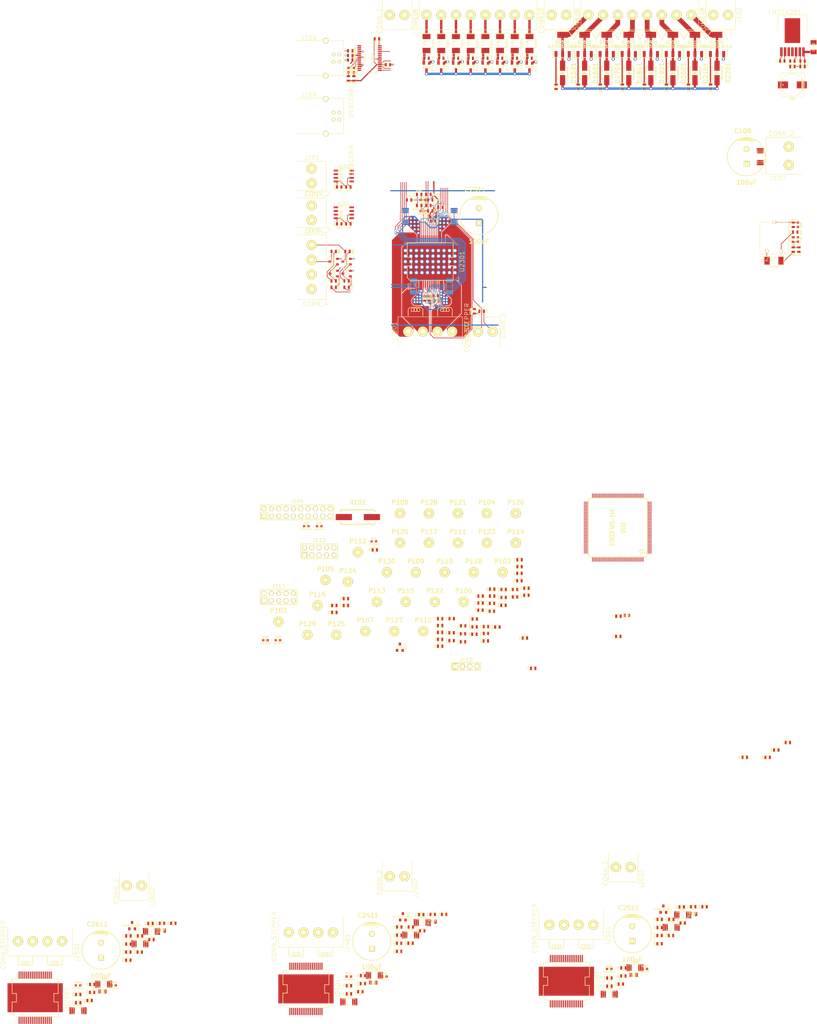
<source format=kicad_pcb>
(kicad_pcb (version 3) (host pcbnew "(2014-02-21 BZR 4712)-product")
  (layers (15 F.Cu signal) (0 B.Cu signal) (18 B.Paste user) (19 F.Paste user) (20 B.SilkS user) (21 F.SilkS user) (22 B.Mask user) (23 F.Mask user) (28 Edge.Cuts user))
  (net 0 "")
  (net 1 +24V)
  (net 2 +3.3V)
  (net 3 +3.3VADC)
  (net 4 +5V)
  (net 5 /BOOT0)
  (net 6 /BOOT1)
  (net 7 /I2C1_SCL)
  (net 8 /I2C1_SDA)
  (net 9 /I2C2_SCL)
  (net 10 /I2C2_SDA)
  (net 11 "/Industrial Input 0/A/D_Input")
  (net 12 "/Industrial Input 0/MCU_Input")
  (net 13 "/Industrial Input 1/A/D_Input")
  (net 14 "/Industrial Input 1/MCU_Input")
  (net 15 "/Industrial Input 2/A/D_Input")
  (net 16 "/Industrial Input 2/MCU_Input")
  (net 17 "/Industrial Input 3/A/D_Input")
  (net 18 "/Industrial Input 3/MCU_Input")
  (net 19 "/Industrial Input 4/A/D_Input")
  (net 20 "/Industrial Input 4/MCU_Input")
  (net 21 "/Industrial Input 5/A/D_Input")
  (net 22 "/Industrial Input 5/MCU_Input")
  (net 23 "/Industrial Input 6/A/D_Input")
  (net 24 "/Industrial Input 6/MCU_Input")
  (net 25 "/Industrial Input 7/A/D_Input")
  (net 26 "/Industrial Input 7/MCU_Input")
  (net 27 "/Industrial Output 0/MCU_Pin")
  (net 28 "/Industrial Output 0/Sink")
  (net 29 "/Industrial Output 1/MCU_Pin")
  (net 30 "/Industrial Output 1/Sink")
  (net 31 "/Industrial Output 2/MCU_Pin")
  (net 32 "/Industrial Output 2/Sink")
  (net 33 "/Industrial Output 3/MCU_Pin")
  (net 34 "/Industrial Output 3/Sink")
  (net 35 "/Industrial Output 4/MCU_Pin")
  (net 36 "/Industrial Output 4/Sink")
  (net 37 "/Industrial Output 5/MCU_Pin")
  (net 38 "/Industrial Output 5/Sink")
  (net 39 "/Industrial Output 6/MCU_Pin")
  (net 40 "/Industrial Output 6/Sink")
  (net 41 "/Industrial Output 7/MCU_Pin")
  (net 42 "/Industrial Output 7/Sink")
  (net 43 /JTCK/SWCLK)
  (net 44 /JTDI)
  (net 45 /JTDO)
  (net 46 /JTMS/SWDIO)
  (net 47 "/LED Data 0/DATA_IN")
  (net 48 "/LED Data 0/DATA_OUT")
  (net 49 "/LED Data 1/DATA_IN")
  (net 50 "/LED Data 1/DATA_OUT")
  (net 51 /LED0)
  (net 52 /LED1)
  (net 53 /LED2)
  (net 54 /LED3)
  (net 55 /LED_PWR)
  (net 56 /MCU_RESET)
  (net 57 /NJTRST)
  (net 58 /SPI1_MISO)
  (net 59 /SPI1_MOSI)
  (net 60 /SPI1_SCK)
  (net 61 /SUPPLY_SENSE)
  (net 62 /SW0)
  (net 63 /SW1)
  (net 64 /SW2)
  (net 65 /SW3)
  (net 66 "/Stepper 0/ADCIN")
  (net 67 "/Stepper 0/OSCIN")
  (net 68 "/Stepper 0/SCK")
  (net 69 "/Stepper 0/SDI")
  (net 70 "/Stepper 0/SDO")
  (net 71 "/Stepper 0/STCK")
  (net 72 "/Stepper 0/VREG")
  (net 73 "/Stepper 0/~BUSY~/SYNC")
  (net 74 "/Stepper 0/~CS")
  (net 75 "/Stepper 0/~FLAG")
  (net 76 "/Stepper 0/~STBY/RST")
  (net 77 "/Stepper 1/OSCIN")
  (net 78 "/Stepper 1/OSCOUT")
  (net 79 "/Stepper 1/STCK")
  (net 80 "/Stepper 1/VREG")
  (net 81 "/Stepper 1/~BUSY~/SYNC")
  (net 82 "/Stepper 1/~CS")
  (net 83 "/Stepper 1/~FLAG")
  (net 84 "/Stepper 2/OSCOUT")
  (net 85 "/Stepper 2/STCK")
  (net 86 "/Stepper 2/VREG")
  (net 87 "/Stepper 2/~BUSY~/SYNC")
  (net 88 "/Stepper 2/~CS")
  (net 89 "/Stepper 2/~FLAG")
  (net 90 "/Stepper 3/OSCOUT")
  (net 91 "/Stepper 3/STCK")
  (net 92 "/Stepper 3/VREG")
  (net 93 "/Stepper 3/~BUSY~/SYNC")
  (net 94 "/Stepper 3/~CS")
  (net 95 "/Stepper 3/~FLAG")
  (net 96 "/Temp Sensor 0/SCK")
  (net 97 "/Temp Sensor 0/SO")
  (net 98 "/Temp Sensor 0/~CS")
  (net 99 "/Temp Sensor 1/~CS")
  (net 100 /UEXT0_~CS)
  (net 101 /UEXT1_~CS)
  (net 102 /USART1_CTS)
  (net 103 /USART1_RTS)
  (net 104 /USART1_RX)
  (net 105 /USART1_TX)
  (net 106 /USART2_RX)
  (net 107 /USART2_TX)
  (net 108 /USART3_RX)
  (net 109 /USART3_TX)
  (net 110 /USART6_RX)
  (net 111 /USART6_TX)
  (net 112 /USB_DM)
  (net 113 /USB_DP)
  (net 114 /USB_VBUS)
  (net 115 /VCAP1)
  (net 116 /VCAP2)
  (net 117 /XTAL_IN)
  (net 118 /XTAL_OUT)
  (net 119 GND)
  (net 120 "Net-(C133-Pad1)")
  (net 121 "Net-(C2301-Pad1)")
  (net 122 "Net-(C2302-Pad1)")
  (net 123 "Net-(C2302-Pad2)")
  (net 124 "Net-(C2315-Pad1)")
  (net 125 "Net-(C2401-Pad1)")
  (net 126 "Net-(C2402-Pad1)")
  (net 127 "Net-(C2402-Pad2)")
  (net 128 "Net-(C2415-Pad1)")
  (net 129 "Net-(C2501-Pad1)")
  (net 130 "Net-(C2502-Pad1)")
  (net 131 "Net-(C2502-Pad2)")
  (net 132 "Net-(C2515-Pad1)")
  (net 133 "Net-(C2601-Pad1)")
  (net 134 "Net-(C2602-Pad1)")
  (net 135 "Net-(C2602-Pad2)")
  (net 136 "Net-(C2615-Pad1)")
  (net 137 "Net-(C601-Pad2)")
  (net 138 "Net-(C604-Pad1)")
  (net 139 "Net-(D101-Pad2)")
  (net 140 "Net-(D102-Pad2)")
  (net 141 "Net-(D103-Pad2)")
  (net 142 "Net-(D104-Pad2)")
  (net 143 "Net-(D105-Pad1)")
  (net 144 "Net-(D106-Pad1)")
  (net 145 "Net-(D106-Pad2)")
  (net 146 "Net-(D107-Pad1)")
  (net 147 "Net-(D107-Pad2)")
  (net 148 "Net-(D2302-Pad1)")
  (net 149 "Net-(D2303-Pad1)")
  (net 150 "Net-(D2402-Pad1)")
  (net 151 "Net-(D2403-Pad1)")
  (net 152 "Net-(D2502-Pad1)")
  (net 153 "Net-(D2503-Pad1)")
  (net 154 "Net-(D2602-Pad1)")
  (net 155 "Net-(D2603-Pad1)")
  (net 156 "Net-(J104-Pad11)")
  (net 157 "Net-(J104-Pad17)")
  (net 158 "Net-(J104-Pad19)")
  (net 159 "Net-(J106-Pad2)")
  (net 160 "Net-(J106-Pad3)")
  (net 161 "Net-(J111-Pad1)")
  (net 162 "Net-(J112-Pad1)")
  (net 163 "Net-(J201-Pad2)")
  (net 164 "Net-(J2301-Pad1)")
  (net 165 "Net-(J2301-Pad2)")
  (net 166 "Net-(J2301-Pad3)")
  (net 167 "Net-(J2301-Pad4)")
  (net 168 "Net-(J2302-Pad2)")
  (net 169 "Net-(J2401-Pad1)")
  (net 170 "Net-(J2401-Pad2)")
  (net 171 "Net-(J2401-Pad3)")
  (net 172 "Net-(J2401-Pad4)")
  (net 173 "Net-(J2402-Pad2)")
  (net 174 "Net-(J2501-Pad1)")
  (net 175 "Net-(J2501-Pad2)")
  (net 176 "Net-(J2501-Pad3)")
  (net 177 "Net-(J2501-Pad4)")
  (net 178 "Net-(J2502-Pad2)")
  (net 179 "Net-(J2601-Pad1)")
  (net 180 "Net-(J2601-Pad2)")
  (net 181 "Net-(J2601-Pad3)")
  (net 182 "Net-(J2601-Pad4)")
  (net 183 "Net-(J2602-Pad2)")
  (net 184 "Net-(J301-Pad2)")
  (net 185 "Net-(Q101-Pad2)")
  (net 186 "Net-(Q101-Pad3)")
  (net 187 "Net-(Q1501-Pad2)")
  (net 188 "Net-(Q1601-Pad2)")
  (net 189 "Net-(Q1701-Pad2)")
  (net 190 "Net-(Q1801-Pad2)")
  (net 191 "Net-(Q1901-Pad2)")
  (net 192 "Net-(Q2001-Pad2)")
  (net 193 "Net-(Q2101-Pad2)")
  (net 194 "Net-(Q2201-Pad2)")
  (net 195 "Net-(Q401-Pad2)")
  (net 196 "Net-(Q402-Pad2)")
  (net 197 "Net-(Q501-Pad2)")
  (net 198 "Net-(Q502-Pad2)")
  (net 199 "Net-(R124-Pad1)")
  (net 200 "Net-(R126-Pad2)")
  (net 201 "Net-(R127-Pad3)")
  (net 202 "Net-(R602-Pad2)")
  (net 203 "Net-(U101-Pad1)")
  (net 204 "Net-(U101-Pad113)")
  (net 205 "Net-(U101-Pad118)")
  (net 206 "Net-(U101-Pad12)")
  (net 207 "Net-(U101-Pad123)")
  (net 208 "Net-(U101-Pad135)")
  (net 209 "Net-(U101-Pad136)")
  (net 210 "Net-(U101-Pad137)")
  (net 211 "Net-(U101-Pad141)")
  (net 212 "Net-(U101-Pad142)")
  (net 213 "Net-(U101-Pad2)")
  (net 214 "Net-(U101-Pad3)")
  (net 215 "Net-(U101-Pad47)")
  (net 216 "Net-(U101-Pad49)")
  (net 217 "Net-(U101-Pad5)")
  (net 218 "Net-(U101-Pad58)")
  (net 219 "Net-(U101-Pad59)")
  (net 220 "Net-(U101-Pad63)")
  (net 221 "Net-(U101-Pad70)")
  (net 222 "Net-(U101-Pad73)")
  (net 223 "Net-(U101-Pad79)")
  (net 224 "Net-(U101-Pad8)")
  (net 225 "Net-(U101-Pad80)")
  (net 226 "Net-(U101-Pad87)")
  (net 227 "Net-(U101-Pad9)")
  (net 228 "Net-(U102-Pad10)")
  (net 229 "Net-(U102-Pad12)")
  (net 230 "Net-(U102-Pad13)")
  (net 231 "Net-(U102-Pad19)")
  (net 232 "Net-(U102-Pad2)")
  (net 233 "Net-(U102-Pad27)")
  (net 234 "Net-(U102-Pad28)")
  (net 235 "Net-(U102-Pad6)")
  (net 236 "Net-(U102-Pad9)")
  (net 237 "Net-(U601-Pad3)")
  (module SMD_Packages:SM0603_Capa (layer F.Cu) (at 106.37205 45.322894)
    (fp_text reference C101 (at 0 0 90) (layer F.SilkS) (effects (font (size 0.508 0.4572) (thickness 0.1143))))
    (fp_text value 10uF (at -1.651 0 90) (layer F.SilkS) (effects (font (size 0.508 0.4572) (thickness 0.1143))))
    (pad 1 smd rect (at -0.762 0) (size 0.635 1.143) (layers F.Cu F.Paste F.Mask) (net 62 /SW0))
    (pad 2 smd rect (at 0.762 0) (size 0.635 1.143) (layers F.Cu F.Paste F.Mask) (net 119 GND))
  )
  (module SMD_Packages:SM0603_Capa (layer F.Cu) (at 94.82205 63.672894)
    (fp_text reference C102 (at 0 0 90) (layer F.SilkS) (effects (font (size 0.508 0.4572) (thickness 0.1143))))
    (fp_text value 10uF (at -1.651 0 90) (layer F.SilkS) (effects (font (size 0.508 0.4572) (thickness 0.1143))))
    (pad 1 smd rect (at -0.762 0) (size 0.635 1.143) (layers F.Cu F.Paste F.Mask) (net 63 /SW1))
    (pad 2 smd rect (at 0.762 0) (size 0.635 1.143) (layers F.Cu F.Paste F.Mask) (net 119 GND))
  )
  (module SMD_Packages:SM0603_Capa (layer F.Cu) (at 108.79205 50.432894)
    (fp_text reference C103 (at 0 0 90) (layer F.SilkS) (effects (font (size 0.508 0.4572) (thickness 0.1143))))
    (fp_text value 10uF (at -1.651 0 90) (layer F.SilkS) (effects (font (size 0.508 0.4572) (thickness 0.1143))))
    (pad 1 smd rect (at -0.762 0) (size 0.635 1.143) (layers F.Cu F.Paste F.Mask) (net 64 /SW2))
    (pad 2 smd rect (at 0.762 0) (size 0.635 1.143) (layers F.Cu F.Paste F.Mask) (net 119 GND))
  )
  (module SMD_Packages:SM0603_Capa (layer F.Cu) (at 104.85205 53.452894)
    (fp_text reference C104 (at 0 0 90) (layer F.SilkS) (effects (font (size 0.508 0.4572) (thickness 0.1143))))
    (fp_text value 10uF (at -1.651 0 90) (layer F.SilkS) (effects (font (size 0.508 0.4572) (thickness 0.1143))))
    (pad 1 smd rect (at -0.762 0) (size 0.635 1.143) (layers F.Cu F.Paste F.Mask) (net 65 /SW3))
    (pad 2 smd rect (at 0.762 0) (size 0.635 1.143) (layers F.Cu F.Paste F.Mask) (net 119 GND))
  )
  (module SMD_Packages:SM0603_Capa (layer F.Cu) (at 94.82205 66.052894)
    (fp_text reference C105 (at 0 0 90) (layer F.SilkS) (effects (font (size 0.508 0.4572) (thickness 0.1143))))
    (fp_text value 18pF (at -1.651 0 90) (layer F.SilkS) (effects (font (size 0.508 0.4572) (thickness 0.1143))))
    (pad 1 smd rect (at -0.762 0) (size 0.635 1.143) (layers F.Cu F.Paste F.Mask) (net 117 /XTAL_IN))
    (pad 2 smd rect (at 0.762 0) (size 0.635 1.143) (layers F.Cu F.Paste F.Mask) (net 119 GND))
  )
  (module SMD_Packages:SM0603_Capa (layer F.Cu) (at 90.82205 66.342894)
    (fp_text reference C106 (at 0 0 90) (layer F.SilkS) (effects (font (size 0.508 0.4572) (thickness 0.1143))))
    (fp_text value 18pF (at -1.651 0 90) (layer F.SilkS) (effects (font (size 0.508 0.4572) (thickness 0.1143))))
    (pad 1 smd rect (at -0.762 0) (size 0.635 1.143) (layers F.Cu F.Paste F.Mask) (net 118 /XTAL_OUT))
    (pad 2 smd rect (at 0.762 0) (size 0.635 1.143) (layers F.Cu F.Paste F.Mask) (net 119 GND))
  )
  (module SMD_Packages:SM0603_Capa (layer F.Cu) (at 94.76205 68.607065)
    (fp_text reference C107 (at 0 0 90) (layer F.SilkS) (effects (font (size 0.508 0.4572) (thickness 0.1143))))
    (fp_text value 100nF (at -1.651 0 90) (layer F.SilkS) (effects (font (size 0.508 0.4572) (thickness 0.1143))))
    (pad 1 smd rect (at -0.762 0) (size 0.635 1.143) (layers F.Cu F.Paste F.Mask) (net 56 /MCU_RESET))
    (pad 2 smd rect (at 0.762 0) (size 0.635 1.143) (layers F.Cu F.Paste F.Mask) (net 119 GND))
  )
  (module Capacitors:CP_13x21mm (layer F.Cu) (at 184.785 -98.425)
    (fp_text reference C108 (at -1.27 -8.89) (layer F.SilkS) (effects (font (thickness 0.3048))))
    (fp_text value 100uF (at 0 8.89) (layer F.SilkS) (effects (font (thickness 0.3048))))
    (pad 1 thru_hole rect (at 0.0254 2.54) (size 1.99898 1.99898) (drill 0.8001) (layers *.Cu *.Mask F.SilkS) (net 1 +24V))
    (pad 2 thru_hole circle (at 0 -2.54) (size 1.99898 1.99898) (drill 0.8001) (layers *.Cu *.Mask F.SilkS) (net 119 GND))
  )
  (module SMD_Packages:SM0603_Capa (layer F.Cu) (at 195.08205 106.257065)
    (fp_text reference C110 (at 0 0 90) (layer F.SilkS) (effects (font (size 0.508 0.4572) (thickness 0.1143))))
    (fp_text value 100nF (at -1.651 0 90) (layer F.SilkS) (effects (font (size 0.508 0.4572) (thickness 0.1143))))
    (pad 1 smd rect (at -0.762 0) (size 0.635 1.143) (layers F.Cu F.Paste F.Mask) (net 2 +3.3V))
    (pad 2 smd rect (at 0.762 0) (size 0.635 1.143) (layers F.Cu F.Paste F.Mask) (net 119 GND))
  )
  (module SMD_Packages:SM0603_Capa (layer F.Cu) (at 86.88205 68.897065)
    (fp_text reference C111 (at 0 0 90) (layer F.SilkS) (effects (font (size 0.508 0.4572) (thickness 0.1143))))
    (fp_text value 100nF (at -1.651 0 90) (layer F.SilkS) (effects (font (size 0.508 0.4572) (thickness 0.1143))))
    (pad 1 smd rect (at -0.762 0) (size 0.635 1.143) (layers F.Cu F.Paste F.Mask) (net 2 +3.3V))
    (pad 2 smd rect (at 0.762 0) (size 0.635 1.143) (layers F.Cu F.Paste F.Mask) (net 119 GND))
  )
  (module SMD_Packages:SM0603_Capa (layer F.Cu) (at 96.85205 58.387065)
    (fp_text reference C112 (at 0 0 90) (layer F.SilkS) (effects (font (size 0.508 0.4572) (thickness 0.1143))))
    (fp_text value 100nF (at -1.651 0 90) (layer F.SilkS) (effects (font (size 0.508 0.4572) (thickness 0.1143))))
    (pad 1 smd rect (at -0.762 0) (size 0.635 1.143) (layers F.Cu F.Paste F.Mask) (net 2 +3.3V))
    (pad 2 smd rect (at 0.762 0) (size 0.635 1.143) (layers F.Cu F.Paste F.Mask) (net 119 GND))
  )
  (module SMD_Packages:SM0603_Capa (layer F.Cu) (at 104.85205 50.897065)
    (fp_text reference C113 (at 0 0 90) (layer F.SilkS) (effects (font (size 0.508 0.4572) (thickness 0.1143))))
    (fp_text value 100nF (at -1.651 0 90) (layer F.SilkS) (effects (font (size 0.508 0.4572) (thickness 0.1143))))
    (pad 1 smd rect (at -0.762 0) (size 0.635 1.143) (layers F.Cu F.Paste F.Mask) (net 2 +3.3V))
    (pad 2 smd rect (at 0.762 0) (size 0.635 1.143) (layers F.Cu F.Paste F.Mask) (net 119 GND))
  )
  (module SMD_Packages:SM0603_Capa (layer F.Cu) (at 100.91205 53.627065)
    (fp_text reference C114 (at 0 0 90) (layer F.SilkS) (effects (font (size 0.508 0.4572) (thickness 0.1143))))
    (fp_text value 100nF (at -1.651 0 90) (layer F.SilkS) (effects (font (size 0.508 0.4572) (thickness 0.1143))))
    (pad 1 smd rect (at -0.762 0) (size 0.635 1.143) (layers F.Cu F.Paste F.Mask) (net 2 +3.3V))
    (pad 2 smd rect (at 0.762 0) (size 0.635 1.143) (layers F.Cu F.Paste F.Mask) (net 119 GND))
  )
  (module SMD_Packages:SM0603_Capa (layer F.Cu) (at 90.88205 63.787065)
    (fp_text reference C115 (at 0 0 90) (layer F.SilkS) (effects (font (size 0.508 0.4572) (thickness 0.1143))))
    (fp_text value 100nF (at -1.651 0 90) (layer F.SilkS) (effects (font (size 0.508 0.4572) (thickness 0.1143))))
    (pad 1 smd rect (at -0.762 0) (size 0.635 1.143) (layers F.Cu F.Paste F.Mask) (net 2 +3.3V))
    (pad 2 smd rect (at 0.762 0) (size 0.635 1.143) (layers F.Cu F.Paste F.Mask) (net 119 GND))
  )
  (module SMD_Packages:SM0603_Capa (layer F.Cu) (at 106.37205 47.877065)
    (fp_text reference C116 (at 0 0 90) (layer F.SilkS) (effects (font (size 0.508 0.4572) (thickness 0.1143))))
    (fp_text value 100nF (at -1.651 0 90) (layer F.SilkS) (effects (font (size 0.508 0.4572) (thickness 0.1143))))
    (pad 1 smd rect (at -0.762 0) (size 0.635 1.143) (layers F.Cu F.Paste F.Mask) (net 2 +3.3V))
    (pad 2 smd rect (at 0.762 0) (size 0.635 1.143) (layers F.Cu F.Paste F.Mask) (net 119 GND))
  )
  (module SMD_Packages:SM0603_Capa (layer F.Cu) (at 86.88205 66.167065)
    (fp_text reference C117 (at 0 0 90) (layer F.SilkS) (effects (font (size 0.508 0.4572) (thickness 0.1143))))
    (fp_text value 100nF (at -1.651 0 90) (layer F.SilkS) (effects (font (size 0.508 0.4572) (thickness 0.1143))))
    (pad 1 smd rect (at -0.762 0) (size 0.635 1.143) (layers F.Cu F.Paste F.Mask) (net 2 +3.3V))
    (pad 2 smd rect (at 0.762 0) (size 0.635 1.143) (layers F.Cu F.Paste F.Mask) (net 119 GND))
  )
  (module SMD_Packages:SM0603_Capa (layer F.Cu) (at 100.85205 56.357065)
    (fp_text reference C118 (at 0 0 90) (layer F.SilkS) (effects (font (size 0.508 0.4572) (thickness 0.1143))))
    (fp_text value 100nF (at -1.651 0 90) (layer F.SilkS) (effects (font (size 0.508 0.4572) (thickness 0.1143))))
    (pad 1 smd rect (at -0.762 0) (size 0.635 1.143) (layers F.Cu F.Paste F.Mask) (net 2 +3.3V))
    (pad 2 smd rect (at 0.762 0) (size 0.635 1.143) (layers F.Cu F.Paste F.Mask) (net 119 GND))
  )
  (module SMD_Packages:SM0603_Capa (layer F.Cu) (at 82.94205 65.817065)
    (fp_text reference C119 (at 0 0 90) (layer F.SilkS) (effects (font (size 0.508 0.4572) (thickness 0.1143))))
    (fp_text value 100nF (at -1.651 0 90) (layer F.SilkS) (effects (font (size 0.508 0.4572) (thickness 0.1143))))
    (pad 1 smd rect (at -0.762 0) (size 0.635 1.143) (layers F.Cu F.Paste F.Mask) (net 2 +3.3V))
    (pad 2 smd rect (at 0.762 0) (size 0.635 1.143) (layers F.Cu F.Paste F.Mask) (net 119 GND))
  )
  (module SMD_Packages:SM0603_Capa (layer F.Cu) (at 98.76205 63.847065)
    (fp_text reference C120 (at 0 0 90) (layer F.SilkS) (effects (font (size 0.508 0.4572) (thickness 0.1143))))
    (fp_text value 100nF (at -1.651 0 90) (layer F.SilkS) (effects (font (size 0.508 0.4572) (thickness 0.1143))))
    (pad 1 smd rect (at -0.762 0) (size 0.635 1.143) (layers F.Cu F.Paste F.Mask) (net 2 +3.3V))
    (pad 2 smd rect (at 0.762 0) (size 0.635 1.143) (layers F.Cu F.Paste F.Mask) (net 119 GND))
  )
  (module SMD_Packages:SM0603_Capa (layer F.Cu) (at 86.94205 63.437065)
    (fp_text reference C121 (at 0 0 90) (layer F.SilkS) (effects (font (size 0.508 0.4572) (thickness 0.1143))))
    (fp_text value 100nF (at -1.651 0 90) (layer F.SilkS) (effects (font (size 0.508 0.4572) (thickness 0.1143))))
    (pad 1 smd rect (at -0.762 0) (size 0.635 1.143) (layers F.Cu F.Paste F.Mask) (net 2 +3.3V))
    (pad 2 smd rect (at 0.762 0) (size 0.635 1.143) (layers F.Cu F.Paste F.Mask) (net 119 GND))
  )
  (module SMD_Packages:SM0603_Capa (layer F.Cu) (at 92.91205 58.037065)
    (fp_text reference C122 (at 0 0 90) (layer F.SilkS) (effects (font (size 0.508 0.4572) (thickness 0.1143))))
    (fp_text value 100nF (at -1.651 0 90) (layer F.SilkS) (effects (font (size 0.508 0.4572) (thickness 0.1143))))
    (pad 1 smd rect (at -0.762 0) (size 0.635 1.143) (layers F.Cu F.Paste F.Mask) (net 2 +3.3V))
    (pad 2 smd rect (at 0.762 0) (size 0.635 1.143) (layers F.Cu F.Paste F.Mask) (net 119 GND))
  )
  (module SMD_Packages:SM0603_Capa (layer F.Cu) (at 100.91205 50.897065)
    (fp_text reference C123 (at 0 0 90) (layer F.SilkS) (effects (font (size 0.508 0.4572) (thickness 0.1143))))
    (fp_text value 100nF (at -1.651 0 90) (layer F.SilkS) (effects (font (size 0.508 0.4572) (thickness 0.1143))))
    (pad 1 smd rect (at -0.762 0) (size 0.635 1.143) (layers F.Cu F.Paste F.Mask) (net 2 +3.3V))
    (pad 2 smd rect (at 0.762 0) (size 0.635 1.143) (layers F.Cu F.Paste F.Mask) (net 119 GND))
  )
  (module SMD_Packages:SM0603_Capa (layer F.Cu) (at 82.94205 68.547065)
    (fp_text reference C124 (at 0 0 90) (layer F.SilkS) (effects (font (size 0.508 0.4572) (thickness 0.1143))))
    (fp_text value 100nF (at -1.651 0 90) (layer F.SilkS) (effects (font (size 0.508 0.4572) (thickness 0.1143))))
    (pad 1 smd rect (at -0.762 0) (size 0.635 1.143) (layers F.Cu F.Paste F.Mask) (net 2 +3.3V))
    (pad 2 smd rect (at 0.762 0) (size 0.635 1.143) (layers F.Cu F.Paste F.Mask) (net 119 GND))
  )
  (module SMD_Packages:SM0603_Capa (layer F.Cu) (at 96.91205 55.657065)
    (fp_text reference C125 (at 0 0 90) (layer F.SilkS) (effects (font (size 0.508 0.4572) (thickness 0.1143))))
    (fp_text value 100nF (at -1.651 0 90) (layer F.SilkS) (effects (font (size 0.508 0.4572) (thickness 0.1143))))
    (pad 1 smd rect (at -0.762 0) (size 0.635 1.143) (layers F.Cu F.Paste F.Mask) (net 2 +3.3V))
    (pad 2 smd rect (at 0.762 0) (size 0.635 1.143) (layers F.Cu F.Paste F.Mask) (net 119 GND))
  )
  (module SMD_Packages:SM0603_Capa (layer F.Cu) (at 90.94205 61.057065)
    (fp_text reference C126 (at 0 0 90) (layer F.SilkS) (effects (font (size 0.508 0.4572) (thickness 0.1143))))
    (fp_text value 100nF (at -1.651 0 90) (layer F.SilkS) (effects (font (size 0.508 0.4572) (thickness 0.1143))))
    (pad 1 smd rect (at -0.762 0) (size 0.635 1.143) (layers F.Cu F.Paste F.Mask) (net 2 +3.3V))
    (pad 2 smd rect (at 0.762 0) (size 0.635 1.143) (layers F.Cu F.Paste F.Mask) (net 119 GND))
  )
  (module SMD_Packages:SM0603_Capa (layer F.Cu) (at 199.08205 103.702894)
    (fp_text reference C127 (at 0 0 90) (layer F.SilkS) (effects (font (size 0.508 0.4572) (thickness 0.1143))))
    (fp_text value 1uF (at -1.651 0 90) (layer F.SilkS) (effects (font (size 0.508 0.4572) (thickness 0.1143))))
    (pad 1 smd rect (at -0.762 0) (size 0.635 1.143) (layers F.Cu F.Paste F.Mask) (net 3 +3.3VADC))
    (pad 2 smd rect (at 0.762 0) (size 0.635 1.143) (layers F.Cu F.Paste F.Mask) (net 119 GND))
  )
  (module SMD_Packages:SM0603_Capa (layer F.Cu) (at 192.10205 108.812894)
    (fp_text reference C128 (at 0 0 90) (layer F.SilkS) (effects (font (size 0.508 0.4572) (thickness 0.1143))))
    (fp_text value 10nF (at -1.651 0 90) (layer F.SilkS) (effects (font (size 0.508 0.4572) (thickness 0.1143))))
    (pad 1 smd rect (at -0.762 0) (size 0.635 1.143) (layers F.Cu F.Paste F.Mask) (net 3 +3.3VADC))
    (pad 2 smd rect (at 0.762 0) (size 0.635 1.143) (layers F.Cu F.Paste F.Mask) (net 119 GND))
  )
  (module SMD_Packages:SM0603_Capa (layer F.Cu) (at 200.9775 -69.85 90)
    (fp_text reference C129 (at 0 -1.27 270) (layer F.SilkS) (effects (font (size 0.508 0.4572) (thickness 0.1143))))
    (fp_text value 100nF (at -1.651 0 180) (layer F.SilkS) (effects (font (size 0.508 0.4572) (thickness 0.1143))))
    (pad 1 smd rect (at -0.762 0 90) (size 0.635 1.143) (layers F.Cu F.Paste F.Mask) (net 61 /SUPPLY_SENSE))
    (pad 2 smd rect (at 0.762 0 90) (size 0.635 1.143) (layers F.Cu F.Paste F.Mask) (net 119 GND))
  )
  (module SMD_Packages:SM0603_Capa (layer F.Cu) (at 47.9425 -131.7625 180)
    (fp_text reference C130 (at -1.5875 -0.3175 270) (layer F.SilkS) (effects (font (size 0.508 0.4572) (thickness 0.1143))))
    (fp_text value 4.7uF (at -1.651 0 270) (layer F.SilkS) (effects (font (size 0.508 0.4572) (thickness 0.1143))))
    (pad 1 smd rect (at -0.762 0 180) (size 0.635 1.143) (layers F.Cu F.Paste F.Mask) (net 4 +5V))
    (pad 2 smd rect (at 0.762 0 180) (size 0.635 1.143) (layers F.Cu F.Paste F.Mask) (net 119 GND))
  )
  (module SMD_Packages:SM0603_Capa (layer F.Cu) (at 47.9425 -133.35 180)
    (fp_text reference C131 (at -1.5875 0 270) (layer F.SilkS) (effects (font (size 0.508 0.4572) (thickness 0.1143))))
    (fp_text value 100nF (at -1.651 0 270) (layer F.SilkS) (effects (font (size 0.508 0.4572) (thickness 0.1143))))
    (pad 1 smd rect (at -0.762 0 180) (size 0.635 1.143) (layers F.Cu F.Paste F.Mask) (net 4 +5V))
    (pad 2 smd rect (at 0.762 0 180) (size 0.635 1.143) (layers F.Cu F.Paste F.Mask) (net 119 GND))
  )
  (module SMD_Packages:SM0603_Capa (layer F.Cu) (at 60.96 -130.175)
    (fp_text reference C132 (at 0 0 90) (layer F.SilkS) (effects (font (size 0.508 0.4572) (thickness 0.1143))))
    (fp_text value 100nF (at -1.651 0 90) (layer F.SilkS) (effects (font (size 0.508 0.4572) (thickness 0.1143))))
    (pad 1 smd rect (at -0.762 0) (size 0.635 1.143) (layers F.Cu F.Paste F.Mask) (net 2 +3.3V))
    (pad 2 smd rect (at 0.762 0) (size 0.635 1.143) (layers F.Cu F.Paste F.Mask) (net 119 GND))
  )
  (module SMD_Packages:SM0603_Capa (layer F.Cu) (at 47.9425 -134.9375 180)
    (fp_text reference C133 (at -1.5875 0.3175 450) (layer F.SilkS) (effects (font (size 0.508 0.4572) (thickness 0.1143))))
    (fp_text value 100nF (at -1.651 0 270) (layer F.SilkS) (effects (font (size 0.508 0.4572) (thickness 0.1143))))
    (pad 1 smd rect (at -0.762 0 180) (size 0.635 1.143) (layers F.Cu F.Paste F.Mask) (net 120 "Net-(C133-Pad1)"))
    (pad 2 smd rect (at 0.762 0 180) (size 0.635 1.143) (layers F.Cu F.Paste F.Mask) (net 119 GND))
  )
  (module SMD_Packages:SM0603_Capa (layer F.Cu) (at 140.51205 67.078208)
    (fp_text reference C134 (at 0 0 90) (layer F.SilkS) (effects (font (size 0.508 0.4572) (thickness 0.1143))))
    (fp_text value 2.2uF (at -1.651 0 90) (layer F.SilkS) (effects (font (size 0.508 0.4572) (thickness 0.1143))))
    (pad 1 smd rect (at -0.762 0) (size 0.635 1.143) (layers F.Cu F.Paste F.Mask) (net 115 /VCAP1))
    (pad 2 smd rect (at 0.762 0) (size 0.635 1.143) (layers F.Cu F.Paste F.Mask) (net 119 GND))
  )
  (module SMD_Packages:SM0603_Capa (layer F.Cu) (at 108.79205 52.878208)
    (fp_text reference C135 (at 0 0 90) (layer F.SilkS) (effects (font (size 0.508 0.4572) (thickness 0.1143))))
    (fp_text value 2.2uF (at -1.651 0 90) (layer F.SilkS) (effects (font (size 0.508 0.4572) (thickness 0.1143))))
    (pad 1 smd rect (at -0.762 0) (size 0.635 1.143) (layers F.Cu F.Paste F.Mask) (net 116 /VCAP2))
    (pad 2 smd rect (at 0.762 0) (size 0.635 1.143) (layers F.Cu F.Paste F.Mask) (net 119 GND))
  )
  (module SMD_Packages:SM0603_Capa (layer F.Cu) (at 200.9775 -74.93 270)
    (fp_text reference C136 (at 0 1.27 450) (layer F.SilkS) (effects (font (size 0.508 0.4572) (thickness 0.1143))))
    (fp_text value 33nF (at -1.651 0 360) (layer F.SilkS) (effects (font (size 0.508 0.4572) (thickness 0.1143))))
    (pad 1 smd rect (at -0.762 0 270) (size 0.635 1.143) (layers F.Cu F.Paste F.Mask) (net 66 "/Stepper 0/ADCIN"))
    (pad 2 smd rect (at 0.762 0 270) (size 0.635 1.143) (layers F.Cu F.Paste F.Mask) (net 119 GND))
  )
  (module SMD_Packages:SM0603_Capa (layer F.Cu) (at 44.1325 -87.9475)
    (fp_text reference C201 (at 0 1.27 180) (layer F.SilkS) (effects (font (size 0.508 0.4572) (thickness 0.1143))))
    (fp_text value 100nF (at -1.651 0 90) (layer F.SilkS) (effects (font (size 0.508 0.4572) (thickness 0.1143))))
    (pad 1 smd rect (at -0.762 0) (size 0.635 1.143) (layers F.Cu F.Paste F.Mask) (net 2 +3.3V))
    (pad 2 smd rect (at 0.762 0) (size 0.635 1.143) (layers F.Cu F.Paste F.Mask) (net 119 GND))
  )
  (module SMD_Packages:SM0603_Capa (layer F.Cu) (at 44.1325 -75.2475)
    (fp_text reference C301 (at 0 1.27 180) (layer F.SilkS) (effects (font (size 0.508 0.4572) (thickness 0.1143))))
    (fp_text value 100nF (at -1.651 0 90) (layer F.SilkS) (effects (font (size 0.508 0.4572) (thickness 0.1143))))
    (pad 1 smd rect (at -0.762 0) (size 0.635 1.143) (layers F.Cu F.Paste F.Mask) (net 2 +3.3V))
    (pad 2 smd rect (at 0.762 0) (size 0.635 1.143) (layers F.Cu F.Paste F.Mask) (net 119 GND))
  )
  (module SMD_Packages:SM0603_Capa (layer F.Cu) (at 204.1525 -131.445 180)
    (fp_text reference C601 (at 0 0 270) (layer F.SilkS) (effects (font (size 0.508 0.4572) (thickness 0.1143))))
    (fp_text value 22nF (at -1.651 0 270) (layer F.SilkS) (effects (font (size 0.508 0.4572) (thickness 0.1143))))
    (pad 1 smd rect (at -0.762 0 180) (size 0.635 1.143) (layers F.Cu F.Paste F.Mask) (net 2 +3.3V))
    (pad 2 smd rect (at 0.762 0 180) (size 0.635 1.143) (layers F.Cu F.Paste F.Mask) (net 137 "Net-(C601-Pad2)"))
  )
  (module SMD_Packages:SM1206 (layer F.Cu) (at 207.9625 -136.2075 90)
    (fp_text reference C602 (at 0 0 90) (layer F.SilkS) (effects (font (size 0.762 0.762) (thickness 0.127))))
    (fp_text value 100uF hide)
    (pad 1 smd rect (at -1.651 0 90) (size 1.524 2.032) (layers F.Cu F.Paste F.Mask) (net 2 +3.3V))
    (pad 2 smd rect (at 1.651 0 90) (size 1.524 2.032) (layers F.Cu F.Paste F.Mask) (net 119 GND))
  )
  (module Capacitors_SMD:c_elec_8x10 (layer F.Cu) (at 200.66 -123.19 180)
    (fp_text reference C603 (at 0 -4.826 180) (layer F.SilkS) (effects (font (size 0.50038 0.50038) (thickness 0.11938))))
    (fp_text value 10uF hide)
    (pad 1 smd rect (at 3.2512 0 180) (size 3.50012 2.4003) (layers F.Cu F.Paste F.Mask) (net 1 +24V))
    (pad 2 smd rect (at -3.2512 0 180) (size 3.50012 2.4003) (layers F.Cu F.Paste F.Mask) (net 119 GND))
  )
  (module SMD_Packages:SM0603_Capa (layer F.Cu) (at 200.66 -131.445 180)
    (fp_text reference C604 (at 0 0 270) (layer F.SilkS) (effects (font (size 0.508 0.4572) (thickness 0.1143))))
    (fp_text value 22nF (at -1.651 0 270) (layer F.SilkS) (effects (font (size 0.508 0.4572) (thickness 0.1143))))
    (pad 1 smd rect (at -0.762 0 180) (size 0.635 1.143) (layers F.Cu F.Paste F.Mask) (net 138 "Net-(C604-Pad1)"))
    (pad 2 smd rect (at 0.762 0 180) (size 0.635 1.143) (layers F.Cu F.Paste F.Mask) (net 119 GND))
  )
  (module SMD_Packages:SM0603_Capa (layer F.Cu) (at 74.295 -132.3975)
    (fp_text reference C701 (at 2.2225 0 90) (layer F.SilkS) (effects (font (size 0.508 0.4572) (thickness 0.1143))))
    (fp_text value 1nF (at -1.651 0 90) (layer F.SilkS) (effects (font (size 0.508 0.4572) (thickness 0.1143))))
    (pad 1 smd rect (at -0.762 0) (size 0.635 1.143) (layers F.Cu F.Paste F.Mask) (net 12 "/Industrial Input 0/MCU_Input"))
    (pad 2 smd rect (at 0.762 0) (size 0.635 1.143) (layers F.Cu F.Paste F.Mask) (net 119 GND))
  )
  (module SMD_Packages:SM0603_Capa (layer F.Cu) (at 79.375 -132.3975)
    (fp_text reference C801 (at 2.2225 0 90) (layer F.SilkS) (effects (font (size 0.508 0.4572) (thickness 0.1143))))
    (fp_text value 1nF (at -1.651 0 90) (layer F.SilkS) (effects (font (size 0.508 0.4572) (thickness 0.1143))))
    (pad 1 smd rect (at -0.762 0) (size 0.635 1.143) (layers F.Cu F.Paste F.Mask) (net 14 "/Industrial Input 1/MCU_Input"))
    (pad 2 smd rect (at 0.762 0) (size 0.635 1.143) (layers F.Cu F.Paste F.Mask) (net 119 GND))
  )
  (module SMD_Packages:SM0603_Capa (layer F.Cu) (at 84.455 -132.3975)
    (fp_text reference C901 (at 2.2225 0 90) (layer F.SilkS) (effects (font (size 0.508 0.4572) (thickness 0.1143))))
    (fp_text value 1nF (at -1.651 0 90) (layer F.SilkS) (effects (font (size 0.508 0.4572) (thickness 0.1143))))
    (pad 1 smd rect (at -0.762 0) (size 0.635 1.143) (layers F.Cu F.Paste F.Mask) (net 16 "/Industrial Input 2/MCU_Input"))
    (pad 2 smd rect (at 0.762 0) (size 0.635 1.143) (layers F.Cu F.Paste F.Mask) (net 119 GND))
  )
  (module SMD_Packages:SM0603_Capa (layer F.Cu) (at 89.535 -132.3975)
    (fp_text reference C1001 (at 2.2225 0 90) (layer F.SilkS) (effects (font (size 0.508 0.4572) (thickness 0.1143))))
    (fp_text value 1nF (at -1.651 0 90) (layer F.SilkS) (effects (font (size 0.508 0.4572) (thickness 0.1143))))
    (pad 1 smd rect (at -0.762 0) (size 0.635 1.143) (layers F.Cu F.Paste F.Mask) (net 18 "/Industrial Input 3/MCU_Input"))
    (pad 2 smd rect (at 0.762 0) (size 0.635 1.143) (layers F.Cu F.Paste F.Mask) (net 119 GND))
  )
  (module SMD_Packages:SM0603_Capa (layer F.Cu) (at 94.615 -132.3975)
    (fp_text reference C1101 (at 2.2225 0 90) (layer F.SilkS) (effects (font (size 0.508 0.4572) (thickness 0.1143))))
    (fp_text value 1nF (at -1.651 0 90) (layer F.SilkS) (effects (font (size 0.508 0.4572) (thickness 0.1143))))
    (pad 1 smd rect (at -0.762 0) (size 0.635 1.143) (layers F.Cu F.Paste F.Mask) (net 20 "/Industrial Input 4/MCU_Input"))
    (pad 2 smd rect (at 0.762 0) (size 0.635 1.143) (layers F.Cu F.Paste F.Mask) (net 119 GND))
  )
  (module SMD_Packages:SM0603_Capa (layer F.Cu) (at 99.695 -132.3975)
    (fp_text reference C1201 (at 2.2225 0 90) (layer F.SilkS) (effects (font (size 0.508 0.4572) (thickness 0.1143))))
    (fp_text value 1nF (at -1.651 0 90) (layer F.SilkS) (effects (font (size 0.508 0.4572) (thickness 0.1143))))
    (pad 1 smd rect (at -0.762 0) (size 0.635 1.143) (layers F.Cu F.Paste F.Mask) (net 22 "/Industrial Input 5/MCU_Input"))
    (pad 2 smd rect (at 0.762 0) (size 0.635 1.143) (layers F.Cu F.Paste F.Mask) (net 119 GND))
  )
  (module SMD_Packages:SM0603_Capa (layer F.Cu) (at 104.775 -132.3975)
    (fp_text reference C1301 (at 2.2225 0 90) (layer F.SilkS) (effects (font (size 0.508 0.4572) (thickness 0.1143))))
    (fp_text value 1nF (at -1.651 0 90) (layer F.SilkS) (effects (font (size 0.508 0.4572) (thickness 0.1143))))
    (pad 1 smd rect (at -0.762 0) (size 0.635 1.143) (layers F.Cu F.Paste F.Mask) (net 24 "/Industrial Input 6/MCU_Input"))
    (pad 2 smd rect (at 0.762 0) (size 0.635 1.143) (layers F.Cu F.Paste F.Mask) (net 119 GND))
  )
  (module SMD_Packages:SM0603_Capa (layer F.Cu) (at 109.855 -132.3975)
    (fp_text reference C1401 (at 2.2225 0 90) (layer F.SilkS) (effects (font (size 0.508 0.4572) (thickness 0.1143))))
    (fp_text value 1nF (at -1.651 0 90) (layer F.SilkS) (effects (font (size 0.508 0.4572) (thickness 0.1143))))
    (pad 1 smd rect (at -0.762 0) (size 0.635 1.143) (layers F.Cu F.Paste F.Mask) (net 26 "/Industrial Input 7/MCU_Input"))
    (pad 2 smd rect (at 0.762 0) (size 0.635 1.143) (layers F.Cu F.Paste F.Mask) (net 119 GND))
  )
  (module SMD_Packages:SM0805 (layer B.Cu) (at 79.0575 -47.9425 90)
    (fp_text reference C2301 (at 0 0.3175 90) (layer B.SilkS) (effects (font (size 0.50038 0.50038) (thickness 0.10922)) (justify mirror)))
    (fp_text value 220nF (at 0 -0.381 90) (layer B.SilkS) (effects (font (size 0.50038 0.50038) (thickness 0.10922)) (justify mirror)))
    (pad 1 smd rect (at -0.9525 0 90) (size 0.889 1.397) (layers B.Cu B.Paste B.Mask) (net 121 "Net-(C2301-Pad1)"))
    (pad 2 smd rect (at 0.9525 0 90) (size 0.889 1.397) (layers B.Cu B.Paste B.Mask) (net 1 +24V))
  )
  (module SMD_Packages:SM0603_Capa (layer B.Cu) (at 75.2475 -50.165)
    (fp_text reference C2302 (at 0 0 270) (layer B.SilkS) (effects (font (size 0.508 0.4572) (thickness 0.1143)) (justify mirror)))
    (fp_text value 10nF (at -1.651 0 270) (layer B.SilkS) (effects (font (size 0.508 0.4572) (thickness 0.1143)) (justify mirror)))
    (pad 1 smd rect (at -0.762 0) (size 0.635 1.143) (layers B.Cu B.Paste B.Mask) (net 122 "Net-(C2302-Pad1)"))
    (pad 2 smd rect (at 0.762 0) (size 0.635 1.143) (layers B.Cu B.Paste B.Mask) (net 123 "Net-(C2302-Pad2)"))
  )
  (module SMD_Packages:SM0603_Capa (layer F.Cu) (at 77.47 -50.4825)
    (fp_text reference C2303 (at 0 0 90) (layer F.SilkS) (effects (font (size 0.508 0.4572) (thickness 0.1143))))
    (fp_text value 100nF (at -1.651 0 90) (layer F.SilkS) (effects (font (size 0.508 0.4572) (thickness 0.1143))))
    (pad 1 smd rect (at -0.762 0) (size 0.635 1.143) (layers F.Cu F.Paste F.Mask) (net 72 "/Stepper 0/VREG"))
    (pad 2 smd rect (at 0.762 0) (size 0.635 1.143) (layers F.Cu F.Paste F.Mask) (net 119 GND))
  )
  (module SMD_Packages:SM0603_Capa (layer F.Cu) (at 77.7875 -48.5775)
    (fp_text reference C2304 (at 0 0 90) (layer F.SilkS) (effects (font (size 0.508 0.4572) (thickness 0.1143))))
    (fp_text value 10uF (at -1.651 0 90) (layer F.SilkS) (effects (font (size 0.508 0.4572) (thickness 0.1143))))
    (pad 1 smd rect (at -0.762 0) (size 0.635 1.143) (layers F.Cu F.Paste F.Mask) (net 72 "/Stepper 0/VREG"))
    (pad 2 smd rect (at 0.762 0) (size 0.635 1.143) (layers F.Cu F.Paste F.Mask) (net 119 GND))
  )
  (module SMD_Packages:SM0603_Capa (layer F.Cu) (at 76.5175 -76.2 180)
    (fp_text reference C2305 (at 2.8575 0 180) (layer F.SilkS) (effects (font (size 0.508 0.4572) (thickness 0.1143))))
    (fp_text value 100nF (at -1.651 0 270) (layer F.SilkS) (effects (font (size 0.508 0.4572) (thickness 0.1143))))
    (pad 1 smd rect (at -0.762 0 180) (size 0.635 1.143) (layers F.Cu F.Paste F.Mask) (net 2 +3.3V))
    (pad 2 smd rect (at 0.762 0 180) (size 0.635 1.143) (layers F.Cu F.Paste F.Mask) (net 119 GND))
  )
  (module SMD_Packages:SM0805 (layer F.Cu) (at 76.5175 -77.7875 180)
    (fp_text reference C2306 (at 2.8575 -0.3175 180) (layer F.SilkS) (effects (font (size 0.50038 0.50038) (thickness 0.10922))))
    (fp_text value 47uF (at 0 0.381 180) (layer F.SilkS) (effects (font (size 0.50038 0.50038) (thickness 0.10922))))
    (pad 1 smd rect (at -0.9525 0 180) (size 0.889 1.397) (layers F.Cu F.Paste F.Mask) (net 2 +3.3V))
    (pad 2 smd rect (at 0.9525 0 180) (size 0.889 1.397) (layers F.Cu F.Paste F.Mask) (net 119 GND))
  )
  (module Capacitors:CP_13x21mm (layer F.Cu) (at 92.3925 -78.105)
    (fp_text reference C2311 (at -1.27 -8.89) (layer F.SilkS) (effects (font (thickness 0.3048))))
    (fp_text value 100uF (at 0 8.89) (layer F.SilkS) (effects (font (thickness 0.3048))))
    (pad 1 thru_hole rect (at 0.0254 2.54) (size 1.99898 1.99898) (drill 0.8001) (layers *.Cu *.Mask F.SilkS) (net 1 +24V))
    (pad 2 thru_hole circle (at 0 -2.54) (size 1.99898 1.99898) (drill 0.8001) (layers *.Cu *.Mask F.SilkS) (net 119 GND))
  )
  (module SMD_Packages:SM0603_Capa (layer F.Cu) (at 74.93 -81.5975)
    (fp_text reference C2312 (at 2.54 -0.635 180) (layer F.SilkS) (effects (font (size 0.508 0.4572) (thickness 0.1143))))
    (fp_text value 100pF (at -1.651 0 90) (layer F.SilkS) (effects (font (size 0.508 0.4572) (thickness 0.1143))))
    (pad 1 smd rect (at -0.762 0) (size 0.635 1.143) (layers F.Cu F.Paste F.Mask) (net 75 "/Stepper 0/~FLAG"))
    (pad 2 smd rect (at 0.762 0) (size 0.635 1.143) (layers F.Cu F.Paste F.Mask) (net 119 GND))
  )
  (module SMD_Packages:SM0603_Capa (layer F.Cu) (at 75.565 -79.6925)
    (fp_text reference C2313 (at 2.54 0 180) (layer F.SilkS) (effects (font (size 0.508 0.4572) (thickness 0.1143))))
    (fp_text value 100pF (at -1.651 0 90) (layer F.SilkS) (effects (font (size 0.508 0.4572) (thickness 0.1143))))
    (pad 1 smd rect (at -0.762 0) (size 0.635 1.143) (layers F.Cu F.Paste F.Mask) (net 73 "/Stepper 0/~BUSY~/SYNC"))
    (pad 2 smd rect (at 0.762 0) (size 0.635 1.143) (layers F.Cu F.Paste F.Mask) (net 119 GND))
  )
  (module SMD_Packages:SM0603_Capa (layer F.Cu) (at 73.66 -49.53 270)
    (fp_text reference C2314 (at 0 0 360) (layer F.SilkS) (effects (font (size 0.508 0.4572) (thickness 0.1143))))
    (fp_text value 100pF (at -1.651 0 360) (layer F.SilkS) (effects (font (size 0.508 0.4572) (thickness 0.1143))))
    (pad 1 smd rect (at -0.762 0 270) (size 0.635 1.143) (layers F.Cu F.Paste F.Mask) (net 76 "/Stepper 0/~STBY/RST"))
    (pad 2 smd rect (at 0.762 0 270) (size 0.635 1.143) (layers F.Cu F.Paste F.Mask) (net 119 GND))
  )
  (module SMD_Packages:SM0603_Capa (layer F.Cu) (at 75.2475 -49.53 270)
    (fp_text reference C2315 (at 0 0 360) (layer F.SilkS) (effects (font (size 0.508 0.4572) (thickness 0.1143))))
    (fp_text value 100nF (at -1.651 0 360) (layer F.SilkS) (effects (font (size 0.508 0.4572) (thickness 0.1143))))
    (pad 1 smd rect (at -0.762 0 270) (size 0.635 1.143) (layers F.Cu F.Paste F.Mask) (net 124 "Net-(C2315-Pad1)"))
    (pad 2 smd rect (at 0.762 0 270) (size 0.635 1.143) (layers F.Cu F.Paste F.Mask) (net 119 GND))
  )
  (module SMD_Packages:SM0805 (layer F.Cu) (at 55.891531 186.505596)
    (fp_text reference C2401 (at 0 -0.3175) (layer F.SilkS) (effects (font (size 0.50038 0.50038) (thickness 0.10922))))
    (fp_text value 220nF (at 0 0.381) (layer F.SilkS) (effects (font (size 0.50038 0.50038) (thickness 0.10922))))
    (pad 1 smd rect (at -0.9525 0) (size 0.889 1.397) (layers F.Cu F.Paste F.Mask) (net 125 "Net-(C2401-Pad1)"))
    (pad 2 smd rect (at 0.9525 0) (size 0.889 1.397) (layers F.Cu F.Paste F.Mask) (net 1 +24V))
  )
  (module SMD_Packages:SM0603_Capa (layer F.Cu) (at 80.36205 162.980608)
    (fp_text reference C2402 (at 0 0 90) (layer F.SilkS) (effects (font (size 0.508 0.4572) (thickness 0.1143))))
    (fp_text value 10nF (at -1.651 0 90) (layer F.SilkS) (effects (font (size 0.508 0.4572) (thickness 0.1143))))
    (pad 1 smd rect (at -0.762 0) (size 0.635 1.143) (layers F.Cu F.Paste F.Mask) (net 126 "Net-(C2402-Pad1)"))
    (pad 2 smd rect (at 0.762 0) (size 0.635 1.143) (layers F.Cu F.Paste F.Mask) (net 127 "Net-(C2402-Pad2)"))
  )
  (module SMD_Packages:SM0603_Capa (layer F.Cu) (at 64.81205 172.910608)
    (fp_text reference C2403 (at 0 0 90) (layer F.SilkS) (effects (font (size 0.508 0.4572) (thickness 0.1143))))
    (fp_text value 100nF (at -1.651 0 90) (layer F.SilkS) (effects (font (size 0.508 0.4572) (thickness 0.1143))))
    (pad 1 smd rect (at -0.762 0) (size 0.635 1.143) (layers F.Cu F.Paste F.Mask) (net 80 "/Stepper 1/VREG"))
    (pad 2 smd rect (at 0.762 0) (size 0.635 1.143) (layers F.Cu F.Paste F.Mask) (net 119 GND))
  )
  (module SMD_Packages:SM0603_Capa (layer F.Cu) (at 76.42205 162.980608)
    (fp_text reference C2404 (at 0 0 90) (layer F.SilkS) (effects (font (size 0.508 0.4572) (thickness 0.1143))))
    (fp_text value 10uF (at -1.651 0 90) (layer F.SilkS) (effects (font (size 0.508 0.4572) (thickness 0.1143))))
    (pad 1 smd rect (at -0.762 0) (size 0.635 1.143) (layers F.Cu F.Paste F.Mask) (net 80 "/Stepper 1/VREG"))
    (pad 2 smd rect (at 0.762 0) (size 0.635 1.143) (layers F.Cu F.Paste F.Mask) (net 119 GND))
  )
  (module SMD_Packages:SM0603_Capa (layer F.Cu) (at 72.81205 168.620608)
    (fp_text reference C2405 (at 0 0 90) (layer F.SilkS) (effects (font (size 0.508 0.4572) (thickness 0.1143))))
    (fp_text value 100nF (at -1.651 0 90) (layer F.SilkS) (effects (font (size 0.508 0.4572) (thickness 0.1143))))
    (pad 1 smd rect (at -0.762 0) (size 0.635 1.143) (layers F.Cu F.Paste F.Mask) (net 2 +3.3V))
    (pad 2 smd rect (at 0.762 0) (size 0.635 1.143) (layers F.Cu F.Paste F.Mask) (net 119 GND))
  )
  (module SMD_Packages:SM0805 (layer F.Cu) (at 76.401531 165.475596)
    (fp_text reference C2406 (at 0 -0.3175) (layer F.SilkS) (effects (font (size 0.50038 0.50038) (thickness 0.10922))))
    (fp_text value 47uF (at 0 0.381) (layer F.SilkS) (effects (font (size 0.50038 0.50038) (thickness 0.10922))))
    (pad 1 smd rect (at -0.9525 0) (size 0.889 1.397) (layers F.Cu F.Paste F.Mask) (net 2 +3.3V))
    (pad 2 smd rect (at 0.9525 0) (size 0.889 1.397) (layers F.Cu F.Paste F.Mask) (net 119 GND))
  )
  (module Capacitors:CP_13x21mm (layer F.Cu) (at 55.395001 172.238)
    (fp_text reference C2411 (at -1.27 -8.89) (layer F.SilkS) (effects (font (thickness 0.3048))))
    (fp_text value 100uF (at 0 8.89) (layer F.SilkS) (effects (font (thickness 0.3048))))
    (pad 1 thru_hole rect (at 0.0254 2.54) (size 1.99898 1.99898) (drill 0.8001) (layers *.Cu *.Mask F.SilkS) (net 1 +24V))
    (pad 2 thru_hole circle (at 0 -2.54) (size 1.99898 1.99898) (drill 0.8001) (layers *.Cu *.Mask F.SilkS) (net 119 GND))
  )
  (module SMD_Packages:SM0603_Capa (layer F.Cu) (at 64.81205 175.730608)
    (fp_text reference C2412 (at 0 0 90) (layer F.SilkS) (effects (font (size 0.508 0.4572) (thickness 0.1143))))
    (fp_text value 100pF (at -1.651 0 90) (layer F.SilkS) (effects (font (size 0.508 0.4572) (thickness 0.1143))))
    (pad 1 smd rect (at -0.762 0) (size 0.635 1.143) (layers F.Cu F.Paste F.Mask) (net 83 "/Stepper 1/~FLAG"))
    (pad 2 smd rect (at 0.762 0) (size 0.635 1.143) (layers F.Cu F.Paste F.Mask) (net 119 GND))
  )
  (module SMD_Packages:SM0603_Capa (layer F.Cu) (at 51.44205 189.650608)
    (fp_text reference C2413 (at 0 0 90) (layer F.SilkS) (effects (font (size 0.508 0.4572) (thickness 0.1143))))
    (fp_text value 100pF (at -1.651 0 90) (layer F.SilkS) (effects (font (size 0.508 0.4572) (thickness 0.1143))))
    (pad 1 smd rect (at -0.762 0) (size 0.635 1.143) (layers F.Cu F.Paste F.Mask) (net 81 "/Stepper 1/~BUSY~/SYNC"))
    (pad 2 smd rect (at 0.762 0) (size 0.635 1.143) (layers F.Cu F.Paste F.Mask) (net 119 GND))
  )
  (module SMD_Packages:SM0603_Capa (layer F.Cu) (at 68.75205 172.910608)
    (fp_text reference C2414 (at 0 0 90) (layer F.SilkS) (effects (font (size 0.508 0.4572) (thickness 0.1143))))
    (fp_text value 100pF (at -1.651 0 90) (layer F.SilkS) (effects (font (size 0.508 0.4572) (thickness 0.1143))))
    (pad 1 smd rect (at -0.762 0) (size 0.635 1.143) (layers F.Cu F.Paste F.Mask) (net 76 "/Stepper 0/~STBY/RST"))
    (pad 2 smd rect (at 0.762 0) (size 0.635 1.143) (layers F.Cu F.Paste F.Mask) (net 119 GND))
  )
  (module SMD_Packages:SM0603_Capa (layer F.Cu) (at 52.30205 186.830608)
    (fp_text reference C2415 (at 0 0 90) (layer F.SilkS) (effects (font (size 0.508 0.4572) (thickness 0.1143))))
    (fp_text value 100nF (at -1.651 0 90) (layer F.SilkS) (effects (font (size 0.508 0.4572) (thickness 0.1143))))
    (pad 1 smd rect (at -0.762 0) (size 0.635 1.143) (layers F.Cu F.Paste F.Mask) (net 128 "Net-(C2415-Pad1)"))
    (pad 2 smd rect (at 0.762 0) (size 0.635 1.143) (layers F.Cu F.Paste F.Mask) (net 119 GND))
  )
  (module SMD_Packages:SM0805 (layer F.Cu) (at 145.851531 183.861596)
    (fp_text reference C2501 (at 0 -0.3175) (layer F.SilkS) (effects (font (size 0.50038 0.50038) (thickness 0.10922))))
    (fp_text value 220nF (at 0 0.381) (layer F.SilkS) (effects (font (size 0.50038 0.50038) (thickness 0.10922))))
    (pad 1 smd rect (at -0.9525 0) (size 0.889 1.397) (layers F.Cu F.Paste F.Mask) (net 129 "Net-(C2501-Pad1)"))
    (pad 2 smd rect (at 0.9525 0) (size 0.889 1.397) (layers F.Cu F.Paste F.Mask) (net 1 +24V))
  )
  (module SMD_Packages:SM0603_Capa (layer F.Cu) (at 170.32205 160.336608)
    (fp_text reference C2502 (at 0 0 90) (layer F.SilkS) (effects (font (size 0.508 0.4572) (thickness 0.1143))))
    (fp_text value 10nF (at -1.651 0 90) (layer F.SilkS) (effects (font (size 0.508 0.4572) (thickness 0.1143))))
    (pad 1 smd rect (at -0.762 0) (size 0.635 1.143) (layers F.Cu F.Paste F.Mask) (net 130 "Net-(C2502-Pad1)"))
    (pad 2 smd rect (at 0.762 0) (size 0.635 1.143) (layers F.Cu F.Paste F.Mask) (net 131 "Net-(C2502-Pad2)"))
  )
  (module SMD_Packages:SM0603_Capa (layer F.Cu) (at 154.77205 170.266608)
    (fp_text reference C2503 (at 0 0 90) (layer F.SilkS) (effects (font (size 0.508 0.4572) (thickness 0.1143))))
    (fp_text value 100nF (at -1.651 0 90) (layer F.SilkS) (effects (font (size 0.508 0.4572) (thickness 0.1143))))
    (pad 1 smd rect (at -0.762 0) (size 0.635 1.143) (layers F.Cu F.Paste F.Mask) (net 86 "/Stepper 2/VREG"))
    (pad 2 smd rect (at 0.762 0) (size 0.635 1.143) (layers F.Cu F.Paste F.Mask) (net 119 GND))
  )
  (module SMD_Packages:SM0603_Capa (layer F.Cu) (at 166.38205 160.336608)
    (fp_text reference C2504 (at 0 0 90) (layer F.SilkS) (effects (font (size 0.508 0.4572) (thickness 0.1143))))
    (fp_text value 10uF (at -1.651 0 90) (layer F.SilkS) (effects (font (size 0.508 0.4572) (thickness 0.1143))))
    (pad 1 smd rect (at -0.762 0) (size 0.635 1.143) (layers F.Cu F.Paste F.Mask) (net 86 "/Stepper 2/VREG"))
    (pad 2 smd rect (at 0.762 0) (size 0.635 1.143) (layers F.Cu F.Paste F.Mask) (net 119 GND))
  )
  (module SMD_Packages:SM0603_Capa (layer F.Cu) (at 162.77205 165.976608)
    (fp_text reference C2505 (at 0 0 90) (layer F.SilkS) (effects (font (size 0.508 0.4572) (thickness 0.1143))))
    (fp_text value 100nF (at -1.651 0 90) (layer F.SilkS) (effects (font (size 0.508 0.4572) (thickness 0.1143))))
    (pad 1 smd rect (at -0.762 0) (size 0.635 1.143) (layers F.Cu F.Paste F.Mask) (net 2 +3.3V))
    (pad 2 smd rect (at 0.762 0) (size 0.635 1.143) (layers F.Cu F.Paste F.Mask) (net 119 GND))
  )
  (module SMD_Packages:SM0805 (layer F.Cu) (at 166.361531 162.831596)
    (fp_text reference C2506 (at 0 -0.3175) (layer F.SilkS) (effects (font (size 0.50038 0.50038) (thickness 0.10922))))
    (fp_text value 47uF (at 0 0.381) (layer F.SilkS) (effects (font (size 0.50038 0.50038) (thickness 0.10922))))
    (pad 1 smd rect (at -0.9525 0) (size 0.889 1.397) (layers F.Cu F.Paste F.Mask) (net 2 +3.3V))
    (pad 2 smd rect (at 0.9525 0) (size 0.889 1.397) (layers F.Cu F.Paste F.Mask) (net 119 GND))
  )
  (module Capacitors:CP_13x21mm (layer F.Cu) (at 145.355001 169.594)
    (fp_text reference C2511 (at -1.27 -8.89) (layer F.SilkS) (effects (font (thickness 0.3048))))
    (fp_text value 100uF (at 0 8.89) (layer F.SilkS) (effects (font (thickness 0.3048))))
    (pad 1 thru_hole rect (at 0.0254 2.54) (size 1.99898 1.99898) (drill 0.8001) (layers *.Cu *.Mask F.SilkS) (net 1 +24V))
    (pad 2 thru_hole circle (at 0 -2.54) (size 1.99898 1.99898) (drill 0.8001) (layers *.Cu *.Mask F.SilkS) (net 119 GND))
  )
  (module SMD_Packages:SM0603_Capa (layer F.Cu) (at 154.77205 173.086608)
    (fp_text reference C2512 (at 0 0 90) (layer F.SilkS) (effects (font (size 0.508 0.4572) (thickness 0.1143))))
    (fp_text value 100pF (at -1.651 0 90) (layer F.SilkS) (effects (font (size 0.508 0.4572) (thickness 0.1143))))
    (pad 1 smd rect (at -0.762 0) (size 0.635 1.143) (layers F.Cu F.Paste F.Mask) (net 89 "/Stepper 2/~FLAG"))
    (pad 2 smd rect (at 0.762 0) (size 0.635 1.143) (layers F.Cu F.Paste F.Mask) (net 119 GND))
  )
  (module SMD_Packages:SM0603_Capa (layer F.Cu) (at 141.40205 187.006608)
    (fp_text reference C2513 (at 0 0 90) (layer F.SilkS) (effects (font (size 0.508 0.4572) (thickness 0.1143))))
    (fp_text value 100pF (at -1.651 0 90) (layer F.SilkS) (effects (font (size 0.508 0.4572) (thickness 0.1143))))
    (pad 1 smd rect (at -0.762 0) (size 0.635 1.143) (layers F.Cu F.Paste F.Mask) (net 87 "/Stepper 2/~BUSY~/SYNC"))
    (pad 2 smd rect (at 0.762 0) (size 0.635 1.143) (layers F.Cu F.Paste F.Mask) (net 119 GND))
  )
  (module SMD_Packages:SM0603_Capa (layer F.Cu) (at 158.71205 170.266608)
    (fp_text reference C2514 (at 0 0 90) (layer F.SilkS) (effects (font (size 0.508 0.4572) (thickness 0.1143))))
    (fp_text value 100pF (at -1.651 0 90) (layer F.SilkS) (effects (font (size 0.508 0.4572) (thickness 0.1143))))
    (pad 1 smd rect (at -0.762 0) (size 0.635 1.143) (layers F.Cu F.Paste F.Mask) (net 76 "/Stepper 0/~STBY/RST"))
    (pad 2 smd rect (at 0.762 0) (size 0.635 1.143) (layers F.Cu F.Paste F.Mask) (net 119 GND))
  )
  (module SMD_Packages:SM0603_Capa (layer F.Cu) (at 142.26205 184.186608)
    (fp_text reference C2515 (at 0 0 90) (layer F.SilkS) (effects (font (size 0.508 0.4572) (thickness 0.1143))))
    (fp_text value 100nF (at -1.651 0 90) (layer F.SilkS) (effects (font (size 0.508 0.4572) (thickness 0.1143))))
    (pad 1 smd rect (at -0.762 0) (size 0.635 1.143) (layers F.Cu F.Paste F.Mask) (net 132 "Net-(C2515-Pad1)"))
    (pad 2 smd rect (at 0.762 0) (size 0.635 1.143) (layers F.Cu F.Paste F.Mask) (net 119 GND))
  )
  (module SMD_Packages:SM0805 (layer F.Cu) (at -37.624469 189.553596)
    (fp_text reference C2601 (at 0 -0.3175) (layer F.SilkS) (effects (font (size 0.50038 0.50038) (thickness 0.10922))))
    (fp_text value 220nF (at 0 0.381) (layer F.SilkS) (effects (font (size 0.50038 0.50038) (thickness 0.10922))))
    (pad 1 smd rect (at -0.9525 0) (size 0.889 1.397) (layers F.Cu F.Paste F.Mask) (net 133 "Net-(C2601-Pad1)"))
    (pad 2 smd rect (at 0.9525 0) (size 0.889 1.397) (layers F.Cu F.Paste F.Mask) (net 1 +24V))
  )
  (module SMD_Packages:SM0603_Capa (layer F.Cu) (at -13.15395 166.028608)
    (fp_text reference C2602 (at 0 0 90) (layer F.SilkS) (effects (font (size 0.508 0.4572) (thickness 0.1143))))
    (fp_text value 10nF (at -1.651 0 90) (layer F.SilkS) (effects (font (size 0.508 0.4572) (thickness 0.1143))))
    (pad 1 smd rect (at -0.762 0) (size 0.635 1.143) (layers F.Cu F.Paste F.Mask) (net 134 "Net-(C2602-Pad1)"))
    (pad 2 smd rect (at 0.762 0) (size 0.635 1.143) (layers F.Cu F.Paste F.Mask) (net 135 "Net-(C2602-Pad2)"))
  )
  (module SMD_Packages:SM0603_Capa (layer F.Cu) (at -28.70395 175.958608)
    (fp_text reference C2603 (at 0 0 90) (layer F.SilkS) (effects (font (size 0.508 0.4572) (thickness 0.1143))))
    (fp_text value 100nF (at -1.651 0 90) (layer F.SilkS) (effects (font (size 0.508 0.4572) (thickness 0.1143))))
    (pad 1 smd rect (at -0.762 0) (size 0.635 1.143) (layers F.Cu F.Paste F.Mask) (net 92 "/Stepper 3/VREG"))
    (pad 2 smd rect (at 0.762 0) (size 0.635 1.143) (layers F.Cu F.Paste F.Mask) (net 119 GND))
  )
  (module SMD_Packages:SM0603_Capa (layer F.Cu) (at -17.09395 166.028608)
    (fp_text reference C2604 (at 0 0 90) (layer F.SilkS) (effects (font (size 0.508 0.4572) (thickness 0.1143))))
    (fp_text value 10uF (at -1.651 0 90) (layer F.SilkS) (effects (font (size 0.508 0.4572) (thickness 0.1143))))
    (pad 1 smd rect (at -0.762 0) (size 0.635 1.143) (layers F.Cu F.Paste F.Mask) (net 92 "/Stepper 3/VREG"))
    (pad 2 smd rect (at 0.762 0) (size 0.635 1.143) (layers F.Cu F.Paste F.Mask) (net 119 GND))
  )
  (module SMD_Packages:SM0603_Capa (layer F.Cu) (at -20.70395 171.668608)
    (fp_text reference C2605 (at 0 0 90) (layer F.SilkS) (effects (font (size 0.508 0.4572) (thickness 0.1143))))
    (fp_text value 100nF (at -1.651 0 90) (layer F.SilkS) (effects (font (size 0.508 0.4572) (thickness 0.1143))))
    (pad 1 smd rect (at -0.762 0) (size 0.635 1.143) (layers F.Cu F.Paste F.Mask) (net 2 +3.3V))
    (pad 2 smd rect (at 0.762 0) (size 0.635 1.143) (layers F.Cu F.Paste F.Mask) (net 119 GND))
  )
  (module SMD_Packages:SM0805 (layer F.Cu) (at -17.114469 168.523596)
    (fp_text reference C2606 (at 0 -0.3175) (layer F.SilkS) (effects (font (size 0.50038 0.50038) (thickness 0.10922))))
    (fp_text value 47uF (at 0 0.381) (layer F.SilkS) (effects (font (size 0.50038 0.50038) (thickness 0.10922))))
    (pad 1 smd rect (at -0.9525 0) (size 0.889 1.397) (layers F.Cu F.Paste F.Mask) (net 2 +3.3V))
    (pad 2 smd rect (at 0.9525 0) (size 0.889 1.397) (layers F.Cu F.Paste F.Mask) (net 119 GND))
  )
  (module Capacitors:CP_13x21mm (layer F.Cu) (at -38.120999 175.286)
    (fp_text reference C2611 (at -1.27 -8.89) (layer F.SilkS) (effects (font (thickness 0.3048))))
    (fp_text value 100uF (at 0 8.89) (layer F.SilkS) (effects (font (thickness 0.3048))))
    (pad 1 thru_hole rect (at 0.0254 2.54) (size 1.99898 1.99898) (drill 0.8001) (layers *.Cu *.Mask F.SilkS) (net 1 +24V))
    (pad 2 thru_hole circle (at 0 -2.54) (size 1.99898 1.99898) (drill 0.8001) (layers *.Cu *.Mask F.SilkS) (net 119 GND))
  )
  (module SMD_Packages:SM0603_Capa (layer F.Cu) (at -28.70395 178.778608)
    (fp_text reference C2612 (at 0 0 90) (layer F.SilkS) (effects (font (size 0.508 0.4572) (thickness 0.1143))))
    (fp_text value 100pF (at -1.651 0 90) (layer F.SilkS) (effects (font (size 0.508 0.4572) (thickness 0.1143))))
    (pad 1 smd rect (at -0.762 0) (size 0.635 1.143) (layers F.Cu F.Paste F.Mask) (net 95 "/Stepper 3/~FLAG"))
    (pad 2 smd rect (at 0.762 0) (size 0.635 1.143) (layers F.Cu F.Paste F.Mask) (net 119 GND))
  )
  (module SMD_Packages:SM0603_Capa (layer F.Cu) (at -42.07395 192.698608)
    (fp_text reference C2613 (at 0 0 90) (layer F.SilkS) (effects (font (size 0.508 0.4572) (thickness 0.1143))))
    (fp_text value 100pF (at -1.651 0 90) (layer F.SilkS) (effects (font (size 0.508 0.4572) (thickness 0.1143))))
    (pad 1 smd rect (at -0.762 0) (size 0.635 1.143) (layers F.Cu F.Paste F.Mask) (net 93 "/Stepper 3/~BUSY~/SYNC"))
    (pad 2 smd rect (at 0.762 0) (size 0.635 1.143) (layers F.Cu F.Paste F.Mask) (net 119 GND))
  )
  (module SMD_Packages:SM0603_Capa (layer F.Cu) (at -24.76395 175.958608)
    (fp_text reference C2614 (at 0 0 90) (layer F.SilkS) (effects (font (size 0.508 0.4572) (thickness 0.1143))))
    (fp_text value 100pF (at -1.651 0 90) (layer F.SilkS) (effects (font (size 0.508 0.4572) (thickness 0.1143))))
    (pad 1 smd rect (at -0.762 0) (size 0.635 1.143) (layers F.Cu F.Paste F.Mask) (net 76 "/Stepper 0/~STBY/RST"))
    (pad 2 smd rect (at 0.762 0) (size 0.635 1.143) (layers F.Cu F.Paste F.Mask) (net 119 GND))
  )
  (module SMD_Packages:SM0603_Capa (layer F.Cu) (at -41.21395 189.878608)
    (fp_text reference C2615 (at 0 0 90) (layer F.SilkS) (effects (font (size 0.508 0.4572) (thickness 0.1143))))
    (fp_text value 100nF (at -1.651 0 90) (layer F.SilkS) (effects (font (size 0.508 0.4572) (thickness 0.1143))))
    (pad 1 smd rect (at -0.762 0) (size 0.635 1.143) (layers F.Cu F.Paste F.Mask) (net 136 "Net-(C2615-Pad1)"))
    (pad 2 smd rect (at 0.762 0) (size 0.635 1.143) (layers F.Cu F.Paste F.Mask) (net 119 GND))
  )
  (module LEDs:LED-0603 (layer F.Cu) (at 37.235976 29.0361)
    (fp_text reference D101 (at 0 -1.016) (layer F.SilkS) (effects (font (size 0.508 0.508) (thickness 0.127))))
    (fp_text value LED_BLUE (at 0 1.016) (layer F.SilkS) (effects (font (size 0.508 0.508) (thickness 0.127))))
    (pad 1 smd rect (at -0.7493 0) (size 0.79756 0.79756) (layers F.Cu F.Paste F.Mask) (net 51 /LED0))
    (pad 2 smd rect (at 0.7493 0) (size 0.79756 0.79756) (layers F.Cu F.Paste F.Mask) (net 139 "Net-(D101-Pad2)"))
  )
  (module LEDs:LED-0603 (layer F.Cu) (at 22.975976 68.3961)
    (fp_text reference D102 (at 0 -1.016) (layer F.SilkS) (effects (font (size 0.508 0.508) (thickness 0.127))))
    (fp_text value LED_BLUE (at 0 1.016) (layer F.SilkS) (effects (font (size 0.508 0.508) (thickness 0.127))))
    (pad 1 smd rect (at -0.7493 0) (size 0.79756 0.79756) (layers F.Cu F.Paste F.Mask) (net 52 /LED1))
    (pad 2 smd rect (at 0.7493 0) (size 0.79756 0.79756) (layers F.Cu F.Paste F.Mask) (net 140 "Net-(D102-Pad2)"))
  )
  (module LEDs:LED-0603 (layer F.Cu) (at 18.665976 68.3961)
    (fp_text reference D103 (at 0 -1.016) (layer F.SilkS) (effects (font (size 0.508 0.508) (thickness 0.127))))
    (fp_text value LED_BLUE (at 0 1.016) (layer F.SilkS) (effects (font (size 0.508 0.508) (thickness 0.127))))
    (pad 1 smd rect (at -0.7493 0) (size 0.79756 0.79756) (layers F.Cu F.Paste F.Mask) (net 53 /LED2))
    (pad 2 smd rect (at 0.7493 0) (size 0.79756 0.79756) (layers F.Cu F.Paste F.Mask) (net 141 "Net-(D103-Pad2)"))
  )
  (module LEDs:LED-0603 (layer F.Cu) (at 56.095976 34.2761)
    (fp_text reference D104 (at 0 -1.016) (layer F.SilkS) (effects (font (size 0.508 0.508) (thickness 0.127))))
    (fp_text value LED_BLUE (at 0 1.016) (layer F.SilkS) (effects (font (size 0.508 0.508) (thickness 0.127))))
    (pad 1 smd rect (at -0.7493 0) (size 0.79756 0.79756) (layers F.Cu F.Paste F.Mask) (net 54 /LED3))
    (pad 2 smd rect (at 0.7493 0) (size 0.79756 0.79756) (layers F.Cu F.Paste F.Mask) (net 142 "Net-(D104-Pad2)"))
  )
  (module LEDs:LED-0603 (layer F.Cu) (at 32.781119 29.0361)
    (fp_text reference D105 (at 0 -1.016) (layer F.SilkS) (effects (font (size 0.508 0.508) (thickness 0.127))))
    (fp_text value LED_WHITE (at 0 1.016) (layer F.SilkS) (effects (font (size 0.508 0.508) (thickness 0.127))))
    (pad 1 smd rect (at -0.7493 0) (size 0.79756 0.79756) (layers F.Cu F.Paste F.Mask) (net 143 "Net-(D105-Pad1)"))
    (pad 2 smd rect (at 0.7493 0) (size 0.79756 0.79756) (layers F.Cu F.Paste F.Mask) (net 119 GND))
  )
  (module LEDs:LED-0603 (layer F.Cu) (at 49.2125 -128.27 90)
    (fp_text reference D106 (at 0 0.9525 90) (layer F.SilkS) (effects (font (size 0.508 0.508) (thickness 0.127))))
    (fp_text value LED_GREEN (at 0 1.016 90) (layer F.SilkS) (effects (font (size 0.508 0.508) (thickness 0.127))))
    (pad 1 smd rect (at -0.7493 0 90) (size 0.79756 0.79756) (layers F.Cu F.Paste F.Mask) (net 144 "Net-(D106-Pad1)"))
    (pad 2 smd rect (at 0.7493 0 90) (size 0.79756 0.79756) (layers F.Cu F.Paste F.Mask) (net 145 "Net-(D106-Pad2)"))
  )
  (module LEDs:LED-0603 (layer F.Cu) (at 47.3075 -128.27 90)
    (fp_text reference D107 (at 0 0.9525 90) (layer F.SilkS) (effects (font (size 0.508 0.508) (thickness 0.127))))
    (fp_text value LED_RED (at 0 1.016 90) (layer F.SilkS) (effects (font (size 0.508 0.508) (thickness 0.127))))
    (pad 1 smd rect (at -0.7493 0 90) (size 0.79756 0.79756) (layers F.Cu F.Paste F.Mask) (net 146 "Net-(D107-Pad1)"))
    (pad 2 smd rect (at 0.7493 0 90) (size 0.79756 0.79756) (layers F.Cu F.Paste F.Mask) (net 147 "Net-(D107-Pad2)"))
  )
  (module LEDs:LED-0603 (layer F.Cu) (at 202.565 -69.85 270)
    (fp_text reference D108 (at 0 -1.016 270) (layer F.SilkS) (effects (font (size 0.508 0.508) (thickness 0.127))))
    (fp_text value 3.3V (at 0 1.016 270) (layer F.SilkS) (effects (font (size 0.508 0.508) (thickness 0.127))))
    (pad 1 smd rect (at -0.7493 0 270) (size 0.79756 0.79756) (layers F.Cu F.Paste F.Mask) (net 119 GND))
    (pad 2 smd rect (at 0.7493 0 270) (size 0.79756 0.79756) (layers F.Cu F.Paste F.Mask) (net 61 /SUPPLY_SENSE))
  )
  (module LEDs:LED-0603 (layer F.Cu) (at 202.565 -74.93 90)
    (fp_text reference D109 (at 0 0.9525 90) (layer F.SilkS) (effects (font (size 0.508 0.508) (thickness 0.127))))
    (fp_text value 3.3V (at 0 1.016 90) (layer F.SilkS) (effects (font (size 0.508 0.508) (thickness 0.127))))
    (pad 1 smd rect (at -0.7493 0 90) (size 0.79756 0.79756) (layers F.Cu F.Paste F.Mask) (net 119 GND))
    (pad 2 smd rect (at 0.7493 0 90) (size 0.79756 0.79756) (layers F.Cu F.Paste F.Mask) (net 66 "/Stepper 0/ADCIN"))
  )
  (module Diodes_SMD:Diode-SMA_Handsoldering (layer F.Cu) (at 121.285 -127.3175 270)
    (fp_text reference D1501 (at 0 -3.81 270) (layer F.SilkS) (effects (font (thickness 0.3048))))
    (fp_text value RSX501L-20TE25 hide)
    (fp_text user A (at -3.29946 1.6002 270) (layer F.SilkS) (effects (font (size 0.50038 0.50038) (thickness 0.09906))))
    (fp_text user K (at 2.99974 1.69926 270) (layer F.SilkS) (effects (font (size 0.50038 0.50038) (thickness 0.09906))))
    (pad 1 smd rect (at -2.49936 0 270) (size 3.50012 1.80086) (layers F.Cu F.Paste F.Mask) (net 28 "/Industrial Output 0/Sink"))
    (pad 2 smd rect (at 2.49936 0 270) (size 3.50012 1.80086) (layers F.Cu F.Paste F.Mask) (net 1 +24V))
  )
  (module Diodes_SMD:Diode-SMA_Handsoldering (layer F.Cu) (at 128.905 -127.3175 270)
    (fp_text reference D1601 (at 0 -3.81 270) (layer F.SilkS) (effects (font (thickness 0.3048))))
    (fp_text value RSX501L-20TE25 hide)
    (fp_text user A (at -3.29946 1.6002 270) (layer F.SilkS) (effects (font (size 0.50038 0.50038) (thickness 0.09906))))
    (fp_text user K (at 2.99974 1.69926 270) (layer F.SilkS) (effects (font (size 0.50038 0.50038) (thickness 0.09906))))
    (pad 1 smd rect (at -2.49936 0 270) (size 3.50012 1.80086) (layers F.Cu F.Paste F.Mask) (net 30 "/Industrial Output 1/Sink"))
    (pad 2 smd rect (at 2.49936 0 270) (size 3.50012 1.80086) (layers F.Cu F.Paste F.Mask) (net 1 +24V))
  )
  (module Diodes_SMD:Diode-SMA_Handsoldering (layer F.Cu) (at 136.525 -127.3175 270)
    (fp_text reference D1701 (at 0 -3.81 270) (layer F.SilkS) (effects (font (thickness 0.3048))))
    (fp_text value RSX501L-20TE25 hide)
    (fp_text user A (at -3.29946 1.6002 270) (layer F.SilkS) (effects (font (size 0.50038 0.50038) (thickness 0.09906))))
    (fp_text user K (at 2.99974 1.69926 270) (layer F.SilkS) (effects (font (size 0.50038 0.50038) (thickness 0.09906))))
    (pad 1 smd rect (at -2.49936 0 270) (size 3.50012 1.80086) (layers F.Cu F.Paste F.Mask) (net 32 "/Industrial Output 2/Sink"))
    (pad 2 smd rect (at 2.49936 0 270) (size 3.50012 1.80086) (layers F.Cu F.Paste F.Mask) (net 1 +24V))
  )
  (module Diodes_SMD:Diode-SMA_Handsoldering (layer F.Cu) (at 144.145 -127.3175 270)
    (fp_text reference D1801 (at 0 -3.81 270) (layer F.SilkS) (effects (font (thickness 0.3048))))
    (fp_text value RSX501L-20TE25 hide)
    (fp_text user A (at -3.29946 1.6002 270) (layer F.SilkS) (effects (font (size 0.50038 0.50038) (thickness 0.09906))))
    (fp_text user K (at 2.99974 1.69926 270) (layer F.SilkS) (effects (font (size 0.50038 0.50038) (thickness 0.09906))))
    (pad 1 smd rect (at -2.49936 0 270) (size 3.50012 1.80086) (layers F.Cu F.Paste F.Mask) (net 34 "/Industrial Output 3/Sink"))
    (pad 2 smd rect (at 2.49936 0 270) (size 3.50012 1.80086) (layers F.Cu F.Paste F.Mask) (net 1 +24V))
  )
  (module Diodes_SMD:Diode-SMA_Handsoldering (layer F.Cu) (at 151.765 -127.3175 270)
    (fp_text reference D1901 (at 0 -3.81 270) (layer F.SilkS) (effects (font (thickness 0.3048))))
    (fp_text value RSX501L-20TE25 hide)
    (fp_text user A (at -3.29946 1.6002 270) (layer F.SilkS) (effects (font (size 0.50038 0.50038) (thickness 0.09906))))
    (fp_text user K (at 2.99974 1.69926 270) (layer F.SilkS) (effects (font (size 0.50038 0.50038) (thickness 0.09906))))
    (pad 1 smd rect (at -2.49936 0 270) (size 3.50012 1.80086) (layers F.Cu F.Paste F.Mask) (net 36 "/Industrial Output 4/Sink"))
    (pad 2 smd rect (at 2.49936 0 270) (size 3.50012 1.80086) (layers F.Cu F.Paste F.Mask) (net 1 +24V))
  )
  (module Diodes_SMD:Diode-SMA_Handsoldering (layer F.Cu) (at 159.385 -127.3175 270)
    (fp_text reference D2001 (at 0 -3.81 270) (layer F.SilkS) (effects (font (thickness 0.3048))))
    (fp_text value RSX501L-20TE25 hide)
    (fp_text user A (at -3.29946 1.6002 270) (layer F.SilkS) (effects (font (size 0.50038 0.50038) (thickness 0.09906))))
    (fp_text user K (at 2.99974 1.69926 270) (layer F.SilkS) (effects (font (size 0.50038 0.50038) (thickness 0.09906))))
    (pad 1 smd rect (at -2.49936 0 270) (size 3.50012 1.80086) (layers F.Cu F.Paste F.Mask) (net 38 "/Industrial Output 5/Sink"))
    (pad 2 smd rect (at 2.49936 0 270) (size 3.50012 1.80086) (layers F.Cu F.Paste F.Mask) (net 1 +24V))
  )
  (module Diodes_SMD:Diode-SMA_Handsoldering (layer F.Cu) (at 167.005 -127.3175 270)
    (fp_text reference D2101 (at 0 -3.81 270) (layer F.SilkS) (effects (font (thickness 0.3048))))
    (fp_text value RSX501L-20TE25 hide)
    (fp_text user A (at -3.29946 1.6002 270) (layer F.SilkS) (effects (font (size 0.50038 0.50038) (thickness 0.09906))))
    (fp_text user K (at 2.99974 1.69926 270) (layer F.SilkS) (effects (font (size 0.50038 0.50038) (thickness 0.09906))))
    (pad 1 smd rect (at -2.49936 0 270) (size 3.50012 1.80086) (layers F.Cu F.Paste F.Mask) (net 40 "/Industrial Output 6/Sink"))
    (pad 2 smd rect (at 2.49936 0 270) (size 3.50012 1.80086) (layers F.Cu F.Paste F.Mask) (net 1 +24V))
  )
  (module Diodes_SMD:Diode-SMA_Handsoldering (layer F.Cu) (at 174.625 -127.3175 270)
    (fp_text reference D2201 (at 0 -3.81 270) (layer F.SilkS) (effects (font (thickness 0.3048))))
    (fp_text value RSX501L-20TE25 hide)
    (fp_text user A (at -3.29946 1.6002 270) (layer F.SilkS) (effects (font (size 0.50038 0.50038) (thickness 0.09906))))
    (fp_text user K (at 2.99974 1.69926 270) (layer F.SilkS) (effects (font (size 0.50038 0.50038) (thickness 0.09906))))
    (pad 1 smd rect (at -2.49936 0 270) (size 3.50012 1.80086) (layers F.Cu F.Paste F.Mask) (net 42 "/Industrial Output 7/Sink"))
    (pad 2 smd rect (at 2.49936 0 270) (size 3.50012 1.80086) (layers F.Cu F.Paste F.Mask) (net 1 +24V))
  )
  (module SMD_Packages:SOT23-SPECIAL (layer B.Cu) (at 76.5175 -47.9425 270)
    (fp_text reference D2301 (at 0 0 450) (layer B.SilkS) (effects (font (size 0.762 0.762) (thickness 0.11938)) (justify mirror)))
    (fp_text value DOUBLE_SCHOTTKY hide)
    (pad 2 smd rect (at 0 1.09982 270) (size 0.8001 1.00076) (layers B.Cu B.Paste B.Mask) (net 122 "Net-(C2302-Pad1)"))
    (pad 3 smd rect (at 0.9525 -1.09982 270) (size 0.8001 1.00076) (layers B.Cu B.Paste B.Mask) (net 121 "Net-(C2301-Pad1)"))
    (pad 1 smd rect (at -0.9525 -1.09982 270) (size 0.8001 1.00076) (layers B.Cu B.Paste B.Mask) (net 1 +24V))
  )
  (module LEDs:LED-0603 (layer F.Cu) (at 73.025 -83.5025)
    (fp_text reference D2302 (at 0 -0.9525) (layer F.SilkS) (effects (font (size 0.508 0.508) (thickness 0.127))))
    (fp_text value LED_RED (at 0 1.016) (layer F.SilkS) (effects (font (size 0.508 0.508) (thickness 0.127))))
    (pad 1 smd rect (at -0.7493 0) (size 0.79756 0.79756) (layers F.Cu F.Paste F.Mask) (net 148 "Net-(D2302-Pad1)"))
    (pad 2 smd rect (at 0.7493 0) (size 0.79756 0.79756) (layers F.Cu F.Paste F.Mask) (net 75 "/Stepper 0/~FLAG"))
  )
  (module LEDs:LED-0603 (layer F.Cu) (at 73.025 -79.6925)
    (fp_text reference D2303 (at 0 0.9525) (layer F.SilkS) (effects (font (size 0.508 0.508) (thickness 0.127))))
    (fp_text value LED_GREEN (at 0 1.016) (layer F.SilkS) (effects (font (size 0.508 0.508) (thickness 0.127))))
    (pad 1 smd rect (at -0.7493 0) (size 0.79756 0.79756) (layers F.Cu F.Paste F.Mask) (net 149 "Net-(D2303-Pad1)"))
    (pad 2 smd rect (at 0.7493 0) (size 0.79756 0.79756) (layers F.Cu F.Paste F.Mask) (net 73 "/Stepper 0/~BUSY~/SYNC"))
  )
  (module SMD_Packages:SOT23-SPECIAL (layer F.Cu) (at 66.122691 163.815178)
    (fp_text reference D2401 (at 1.99898 -0.09906 90) (layer F.SilkS) (effects (font (size 0.762 0.762) (thickness 0.11938))))
    (fp_text value DOUBLE_SCHOTTKY (at 0.0635 0) (layer F.SilkS) (effects (font (size 0.50038 0.50038) (thickness 0.09906))))
    (pad 2 smd rect (at 0 -1.09982) (size 0.8001 1.00076) (layers F.Cu F.Paste F.Mask) (net 126 "Net-(C2402-Pad1)"))
    (pad 3 smd rect (at 0.9525 1.09982) (size 0.8001 1.00076) (layers F.Cu F.Paste F.Mask) (net 125 "Net-(C2401-Pad1)"))
    (pad 1 smd rect (at -0.9525 1.09982) (size 0.8001 1.00076) (layers F.Cu F.Paste F.Mask) (net 1 +24V))
  )
  (module LEDs:LED-0603 (layer F.Cu) (at 59.748262 184.4161)
    (fp_text reference D2402 (at 0 -1.016) (layer F.SilkS) (effects (font (size 0.508 0.508) (thickness 0.127))))
    (fp_text value LED_RED (at 0 1.016) (layer F.SilkS) (effects (font (size 0.508 0.508) (thickness 0.127))))
    (pad 1 smd rect (at -0.7493 0) (size 0.79756 0.79756) (layers F.Cu F.Paste F.Mask) (net 150 "Net-(D2402-Pad1)"))
    (pad 2 smd rect (at 0.7493 0) (size 0.79756 0.79756) (layers F.Cu F.Paste F.Mask) (net 83 "/Stepper 1/~FLAG"))
  )
  (module LEDs:LED-0603 (layer F.Cu) (at 47.444166 184.4161)
    (fp_text reference D2403 (at 0 -1.016) (layer F.SilkS) (effects (font (size 0.508 0.508) (thickness 0.127))))
    (fp_text value LED_GREEN (at 0 1.016) (layer F.SilkS) (effects (font (size 0.508 0.508) (thickness 0.127))))
    (pad 1 smd rect (at -0.7493 0) (size 0.79756 0.79756) (layers F.Cu F.Paste F.Mask) (net 151 "Net-(D2403-Pad1)"))
    (pad 2 smd rect (at 0.7493 0) (size 0.79756 0.79756) (layers F.Cu F.Paste F.Mask) (net 81 "/Stepper 1/~BUSY~/SYNC"))
  )
  (module SMD_Packages:SOT23-SPECIAL (layer F.Cu) (at 156.082691 161.171178)
    (fp_text reference D2501 (at 1.99898 -0.09906 90) (layer F.SilkS) (effects (font (size 0.762 0.762) (thickness 0.11938))))
    (fp_text value DOUBLE_SCHOTTKY (at 0.0635 0) (layer F.SilkS) (effects (font (size 0.50038 0.50038) (thickness 0.09906))))
    (pad 2 smd rect (at 0 -1.09982) (size 0.8001 1.00076) (layers F.Cu F.Paste F.Mask) (net 130 "Net-(C2502-Pad1)"))
    (pad 3 smd rect (at 0.9525 1.09982) (size 0.8001 1.00076) (layers F.Cu F.Paste F.Mask) (net 129 "Net-(C2501-Pad1)"))
    (pad 1 smd rect (at -0.9525 1.09982) (size 0.8001 1.00076) (layers F.Cu F.Paste F.Mask) (net 1 +24V))
  )
  (module LEDs:LED-0603 (layer F.Cu) (at 149.708262 181.7721)
    (fp_text reference D2502 (at 0 -1.016) (layer F.SilkS) (effects (font (size 0.508 0.508) (thickness 0.127))))
    (fp_text value LED_RED (at 0 1.016) (layer F.SilkS) (effects (font (size 0.508 0.508) (thickness 0.127))))
    (pad 1 smd rect (at -0.7493 0) (size 0.79756 0.79756) (layers F.Cu F.Paste F.Mask) (net 152 "Net-(D2502-Pad1)"))
    (pad 2 smd rect (at 0.7493 0) (size 0.79756 0.79756) (layers F.Cu F.Paste F.Mask) (net 89 "/Stepper 2/~FLAG"))
  )
  (module LEDs:LED-0603 (layer F.Cu) (at 137.404166 181.7721)
    (fp_text reference D2503 (at 0 -1.016) (layer F.SilkS) (effects (font (size 0.508 0.508) (thickness 0.127))))
    (fp_text value LED_GREEN (at 0 1.016) (layer F.SilkS) (effects (font (size 0.508 0.508) (thickness 0.127))))
    (pad 1 smd rect (at -0.7493 0) (size 0.79756 0.79756) (layers F.Cu F.Paste F.Mask) (net 153 "Net-(D2503-Pad1)"))
    (pad 2 smd rect (at 0.7493 0) (size 0.79756 0.79756) (layers F.Cu F.Paste F.Mask) (net 87 "/Stepper 2/~BUSY~/SYNC"))
  )
  (module SMD_Packages:SOT23-SPECIAL (layer F.Cu) (at -27.393309 166.863178)
    (fp_text reference D2601 (at 1.99898 -0.09906 90) (layer F.SilkS) (effects (font (size 0.762 0.762) (thickness 0.11938))))
    (fp_text value DOUBLE_SCHOTTKY (at 0.0635 0) (layer F.SilkS) (effects (font (size 0.50038 0.50038) (thickness 0.09906))))
    (pad 2 smd rect (at 0 -1.09982) (size 0.8001 1.00076) (layers F.Cu F.Paste F.Mask) (net 134 "Net-(C2602-Pad1)"))
    (pad 3 smd rect (at 0.9525 1.09982) (size 0.8001 1.00076) (layers F.Cu F.Paste F.Mask) (net 133 "Net-(C2601-Pad1)"))
    (pad 1 smd rect (at -0.9525 1.09982) (size 0.8001 1.00076) (layers F.Cu F.Paste F.Mask) (net 1 +24V))
  )
  (module LEDs:LED-0603 (layer F.Cu) (at -33.767738 187.4641)
    (fp_text reference D2602 (at 0 -1.016) (layer F.SilkS) (effects (font (size 0.508 0.508) (thickness 0.127))))
    (fp_text value LED_RED (at 0 1.016) (layer F.SilkS) (effects (font (size 0.508 0.508) (thickness 0.127))))
    (pad 1 smd rect (at -0.7493 0) (size 0.79756 0.79756) (layers F.Cu F.Paste F.Mask) (net 154 "Net-(D2602-Pad1)"))
    (pad 2 smd rect (at 0.7493 0) (size 0.79756 0.79756) (layers F.Cu F.Paste F.Mask) (net 95 "/Stepper 3/~FLAG"))
  )
  (module LEDs:LED-0603 (layer F.Cu) (at -46.071834 187.4641)
    (fp_text reference D2603 (at 0 -1.016) (layer F.SilkS) (effects (font (size 0.508 0.508) (thickness 0.127))))
    (fp_text value LED_GREEN (at 0 1.016) (layer F.SilkS) (effects (font (size 0.508 0.508) (thickness 0.127))))
    (pad 1 smd rect (at -0.7493 0) (size 0.79756 0.79756) (layers F.Cu F.Paste F.Mask) (net 155 "Net-(D2603-Pad1)"))
    (pad 2 smd rect (at 0.7493 0) (size 0.79756 0.79756) (layers F.Cu F.Paste F.Mask) (net 93 "/Stepper 3/~BUSY~/SYNC"))
  )
  (module Pin_Headers:Pin_Header_Straight_2x10 (layer F.Cu) (at 29.591001 24.3078)
    (fp_text reference J104 (at 0 -3.81) (layer F.SilkS) (effects (font (size 1.27 1.27) (thickness 0.2032))))
    (fp_text value JTAG-ARM hide)
    (pad 1 thru_hole rect (at -11.43 1.27) (size 1.7272 1.7272) (drill 1.016) (layers *.Cu *.Mask F.SilkS) (net 2 +3.3V))
    (pad 2 thru_hole oval (at -8.89 1.27) (size 1.7272 1.7272) (drill 1.016) (layers *.Cu *.Mask F.SilkS) (net 2 +3.3V))
    (pad 3 thru_hole oval (at -6.35 1.27) (size 1.7272 1.7272) (drill 1.016) (layers *.Cu *.Mask F.SilkS) (net 57 /NJTRST))
    (pad 4 thru_hole oval (at -3.81 1.27) (size 1.7272 1.7272) (drill 1.016) (layers *.Cu *.Mask F.SilkS))
    (pad 5 thru_hole oval (at -1.27 1.27) (size 1.7272 1.7272) (drill 1.016) (layers *.Cu *.Mask F.SilkS) (net 44 /JTDI))
    (pad 6 thru_hole oval (at 1.27 1.27) (size 1.7272 1.7272) (drill 1.016) (layers *.Cu *.Mask F.SilkS))
    (pad 7 thru_hole oval (at 3.81 1.27) (size 1.7272 1.7272) (drill 1.016) (layers *.Cu *.Mask F.SilkS) (net 46 /JTMS/SWDIO))
    (pad 8 thru_hole oval (at 6.35 1.27) (size 1.7272 1.7272) (drill 1.016) (layers *.Cu *.Mask F.SilkS))
    (pad 9 thru_hole oval (at 8.89 1.27) (size 1.7272 1.7272) (drill 1.016) (layers *.Cu *.Mask F.SilkS) (net 43 /JTCK/SWCLK))
    (pad 10 thru_hole oval (at 11.43 1.27) (size 1.7272 1.7272) (drill 1.016) (layers *.Cu *.Mask F.SilkS))
    (pad 11 thru_hole oval (at 11.43 -1.27) (size 1.7272 1.7272) (drill 1.016) (layers *.Cu *.Mask F.SilkS) (net 156 "Net-(J104-Pad11)"))
    (pad 12 thru_hole oval (at 8.89 -1.27) (size 1.7272 1.7272) (drill 1.016) (layers *.Cu *.Mask F.SilkS))
    (pad 13 thru_hole oval (at 6.35 -1.27) (size 1.7272 1.7272) (drill 1.016) (layers *.Cu *.Mask F.SilkS) (net 45 /JTDO))
    (pad 14 thru_hole oval (at 3.81 -1.27) (size 1.7272 1.7272) (drill 1.016) (layers *.Cu *.Mask F.SilkS))
    (pad 15 thru_hole oval (at 1.27 -1.27) (size 1.7272 1.7272) (drill 1.016) (layers *.Cu *.Mask F.SilkS) (net 56 /MCU_RESET))
    (pad 16 thru_hole oval (at -1.27 -1.27) (size 1.7272 1.7272) (drill 1.016) (layers *.Cu *.Mask F.SilkS))
    (pad 17 thru_hole oval (at -3.81 -1.27) (size 1.7272 1.7272) (drill 1.016) (layers *.Cu *.Mask F.SilkS) (net 157 "Net-(J104-Pad17)"))
    (pad 18 thru_hole oval (at -6.35 -1.27) (size 1.7272 1.7272) (drill 1.016) (layers *.Cu *.Mask F.SilkS))
    (pad 19 thru_hole oval (at -8.89 -1.27) (size 1.7272 1.7272) (drill 1.016) (layers *.Cu *.Mask F.SilkS) (net 158 "Net-(J104-Pad19)"))
    (pad 20 thru_hole oval (at -11.43 -1.27) (size 1.7272 1.7272) (drill 1.016) (layers *.Cu *.Mask F.SilkS))
  )
  (module Pin_Headers:Pin_Header_Straight_2x05 (layer F.Cu) (at 23.241001 53.5078)
    (fp_text reference J111 (at 0 -3.81) (layer F.SilkS) (effects (font (size 1.27 1.27) (thickness 0.2032))))
    (fp_text value UEXT hide)
    (pad 1 thru_hole rect (at -5.08 1.27) (size 1.7272 1.7272) (drill 1.016) (layers *.Cu *.Mask F.SilkS) (net 161 "Net-(J111-Pad1)"))
    (pad 2 thru_hole oval (at -2.54 1.27) (size 1.7272 1.7272) (drill 1.016) (layers *.Cu *.Mask F.SilkS) (net 119 GND))
    (pad 3 thru_hole oval (at 0 1.27) (size 1.7272 1.7272) (drill 1.016) (layers *.Cu *.Mask F.SilkS) (net 106 /USART2_RX))
    (pad 4 thru_hole oval (at 2.54 1.27) (size 1.7272 1.7272) (drill 1.016) (layers *.Cu *.Mask F.SilkS) (net 107 /USART2_TX))
    (pad 5 thru_hole oval (at 5.08 1.27) (size 1.7272 1.7272) (drill 1.016) (layers *.Cu *.Mask F.SilkS) (net 7 /I2C1_SCL))
    (pad 6 thru_hole oval (at 5.08 -1.27) (size 1.7272 1.7272) (drill 1.016) (layers *.Cu *.Mask F.SilkS) (net 8 /I2C1_SDA))
    (pad 7 thru_hole oval (at 2.54 -1.27) (size 1.7272 1.7272) (drill 1.016) (layers *.Cu *.Mask F.SilkS) (net 58 /SPI1_MISO))
    (pad 8 thru_hole oval (at 0 -1.27) (size 1.7272 1.7272) (drill 1.016) (layers *.Cu *.Mask F.SilkS) (net 59 /SPI1_MOSI))
    (pad 9 thru_hole oval (at -2.54 -1.27) (size 1.7272 1.7272) (drill 1.016) (layers *.Cu *.Mask F.SilkS) (net 60 /SPI1_SCK))
    (pad 10 thru_hole oval (at -5.08 -1.27) (size 1.7272 1.7272) (drill 1.016) (layers *.Cu *.Mask F.SilkS) (net 100 /UEXT0_~CS))
  )
  (module Pin_Headers:Pin_Header_Straight_2x05 (layer F.Cu) (at 37.211001 37.7178)
    (fp_text reference J112 (at 0 -3.81) (layer F.SilkS) (effects (font (size 1.27 1.27) (thickness 0.2032))))
    (fp_text value UEXT hide)
    (pad 1 thru_hole rect (at -5.08 1.27) (size 1.7272 1.7272) (drill 1.016) (layers *.Cu *.Mask F.SilkS) (net 162 "Net-(J112-Pad1)"))
    (pad 2 thru_hole oval (at -2.54 1.27) (size 1.7272 1.7272) (drill 1.016) (layers *.Cu *.Mask F.SilkS) (net 119 GND))
    (pad 3 thru_hole oval (at 0 1.27) (size 1.7272 1.7272) (drill 1.016) (layers *.Cu *.Mask F.SilkS) (net 108 /USART3_RX))
    (pad 4 thru_hole oval (at 2.54 1.27) (size 1.7272 1.7272) (drill 1.016) (layers *.Cu *.Mask F.SilkS) (net 109 /USART3_TX))
    (pad 5 thru_hole oval (at 5.08 1.27) (size 1.7272 1.7272) (drill 1.016) (layers *.Cu *.Mask F.SilkS) (net 9 /I2C2_SCL))
    (pad 6 thru_hole oval (at 5.08 -1.27) (size 1.7272 1.7272) (drill 1.016) (layers *.Cu *.Mask F.SilkS) (net 10 /I2C2_SDA))
    (pad 7 thru_hole oval (at 2.54 -1.27) (size 1.7272 1.7272) (drill 1.016) (layers *.Cu *.Mask F.SilkS) (net 58 /SPI1_MISO))
    (pad 8 thru_hole oval (at 0 -1.27) (size 1.7272 1.7272) (drill 1.016) (layers *.Cu *.Mask F.SilkS) (net 59 /SPI1_MOSI))
    (pad 9 thru_hole oval (at -2.54 -1.27) (size 1.7272 1.7272) (drill 1.016) (layers *.Cu *.Mask F.SilkS) (net 60 /SPI1_SCK))
    (pad 10 thru_hole oval (at -5.08 -1.27) (size 1.7272 1.7272) (drill 1.016) (layers *.Cu *.Mask F.SilkS) (net 101 /UEXT1_~CS))
  )
  (module components:CONN_STEPPER (layer F.Cu) (at 75.565 -38.1 180)
    (fp_text reference J2301 (at 12.3825 0 270) (layer F.SilkS) (effects (font (size 1.5 1.5))))
    (fp_text value CONN_STEPPER (at -12.7 1.27 270) (layer F.SilkS) (effects (font (size 1.5 1.5))))
    (pad 2 thru_hole circle (at 2.54 0 180) (size 3.5 3.5) (drill 1.5) (layers *.Cu *.Mask F.SilkS) (net 165 "Net-(J2301-Pad2)"))
    (pad 1 thru_hole circle (at 7.62 0 180) (size 3.5 3.5) (drill 1.5) (layers *.Cu *.Mask F.SilkS) (net 164 "Net-(J2301-Pad1)"))
    (pad 3 thru_hole circle (at -2.54 0 180) (size 3.5 3.5) (drill 1.5) (layers *.Cu *.Mask F.SilkS) (net 166 "Net-(J2301-Pad3)"))
    (pad 4 thru_hole circle (at -7.62 0 180) (size 3.5 3.5) (drill 1.5) (layers *.Cu *.Mask F.SilkS) (net 167 "Net-(J2301-Pad4)"))
  )
  (module components:CONN_STEPPER (layer F.Cu) (at 34.339 169.200429)
    (fp_text reference J2401 (at 12.7 3.81 90) (layer F.SilkS) (effects (font (size 1.5 1.5))))
    (fp_text value CONN_STEPPER (at -12.7 1.27 90) (layer F.SilkS) (effects (font (size 1.5 1.5))))
    (pad 2 thru_hole circle (at 2.54 0) (size 3.5 3.5) (drill 1.5) (layers *.Cu *.Mask F.SilkS) (net 170 "Net-(J2401-Pad2)"))
    (pad 1 thru_hole circle (at 7.62 0) (size 3.5 3.5) (drill 1.5) (layers *.Cu *.Mask F.SilkS) (net 169 "Net-(J2401-Pad1)"))
    (pad 3 thru_hole circle (at -2.54 0) (size 3.5 3.5) (drill 1.5) (layers *.Cu *.Mask F.SilkS) (net 171 "Net-(J2401-Pad3)"))
    (pad 4 thru_hole circle (at -7.62 0) (size 3.5 3.5) (drill 1.5) (layers *.Cu *.Mask F.SilkS) (net 172 "Net-(J2401-Pad4)"))
  )
  (module components:CONN_STEPPER (layer F.Cu) (at 124.299 166.556429)
    (fp_text reference J2501 (at 12.7 3.81 90) (layer F.SilkS) (effects (font (size 1.5 1.5))))
    (fp_text value CONN_STEPPER (at -12.7 1.27 90) (layer F.SilkS) (effects (font (size 1.5 1.5))))
    (pad 2 thru_hole circle (at 2.54 0) (size 3.5 3.5) (drill 1.5) (layers *.Cu *.Mask F.SilkS) (net 175 "Net-(J2501-Pad2)"))
    (pad 1 thru_hole circle (at 7.62 0) (size 3.5 3.5) (drill 1.5) (layers *.Cu *.Mask F.SilkS) (net 174 "Net-(J2501-Pad1)"))
    (pad 3 thru_hole circle (at -2.54 0) (size 3.5 3.5) (drill 1.5) (layers *.Cu *.Mask F.SilkS) (net 176 "Net-(J2501-Pad3)"))
    (pad 4 thru_hole circle (at -7.62 0) (size 3.5 3.5) (drill 1.5) (layers *.Cu *.Mask F.SilkS) (net 177 "Net-(J2501-Pad4)"))
  )
  (module components:CONN_STEPPER (layer F.Cu) (at -59.177 172.248429)
    (fp_text reference J2601 (at 12.7 3.81 90) (layer F.SilkS) (effects (font (size 1.5 1.5))))
    (fp_text value CONN_STEPPER (at -12.7 1.27 90) (layer F.SilkS) (effects (font (size 1.5 1.5))))
    (pad 2 thru_hole circle (at 2.54 0) (size 3.5 3.5) (drill 1.5) (layers *.Cu *.Mask F.SilkS) (net 180 "Net-(J2601-Pad2)"))
    (pad 1 thru_hole circle (at 7.62 0) (size 3.5 3.5) (drill 1.5) (layers *.Cu *.Mask F.SilkS) (net 179 "Net-(J2601-Pad1)"))
    (pad 3 thru_hole circle (at -2.54 0) (size 3.5 3.5) (drill 1.5) (layers *.Cu *.Mask F.SilkS) (net 181 "Net-(J2601-Pad3)"))
    (pad 4 thru_hole circle (at -7.62 0) (size 3.5 3.5) (drill 1.5) (layers *.Cu *.Mask F.SilkS) (net 182 "Net-(J2601-Pad4)"))
  )
  (module SMD_Packages:SM0603 (layer F.Cu) (at 143.540501 59.802501)
    (fp_text reference L101 (at 0 0) (layer F.SilkS) (effects (font (size 0.508 0.4572) (thickness 0.1143))))
    (fp_text value 100uH hide)
    (pad 1 smd rect (at -0.762 0) (size 0.635 1.143) (layers F.Cu F.Paste F.Mask) (net 2 +3.3V))
    (pad 2 smd rect (at 0.762 0) (size 0.635 1.143) (layers F.Cu F.Paste F.Mask) (net 3 +3.3VADC))
  )
  (module Wire_Pads:SolderWirePad_single_1-2mmDrill (layer F.Cu) (at 100.595526 44.958)
    (fp_text reference P102 (at 0 -3.81) (layer F.SilkS) (effects (font (thickness 0.3048))))
    (fp_text value CONN_1 hide)
    (pad 1 thru_hole circle (at 0 0) (size 3.50012 3.50012) (drill 1.19888) (layers *.Cu *.Mask F.SilkS) (net 68 "/Stepper 0/SCK"))
  )
  (module Wire_Pads:SolderWirePad_single_1-2mmDrill (layer F.Cu) (at 23.165526 62.008)
    (fp_text reference P103 (at 0 -3.81) (layer F.SilkS) (effects (font (thickness 0.3048))))
    (fp_text value CONN_1 hide)
    (pad 1 thru_hole circle (at 0 0) (size 3.50012 3.50012) (drill 1.19888) (layers *.Cu *.Mask F.SilkS) (net 71 "/Stepper 0/STCK"))
  )
  (module Wire_Pads:SolderWirePad_single_1-2mmDrill (layer F.Cu) (at 95.125526 24.638)
    (fp_text reference P104 (at 0 -3.81) (layer F.SilkS) (effects (font (thickness 0.3048))))
    (fp_text value CONN_1 hide)
    (pad 1 thru_hole circle (at 0 0) (size 3.50012 3.50012) (drill 1.19888) (layers *.Cu *.Mask F.SilkS) (net 97 "/Temp Sensor 0/SO"))
  )
  (module Wire_Pads:SolderWirePad_single_1-2mmDrill (layer F.Cu) (at 39.37 47.625)
    (fp_text reference P105 (at 0 -3.81) (layer F.SilkS) (effects (font (thickness 0.3048))))
    (fp_text value CONN_1 hide)
    (pad 1 thru_hole circle (at 0 0) (size 3.50012 3.50012) (drill 1.19888) (layers *.Cu *.Mask F.SilkS) (net 104 /USART1_RX))
  )
  (module Wire_Pads:SolderWirePad_single_1-2mmDrill (layer F.Cu) (at 87.135526 55.118)
    (fp_text reference P106 (at 0 -3.81) (layer F.SilkS) (effects (font (thickness 0.3048))))
    (fp_text value CONN_1 hide)
    (pad 1 thru_hole circle (at 0 0) (size 3.50012 3.50012) (drill 1.19888) (layers *.Cu *.Mask F.SilkS) (net 69 "/Stepper 0/SDI"))
  )
  (module Wire_Pads:SolderWirePad_single_1-2mmDrill (layer F.Cu) (at 53.165526 65.278)
    (fp_text reference P107 (at 0 -3.81) (layer F.SilkS) (effects (font (thickness 0.3048))))
    (fp_text value CONN_1 hide)
    (pad 1 thru_hole circle (at 0 0) (size 3.50012 3.50012) (drill 1.19888) (layers *.Cu *.Mask F.SilkS) (net 79 "/Stepper 1/STCK"))
  )
  (module Wire_Pads:SolderWirePad_single_1-2mmDrill (layer F.Cu) (at 65.125526 24.638)
    (fp_text reference P108 (at 0 -3.81) (layer F.SilkS) (effects (font (thickness 0.3048))))
    (fp_text value CONN_1 hide)
    (pad 1 thru_hole circle (at 0 0) (size 3.50012 3.50012) (drill 1.19888) (layers *.Cu *.Mask F.SilkS) (net 96 "/Temp Sensor 0/SCK"))
  )
  (module Wire_Pads:SolderWirePad_single_1-2mmDrill (layer F.Cu) (at 70.595526 44.958)
    (fp_text reference P109 (at 0 -3.81) (layer F.SilkS) (effects (font (thickness 0.3048))))
    (fp_text value CONN_1 hide)
    (pad 1 thru_hole circle (at 0 0) (size 3.50012 3.50012) (drill 1.19888) (layers *.Cu *.Mask F.SilkS) (net 105 /USART1_TX))
  )
  (module Wire_Pads:SolderWirePad_single_1-2mmDrill (layer F.Cu) (at 73.165526 65.278)
    (fp_text reference P110 (at 0 -3.81) (layer F.SilkS) (effects (font (thickness 0.3048))))
    (fp_text value CONN_1 hide)
    (pad 1 thru_hole circle (at 0 0) (size 3.50012 3.50012) (drill 1.19888) (layers *.Cu *.Mask F.SilkS) (net 70 "/Stepper 0/SDO"))
  )
  (module Wire_Pads:SolderWirePad_single_1-2mmDrill (layer F.Cu) (at 85.125526 34.798)
    (fp_text reference P111 (at 0 -3.81) (layer F.SilkS) (effects (font (thickness 0.3048))))
    (fp_text value CONN_1 hide)
    (pad 1 thru_hole circle (at 0 0) (size 3.50012 3.50012) (drill 1.19888) (layers *.Cu *.Mask F.SilkS) (net 85 "/Stepper 2/STCK"))
  )
  (module Wire_Pads:SolderWirePad_single_1-2mmDrill (layer F.Cu) (at 50.595526 38.048)
    (fp_text reference P112 (at 0 -3.81) (layer F.SilkS) (effects (font (thickness 0.3048))))
    (fp_text value CONN_1 hide)
    (pad 1 thru_hole circle (at 0 0) (size 3.50012 3.50012) (drill 1.19888) (layers *.Cu *.Mask F.SilkS) (net 98 "/Temp Sensor 0/~CS"))
  )
  (module Wire_Pads:SolderWirePad_single_1-2mmDrill (layer F.Cu) (at 57.135526 55.118)
    (fp_text reference P113 (at 0 -3.81) (layer F.SilkS) (effects (font (thickness 0.3048))))
    (fp_text value CONN_1 hide)
    (pad 1 thru_hole circle (at 0 0) (size 3.50012 3.50012) (drill 1.19888) (layers *.Cu *.Mask F.SilkS) (net 102 /USART1_CTS))
  )
  (module Wire_Pads:SolderWirePad_single_1-2mmDrill (layer F.Cu) (at 105.125526 34.798)
    (fp_text reference P114 (at 0 -3.81) (layer F.SilkS) (effects (font (thickness 0.3048))))
    (fp_text value CONN_1 hide)
    (pad 1 thru_hole circle (at 0 0) (size 3.50012 3.50012) (drill 1.19888) (layers *.Cu *.Mask F.SilkS) (net 74 "/Stepper 0/~CS"))
  )
  (module Wire_Pads:SolderWirePad_single_1-2mmDrill (layer F.Cu) (at 67.135526 55.118)
    (fp_text reference P115 (at 0 -3.81) (layer F.SilkS) (effects (font (thickness 0.3048))))
    (fp_text value CONN_1 hide)
    (pad 1 thru_hole circle (at 0 0) (size 3.50012 3.50012) (drill 1.19888) (layers *.Cu *.Mask F.SilkS) (net 91 "/Stepper 3/STCK"))
  )
  (module Wire_Pads:SolderWirePad_single_1-2mmDrill (layer F.Cu) (at 36.625526 56.378)
    (fp_text reference P116 (at 0 -3.81) (layer F.SilkS) (effects (font (thickness 0.3048))))
    (fp_text value CONN_1 hide)
    (pad 1 thru_hole circle (at 0 0) (size 3.50012 3.50012) (drill 1.19888) (layers *.Cu *.Mask F.SilkS) (net 99 "/Temp Sensor 1/~CS"))
  )
  (module Wire_Pads:SolderWirePad_single_1-2mmDrill (layer F.Cu) (at 75.125526 34.798)
    (fp_text reference P117 (at 0 -3.81) (layer F.SilkS) (effects (font (thickness 0.3048))))
    (fp_text value CONN_1 hide)
    (pad 1 thru_hole circle (at 0 0) (size 3.50012 3.50012) (drill 1.19888) (layers *.Cu *.Mask F.SilkS) (net 103 /USART1_RTS))
  )
  (module Wire_Pads:SolderWirePad_single_1-2mmDrill (layer F.Cu) (at 90.595526 44.958)
    (fp_text reference P118 (at 0 -3.81) (layer F.SilkS) (effects (font (thickness 0.3048))))
    (fp_text value CONN_1 hide)
    (pad 1 thru_hole circle (at 0 0) (size 3.50012 3.50012) (drill 1.19888) (layers *.Cu *.Mask F.SilkS) (net 82 "/Stepper 1/~CS"))
  )
  (module Wire_Pads:SolderWirePad_single_1-2mmDrill (layer F.Cu) (at 80.595526 44.958)
    (fp_text reference P119 (at 0 -3.81) (layer F.SilkS) (effects (font (thickness 0.3048))))
    (fp_text value CONN_1 hide)
    (pad 1 thru_hole circle (at 0 0) (size 3.50012 3.50012) (drill 1.19888) (layers *.Cu *.Mask F.SilkS) (net 67 "/Stepper 0/OSCIN"))
  )
  (module Wire_Pads:SolderWirePad_single_1-2mmDrill (layer F.Cu) (at 65.125526 34.798)
    (fp_text reference P120 (at 0 -3.81) (layer F.SilkS) (effects (font (thickness 0.3048))))
    (fp_text value CONN_1 hide)
    (pad 1 thru_hole circle (at 0 0) (size 3.50012 3.50012) (drill 1.19888) (layers *.Cu *.Mask F.SilkS) (net 61 /SUPPLY_SENSE))
  )
  (module Wire_Pads:SolderWirePad_single_1-2mmDrill (layer F.Cu) (at 85.125526 24.638)
    (fp_text reference P121 (at 0 -3.81) (layer F.SilkS) (effects (font (thickness 0.3048))))
    (fp_text value CONN_1 hide)
    (pad 1 thru_hole circle (at 0 0) (size 3.50012 3.50012) (drill 1.19888) (layers *.Cu *.Mask F.SilkS) (net 47 "/LED Data 0/DATA_IN"))
  )
  (module Wire_Pads:SolderWirePad_single_1-2mmDrill (layer F.Cu) (at 77.135526 55.118)
    (fp_text reference P122 (at 0 -3.81) (layer F.SilkS) (effects (font (thickness 0.3048))))
    (fp_text value CONN_1 hide)
    (pad 1 thru_hole circle (at 0 0) (size 3.50012 3.50012) (drill 1.19888) (layers *.Cu *.Mask F.SilkS) (net 88 "/Stepper 2/~CS"))
  )
  (module Wire_Pads:SolderWirePad_single_1-2mmDrill (layer F.Cu) (at 95.125526 34.798)
    (fp_text reference P123 (at 0 -3.81) (layer F.SilkS) (effects (font (thickness 0.3048))))
    (fp_text value CONN_1 hide)
    (pad 1 thru_hole circle (at 0 0) (size 3.50012 3.50012) (drill 1.19888) (layers *.Cu *.Mask F.SilkS) (net 77 "/Stepper 1/OSCIN"))
  )
  (module Wire_Pads:SolderWirePad_single_1-2mmDrill (layer F.Cu) (at 47.135526 48.208)
    (fp_text reference P124 (at 0 -3.81) (layer F.SilkS) (effects (font (thickness 0.3048))))
    (fp_text value CONN_1 hide)
    (pad 1 thru_hole circle (at 0 0) (size 3.50012 3.50012) (drill 1.19888) (layers *.Cu *.Mask F.SilkS) (net 66 "/Stepper 0/ADCIN"))
  )
  (module Wire_Pads:SolderWirePad_single_1-2mmDrill (layer F.Cu) (at 43.165526 66.538)
    (fp_text reference P125 (at 0 -3.81) (layer F.SilkS) (effects (font (thickness 0.3048))))
    (fp_text value CONN_1 hide)
    (pad 1 thru_hole circle (at 0 0) (size 3.50012 3.50012) (drill 1.19888) (layers *.Cu *.Mask F.SilkS) (net 49 "/LED Data 1/DATA_IN"))
  )
  (module Wire_Pads:SolderWirePad_single_1-2mmDrill (layer F.Cu) (at 105.125526 24.638)
    (fp_text reference P126 (at 0 -3.81) (layer F.SilkS) (effects (font (thickness 0.3048))))
    (fp_text value CONN_1 hide)
    (pad 1 thru_hole circle (at 0 0) (size 3.50012 3.50012) (drill 1.19888) (layers *.Cu *.Mask F.SilkS) (net 94 "/Stepper 3/~CS"))
  )
  (module Wire_Pads:SolderWirePad_single_1-2mmDrill (layer F.Cu) (at 63.165526 65.278)
    (fp_text reference P127 (at 0 -3.81) (layer F.SilkS) (effects (font (thickness 0.3048))))
    (fp_text value CONN_1 hide)
    (pad 1 thru_hole circle (at 0 0) (size 3.50012 3.50012) (drill 1.19888) (layers *.Cu *.Mask F.SilkS) (net 119 GND))
  )
  (module Wire_Pads:SolderWirePad_single_1-2mmDrill (layer F.Cu) (at 75.125526 24.638)
    (fp_text reference P128 (at 0 -3.81) (layer F.SilkS) (effects (font (thickness 0.3048))))
    (fp_text value CONN_1 hide)
    (pad 1 thru_hole circle (at 0 0) (size 3.50012 3.50012) (drill 1.19888) (layers *.Cu *.Mask F.SilkS) (net 119 GND))
  )
  (module Wire_Pads:SolderWirePad_single_1-2mmDrill (layer F.Cu) (at 33.165526 66.538)
    (fp_text reference P129 (at 0 -3.81) (layer F.SilkS) (effects (font (thickness 0.3048))))
    (fp_text value CONN_1 hide)
    (pad 1 thru_hole circle (at 0 0) (size 3.50012 3.50012) (drill 1.19888) (layers *.Cu *.Mask F.SilkS) (net 119 GND))
  )
  (module Wire_Pads:SolderWirePad_single_1-2mmDrill (layer F.Cu) (at 60.595526 44.958)
    (fp_text reference P130 (at 0 -3.81) (layer F.SilkS) (effects (font (thickness 0.3048))))
    (fp_text value CONN_1 hide)
    (pad 1 thru_hole circle (at 0 0) (size 3.50012 3.50012) (drill 1.19888) (layers *.Cu *.Mask F.SilkS) (net 119 GND))
  )
  (module SMD_Packages:SOT23_INV (layer F.Cu) (at 46.6725 -62.23 90)
    (fp_text reference Q401 (at 1.99898 -0.09906 180) (layer F.SilkS) (effects (font (size 0.762 0.762) (thickness 0.0762))))
    (fp_text value MMBT5962 (at 0.0635 0 90) (layer F.SilkS) (effects (font (size 0.50038 0.50038) (thickness 0.0762))))
    (pad 3 smd rect (at 0 -1.27 90) (size 0.70104 1.00076) (layers F.Cu F.Paste F.Mask) (net 48 "/LED Data 0/DATA_OUT"))
    (pad 1 smd rect (at 0.9525 1.27 90) (size 0.70104 1.00076) (layers F.Cu F.Paste F.Mask) (net 119 GND))
    (pad 2 smd rect (at -0.9525 1.27 90) (size 0.70104 1.00076) (layers F.Cu F.Paste F.Mask) (net 195 "Net-(Q401-Pad2)"))
  )
  (module SMD_Packages:SOT23_INV (layer F.Cu) (at 46.6725 -58.1025 90)
    (fp_text reference Q402 (at 1.99898 -0.09906 180) (layer F.SilkS) (effects (font (size 0.762 0.762) (thickness 0.0762))))
    (fp_text value MMBT5962 (at 0.0635 0 90) (layer F.SilkS) (effects (font (size 0.50038 0.50038) (thickness 0.0762))))
    (pad 3 smd rect (at 0 -1.27 90) (size 0.70104 1.00076) (layers F.Cu F.Paste F.Mask) (net 195 "Net-(Q401-Pad2)"))
    (pad 1 smd rect (at 0.9525 1.27 90) (size 0.70104 1.00076) (layers F.Cu F.Paste F.Mask) (net 119 GND))
    (pad 2 smd rect (at -0.9525 1.27 90) (size 0.70104 1.00076) (layers F.Cu F.Paste F.Mask) (net 196 "Net-(Q402-Pad2)"))
  )
  (module SMD_Packages:SOT23_INV (layer F.Cu) (at 42.2275 -62.23 90)
    (fp_text reference Q501 (at 1.99898 -0.09906 180) (layer F.SilkS) (effects (font (size 0.762 0.762) (thickness 0.0762))))
    (fp_text value MMBT5962 (at 0.0635 0 90) (layer F.SilkS) (effects (font (size 0.50038 0.50038) (thickness 0.0762))))
    (pad 3 smd rect (at 0 -1.27 90) (size 0.70104 1.00076) (layers F.Cu F.Paste F.Mask) (net 50 "/LED Data 1/DATA_OUT"))
    (pad 1 smd rect (at 0.9525 1.27 90) (size 0.70104 1.00076) (layers F.Cu F.Paste F.Mask) (net 119 GND))
    (pad 2 smd rect (at -0.9525 1.27 90) (size 0.70104 1.00076) (layers F.Cu F.Paste F.Mask) (net 197 "Net-(Q501-Pad2)"))
  )
  (module SMD_Packages:SOT23_INV (layer F.Cu) (at 42.2275 -58.1025 90)
    (fp_text reference Q502 (at 1.99898 -0.09906 180) (layer F.SilkS) (effects (font (size 0.762 0.762) (thickness 0.0762))))
    (fp_text value MMBT5962 (at 0.0635 0 90) (layer F.SilkS) (effects (font (size 0.50038 0.50038) (thickness 0.0762))))
    (pad 3 smd rect (at 0 -1.27 90) (size 0.70104 1.00076) (layers F.Cu F.Paste F.Mask) (net 197 "Net-(Q501-Pad2)"))
    (pad 1 smd rect (at 0.9525 1.27 90) (size 0.70104 1.00076) (layers F.Cu F.Paste F.Mask) (net 119 GND))
    (pad 2 smd rect (at -0.9525 1.27 90) (size 0.70104 1.00076) (layers F.Cu F.Paste F.Mask) (net 198 "Net-(Q502-Pad2)"))
  )
  (module SMD_Packages:SM0603_Resistor (layer F.Cu) (at 78.99031 70.466394)
    (fp_text reference R101 (at 0.0635 -0.0635 90) (layer F.SilkS) (effects (font (size 0.50038 0.4572) (thickness 0.1143))))
    (fp_text value 100 (at -1.69926 0 90) (layer F.SilkS) (effects (font (size 0.508 0.4572) (thickness 0.1143))))
    (pad 1 smd rect (at -0.762 0) (size 0.635 1.143) (layers F.Cu F.Paste F.Mask) (net 139 "Net-(D101-Pad2)"))
    (pad 2 smd rect (at 0.762 0) (size 0.635 1.143) (layers F.Cu F.Paste F.Mask) (net 119 GND))
  )
  (module SMD_Packages:SM0603_Resistor (layer F.Cu) (at 56.42031 37.216394)
    (fp_text reference R102 (at 0.0635 -0.0635 90) (layer F.SilkS) (effects (font (size 0.50038 0.4572) (thickness 0.1143))))
    (fp_text value 100 (at -1.69926 0 90) (layer F.SilkS) (effects (font (size 0.508 0.4572) (thickness 0.1143))))
    (pad 1 smd rect (at -0.762 0) (size 0.635 1.143) (layers F.Cu F.Paste F.Mask) (net 140 "Net-(D102-Pad2)"))
    (pad 2 smd rect (at 0.762 0) (size 0.635 1.143) (layers F.Cu F.Paste F.Mask) (net 119 GND))
  )
  (module SMD_Packages:SM0603_Resistor (layer F.Cu) (at 96.96031 53.166394)
    (fp_text reference R103 (at 0.0635 -0.0635 90) (layer F.SilkS) (effects (font (size 0.50038 0.4572) (thickness 0.1143))))
    (fp_text value 1k (at -1.69926 0 90) (layer F.SilkS) (effects (font (size 0.508 0.4572) (thickness 0.1143))))
    (pad 1 smd rect (at -0.762 0) (size 0.635 1.143) (layers F.Cu F.Paste F.Mask) (net 55 /LED_PWR))
    (pad 2 smd rect (at 0.762 0) (size 0.635 1.143) (layers F.Cu F.Paste F.Mask) (net 185 "Net-(Q101-Pad2)"))
  )
  (module SMD_Packages:SM0603_Resistor (layer F.Cu) (at 46.45031 54.036394)
    (fp_text reference R104 (at 0.0635 -0.0635 90) (layer F.SilkS) (effects (font (size 0.50038 0.4572) (thickness 0.1143))))
    (fp_text value 100 (at -1.69926 0 90) (layer F.SilkS) (effects (font (size 0.508 0.4572) (thickness 0.1143))))
    (pad 1 smd rect (at -0.762 0) (size 0.635 1.143) (layers F.Cu F.Paste F.Mask) (net 141 "Net-(D103-Pad2)"))
    (pad 2 smd rect (at 0.762 0) (size 0.635 1.143) (layers F.Cu F.Paste F.Mask) (net 119 GND))
  )
  (module SMD_Packages:SM0603_Resistor (layer F.Cu) (at 106.42031 43.006394)
    (fp_text reference R105 (at 0.0635 -0.0635 90) (layer F.SilkS) (effects (font (size 0.50038 0.4572) (thickness 0.1143))))
    (fp_text value 1k (at -1.69926 0 90) (layer F.SilkS) (effects (font (size 0.508 0.4572) (thickness 0.1143))))
    (pad 1 smd rect (at -0.762 0) (size 0.635 1.143) (layers F.Cu F.Paste F.Mask) (net 119 GND))
    (pad 2 smd rect (at 0.762 0) (size 0.635 1.143) (layers F.Cu F.Paste F.Mask) (net 55 /LED_PWR))
  )
  (module SMD_Packages:SM0603_Resistor (layer F.Cu) (at 42.45031 58.796394)
    (fp_text reference R106 (at 0.0635 -0.0635 90) (layer F.SilkS) (effects (font (size 0.50038 0.4572) (thickness 0.1143))))
    (fp_text value 100 (at -1.69926 0 90) (layer F.SilkS) (effects (font (size 0.508 0.4572) (thickness 0.1143))))
    (pad 1 smd rect (at -0.762 0) (size 0.635 1.143) (layers F.Cu F.Paste F.Mask) (net 143 "Net-(D105-Pad1)"))
    (pad 2 smd rect (at 0.762 0) (size 0.635 1.143) (layers F.Cu F.Paste F.Mask) (net 186 "Net-(Q101-Pad3)"))
  )
  (module SMD_Packages:SM0603_Resistor (layer F.Cu) (at 42.45031 56.416394)
    (fp_text reference R107 (at 0.0635 -0.0635 90) (layer F.SilkS) (effects (font (size 0.50038 0.4572) (thickness 0.1143))))
    (fp_text value 100 (at -1.69926 0 90) (layer F.SilkS) (effects (font (size 0.508 0.4572) (thickness 0.1143))))
    (pad 1 smd rect (at -0.762 0) (size 0.635 1.143) (layers F.Cu F.Paste F.Mask) (net 142 "Net-(D104-Pad2)"))
    (pad 2 smd rect (at 0.762 0) (size 0.635 1.143) (layers F.Cu F.Paste F.Mask) (net 119 GND))
  )
  (module SMD_Packages:SM0603_Resistor (layer F.Cu) (at 47.3075 -87.9475)
    (fp_text reference R108 (at 0 1.27 180) (layer F.SilkS) (effects (font (size 0.50038 0.4572) (thickness 0.1143))))
    (fp_text value 10k (at -1.69926 0 90) (layer F.SilkS) (effects (font (size 0.508 0.4572) (thickness 0.1143))))
    (pad 1 smd rect (at -0.762 0) (size 0.635 1.143) (layers F.Cu F.Paste F.Mask) (net 2 +3.3V))
    (pad 2 smd rect (at 0.762 0) (size 0.635 1.143) (layers F.Cu F.Paste F.Mask) (net 98 "/Temp Sensor 0/~CS"))
  )
  (module SMD_Packages:SM0603_Resistor (layer F.Cu) (at 47.3075 -75.2475)
    (fp_text reference R109 (at 0 1.27 180) (layer F.SilkS) (effects (font (size 0.50038 0.4572) (thickness 0.1143))))
    (fp_text value 10k (at -1.69926 0 90) (layer F.SilkS) (effects (font (size 0.508 0.4572) (thickness 0.1143))))
    (pad 1 smd rect (at -0.762 0) (size 0.635 1.143) (layers F.Cu F.Paste F.Mask) (net 2 +3.3V))
    (pad 2 smd rect (at 0.762 0) (size 0.635 1.143) (layers F.Cu F.Paste F.Mask) (net 99 "/Temp Sensor 1/~CS"))
  )
  (module SMD_Packages:SM0603_Resistor (layer F.Cu) (at 92.96031 53.166394)
    (fp_text reference R110 (at 0.0635 -0.0635 90) (layer F.SilkS) (effects (font (size 0.50038 0.4572) (thickness 0.1143))))
    (fp_text value 10k (at -1.69926 0 90) (layer F.SilkS) (effects (font (size 0.508 0.4572) (thickness 0.1143))))
    (pad 1 smd rect (at -0.762 0) (size 0.635 1.143) (layers F.Cu F.Paste F.Mask) (net 2 +3.3V))
    (pad 2 smd rect (at 0.762 0) (size 0.635 1.143) (layers F.Cu F.Paste F.Mask) (net 100 /UEXT0_~CS))
  )
  (module SMD_Packages:SM0603_Resistor (layer F.Cu) (at 82.99031 60.946394)
    (fp_text reference R111 (at 0.0635 -0.0635 90) (layer F.SilkS) (effects (font (size 0.50038 0.4572) (thickness 0.1143))))
    (fp_text value 10k (at -1.69926 0 90) (layer F.SilkS) (effects (font (size 0.508 0.4572) (thickness 0.1143))))
    (pad 1 smd rect (at -0.762 0) (size 0.635 1.143) (layers F.Cu F.Paste F.Mask) (net 2 +3.3V))
    (pad 2 smd rect (at 0.762 0) (size 0.635 1.143) (layers F.Cu F.Paste F.Mask) (net 101 /UEXT1_~CS))
  )
  (module SMD_Packages:SM0603_Resistor (layer F.Cu) (at 79.0575 -80.9625)
    (fp_text reference R112 (at 1.5875 0 90) (layer F.SilkS) (effects (font (size 0.50038 0.4572) (thickness 0.1143))))
    (fp_text value 10k (at -1.69926 0 90) (layer F.SilkS) (effects (font (size 0.508 0.4572) (thickness 0.1143))))
    (pad 1 smd rect (at -0.762 0) (size 0.635 1.143) (layers F.Cu F.Paste F.Mask) (net 2 +3.3V))
    (pad 2 smd rect (at 0.762 0) (size 0.635 1.143) (layers F.Cu F.Paste F.Mask) (net 74 "/Stepper 0/~CS"))
  )
  (module SMD_Packages:SM0603_Resistor (layer F.Cu) (at 78.99031 65.706394)
    (fp_text reference R113 (at 0.0635 -0.0635 90) (layer F.SilkS) (effects (font (size 0.50038 0.4572) (thickness 0.1143))))
    (fp_text value 10k (at -1.69926 0 90) (layer F.SilkS) (effects (font (size 0.508 0.4572) (thickness 0.1143))))
    (pad 1 smd rect (at -0.762 0) (size 0.635 1.143) (layers F.Cu F.Paste F.Mask) (net 2 +3.3V))
    (pad 2 smd rect (at 0.762 0) (size 0.635 1.143) (layers F.Cu F.Paste F.Mask) (net 82 "/Stepper 1/~CS"))
  )
  (module SMD_Packages:SM0603_Resistor (layer F.Cu) (at 78.99031 68.086394)
    (fp_text reference R114 (at 0.0635 -0.0635 90) (layer F.SilkS) (effects (font (size 0.50038 0.4572) (thickness 0.1143))))
    (fp_text value 10k (at -1.69926 0 90) (layer F.SilkS) (effects (font (size 0.508 0.4572) (thickness 0.1143))))
    (pad 1 smd rect (at -0.762 0) (size 0.635 1.143) (layers F.Cu F.Paste F.Mask) (net 2 +3.3V))
    (pad 2 smd rect (at 0.762 0) (size 0.635 1.143) (layers F.Cu F.Paste F.Mask) (net 88 "/Stepper 2/~CS"))
  )
  (module SMD_Packages:SM0603_Resistor (layer F.Cu) (at 106.42031 40.626394)
    (fp_text reference R115 (at 0.0635 -0.0635 90) (layer F.SilkS) (effects (font (size 0.50038 0.4572) (thickness 0.1143))))
    (fp_text value 10k (at -1.69926 0 90) (layer F.SilkS) (effects (font (size 0.508 0.4572) (thickness 0.1143))))
    (pad 1 smd rect (at -0.762 0) (size 0.635 1.143) (layers F.Cu F.Paste F.Mask) (net 2 +3.3V))
    (pad 2 smd rect (at 0.762 0) (size 0.635 1.143) (layers F.Cu F.Paste F.Mask) (net 94 "/Stepper 3/~CS"))
  )
  (module SMD_Packages:SM0603_Resistor (layer F.Cu) (at 184.21031 108.796394)
    (fp_text reference R116 (at 0.0635 -0.0635 90) (layer F.SilkS) (effects (font (size 0.50038 0.4572) (thickness 0.1143))))
    (fp_text value 10k (at -1.69926 0 90) (layer F.SilkS) (effects (font (size 0.508 0.4572) (thickness 0.1143))))
    (pad 1 smd rect (at -0.762 0) (size 0.635 1.143) (layers F.Cu F.Paste F.Mask) (net 156 "Net-(J104-Pad11)"))
    (pad 2 smd rect (at 0.762 0) (size 0.635 1.143) (layers F.Cu F.Paste F.Mask) (net 119 GND))
  )
  (module SMD_Packages:SM0603_Resistor (layer F.Cu) (at 96.96031 50.786394)
    (fp_text reference R117 (at 0.0635 -0.0635 90) (layer F.SilkS) (effects (font (size 0.50038 0.4572) (thickness 0.1143))))
    (fp_text value 10k (at -1.69926 0 90) (layer F.SilkS) (effects (font (size 0.508 0.4572) (thickness 0.1143))))
    (pad 1 smd rect (at -0.762 0) (size 0.635 1.143) (layers F.Cu F.Paste F.Mask) (net 157 "Net-(J104-Pad17)"))
    (pad 2 smd rect (at 0.762 0) (size 0.635 1.143) (layers F.Cu F.Paste F.Mask) (net 119 GND))
  )
  (module SMD_Packages:SM0603_Resistor (layer F.Cu) (at 92.96031 55.546394)
    (fp_text reference R118 (at 0.0635 -0.0635 90) (layer F.SilkS) (effects (font (size 0.50038 0.4572) (thickness 0.1143))))
    (fp_text value 10k (at -1.69926 0 90) (layer F.SilkS) (effects (font (size 0.508 0.4572) (thickness 0.1143))))
    (pad 1 smd rect (at -0.762 0) (size 0.635 1.143) (layers F.Cu F.Paste F.Mask) (net 158 "Net-(J104-Pad19)"))
    (pad 2 smd rect (at 0.762 0) (size 0.635 1.143) (layers F.Cu F.Paste F.Mask) (net 119 GND))
  )
  (module SMD_Packages:SM0603_Resistor (layer F.Cu) (at 108.2675 67.6275)
    (fp_text reference R119 (at 0.0635 -0.0635 90) (layer F.SilkS) (effects (font (size 0.50038 0.4572) (thickness 0.1143))))
    (fp_text value 10k (at -1.69926 0 90) (layer F.SilkS) (effects (font (size 0.508 0.4572) (thickness 0.1143))))
    (pad 1 smd rect (at -0.762 0) (size 0.635 1.143) (layers F.Cu F.Paste F.Mask) (net 6 /BOOT1))
    (pad 2 smd rect (at 0.762 0) (size 0.635 1.143) (layers F.Cu F.Paste F.Mask) (net 119 GND))
  )
  (module SMD_Packages:SM0603_Resistor (layer F.Cu) (at 111.125 78.105)
    (fp_text reference R120 (at 0.0635 -0.0635 90) (layer F.SilkS) (effects (font (size 0.50038 0.4572) (thickness 0.1143))))
    (fp_text value 10k (at -1.69926 0 90) (layer F.SilkS) (effects (font (size 0.508 0.4572) (thickness 0.1143))))
    (pad 1 smd rect (at -0.762 0) (size 0.635 1.143) (layers F.Cu F.Paste F.Mask) (net 5 /BOOT0))
    (pad 2 smd rect (at 0.762 0) (size 0.635 1.143) (layers F.Cu F.Paste F.Mask) (net 119 GND))
  )
  (module SMD_Packages:SM0603_Resistor (layer F.Cu) (at 49.2125 -125.4125 270)
    (fp_text reference R121 (at 1.5875 0 360) (layer F.SilkS) (effects (font (size 0.50038 0.4572) (thickness 0.1143))))
    (fp_text value 220 (at -1.69926 0 360) (layer F.SilkS) (effects (font (size 0.508 0.4572) (thickness 0.1143))))
    (pad 1 smd rect (at -0.762 0 270) (size 0.635 1.143) (layers F.Cu F.Paste F.Mask) (net 144 "Net-(D106-Pad1)"))
    (pad 2 smd rect (at 0.762 0 270) (size 0.635 1.143) (layers F.Cu F.Paste F.Mask) (net 2 +3.3V))
  )
  (module SMD_Packages:SM0603_Resistor (layer F.Cu) (at 200.9775 -66.3575 90)
    (fp_text reference R122 (at -1.905 0 180) (layer F.SilkS) (effects (font (size 0.50038 0.4572) (thickness 0.1143))))
    (fp_text value 15k (at -1.69926 0 180) (layer F.SilkS) (effects (font (size 0.508 0.4572) (thickness 0.1143))))
    (pad 1 smd rect (at -0.762 0 90) (size 0.635 1.143) (layers F.Cu F.Paste F.Mask) (net 1 +24V))
    (pad 2 smd rect (at 0.762 0 90) (size 0.635 1.143) (layers F.Cu F.Paste F.Mask) (net 61 /SUPPLY_SENSE))
  )
  (module SMD_Packages:SM0603_Resistor (layer F.Cu) (at 47.3075 -125.4125 270)
    (fp_text reference R123 (at 1.5875 0 540) (layer F.SilkS) (effects (font (size 0.50038 0.4572) (thickness 0.1143))))
    (fp_text value 316 (at -1.69926 0 360) (layer F.SilkS) (effects (font (size 0.508 0.4572) (thickness 0.1143))))
    (pad 1 smd rect (at -0.762 0 270) (size 0.635 1.143) (layers F.Cu F.Paste F.Mask) (net 146 "Net-(D107-Pad1)"))
    (pad 2 smd rect (at 0.762 0 270) (size 0.635 1.143) (layers F.Cu F.Paste F.Mask) (net 2 +3.3V))
  )
  (module SMD_Packages:SM0603_Resistor (layer F.Cu) (at 57.15 -139.065 180)
    (fp_text reference R124 (at 0.0635 -0.0635 270) (layer F.SilkS) (effects (font (size 0.50038 0.4572) (thickness 0.1143))))
    (fp_text value 10k (at -1.69926 0 270) (layer F.SilkS) (effects (font (size 0.508 0.4572) (thickness 0.1143))))
    (pad 1 smd rect (at -0.762 0 180) (size 0.635 1.143) (layers F.Cu F.Paste F.Mask) (net 199 "Net-(R124-Pad1)"))
    (pad 2 smd rect (at 0.762 0 180) (size 0.635 1.143) (layers F.Cu F.Paste F.Mask) (net 2 +3.3V))
  )
  (module SMD_Packages:SM0603_Resistor (layer F.Cu) (at 202.8825 -66.3575 270)
    (fp_text reference R125 (at 1.905 0 360) (layer F.SilkS) (effects (font (size 0.50038 0.4572) (thickness 0.1143))))
    (fp_text value 1.1k (at -1.69926 0 360) (layer F.SilkS) (effects (font (size 0.508 0.4572) (thickness 0.1143))))
    (pad 1 smd rect (at -0.762 0 270) (size 0.635 1.143) (layers F.Cu F.Paste F.Mask) (net 61 /SUPPLY_SENSE))
    (pad 2 smd rect (at 0.762 0 270) (size 0.635 1.143) (layers F.Cu F.Paste F.Mask) (net 119 GND))
  )
  (module SMD_Packages:SM2010 (layer F.Cu) (at 194.31 -62.5475 180)
    (fp_text reference R126 (at 0 -2.2225 180) (layer F.SilkS) (effects (font (size 0.70104 0.70104) (thickness 0.127))))
    (fp_text value 3.3k (at 0 0.8 180) (layer F.SilkS) (effects (font (size 0.70104 0.70104) (thickness 0.127))))
    (pad 1 smd rect (at -2.4003 0 180) (size 1.80086 2.70002) (layers F.Cu F.Paste F.Mask) (net 1 +24V))
    (pad 2 smd rect (at 2.4003 0 180) (size 1.80086 2.70002) (layers F.Cu F.Paste F.Mask) (net 200 "Net-(R126-Pad2)"))
  )
  (module SMD_Packages:SM0603_Resistor (layer F.Cu) (at 201.6125 -72.39)
    (fp_text reference R128 (at 1.905 0 90) (layer F.SilkS) (effects (font (size 0.50038 0.4572) (thickness 0.1143))))
    (fp_text value 820 (at -1.69926 0 90) (layer F.SilkS) (effects (font (size 0.508 0.4572) (thickness 0.1143))))
    (pad 1 smd rect (at -0.762 0) (size 0.635 1.143) (layers F.Cu F.Paste F.Mask) (net 201 "Net-(R127-Pad3)"))
    (pad 2 smd rect (at 0.762 0) (size 0.635 1.143) (layers F.Cu F.Paste F.Mask) (net 119 GND))
  )
  (module SMD_Packages:SM0603_Resistor (layer F.Cu) (at 140.56031 60.106394)
    (fp_text reference R129 (at 0.0635 -0.0635 90) (layer F.SilkS) (effects (font (size 0.50038 0.4572) (thickness 0.1143))))
    (fp_text value 4.7k (at -1.69926 0 90) (layer F.SilkS) (effects (font (size 0.508 0.4572) (thickness 0.1143))))
    (pad 1 smd rect (at -0.762 0) (size 0.635 1.143) (layers F.Cu F.Paste F.Mask) (net 2 +3.3V))
    (pad 2 smd rect (at 0.762 0) (size 0.635 1.143) (layers F.Cu F.Paste F.Mask) (net 7 /I2C1_SCL))
  )
  (module SMD_Packages:SM0603_Resistor (layer F.Cu) (at 46.45031 56.416394)
    (fp_text reference R130 (at 0.0635 -0.0635 90) (layer F.SilkS) (effects (font (size 0.50038 0.4572) (thickness 0.1143))))
    (fp_text value 4.7k (at -1.69926 0 90) (layer F.SilkS) (effects (font (size 0.508 0.4572) (thickness 0.1143))))
    (pad 1 smd rect (at -0.762 0) (size 0.635 1.143) (layers F.Cu F.Paste F.Mask) (net 2 +3.3V))
    (pad 2 smd rect (at 0.762 0) (size 0.635 1.143) (layers F.Cu F.Paste F.Mask) (net 8 /I2C1_SDA))
  )
  (module SMD_Packages:SM0603_Resistor (layer F.Cu) (at 78.99031 60.946394)
    (fp_text reference R131 (at 0.0635 -0.0635 90) (layer F.SilkS) (effects (font (size 0.50038 0.4572) (thickness 0.1143))))
    (fp_text value 4.7k (at -1.69926 0 90) (layer F.SilkS) (effects (font (size 0.508 0.4572) (thickness 0.1143))))
    (pad 1 smd rect (at -0.762 0) (size 0.635 1.143) (layers F.Cu F.Paste F.Mask) (net 2 +3.3V))
    (pad 2 smd rect (at 0.762 0) (size 0.635 1.143) (layers F.Cu F.Paste F.Mask) (net 9 /I2C2_SCL))
  )
  (module SMD_Packages:SM0603_Resistor (layer F.Cu) (at 78.99031 63.326394)
    (fp_text reference R132 (at 0.0635 -0.0635 90) (layer F.SilkS) (effects (font (size 0.50038 0.4572) (thickness 0.1143))))
    (fp_text value 4.7k (at -1.69926 0 90) (layer F.SilkS) (effects (font (size 0.508 0.4572) (thickness 0.1143))))
    (pad 1 smd rect (at -0.762 0) (size 0.635 1.143) (layers F.Cu F.Paste F.Mask) (net 2 +3.3V))
    (pad 2 smd rect (at 0.762 0) (size 0.635 1.143) (layers F.Cu F.Paste F.Mask) (net 10 /I2C2_SDA))
  )
  (module SMD_Packages:SM0603_Resistor (layer F.Cu) (at 46.99 -65.7225 180)
    (fp_text reference R401 (at -1.905 0 270) (layer F.SilkS) (effects (font (size 0.50038 0.4572) (thickness 0.1143))))
    (fp_text value 200 (at -1.69926 0 270) (layer F.SilkS) (effects (font (size 0.508 0.4572) (thickness 0.1143))))
    (pad 1 smd rect (at -0.762 0 180) (size 0.635 1.143) (layers F.Cu F.Paste F.Mask) (net 2 +3.3V))
    (pad 2 smd rect (at 0.762 0 180) (size 0.635 1.143) (layers F.Cu F.Paste F.Mask) (net 48 "/LED Data 0/DATA_OUT"))
  )
  (module SMD_Packages:SM0603_Resistor (layer F.Cu) (at 46.6725 -55.5625)
    (fp_text reference R402 (at 1.905 0 90) (layer F.SilkS) (effects (font (size 0.50038 0.4572) (thickness 0.1143))))
    (fp_text value 1k (at -1.69926 0 90) (layer F.SilkS) (effects (font (size 0.508 0.4572) (thickness 0.1143))))
    (pad 1 smd rect (at -0.762 0) (size 0.635 1.143) (layers F.Cu F.Paste F.Mask) (net 2 +3.3V))
    (pad 2 smd rect (at 0.762 0) (size 0.635 1.143) (layers F.Cu F.Paste F.Mask) (net 195 "Net-(Q401-Pad2)"))
  )
  (module SMD_Packages:SM0603_Resistor (layer F.Cu) (at 46.6725 -53.34 180)
    (fp_text reference R403 (at -1.905 0 270) (layer F.SilkS) (effects (font (size 0.50038 0.4572) (thickness 0.1143))))
    (fp_text value 1k (at -1.69926 0 270) (layer F.SilkS) (effects (font (size 0.508 0.4572) (thickness 0.1143))))
    (pad 1 smd rect (at -0.762 0 180) (size 0.635 1.143) (layers F.Cu F.Paste F.Mask) (net 196 "Net-(Q402-Pad2)"))
    (pad 2 smd rect (at 0.762 0 180) (size 0.635 1.143) (layers F.Cu F.Paste F.Mask) (net 47 "/LED Data 0/DATA_IN"))
  )
  (module SMD_Packages:SM0603_Resistor (layer F.Cu) (at 42.2275 -65.7225 180)
    (fp_text reference R501 (at -1.905 0 270) (layer F.SilkS) (effects (font (size 0.50038 0.4572) (thickness 0.1143))))
    (fp_text value 200 (at -1.69926 0 270) (layer F.SilkS) (effects (font (size 0.508 0.4572) (thickness 0.1143))))
    (pad 1 smd rect (at -0.762 0 180) (size 0.635 1.143) (layers F.Cu F.Paste F.Mask) (net 2 +3.3V))
    (pad 2 smd rect (at 0.762 0 180) (size 0.635 1.143) (layers F.Cu F.Paste F.Mask) (net 50 "/LED Data 1/DATA_OUT"))
  )
  (module SMD_Packages:SM0603_Resistor (layer F.Cu) (at 42.2275 -55.5625)
    (fp_text reference R502 (at 1.905 0 90) (layer F.SilkS) (effects (font (size 0.50038 0.4572) (thickness 0.1143))))
    (fp_text value 1k (at -1.69926 0 90) (layer F.SilkS) (effects (font (size 0.508 0.4572) (thickness 0.1143))))
    (pad 1 smd rect (at -0.762 0) (size 0.635 1.143) (layers F.Cu F.Paste F.Mask) (net 2 +3.3V))
    (pad 2 smd rect (at 0.762 0) (size 0.635 1.143) (layers F.Cu F.Paste F.Mask) (net 197 "Net-(Q501-Pad2)"))
  )
  (module SMD_Packages:SM0603_Resistor (layer F.Cu) (at 42.2275 -53.34 180)
    (fp_text reference R503 (at -1.905 0 270) (layer F.SilkS) (effects (font (size 0.50038 0.4572) (thickness 0.1143))))
    (fp_text value 1k (at -1.69926 0 270) (layer F.SilkS) (effects (font (size 0.508 0.4572) (thickness 0.1143))))
    (pad 1 smd rect (at -0.762 0 180) (size 0.635 1.143) (layers F.Cu F.Paste F.Mask) (net 198 "Net-(Q502-Pad2)"))
    (pad 2 smd rect (at 0.762 0 180) (size 0.635 1.143) (layers F.Cu F.Paste F.Mask) (net 49 "/LED Data 1/DATA_IN"))
  )
  (module SMD_Packages:SM0603_Resistor (layer F.Cu) (at 204.1525 -129.54 180)
    (fp_text reference R601 (at 0.0635 -0.0635 270) (layer F.SilkS) (effects (font (size 0.50038 0.4572) (thickness 0.1143))))
    (fp_text value 3.3k (at -1.69926 0 270) (layer F.SilkS) (effects (font (size 0.508 0.4572) (thickness 0.1143))))
    (pad 1 smd rect (at -0.762 0 180) (size 0.635 1.143) (layers F.Cu F.Paste F.Mask) (net 2 +3.3V))
    (pad 2 smd rect (at 0.762 0 180) (size 0.635 1.143) (layers F.Cu F.Paste F.Mask) (net 137 "Net-(C601-Pad2)"))
  )
  (module SMD_Packages:SM0603_Resistor (layer F.Cu) (at 197.1675 -131.445)
    (fp_text reference R602 (at 0.0635 -0.0635 90) (layer F.SilkS) (effects (font (size 0.50038 0.4572) (thickness 0.1143))))
    (fp_text value 62k (at -1.69926 0 90) (layer F.SilkS) (effects (font (size 0.508 0.4572) (thickness 0.1143))))
    (pad 1 smd rect (at -0.762 0) (size 0.635 1.143) (layers F.Cu F.Paste F.Mask) (net 1 +24V))
    (pad 2 smd rect (at 0.762 0) (size 0.635 1.143) (layers F.Cu F.Paste F.Mask) (net 202 "Net-(R602-Pad2)"))
  )
  (module SMD_Packages:SM0603_Resistor (layer F.Cu) (at 200.66 -129.54 180)
    (fp_text reference R603 (at 0.0635 -0.0635 270) (layer F.SilkS) (effects (font (size 0.50038 0.4572) (thickness 0.1143))))
    (fp_text value 1.1k (at -1.69926 0 270) (layer F.SilkS) (effects (font (size 0.508 0.4572) (thickness 0.1143))))
    (pad 1 smd rect (at -0.762 0 180) (size 0.635 1.143) (layers F.Cu F.Paste F.Mask) (net 137 "Net-(C601-Pad2)"))
    (pad 2 smd rect (at 0.762 0 180) (size 0.635 1.143) (layers F.Cu F.Paste F.Mask) (net 119 GND))
  )
  (module SMD_Packages:SM2010 (layer F.Cu) (at 74.295 -137.4775 270)
    (fp_text reference R701 (at 0 -2.2225 270) (layer F.SilkS) (effects (font (size 0.70104 0.70104) (thickness 0.127))))
    (fp_text value 3.3k (at 0 0.8 270) (layer F.SilkS) (effects (font (size 0.70104 0.70104) (thickness 0.127))))
    (pad 1 smd rect (at -2.4003 0 270) (size 1.80086 2.70002) (layers F.Cu F.Paste F.Mask) (net 11 "/Industrial Input 0/A/D_Input"))
    (pad 2 smd rect (at 2.4003 0 270) (size 1.80086 2.70002) (layers F.Cu F.Paste F.Mask) (net 12 "/Industrial Input 0/MCU_Input"))
  )
  (module SMD_Packages:SM2010 (layer F.Cu) (at 79.375 -137.4775 270)
    (fp_text reference R801 (at 0 -2.2225 270) (layer F.SilkS) (effects (font (size 0.70104 0.70104) (thickness 0.127))))
    (fp_text value 3.3k (at 0 0.8 270) (layer F.SilkS) (effects (font (size 0.70104 0.70104) (thickness 0.127))))
    (pad 1 smd rect (at -2.4003 0 270) (size 1.80086 2.70002) (layers F.Cu F.Paste F.Mask) (net 13 "/Industrial Input 1/A/D_Input"))
    (pad 2 smd rect (at 2.4003 0 270) (size 1.80086 2.70002) (layers F.Cu F.Paste F.Mask) (net 14 "/Industrial Input 1/MCU_Input"))
  )
  (module SMD_Packages:SM2010 (layer F.Cu) (at 84.455 -137.4775 270)
    (fp_text reference R901 (at 0 -2.2225 270) (layer F.SilkS) (effects (font (size 0.70104 0.70104) (thickness 0.127))))
    (fp_text value 3.3k (at 0 0.8 270) (layer F.SilkS) (effects (font (size 0.70104 0.70104) (thickness 0.127))))
    (pad 1 smd rect (at -2.4003 0 270) (size 1.80086 2.70002) (layers F.Cu F.Paste F.Mask) (net 15 "/Industrial Input 2/A/D_Input"))
    (pad 2 smd rect (at 2.4003 0 270) (size 1.80086 2.70002) (layers F.Cu F.Paste F.Mask) (net 16 "/Industrial Input 2/MCU_Input"))
  )
  (module SMD_Packages:SM2010 (layer F.Cu) (at 89.535 -137.4775 270)
    (fp_text reference R1001 (at 0 -2.2225 270) (layer F.SilkS) (effects (font (size 0.70104 0.70104) (thickness 0.127))))
    (fp_text value 3.3k (at 0 0.8 270) (layer F.SilkS) (effects (font (size 0.70104 0.70104) (thickness 0.127))))
    (pad 1 smd rect (at -2.4003 0 270) (size 1.80086 2.70002) (layers F.Cu F.Paste F.Mask) (net 17 "/Industrial Input 3/A/D_Input"))
    (pad 2 smd rect (at 2.4003 0 270) (size 1.80086 2.70002) (layers F.Cu F.Paste F.Mask) (net 18 "/Industrial Input 3/MCU_Input"))
  )
  (module SMD_Packages:SM2010 (layer F.Cu) (at 94.615 -137.4775 270)
    (fp_text reference R1101 (at 0 -2.2225 270) (layer F.SilkS) (effects (font (size 0.70104 0.70104) (thickness 0.127))))
    (fp_text value 3.3k (at 0 0.8 270) (layer F.SilkS) (effects (font (size 0.70104 0.70104) (thickness 0.127))))
    (pad 1 smd rect (at -2.4003 0 270) (size 1.80086 2.70002) (layers F.Cu F.Paste F.Mask) (net 19 "/Industrial Input 4/A/D_Input"))
    (pad 2 smd rect (at 2.4003 0 270) (size 1.80086 2.70002) (layers F.Cu F.Paste F.Mask) (net 20 "/Industrial Input 4/MCU_Input"))
  )
  (module SMD_Packages:SM2010 (layer F.Cu) (at 99.695 -137.4775 270)
    (fp_text reference R1201 (at 0 -2.2225 270) (layer F.SilkS) (effects (font (size 0.70104 0.70104) (thickness 0.127))))
    (fp_text value 3.3k (at 0 0.8 270) (layer F.SilkS) (effects (font (size 0.70104 0.70104) (thickness 0.127))))
    (pad 1 smd rect (at -2.4003 0 270) (size 1.80086 2.70002) (layers F.Cu F.Paste F.Mask) (net 21 "/Industrial Input 5/A/D_Input"))
    (pad 2 smd rect (at 2.4003 0 270) (size 1.80086 2.70002) (layers F.Cu F.Paste F.Mask) (net 22 "/Industrial Input 5/MCU_Input"))
  )
  (module SMD_Packages:SM2010 (layer F.Cu) (at 104.775 -137.4775 270)
    (fp_text reference R1301 (at 0 -2.2225 270) (layer F.SilkS) (effects (font (size 0.70104 0.70104) (thickness 0.127))))
    (fp_text value 3.3k (at 0 0.8 270) (layer F.SilkS) (effects (font (size 0.70104 0.70104) (thickness 0.127))))
    (pad 1 smd rect (at -2.4003 0 270) (size 1.80086 2.70002) (layers F.Cu F.Paste F.Mask) (net 23 "/Industrial Input 6/A/D_Input"))
    (pad 2 smd rect (at 2.4003 0 270) (size 1.80086 2.70002) (layers F.Cu F.Paste F.Mask) (net 24 "/Industrial Input 6/MCU_Input"))
  )
  (module SMD_Packages:SM2010 (layer F.Cu) (at 109.855 -137.4775 270)
    (fp_text reference R1401 (at 0 -2.2225 270) (layer F.SilkS) (effects (font (size 0.70104 0.70104) (thickness 0.127))))
    (fp_text value 3.3k (at 0 0.8 270) (layer F.SilkS) (effects (font (size 0.70104 0.70104) (thickness 0.127))))
    (pad 1 smd rect (at -2.4003 0 270) (size 1.80086 2.70002) (layers F.Cu F.Paste F.Mask) (net 25 "/Industrial Input 7/A/D_Input"))
    (pad 2 smd rect (at 2.4003 0 270) (size 1.80086 2.70002) (layers F.Cu F.Paste F.Mask) (net 26 "/Industrial Input 7/MCU_Input"))
  )
  (module SMD_Packages:SM0603_Resistor (layer F.Cu) (at 119.0625 -122.555 90)
    (fp_text reference R1501 (at 0.0635 -0.0635 180) (layer F.SilkS) (effects (font (size 0.50038 0.4572) (thickness 0.1143))))
    (fp_text value 470 (at -1.69926 0 180) (layer F.SilkS) (effects (font (size 0.508 0.4572) (thickness 0.1143))))
    (pad 1 smd rect (at -0.762 0 90) (size 0.635 1.143) (layers F.Cu F.Paste F.Mask) (net 27 "/Industrial Output 0/MCU_Pin"))
    (pad 2 smd rect (at 0.762 0 90) (size 0.635 1.143) (layers F.Cu F.Paste F.Mask) (net 187 "Net-(Q1501-Pad2)"))
  )
  (module SMD_Packages:SM0603_Resistor (layer F.Cu) (at 126.6825 -122.555 90)
    (fp_text reference R1601 (at 0.0635 -0.0635 180) (layer F.SilkS) (effects (font (size 0.50038 0.4572) (thickness 0.1143))))
    (fp_text value 470 (at -1.69926 0 180) (layer F.SilkS) (effects (font (size 0.508 0.4572) (thickness 0.1143))))
    (pad 1 smd rect (at -0.762 0 90) (size 0.635 1.143) (layers F.Cu F.Paste F.Mask) (net 29 "/Industrial Output 1/MCU_Pin"))
    (pad 2 smd rect (at 0.762 0 90) (size 0.635 1.143) (layers F.Cu F.Paste F.Mask) (net 188 "Net-(Q1601-Pad2)"))
  )
  (module SMD_Packages:SM0603_Resistor (layer F.Cu) (at 134.3025 -122.555 90)
    (fp_text reference R1701 (at 0.0635 -0.0635 180) (layer F.SilkS) (effects (font (size 0.50038 0.4572) (thickness 0.1143))))
    (fp_text value 470 (at -1.69926 0 180) (layer F.SilkS) (effects (font (size 0.508 0.4572) (thickness 0.1143))))
    (pad 1 smd rect (at -0.762 0 90) (size 0.635 1.143) (layers F.Cu F.Paste F.Mask) (net 31 "/Industrial Output 2/MCU_Pin"))
    (pad 2 smd rect (at 0.762 0 90) (size 0.635 1.143) (layers F.Cu F.Paste F.Mask) (net 189 "Net-(Q1701-Pad2)"))
  )
  (module SMD_Packages:SM0603_Resistor (layer F.Cu) (at 141.9225 -122.555 90)
    (fp_text reference R1801 (at 0.0635 -0.0635 180) (layer F.SilkS) (effects (font (size 0.50038 0.4572) (thickness 0.1143))))
    (fp_text value 470 (at -1.69926 0 180) (layer F.SilkS) (effects (font (size 0.508 0.4572) (thickness 0.1143))))
    (pad 1 smd rect (at -0.762 0 90) (size 0.635 1.143) (layers F.Cu F.Paste F.Mask) (net 33 "/Industrial Output 3/MCU_Pin"))
    (pad 2 smd rect (at 0.762 0 90) (size 0.635 1.143) (layers F.Cu F.Paste F.Mask) (net 190 "Net-(Q1801-Pad2)"))
  )
  (module SMD_Packages:SM0603_Resistor (layer F.Cu) (at 149.5425 -122.555 90)
    (fp_text reference R1901 (at 0.0635 -0.0635 180) (layer F.SilkS) (effects (font (size 0.50038 0.4572) (thickness 0.1143))))
    (fp_text value 470 (at -1.69926 0 180) (layer F.SilkS) (effects (font (size 0.508 0.4572) (thickness 0.1143))))
    (pad 1 smd rect (at -0.762 0 90) (size 0.635 1.143) (layers F.Cu F.Paste F.Mask) (net 35 "/Industrial Output 4/MCU_Pin"))
    (pad 2 smd rect (at 0.762 0 90) (size 0.635 1.143) (layers F.Cu F.Paste F.Mask) (net 191 "Net-(Q1901-Pad2)"))
  )
  (module SMD_Packages:SM0603_Resistor (layer F.Cu) (at 157.1625 -122.555 90)
    (fp_text reference R2001 (at 0.0635 -0.0635 180) (layer F.SilkS) (effects (font (size 0.50038 0.4572) (thickness 0.1143))))
    (fp_text value 470 (at -1.69926 0 180) (layer F.SilkS) (effects (font (size 0.508 0.4572) (thickness 0.1143))))
    (pad 1 smd rect (at -0.762 0 90) (size 0.635 1.143) (layers F.Cu F.Paste F.Mask) (net 37 "/Industrial Output 5/MCU_Pin"))
    (pad 2 smd rect (at 0.762 0 90) (size 0.635 1.143) (layers F.Cu F.Paste F.Mask) (net 192 "Net-(Q2001-Pad2)"))
  )
  (module SMD_Packages:SM0603_Resistor (layer F.Cu) (at 164.7825 -122.555 90)
    (fp_text reference R2101 (at 0.0635 -0.0635 180) (layer F.SilkS) (effects (font (size 0.50038 0.4572) (thickness 0.1143))))
    (fp_text value 470 (at -1.69926 0 180) (layer F.SilkS) (effects (font (size 0.508 0.4572) (thickness 0.1143))))
    (pad 1 smd rect (at -0.762 0 90) (size 0.635 1.143) (layers F.Cu F.Paste F.Mask) (net 39 "/Industrial Output 6/MCU_Pin"))
    (pad 2 smd rect (at 0.762 0 90) (size 0.635 1.143) (layers F.Cu F.Paste F.Mask) (net 193 "Net-(Q2101-Pad2)"))
  )
  (module SMD_Packages:SM0603_Resistor (layer F.Cu) (at 172.4025 -122.555 90)
    (fp_text reference R2201 (at 0.0635 -0.0635 180) (layer F.SilkS) (effects (font (size 0.50038 0.4572) (thickness 0.1143))))
    (fp_text value 470 (at -1.69926 0 180) (layer F.SilkS) (effects (font (size 0.508 0.4572) (thickness 0.1143))))
    (pad 1 smd rect (at -0.762 0 90) (size 0.635 1.143) (layers F.Cu F.Paste F.Mask) (net 41 "/Industrial Output 7/MCU_Pin"))
    (pad 2 smd rect (at 0.762 0 90) (size 0.635 1.143) (layers F.Cu F.Paste F.Mask) (net 194 "Net-(Q2201-Pad2)"))
  )
  (module SMD_Packages:SM0603_Resistor (layer F.Cu) (at 71.755 -85.4075)
    (fp_text reference R2301 (at 0 -1.27 180) (layer F.SilkS) (effects (font (size 0.50038 0.4572) (thickness 0.1143))))
    (fp_text value 316 (at -1.69926 0 90) (layer F.SilkS) (effects (font (size 0.508 0.4572) (thickness 0.1143))))
    (pad 1 smd rect (at -0.762 0) (size 0.635 1.143) (layers F.Cu F.Paste F.Mask) (net 2 +3.3V))
    (pad 2 smd rect (at 0.762 0) (size 0.635 1.143) (layers F.Cu F.Paste F.Mask) (net 148 "Net-(D2302-Pad1)"))
  )
  (module SMD_Packages:SM0603_Resistor (layer F.Cu) (at 74.93 -85.4075 180)
    (fp_text reference R2302 (at -2.54 0 360) (layer F.SilkS) (effects (font (size 0.50038 0.4572) (thickness 0.1143))))
    (fp_text value 39k (at -1.69926 0 270) (layer F.SilkS) (effects (font (size 0.508 0.4572) (thickness 0.1143))))
    (pad 1 smd rect (at -0.762 0 180) (size 0.635 1.143) (layers F.Cu F.Paste F.Mask) (net 2 +3.3V))
    (pad 2 smd rect (at 0.762 0 180) (size 0.635 1.143) (layers F.Cu F.Paste F.Mask) (net 75 "/Stepper 0/~FLAG"))
  )
  (module SMD_Packages:SM0603_Resistor (layer F.Cu) (at 71.755 -81.5975)
    (fp_text reference R2303 (at -1.27 1.27 180) (layer F.SilkS) (effects (font (size 0.50038 0.4572) (thickness 0.1143))))
    (fp_text value 220 (at -1.69926 0 90) (layer F.SilkS) (effects (font (size 0.508 0.4572) (thickness 0.1143))))
    (pad 1 smd rect (at -0.762 0) (size 0.635 1.143) (layers F.Cu F.Paste F.Mask) (net 2 +3.3V))
    (pad 2 smd rect (at 0.762 0) (size 0.635 1.143) (layers F.Cu F.Paste F.Mask) (net 149 "Net-(D2303-Pad1)"))
  )
  (module SMD_Packages:SM0603_Resistor (layer F.Cu) (at 75.565 -83.5025 180)
    (fp_text reference R2304 (at -2.54 0 360) (layer F.SilkS) (effects (font (size 0.50038 0.4572) (thickness 0.1143))))
    (fp_text value 39k (at -1.69926 0 270) (layer F.SilkS) (effects (font (size 0.508 0.4572) (thickness 0.1143))))
    (pad 1 smd rect (at -0.762 0 180) (size 0.635 1.143) (layers F.Cu F.Paste F.Mask) (net 2 +3.3V))
    (pad 2 smd rect (at 0.762 0 180) (size 0.635 1.143) (layers F.Cu F.Paste F.Mask) (net 73 "/Stepper 0/~BUSY~/SYNC"))
  )
  (module SMD_Packages:SM0603_Resistor (layer F.Cu) (at 68.2625 -83.5025 180)
    (fp_text reference R2305 (at 0 1.27 360) (layer F.SilkS) (effects (font (size 0.50038 0.4572) (thickness 0.1143))))
    (fp_text value 39k (at -1.69926 0 270) (layer F.SilkS) (effects (font (size 0.508 0.4572) (thickness 0.1143))))
    (pad 1 smd rect (at -0.762 0 180) (size 0.635 1.143) (layers F.Cu F.Paste F.Mask) (net 2 +3.3V))
    (pad 2 smd rect (at 0.762 0 180) (size 0.635 1.143) (layers F.Cu F.Paste F.Mask) (net 76 "/Stepper 0/~STBY/RST"))
  )
  (module SMD_Packages:SM0603_Resistor (layer F.Cu) (at 90.805 -45.085 270)
    (fp_text reference R2306 (at 0 1.27 450) (layer F.SilkS) (effects (font (size 0.50038 0.4572) (thickness 0.1143))))
    (fp_text value 10k (at -1.69926 0 360) (layer F.SilkS) (effects (font (size 0.508 0.4572) (thickness 0.1143))))
    (pad 1 smd rect (at -0.762 0 270) (size 0.635 1.143) (layers F.Cu F.Paste F.Mask) (net 2 +3.3V))
    (pad 2 smd rect (at 0.762 0 270) (size 0.635 1.143) (layers F.Cu F.Paste F.Mask) (net 124 "Net-(C2315-Pad1)"))
  )
  (module SMD_Packages:SM0603_Resistor (layer F.Cu) (at 93.345 -45.085 180)
    (fp_text reference R2307 (at 0 1.27 360) (layer F.SilkS) (effects (font (size 0.50038 0.4572) (thickness 0.1143))))
    (fp_text value 100 (at -1.69926 0 270) (layer F.SilkS) (effects (font (size 0.508 0.4572) (thickness 0.1143))))
    (pad 1 smd rect (at -0.762 0 180) (size 0.635 1.143) (layers F.Cu F.Paste F.Mask) (net 168 "Net-(J2302-Pad2)"))
    (pad 2 smd rect (at 0.762 0 180) (size 0.635 1.143) (layers F.Cu F.Paste F.Mask) (net 124 "Net-(C2315-Pad1)"))
  )
  (module SMD_Packages:SM0603_Resistor (layer F.Cu) (at 72.47031 163.044108)
    (fp_text reference R2401 (at 0.0635 -0.0635 90) (layer F.SilkS) (effects (font (size 0.50038 0.4572) (thickness 0.1143))))
    (fp_text value 316 (at -1.69926 0 90) (layer F.SilkS) (effects (font (size 0.508 0.4572) (thickness 0.1143))))
    (pad 1 smd rect (at -0.762 0) (size 0.635 1.143) (layers F.Cu F.Paste F.Mask) (net 2 +3.3V))
    (pad 2 smd rect (at 0.762 0) (size 0.635 1.143) (layers F.Cu F.Paste F.Mask) (net 150 "Net-(D2402-Pad1)"))
  )
  (module SMD_Packages:SM0603_Resistor (layer F.Cu) (at 47.49031 187.574108)
    (fp_text reference R2402 (at 0.0635 -0.0635 90) (layer F.SilkS) (effects (font (size 0.50038 0.4572) (thickness 0.1143))))
    (fp_text value 39k (at -1.69926 0 90) (layer F.SilkS) (effects (font (size 0.508 0.4572) (thickness 0.1143))))
    (pad 1 smd rect (at -0.762 0) (size 0.635 1.143) (layers F.Cu F.Paste F.Mask) (net 2 +3.3V))
    (pad 2 smd rect (at 0.762 0) (size 0.635 1.143) (layers F.Cu F.Paste F.Mask) (net 83 "/Stepper 1/~FLAG"))
  )
  (module SMD_Packages:SM0603_Resistor (layer F.Cu) (at 64.86031 170.154108)
    (fp_text reference R2403 (at 0.0635 -0.0635 90) (layer F.SilkS) (effects (font (size 0.50038 0.4572) (thickness 0.1143))))
    (fp_text value 220 (at -1.69926 0 90) (layer F.SilkS) (effects (font (size 0.508 0.4572) (thickness 0.1143))))
    (pad 1 smd rect (at -0.762 0) (size 0.635 1.143) (layers F.Cu F.Paste F.Mask) (net 2 +3.3V))
    (pad 2 smd rect (at 0.762 0) (size 0.635 1.143) (layers F.Cu F.Paste F.Mask) (net 151 "Net-(D2403-Pad1)"))
  )
  (module SMD_Packages:SM0603_Resistor (layer F.Cu) (at 64.86031 167.334108)
    (fp_text reference R2404 (at 0.0635 -0.0635 90) (layer F.SilkS) (effects (font (size 0.50038 0.4572) (thickness 0.1143))))
    (fp_text value 39k (at -1.69926 0 90) (layer F.SilkS) (effects (font (size 0.508 0.4572) (thickness 0.1143))))
    (pad 1 smd rect (at -0.762 0) (size 0.635 1.143) (layers F.Cu F.Paste F.Mask) (net 2 +3.3V))
    (pad 2 smd rect (at 0.762 0) (size 0.635 1.143) (layers F.Cu F.Paste F.Mask) (net 81 "/Stepper 1/~BUSY~/SYNC"))
  )
  (module SMD_Packages:SM0603_Resistor (layer F.Cu) (at 47.49031 190.394108)
    (fp_text reference R2405 (at 0.0635 -0.0635 90) (layer F.SilkS) (effects (font (size 0.50038 0.4572) (thickness 0.1143))))
    (fp_text value 39k (at -1.69926 0 90) (layer F.SilkS) (effects (font (size 0.508 0.4572) (thickness 0.1143))))
    (pad 1 smd rect (at -0.762 0) (size 0.635 1.143) (layers F.Cu F.Paste F.Mask) (net 2 +3.3V))
    (pad 2 smd rect (at 0.762 0) (size 0.635 1.143) (layers F.Cu F.Paste F.Mask) (net 76 "/Stepper 0/~STBY/RST"))
  )
  (module SMD_Packages:SM0603_Resistor (layer F.Cu) (at 52.35031 184.074108)
    (fp_text reference R2406 (at 0.0635 -0.0635 90) (layer F.SilkS) (effects (font (size 0.50038 0.4572) (thickness 0.1143))))
    (fp_text value 10k (at -1.69926 0 90) (layer F.SilkS) (effects (font (size 0.508 0.4572) (thickness 0.1143))))
    (pad 1 smd rect (at -0.762 0) (size 0.635 1.143) (layers F.Cu F.Paste F.Mask) (net 2 +3.3V))
    (pad 2 smd rect (at 0.762 0) (size 0.635 1.143) (layers F.Cu F.Paste F.Mask) (net 128 "Net-(C2415-Pad1)"))
  )
  (module SMD_Packages:SM0603_Resistor (layer F.Cu) (at 68.86031 167.334108)
    (fp_text reference R2407 (at 0.0635 -0.0635 90) (layer F.SilkS) (effects (font (size 0.50038 0.4572) (thickness 0.1143))))
    (fp_text value 100 (at -1.69926 0 90) (layer F.SilkS) (effects (font (size 0.508 0.4572) (thickness 0.1143))))
    (pad 1 smd rect (at -0.762 0) (size 0.635 1.143) (layers F.Cu F.Paste F.Mask) (net 173 "Net-(J2402-Pad2)"))
    (pad 2 smd rect (at 0.762 0) (size 0.635 1.143) (layers F.Cu F.Paste F.Mask) (net 128 "Net-(C2415-Pad1)"))
  )
  (module SMD_Packages:SM0603_Resistor (layer F.Cu) (at 162.43031 160.400108)
    (fp_text reference R2501 (at 0.0635 -0.0635 90) (layer F.SilkS) (effects (font (size 0.50038 0.4572) (thickness 0.1143))))
    (fp_text value 316 (at -1.69926 0 90) (layer F.SilkS) (effects (font (size 0.508 0.4572) (thickness 0.1143))))
    (pad 1 smd rect (at -0.762 0) (size 0.635 1.143) (layers F.Cu F.Paste F.Mask) (net 2 +3.3V))
    (pad 2 smd rect (at 0.762 0) (size 0.635 1.143) (layers F.Cu F.Paste F.Mask) (net 152 "Net-(D2502-Pad1)"))
  )
  (module SMD_Packages:SM0603_Resistor (layer F.Cu) (at 137.45031 184.930108)
    (fp_text reference R2502 (at 0.0635 -0.0635 90) (layer F.SilkS) (effects (font (size 0.50038 0.4572) (thickness 0.1143))))
    (fp_text value 39k (at -1.69926 0 90) (layer F.SilkS) (effects (font (size 0.508 0.4572) (thickness 0.1143))))
    (pad 1 smd rect (at -0.762 0) (size 0.635 1.143) (layers F.Cu F.Paste F.Mask) (net 2 +3.3V))
    (pad 2 smd rect (at 0.762 0) (size 0.635 1.143) (layers F.Cu F.Paste F.Mask) (net 89 "/Stepper 2/~FLAG"))
  )
  (module SMD_Packages:SM0603_Resistor (layer F.Cu) (at 154.82031 167.510108)
    (fp_text reference R2503 (at 0.0635 -0.0635 90) (layer F.SilkS) (effects (font (size 0.50038 0.4572) (thickness 0.1143))))
    (fp_text value 220 (at -1.69926 0 90) (layer F.SilkS) (effects (font (size 0.508 0.4572) (thickness 0.1143))))
    (pad 1 smd rect (at -0.762 0) (size 0.635 1.143) (layers F.Cu F.Paste F.Mask) (net 2 +3.3V))
    (pad 2 smd rect (at 0.762 0) (size 0.635 1.143) (layers F.Cu F.Paste F.Mask) (net 153 "Net-(D2503-Pad1)"))
  )
  (module SMD_Packages:SM0603_Resistor (layer F.Cu) (at 154.82031 164.690108)
    (fp_text reference R2504 (at 0.0635 -0.0635 90) (layer F.SilkS) (effects (font (size 0.50038 0.4572) (thickness 0.1143))))
    (fp_text value 39k (at -1.69926 0 90) (layer F.SilkS) (effects (font (size 0.508 0.4572) (thickness 0.1143))))
    (pad 1 smd rect (at -0.762 0) (size 0.635 1.143) (layers F.Cu F.Paste F.Mask) (net 2 +3.3V))
    (pad 2 smd rect (at 0.762 0) (size 0.635 1.143) (layers F.Cu F.Paste F.Mask) (net 87 "/Stepper 2/~BUSY~/SYNC"))
  )
  (module SMD_Packages:SM0603_Resistor (layer F.Cu) (at 137.45031 187.750108)
    (fp_text reference R2505 (at 0.0635 -0.0635 90) (layer F.SilkS) (effects (font (size 0.50038 0.4572) (thickness 0.1143))))
    (fp_text value 39k (at -1.69926 0 90) (layer F.SilkS) (effects (font (size 0.508 0.4572) (thickness 0.1143))))
    (pad 1 smd rect (at -0.762 0) (size 0.635 1.143) (layers F.Cu F.Paste F.Mask) (net 2 +3.3V))
    (pad 2 smd rect (at 0.762 0) (size 0.635 1.143) (layers F.Cu F.Paste F.Mask) (net 76 "/Stepper 0/~STBY/RST"))
  )
  (module SMD_Packages:SM0603_Resistor (layer F.Cu) (at 142.31031 181.430108)
    (fp_text reference R2506 (at 0.0635 -0.0635 90) (layer F.SilkS) (effects (font (size 0.50038 0.4572) (thickness 0.1143))))
    (fp_text value 10k (at -1.69926 0 90) (layer F.SilkS) (effects (font (size 0.508 0.4572) (thickness 0.1143))))
    (pad 1 smd rect (at -0.762 0) (size 0.635 1.143) (layers F.Cu F.Paste F.Mask) (net 2 +3.3V))
    (pad 2 smd rect (at 0.762 0) (size 0.635 1.143) (layers F.Cu F.Paste F.Mask) (net 132 "Net-(C2515-Pad1)"))
  )
  (module SMD_Packages:SM0603_Resistor (layer F.Cu) (at 158.82031 164.690108)
    (fp_text reference R2507 (at 0.0635 -0.0635 90) (layer F.SilkS) (effects (font (size 0.50038 0.4572) (thickness 0.1143))))
    (fp_text value 100 (at -1.69926 0 90) (layer F.SilkS) (effects (font (size 0.508 0.4572) (thickness 0.1143))))
    (pad 1 smd rect (at -0.762 0) (size 0.635 1.143) (layers F.Cu F.Paste F.Mask) (net 178 "Net-(J2502-Pad2)"))
    (pad 2 smd rect (at 0.762 0) (size 0.635 1.143) (layers F.Cu F.Paste F.Mask) (net 132 "Net-(C2515-Pad1)"))
  )
  (module SMD_Packages:SM0603_Resistor (layer F.Cu) (at -21.04569 166.092108)
    (fp_text reference R2601 (at 0.0635 -0.0635 90) (layer F.SilkS) (effects (font (size 0.50038 0.4572) (thickness 0.1143))))
    (fp_text value 316 (at -1.69926 0 90) (layer F.SilkS) (effects (font (size 0.508 0.4572) (thickness 0.1143))))
    (pad 1 smd rect (at -0.762 0) (size 0.635 1.143) (layers F.Cu F.Paste F.Mask) (net 2 +3.3V))
    (pad 2 smd rect (at 0.762 0) (size 0.635 1.143) (layers F.Cu F.Paste F.Mask) (net 154 "Net-(D2602-Pad1)"))
  )
  (module SMD_Packages:SM0603_Resistor (layer F.Cu) (at -46.02569 190.622108)
    (fp_text reference R2602 (at 0.0635 -0.0635 90) (layer F.SilkS) (effects (font (size 0.50038 0.4572) (thickness 0.1143))))
    (fp_text value 39k (at -1.69926 0 90) (layer F.SilkS) (effects (font (size 0.508 0.4572) (thickness 0.1143))))
    (pad 1 smd rect (at -0.762 0) (size 0.635 1.143) (layers F.Cu F.Paste F.Mask) (net 2 +3.3V))
    (pad 2 smd rect (at 0.762 0) (size 0.635 1.143) (layers F.Cu F.Paste F.Mask) (net 95 "/Stepper 3/~FLAG"))
  )
  (module SMD_Packages:SM0603_Resistor (layer F.Cu) (at -28.65569 173.202108)
    (fp_text reference R2603 (at 0.0635 -0.0635 90) (layer F.SilkS) (effects (font (size 0.50038 0.4572) (thickness 0.1143))))
    (fp_text value 220 (at -1.69926 0 90) (layer F.SilkS) (effects (font (size 0.508 0.4572) (thickness 0.1143))))
    (pad 1 smd rect (at -0.762 0) (size 0.635 1.143) (layers F.Cu F.Paste F.Mask) (net 2 +3.3V))
    (pad 2 smd rect (at 0.762 0) (size 0.635 1.143) (layers F.Cu F.Paste F.Mask) (net 155 "Net-(D2603-Pad1)"))
  )
  (module SMD_Packages:SM0603_Resistor (layer F.Cu) (at -28.65569 170.382108)
    (fp_text reference R2604 (at 0.0635 -0.0635 90) (layer F.SilkS) (effects (font (size 0.50038 0.4572) (thickness 0.1143))))
    (fp_text value 39k (at -1.69926 0 90) (layer F.SilkS) (effects (font (size 0.508 0.4572) (thickness 0.1143))))
    (pad 1 smd rect (at -0.762 0) (size 0.635 1.143) (layers F.Cu F.Paste F.Mask) (net 2 +3.3V))
    (pad 2 smd rect (at 0.762 0) (size 0.635 1.143) (layers F.Cu F.Paste F.Mask) (net 93 "/Stepper 3/~BUSY~/SYNC"))
  )
  (module SMD_Packages:SM0603_Resistor (layer F.Cu) (at -46.02569 193.442108)
    (fp_text reference R2605 (at 0.0635 -0.0635 90) (layer F.SilkS) (effects (font (size 0.50038 0.4572) (thickness 0.1143))))
    (fp_text value 39k (at -1.69926 0 90) (layer F.SilkS) (effects (font (size 0.508 0.4572) (thickness 0.1143))))
    (pad 1 smd rect (at -0.762 0) (size 0.635 1.143) (layers F.Cu F.Paste F.Mask) (net 2 +3.3V))
    (pad 2 smd rect (at 0.762 0) (size 0.635 1.143) (layers F.Cu F.Paste F.Mask) (net 76 "/Stepper 0/~STBY/RST"))
  )
  (module SMD_Packages:SM0603_Resistor (layer F.Cu) (at -41.16569 187.122108)
    (fp_text reference R2606 (at 0.0635 -0.0635 90) (layer F.SilkS) (effects (font (size 0.50038 0.4572) (thickness 0.1143))))
    (fp_text value 10k (at -1.69926 0 90) (layer F.SilkS) (effects (font (size 0.508 0.4572) (thickness 0.1143))))
    (pad 1 smd rect (at -0.762 0) (size 0.635 1.143) (layers F.Cu F.Paste F.Mask) (net 2 +3.3V))
    (pad 2 smd rect (at 0.762 0) (size 0.635 1.143) (layers F.Cu F.Paste F.Mask) (net 136 "Net-(C2615-Pad1)"))
  )
  (module SMD_Packages:SM0603_Resistor (layer F.Cu) (at -24.65569 170.382108)
    (fp_text reference R2607 (at 0.0635 -0.0635 90) (layer F.SilkS) (effects (font (size 0.50038 0.4572) (thickness 0.1143))))
    (fp_text value 100 (at -1.69926 0 90) (layer F.SilkS) (effects (font (size 0.508 0.4572) (thickness 0.1143))))
    (pad 1 smd rect (at -0.762 0) (size 0.635 1.143) (layers F.Cu F.Paste F.Mask) (net 183 "Net-(J2602-Pad2)"))
    (pad 2 smd rect (at 0.762 0) (size 0.635 1.143) (layers F.Cu F.Paste F.Mask) (net 136 "Net-(C2615-Pad1)"))
  )
  (module SMD_Packages:TQFP144 (layer F.Cu) (at 140.335 29.5275 270)
    (fp_text reference U101 (at 0 -1.905 270) (layer F.SilkS) (effects (font (size 1.524 1.016) (thickness 0.3048))))
    (fp_text value STM32F405-144 (at 0 1.905 270) (layer F.SilkS) (effects (font (size 1.524 1.016) (thickness 0.3048))))
    (pad 1 smd rect (at 8.7503 -10.9855 270) (size 0.254 1.524) (layers F.Cu F.Paste F.Mask) (net 203 "Net-(U101-Pad1)"))
    (pad 2 smd rect (at 8.2423 -10.9855 270) (size 0.254 1.524) (layers F.Cu F.Paste F.Mask) (net 213 "Net-(U101-Pad2)"))
    (pad 3 smd rect (at 7.747 -10.9855 270) (size 0.254 1.524) (layers F.Cu F.Paste F.Mask) (net 214 "Net-(U101-Pad3)"))
    (pad 4 smd rect (at 7.2517 -10.9855 270) (size 0.254 1.524) (layers F.Cu F.Paste F.Mask) (net 55 /LED_PWR))
    (pad 5 smd rect (at 6.7437 -10.9855 270) (size 0.254 1.524) (layers F.Cu F.Paste F.Mask) (net 217 "Net-(U101-Pad5)"))
    (pad 6 smd rect (at 6.2484 -10.9855 270) (size 0.254 1.524) (layers F.Cu F.Paste F.Mask) (net 2 +3.3V))
    (pad 7 smd rect (at 5.7531 -10.9855 270) (size 0.254 1.524) (layers F.Cu F.Paste F.Mask) (net 76 "/Stepper 0/~STBY/RST"))
    (pad 8 smd rect (at 5.2451 -10.9855 270) (size 0.254 1.524) (layers F.Cu F.Paste F.Mask) (net 224 "Net-(U101-Pad8)"))
    (pad 9 smd rect (at 4.7498 -10.9855 270) (size 0.254 1.524) (layers F.Cu F.Paste F.Mask) (net 227 "Net-(U101-Pad9)"))
    (pad 10 smd rect (at 4.2545 -10.9855 270) (size 0.254 1.524) (layers F.Cu F.Paste F.Mask) (net 10 /I2C2_SDA))
    (pad 11 smd rect (at 3.7465 -10.9855 270) (size 0.254 1.524) (layers F.Cu F.Paste F.Mask) (net 9 /I2C2_SCL))
    (pad 12 smd rect (at 3.2512 -10.9855 270) (size 0.254 1.524) (layers F.Cu F.Paste F.Mask) (net 206 "Net-(U101-Pad12)"))
    (pad 13 smd rect (at 2.7559 -10.9855 270) (size 0.254 1.524) (layers F.Cu F.Paste F.Mask) (net 12 "/Industrial Input 0/MCU_Input"))
    (pad 14 smd rect (at 2.2479 -10.9855 270) (size 0.254 1.524) (layers F.Cu F.Paste F.Mask) (net 14 "/Industrial Input 1/MCU_Input"))
    (pad 15 smd rect (at 1.7526 -10.9855 270) (size 0.254 1.524) (layers F.Cu F.Paste F.Mask) (net 16 "/Industrial Input 2/MCU_Input"))
    (pad 16 smd rect (at 1.2573 -10.9855 270) (size 0.254 1.524) (layers F.Cu F.Paste F.Mask) (net 119 GND))
    (pad 17 smd rect (at 0.7493 -10.9855 270) (size 0.254 1.524) (layers F.Cu F.Paste F.Mask) (net 2 +3.3V))
    (pad 18 smd rect (at 0.254 -10.9855 270) (size 0.254 1.524) (layers F.Cu F.Paste F.Mask) (net 71 "/Stepper 0/STCK"))
    (pad 19 smd rect (at -0.254 -10.9855 270) (size 0.254 1.524) (layers F.Cu F.Paste F.Mask) (net 79 "/Stepper 1/STCK"))
    (pad 20 smd rect (at -0.7493 -10.9855 270) (size 0.254 1.524) (layers F.Cu F.Paste F.Mask) (net 85 "/Stepper 2/STCK"))
    (pad 21 smd rect (at -1.2573 -10.9855 270) (size 0.254 1.524) (layers F.Cu F.Paste F.Mask) (net 91 "/Stepper 3/STCK"))
    (pad 22 smd rect (at -1.7526 -10.9855 270) (size 0.254 1.524) (layers F.Cu F.Paste F.Mask) (net 18 "/Industrial Input 3/MCU_Input"))
    (pad 23 smd rect (at -2.2479 -10.9855 270) (size 0.254 1.524) (layers F.Cu F.Paste F.Mask) (net 117 /XTAL_IN))
    (pad 24 smd rect (at -2.7559 -10.9855 270) (size 0.254 1.524) (layers F.Cu F.Paste F.Mask) (net 118 /XTAL_OUT))
    (pad 25 smd rect (at -3.2512 -10.9855 270) (size 0.254 1.524) (layers F.Cu F.Paste F.Mask) (net 56 /MCU_RESET))
    (pad 26 smd rect (at -3.7465 -10.9855 270) (size 0.254 1.524) (layers F.Cu F.Paste F.Mask) (net 61 /SUPPLY_SENSE))
    (pad 27 smd rect (at -4.2545 -10.9855 270) (size 0.254 1.524) (layers F.Cu F.Paste F.Mask) (net 66 "/Stepper 0/ADCIN"))
    (pad 28 smd rect (at -4.7498 -10.9855 270) (size 0.254 1.524) (layers F.Cu F.Paste F.Mask) (net 70 "/Stepper 0/SDO"))
    (pad 29 smd rect (at -5.2451 -10.9855 270) (size 0.254 1.524) (layers F.Cu F.Paste F.Mask) (net 69 "/Stepper 0/SDI"))
    (pad 30 smd rect (at -5.7531 -10.9855 270) (size 0.254 1.524) (layers F.Cu F.Paste F.Mask) (net 2 +3.3V))
    (pad 31 smd rect (at -6.2484 -10.9855 270) (size 0.254 1.524) (layers F.Cu F.Paste F.Mask) (net 119 GND))
    (pad 32 smd rect (at -6.7437 -10.9855 270) (size 0.254 1.524) (layers F.Cu F.Paste F.Mask) (net 3 +3.3VADC))
    (pad 33 smd rect (at -7.2517 -10.9855 270) (size 0.254 1.524) (layers F.Cu F.Paste F.Mask) (net 3 +3.3VADC))
    (pad 34 smd rect (at -7.747 -10.9855 270) (size 0.254 1.524) (layers F.Cu F.Paste F.Mask) (net 24 "/Industrial Input 6/MCU_Input"))
    (pad 35 smd rect (at -8.2423 -10.9855 270) (size 0.254 1.524) (layers F.Cu F.Paste F.Mask) (net 35 "/Industrial Output 4/MCU_Pin"))
    (pad 36 smd rect (at -8.7503 -10.9855 270) (size 0.254 1.524) (layers F.Cu F.Paste F.Mask) (net 37 "/Industrial Output 5/MCU_Pin"))
    (pad 66 smd rect (at -10.9855 5.7531 270) (size 1.524 0.254) (layers F.Cu F.Paste F.Mask) (net 52 /LED1))
    (pad 67 smd rect (at -10.9855 6.2484 270) (size 1.524 0.254) (layers F.Cu F.Paste F.Mask) (net 53 /LED2))
    (pad 68 smd rect (at -10.9855 6.7437 270) (size 1.524 0.254) (layers F.Cu F.Paste F.Mask) (net 54 /LED3))
    (pad 69 smd rect (at -10.9855 7.2517 270) (size 1.524 0.254) (layers F.Cu F.Paste F.Mask) (net 68 "/Stepper 0/SCK"))
    (pad 70 smd rect (at -10.9855 7.747 270) (size 1.524 0.254) (layers F.Cu F.Paste F.Mask) (net 221 "Net-(U101-Pad70)"))
    (pad 71 smd rect (at -10.9855 8.2423 270) (size 1.524 0.254) (layers F.Cu F.Paste F.Mask) (net 115 /VCAP1))
    (pad 72 smd rect (at -10.9855 8.7503 270) (size 1.524 0.254) (layers F.Cu F.Paste F.Mask) (net 2 +3.3V))
    (pad 114 smd rect (at 10.9855 6.2484 270) (size 1.524 0.254) (layers F.Cu F.Paste F.Mask) (net 27 "/Industrial Output 0/MCU_Pin"))
    (pad 115 smd rect (at 10.9855 5.7531 270) (size 1.524 0.254) (layers F.Cu F.Paste F.Mask) (net 29 "/Industrial Output 1/MCU_Pin"))
    (pad 116 smd rect (at 10.9855 5.2451 270) (size 1.524 0.254) (layers F.Cu F.Paste F.Mask) (net 31 "/Industrial Output 2/MCU_Pin"))
    (pad 117 smd rect (at 10.9855 4.7498 270) (size 1.524 0.254) (layers F.Cu F.Paste F.Mask) (net 33 "/Industrial Output 3/MCU_Pin"))
    (pad 118 smd rect (at 10.9855 4.2545 270) (size 1.524 0.254) (layers F.Cu F.Paste F.Mask) (net 205 "Net-(U101-Pad118)"))
    (pad 119 smd rect (at 10.9855 3.7465 270) (size 1.524 0.254) (layers F.Cu F.Paste F.Mask) (net 107 /USART2_TX))
    (pad 120 smd rect (at 10.9855 3.2512 270) (size 1.524 0.254) (layers F.Cu F.Paste F.Mask) (net 119 GND))
    (pad 121 smd rect (at 10.9855 2.7559 270) (size 1.524 0.254) (layers F.Cu F.Paste F.Mask) (net 2 +3.3V))
    (pad 122 smd rect (at 10.9855 2.2479 270) (size 1.524 0.254) (layers F.Cu F.Paste F.Mask) (net 106 /USART2_RX))
    (pad 123 smd rect (at 10.9855 1.7526 270) (size 1.524 0.254) (layers F.Cu F.Paste F.Mask) (net 207 "Net-(U101-Pad123)"))
    (pad 124 smd rect (at 10.9855 1.2573 270) (size 1.524 0.254) (layers F.Cu F.Paste F.Mask) (net 81 "/Stepper 1/~BUSY~/SYNC"))
    (pad 125 smd rect (at 10.9855 0.7493 270) (size 1.524 0.254) (layers F.Cu F.Paste F.Mask) (net 87 "/Stepper 2/~BUSY~/SYNC"))
    (pad 126 smd rect (at 10.9855 0.254 270) (size 1.524 0.254) (layers F.Cu F.Paste F.Mask) (net 93 "/Stepper 3/~BUSY~/SYNC"))
    (pad 127 smd rect (at 10.9855 -0.254 270) (size 1.524 0.254) (layers F.Cu F.Paste F.Mask) (net 75 "/Stepper 0/~FLAG"))
    (pad 128 smd rect (at 10.9855 -0.7493 270) (size 1.524 0.254) (layers F.Cu F.Paste F.Mask) (net 83 "/Stepper 1/~FLAG"))
    (pad 129 smd rect (at 10.9855 -1.2573 270) (size 1.524 0.254) (layers F.Cu F.Paste F.Mask) (net 89 "/Stepper 2/~FLAG"))
    (pad 130 smd rect (at 10.9855 -1.7526 270) (size 1.524 0.254) (layers F.Cu F.Paste F.Mask) (net 119 GND))
    (pad 131 smd rect (at 10.9855 -2.2479 270) (size 1.524 0.254) (layers F.Cu F.Paste F.Mask) (net 2 +3.3V))
    (pad 132 smd rect (at 10.9855 -2.7559 270) (size 1.524 0.254) (layers F.Cu F.Paste F.Mask) (net 95 "/Stepper 3/~FLAG"))
    (pad 133 smd rect (at 10.9855 -3.2512 270) (size 1.524 0.254) (layers F.Cu F.Paste F.Mask) (net 45 /JTDO))
    (pad 134 smd rect (at 10.9855 -3.7465 270) (size 1.524 0.254) (layers F.Cu F.Paste F.Mask) (net 57 /NJTRST))
    (pad 135 smd rect (at 10.9855 -4.2545 270) (size 1.524 0.254) (layers F.Cu F.Paste F.Mask) (net 208 "Net-(U101-Pad135)"))
    (pad 136 smd rect (at 10.9855 -4.7498 270) (size 1.524 0.254) (layers F.Cu F.Paste F.Mask) (net 209 "Net-(U101-Pad136)"))
    (pad 137 smd rect (at 10.9855 -5.2451 270) (size 1.524 0.254) (layers F.Cu F.Paste F.Mask) (net 210 "Net-(U101-Pad137)"))
    (pad 138 smd rect (at 10.9855 -5.7531 270) (size 1.524 0.254) (layers F.Cu F.Paste F.Mask) (net 5 /BOOT0))
    (pad 139 smd rect (at 10.9855 -6.2484 270) (size 1.524 0.254) (layers F.Cu F.Paste F.Mask) (net 7 /I2C1_SCL))
    (pad 140 smd rect (at 10.9855 -6.7437 270) (size 1.524 0.254) (layers F.Cu F.Paste F.Mask) (net 8 /I2C1_SDA))
    (pad 141 smd rect (at 10.9855 -7.2517 270) (size 1.524 0.254) (layers F.Cu F.Paste F.Mask) (net 211 "Net-(U101-Pad141)"))
    (pad 142 smd rect (at 10.9855 -7.747 270) (size 1.524 0.254) (layers F.Cu F.Paste F.Mask) (net 212 "Net-(U101-Pad142)"))
    (pad 143 smd rect (at 10.9855 -8.2423 270) (size 1.524 0.254) (layers F.Cu F.Paste F.Mask) (net 2 +3.3V))
    (pad 144 smd rect (at 10.9855 -8.7503 270) (size 1.524 0.254) (layers F.Cu F.Paste F.Mask) (net 2 +3.3V))
    (pad 37 smd rect (at -10.9855 -8.7503 270) (size 1.524 0.254) (layers F.Cu F.Paste F.Mask) (net 39 "/Industrial Output 6/MCU_Pin"))
    (pad 38 smd rect (at -10.9855 -8.2423 270) (size 1.524 0.254) (layers F.Cu F.Paste F.Mask) (net 119 GND))
    (pad 39 smd rect (at -10.9855 -7.747 270) (size 1.524 0.254) (layers F.Cu F.Paste F.Mask) (net 2 +3.3V))
    (pad 40 smd rect (at -10.9855 -7.2517 270) (size 1.524 0.254) (layers F.Cu F.Paste F.Mask) (net 100 /UEXT0_~CS))
    (pad 41 smd rect (at -10.9855 -6.7437 270) (size 1.524 0.254) (layers F.Cu F.Paste F.Mask) (net 60 /SPI1_SCK))
    (pad 42 smd rect (at -10.9855 -6.2484 270) (size 1.524 0.254) (layers F.Cu F.Paste F.Mask) (net 58 /SPI1_MISO))
    (pad 43 smd rect (at -10.9855 -5.7531 270) (size 1.524 0.254) (layers F.Cu F.Paste F.Mask) (net 59 /SPI1_MOSI))
    (pad 44 smd rect (at -10.9855 -5.2451 270) (size 1.524 0.254) (layers F.Cu F.Paste F.Mask) (net 20 "/Industrial Input 4/MCU_Input"))
    (pad 45 smd rect (at -10.9855 -4.7498 270) (size 1.524 0.254) (layers F.Cu F.Paste F.Mask) (net 22 "/Industrial Input 5/MCU_Input"))
    (pad 46 smd rect (at -10.9855 -4.2545 270) (size 1.524 0.254) (layers F.Cu F.Paste F.Mask) (net 26 "/Industrial Input 7/MCU_Input"))
    (pad 47 smd rect (at -10.9855 -3.7465 270) (size 1.524 0.254) (layers F.Cu F.Paste F.Mask) (net 215 "Net-(U101-Pad47)"))
    (pad 48 smd rect (at -10.9855 -3.2512 270) (size 1.524 0.254) (layers F.Cu F.Paste F.Mask) (net 6 /BOOT1))
    (pad 49 smd rect (at -10.9855 -2.7559 270) (size 1.524 0.254) (layers F.Cu F.Paste F.Mask) (net 216 "Net-(U101-Pad49)"))
    (pad 50 smd rect (at -10.9855 -2.2479 270) (size 1.524 0.254) (layers F.Cu F.Paste F.Mask) (net 62 /SW0))
    (pad 51 smd rect (at -10.9855 -1.7526 270) (size 1.524 0.254) (layers F.Cu F.Paste F.Mask) (net 119 GND))
    (pad 52 smd rect (at -10.9855 -1.2573 270) (size 1.524 0.254) (layers F.Cu F.Paste F.Mask) (net 2 +3.3V))
    (pad 53 smd rect (at -10.9855 -0.7493 270) (size 1.524 0.254) (layers F.Cu F.Paste F.Mask) (net 63 /SW1))
    (pad 54 smd rect (at -10.9855 -0.254 270) (size 1.524 0.254) (layers F.Cu F.Paste F.Mask) (net 64 /SW2))
    (pad 55 smd rect (at -10.9855 0.254 270) (size 1.524 0.254) (layers F.Cu F.Paste F.Mask) (net 65 /SW3))
    (pad 56 smd rect (at -10.9855 0.7493 270) (size 1.524 0.254) (layers F.Cu F.Paste F.Mask) (net 98 "/Temp Sensor 0/~CS"))
    (pad 57 smd rect (at -10.9855 1.2573 270) (size 1.524 0.254) (layers F.Cu F.Paste F.Mask) (net 99 "/Temp Sensor 1/~CS"))
    (pad 58 smd rect (at -10.9855 1.7526 270) (size 1.524 0.254) (layers F.Cu F.Paste F.Mask) (net 218 "Net-(U101-Pad58)"))
    (pad 59 smd rect (at -10.9855 2.2479 270) (size 1.524 0.254) (layers F.Cu F.Paste F.Mask) (net 219 "Net-(U101-Pad59)"))
    (pad 60 smd rect (at -10.9855 2.7559 270) (size 1.524 0.254) (layers F.Cu F.Paste F.Mask) (net 47 "/LED Data 0/DATA_IN"))
    (pad 61 smd rect (at -10.9855 3.2512 270) (size 1.524 0.254) (layers F.Cu F.Paste F.Mask) (net 119 GND))
    (pad 62 smd rect (at -10.9855 3.7465 270) (size 1.524 0.254) (layers F.Cu F.Paste F.Mask) (net 2 +3.3V))
    (pad 63 smd rect (at -10.9855 4.2545 270) (size 1.524 0.254) (layers F.Cu F.Paste F.Mask) (net 220 "Net-(U101-Pad63)"))
    (pad 64 smd rect (at -10.9855 4.7498 270) (size 1.524 0.254) (layers F.Cu F.Paste F.Mask) (net 49 "/LED Data 1/DATA_IN"))
    (pad 65 smd rect (at -10.9855 5.2451 270) (size 1.524 0.254) (layers F.Cu F.Paste F.Mask) (net 51 /LED0))
    (pad 78 smd rect (at -6.2484 10.9855 270) (size 0.254 1.524) (layers F.Cu F.Paste F.Mask) (net 108 /USART3_RX))
    (pad 79 smd rect (at -5.7531 10.9855 270) (size 0.254 1.524) (layers F.Cu F.Paste F.Mask) (net 223 "Net-(U101-Pad79)"))
    (pad 80 smd rect (at -5.2451 10.9855 270) (size 0.254 1.524) (layers F.Cu F.Paste F.Mask) (net 225 "Net-(U101-Pad80)"))
    (pad 81 smd rect (at -4.7498 10.9855 270) (size 0.254 1.524) (layers F.Cu F.Paste F.Mask) (net 12 "/Industrial Input 0/MCU_Input"))
    (pad 82 smd rect (at -4.2545 10.9855 270) (size 0.254 1.524) (layers F.Cu F.Paste F.Mask) (net 14 "/Industrial Input 1/MCU_Input"))
    (pad 83 smd rect (at -3.7465 10.9855 270) (size 0.254 1.524) (layers F.Cu F.Paste F.Mask) (net 119 GND))
    (pad 84 smd rect (at -3.2512 10.9855 270) (size 0.254 1.524) (layers F.Cu F.Paste F.Mask) (net 2 +3.3V))
    (pad 85 smd rect (at -2.7559 10.9855 270) (size 0.254 1.524) (layers F.Cu F.Paste F.Mask) (net 16 "/Industrial Input 2/MCU_Input"))
    (pad 86 smd rect (at -2.2479 10.9855 270) (size 0.254 1.524) (layers F.Cu F.Paste F.Mask) (net 18 "/Industrial Input 3/MCU_Input"))
    (pad 87 smd rect (at -1.7526 10.9855 270) (size 0.254 1.524) (layers F.Cu F.Paste F.Mask) (net 226 "Net-(U101-Pad87)"))
    (pad 88 smd rect (at -1.2573 10.9855 270) (size 0.254 1.524) (layers F.Cu F.Paste F.Mask) (net 101 /UEXT1_~CS))
    (pad 89 smd rect (at -0.7493 10.9855 270) (size 0.254 1.524) (layers F.Cu F.Paste F.Mask) (net 74 "/Stepper 0/~CS"))
    (pad 90 smd rect (at -0.254 10.9855 270) (size 0.254 1.524) (layers F.Cu F.Paste F.Mask) (net 82 "/Stepper 1/~CS"))
    (pad 91 smd rect (at 0.254 10.9855 270) (size 0.254 1.524) (layers F.Cu F.Paste F.Mask) (net 88 "/Stepper 2/~CS"))
    (pad 92 smd rect (at 0.7493 10.9855 270) (size 0.254 1.524) (layers F.Cu F.Paste F.Mask) (net 94 "/Stepper 3/~CS"))
    (pad 93 smd rect (at 1.2573 10.9855 270) (size 0.254 1.524) (layers F.Cu F.Paste F.Mask) (net 73 "/Stepper 0/~BUSY~/SYNC"))
    (pad 94 smd rect (at 1.7526 10.9855 270) (size 0.254 1.524) (layers F.Cu F.Paste F.Mask) (net 119 GND))
    (pad 95 smd rect (at 2.2479 10.9855 270) (size 0.254 1.524) (layers F.Cu F.Paste F.Mask) (net 2 +3.3V))
    (pad 96 smd rect (at 2.7559 10.9855 270) (size 0.254 1.524) (layers F.Cu F.Paste F.Mask) (net 111 /USART6_TX))
    (pad 97 smd rect (at 3.2512 10.9855 270) (size 0.254 1.524) (layers F.Cu F.Paste F.Mask) (net 110 /USART6_RX))
    (pad 98 smd rect (at 3.7465 10.9855 270) (size 0.254 1.524) (layers F.Cu F.Paste F.Mask) (net 67 "/Stepper 0/OSCIN"))
    (pad 99 smd rect (at 4.2545 10.9855 270) (size 0.254 1.524) (layers F.Cu F.Paste F.Mask) (net 77 "/Stepper 1/OSCIN"))
    (pad 100 smd rect (at 4.7498 10.9855 270) (size 0.254 1.524) (layers F.Cu F.Paste F.Mask) (net 41 "/Industrial Output 7/MCU_Pin"))
    (pad 101 smd rect (at 5.2451 10.9855 270) (size 0.254 1.524) (layers F.Cu F.Paste F.Mask) (net 105 /USART1_TX))
    (pad 102 smd rect (at 5.7531 10.9855 270) (size 0.254 1.524) (layers F.Cu F.Paste F.Mask) (net 104 /USART1_RX))
    (pad 103 smd rect (at 6.2484 10.9855 270) (size 0.254 1.524) (layers F.Cu F.Paste F.Mask) (net 102 /USART1_CTS))
    (pad 104 smd rect (at 6.7437 10.9855 270) (size 0.254 1.524) (layers F.Cu F.Paste F.Mask) (net 103 /USART1_RTS))
    (pad 105 smd rect (at 7.2517 10.9855 270) (size 0.254 1.524) (layers F.Cu F.Paste F.Mask) (net 46 /JTMS/SWDIO))
    (pad 106 smd rect (at 7.747 10.9855 270) (size 0.254 1.524) (layers F.Cu F.Paste F.Mask) (net 116 /VCAP2))
    (pad 107 smd rect (at 8.2423 10.9855 270) (size 0.254 1.524) (layers F.Cu F.Paste F.Mask) (net 119 GND))
    (pad 108 smd rect (at 8.7503 10.9855 270) (size 0.254 1.524) (layers F.Cu F.Paste F.Mask) (net 2 +3.3V))
    (pad 73 smd rect (at -8.7503 10.9855 270) (size 0.254 1.524) (layers F.Cu F.Paste F.Mask) (net 222 "Net-(U101-Pad73)"))
    (pad 74 smd rect (at -8.2423 10.9855 270) (size 0.254 1.524) (layers F.Cu F.Paste F.Mask) (net 114 /USB_VBUS))
    (pad 75 smd rect (at -7.747 10.9855 270) (size 0.254 1.524) (layers F.Cu F.Paste F.Mask) (net 112 /USB_DM))
    (pad 76 smd rect (at -7.2517 10.9855 270) (size 0.254 1.524) (layers F.Cu F.Paste F.Mask) (net 113 /USB_DP))
    (pad 77 smd rect (at -6.7437 10.9855 270) (size 0.254 1.524) (layers F.Cu F.Paste F.Mask) (net 109 /USART3_TX))
    (pad 109 smd rect (at 10.9855 8.7503 270) (size 1.524 0.254) (layers F.Cu F.Paste F.Mask) (net 43 /JTCK/SWCLK))
    (pad 110 smd rect (at 10.9855 8.2423 270) (size 1.524 0.254) (layers F.Cu F.Paste F.Mask) (net 44 /JTDI))
    (pad 111 smd rect (at 10.9855 7.747 270) (size 1.524 0.254) (layers F.Cu F.Paste F.Mask) (net 96 "/Temp Sensor 0/SCK"))
    (pad 112 smd rect (at 10.9855 7.2517 270) (size 1.524 0.254) (layers F.Cu F.Paste F.Mask) (net 97 "/Temp Sensor 0/SO"))
    (pad 113 smd rect (at 10.9855 6.7437 270) (size 1.524 0.254) (layers F.Cu F.Paste F.Mask) (net 204 "Net-(U101-Pad113)"))
  )
  (module SSOP_Packages:SSOP-28 (layer F.Cu) (at 54.61 -132.3975 90)
    (fp_text reference U102 (at 0.127 -1.524 90) (layer F.SilkS) (effects (font (size 0.8 0.8) (thickness 0.14))))
    (fp_text value FT232RL (at 0 1.143 90) (layer F.SilkS) (effects (font (size 0.8 0.8) (thickness 0.14))))
    (pad 1 smd rect (at -4.191 3.556 90) (size 0.4064 1.27) (layers F.Cu F.Paste F.Mask) (net 104 /USART1_RX))
    (pad 2 smd rect (at -3.556 3.556 90) (size 0.4064 1.27) (layers F.Cu F.Paste F.Mask) (net 232 "Net-(U102-Pad2)"))
    (pad 3 smd rect (at -2.8956 3.556 90) (size 0.4064 1.27) (layers F.Cu F.Paste F.Mask) (net 102 /USART1_CTS))
    (pad 4 smd rect (at -2.2352 3.556 90) (size 0.4064 1.27) (layers F.Cu F.Paste F.Mask) (net 2 +3.3V))
    (pad 5 smd rect (at -1.6002 3.556 90) (size 0.4064 1.27) (layers F.Cu F.Paste F.Mask) (net 105 /USART1_TX))
    (pad 6 smd rect (at -0.9398 3.556 90) (size 0.4064 1.27) (layers F.Cu F.Paste F.Mask) (net 235 "Net-(U102-Pad6)"))
    (pad 7 smd rect (at -0.2794 3.556 90) (size 0.4064 1.27) (layers F.Cu F.Paste F.Mask) (net 119 GND))
    (pad 8 smd rect (at 0.3556 3.556 90) (size 0.4064 1.27) (layers F.Cu F.Paste F.Mask))
    (pad 9 smd rect (at 1.016 3.556 90) (size 0.4064 1.27) (layers F.Cu F.Paste F.Mask) (net 236 "Net-(U102-Pad9)"))
    (pad 10 smd rect (at 1.651 3.556 90) (size 0.4064 1.27) (layers F.Cu F.Paste F.Mask) (net 228 "Net-(U102-Pad10)"))
    (pad 11 smd rect (at 2.3114 3.556 90) (size 0.4064 1.27) (layers F.Cu F.Paste F.Mask) (net 103 /USART1_RTS))
    (pad 12 smd rect (at 2.9718 3.556 90) (size 0.4064 1.27) (layers F.Cu F.Paste F.Mask) (net 229 "Net-(U102-Pad12)"))
    (pad 13 smd rect (at 3.6068 3.556 90) (size 0.4064 1.27) (layers F.Cu F.Paste F.Mask) (net 230 "Net-(U102-Pad13)"))
    (pad 14 smd rect (at 4.2672 3.556 90) (size 0.4064 1.27) (layers F.Cu F.Paste F.Mask) (net 199 "Net-(R124-Pad1)"))
    (pad 15 smd rect (at 4.2672 -3.556 90) (size 0.4064 1.27) (layers F.Cu F.Paste F.Mask) (net 160 "Net-(J106-Pad3)"))
    (pad 16 smd rect (at 3.6068 -3.556 90) (size 0.4064 1.27) (layers F.Cu F.Paste F.Mask) (net 159 "Net-(J106-Pad2)"))
    (pad 17 smd rect (at 2.9972 -3.556 90) (size 0.4064 1.27) (layers F.Cu F.Paste F.Mask) (net 120 "Net-(C133-Pad1)"))
    (pad 18 smd rect (at 2.3114 -3.556 90) (size 0.4064 1.27) (layers F.Cu F.Paste F.Mask) (net 119 GND))
    (pad 19 smd rect (at 1.651 -3.556 90) (size 0.4064 1.27) (layers F.Cu F.Paste F.Mask) (net 231 "Net-(U102-Pad19)"))
    (pad 20 smd rect (at 1.016 -3.556 90) (size 0.4064 1.27) (layers F.Cu F.Paste F.Mask) (net 4 +5V))
    (pad 21 smd rect (at 0.3556 -3.556 90) (size 0.4064 1.27) (layers F.Cu F.Paste F.Mask) (net 119 GND))
    (pad 22 smd rect (at -0.2794 -3.556 90) (size 0.4064 1.27) (layers F.Cu F.Paste F.Mask) (net 147 "Net-(D107-Pad2)"))
    (pad 23 smd rect (at -0.9398 -3.556 90) (size 0.4064 1.27) (layers F.Cu F.Paste F.Mask) (net 145 "Net-(D106-Pad2)"))
    (pad 24 smd rect (at -1.6002 -3.556 90) (size 0.4064 1.27) (layers F.Cu F.Paste F.Mask))
    (pad 25 smd rect (at -2.2352 -3.556 90) (size 0.4064 1.27) (layers F.Cu F.Paste F.Mask) (net 119 GND))
    (pad 26 smd rect (at -2.8956 -3.556 90) (size 0.4064 1.27) (layers F.Cu F.Paste F.Mask) (net 119 GND))
    (pad 27 smd rect (at -3.556 -3.556 90) (size 0.4064 1.27) (layers F.Cu F.Paste F.Mask) (net 233 "Net-(U102-Pad27)"))
    (pad 28 smd rect (at -4.191 -3.556 90) (size 0.4064 1.27) (layers F.Cu F.Paste F.Mask) (net 234 "Net-(U102-Pad28)"))
  )
  (module SOIC_Packages:SOIC-8_N (layer F.Cu) (at 45.72 -91.7575 270)
    (fp_text reference U201 (at -3.398762 0.0435 360) (layer F.SilkS))
    (fp_text value MAX6675 (at 0 1.016 270) (layer F.SilkS) (effects (font (size 0.8 0.8))))
    (pad 8 smd rect (at -1.875 -2.7 270) (size 0.6 1.6) (layers F.Cu F.Paste F.Mask))
    (pad 1 smd rect (at -1.875 2.7 270) (size 0.6 1.6) (layers F.Cu F.Paste F.Mask) (net 119 GND))
    (pad 7 smd rect (at -0.625 -2.7 270) (size 0.6 1.6) (layers F.Cu F.Paste F.Mask) (net 97 "/Temp Sensor 0/SO"))
    (pad 6 smd rect (at 0.625 -2.7 270) (size 0.6 1.6) (layers F.Cu F.Paste F.Mask) (net 98 "/Temp Sensor 0/~CS"))
    (pad 5 smd rect (at 1.875 -2.7 270) (size 0.6 1.6) (layers F.Cu F.Paste F.Mask) (net 96 "/Temp Sensor 0/SCK"))
    (pad 2 smd rect (at -0.625 2.7 270) (size 0.6 1.6) (layers F.Cu F.Paste F.Mask) (net 119 GND))
    (pad 3 smd rect (at 0.625 2.7 270) (size 0.6 1.6) (layers F.Cu F.Paste F.Mask) (net 163 "Net-(J201-Pad2)"))
    (pad 4 smd rect (at 1.875 2.7 270) (size 0.6 1.6) (layers F.Cu F.Paste F.Mask) (net 2 +3.3V))
  )
  (module SOIC_Packages:SOIC-8_N (layer F.Cu) (at 45.72 -79.0575 270)
    (fp_text reference U301 (at -3.4925 0 360) (layer F.SilkS))
    (fp_text value MAX6675 (at 0 1.016 270) (layer F.SilkS) (effects (font (size 0.8 0.8))))
    (pad 8 smd rect (at -1.875 -2.7 270) (size 0.6 1.6) (layers F.Cu F.Paste F.Mask))
    (pad 1 smd rect (at -1.875 2.7 270) (size 0.6 1.6) (layers F.Cu F.Paste F.Mask) (net 119 GND))
    (pad 7 smd rect (at -0.625 -2.7 270) (size 0.6 1.6) (layers F.Cu F.Paste F.Mask) (net 97 "/Temp Sensor 0/SO"))
    (pad 6 smd rect (at 0.625 -2.7 270) (size 0.6 1.6) (layers F.Cu F.Paste F.Mask) (net 99 "/Temp Sensor 1/~CS"))
    (pad 5 smd rect (at 1.875 -2.7 270) (size 0.6 1.6) (layers F.Cu F.Paste F.Mask) (net 96 "/Temp Sensor 0/SCK"))
    (pad 2 smd rect (at -0.625 2.7 270) (size 0.6 1.6) (layers F.Cu F.Paste F.Mask) (net 119 GND))
    (pad 3 smd rect (at 0.625 2.7 270) (size 0.6 1.6) (layers F.Cu F.Paste F.Mask) (net 184 "Net-(J301-Pad2)"))
    (pad 4 smd rect (at 1.875 2.7 270) (size 0.6 1.6) (layers F.Cu F.Paste F.Mask) (net 2 +3.3V))
  )
  (module components:POWERSO-36 (layer F.Cu) (at 75.565 -62.23)
    (fp_text reference U2301 (at 11 0 90) (layer F.SilkS) (effects (font (size 1.5 1.5))))
    (fp_text value L6470 hide)
    (pad 1 smd rect (at -5.525 7.8) (size 0.38 2.5) (layers F.Cu F.Paste F.Mask) (net 119 GND))
    (pad 2 smd rect (at -4.875 7.8) (size 0.38 2.5) (layers F.Cu F.Paste F.Mask) (net 165 "Net-(J2301-Pad2)"))
    (pad 3 smd rect (at -4.225 7.8) (size 0.38 2.5) (layers F.Cu F.Paste F.Mask) (net 165 "Net-(J2301-Pad2)"))
    (pad 4 smd rect (at -3.575 7.8) (size 0.38 2.5) (layers F.Cu F.Paste F.Mask) (net 1 +24V))
    (pad 5 smd rect (at -2.925 7.8) (size 0.38 2.5) (layers F.Cu F.Paste F.Mask) (net 1 +24V))
    (pad 6 smd rect (at -2.275 7.8) (size 0.38 2.5) (layers F.Cu F.Paste F.Mask) (net 76 "/Stepper 0/~STBY/RST"))
    (pad 7 smd rect (at -1.625 7.8) (size 0.38 2.5) (layers F.Cu F.Paste F.Mask) (net 124 "Net-(C2315-Pad1)"))
    (pad 8 smd rect (at -0.975 7.8) (size 0.38 2.5) (layers F.Cu F.Paste F.Mask) (net 66 "/Stepper 0/ADCIN"))
    (pad 9 smd rect (at -0.325 7.8) (size 0.38 2.5) (layers F.Cu F.Paste F.Mask) (net 72 "/Stepper 0/VREG"))
    (pad 10 smd rect (at 0.325 7.8) (size 0.38 2.5) (layers F.Cu F.Paste F.Mask) (net 67 "/Stepper 0/OSCIN"))
    (pad 11 smd rect (at 0.975 7.8) (size 0.38 2.5) (layers F.Cu F.Paste F.Mask) (net 77 "/Stepper 1/OSCIN"))
    (pad 12 smd rect (at 1.625 7.8) (size 0.38 2.5) (layers F.Cu F.Paste F.Mask) (net 119 GND))
    (pad 13 smd rect (at 2.275 7.8) (size 0.38 2.5) (layers F.Cu F.Paste F.Mask) (net 123 "Net-(C2302-Pad2)"))
    (pad 14 smd rect (at 2.925 7.8) (size 0.38 2.5) (layers F.Cu F.Paste F.Mask) (net 121 "Net-(C2301-Pad1)"))
    (pad 15 smd rect (at 3.575 7.8) (size 0.38 2.5) (layers F.Cu F.Paste F.Mask) (net 1 +24V))
    (pad 16 smd rect (at 4.225 7.8) (size 0.38 2.5) (layers F.Cu F.Paste F.Mask) (net 1 +24V))
    (pad 17 smd rect (at 4.875 7.8) (size 0.38 2.5) (layers F.Cu F.Paste F.Mask) (net 166 "Net-(J2301-Pad3)"))
    (pad 18 smd rect (at 5.525 7.8) (size 0.38 2.5) (layers F.Cu F.Paste F.Mask) (net 166 "Net-(J2301-Pad3)"))
    (pad 19 smd rect (at 5.525 -7.8) (size 0.38 2.5) (layers F.Cu F.Paste F.Mask) (net 119 GND))
    (pad 20 smd rect (at 4.875 -7.8) (size 0.38 2.5) (layers F.Cu F.Paste F.Mask) (net 167 "Net-(J2301-Pad4)"))
    (pad 21 smd rect (at 4.225 -7.8) (size 0.38 2.5) (layers F.Cu F.Paste F.Mask) (net 167 "Net-(J2301-Pad4)"))
    (pad 22 smd rect (at 3.575 -7.8) (size 0.38 2.5) (layers F.Cu F.Paste F.Mask) (net 1 +24V))
    (pad 23 smd rect (at 2.925 -7.8) (size 0.38 2.5) (layers F.Cu F.Paste F.Mask) (net 1 +24V))
    (pad 24 smd rect (at 2.275 -7.8) (size 0.38 2.5) (layers F.Cu F.Paste F.Mask) (net 2 +3.3V))
    (pad 25 smd rect (at 1.625 -7.8) (size 0.38 2.5) (layers F.Cu F.Paste F.Mask) (net 70 "/Stepper 0/SDO"))
    (pad 26 smd rect (at 0.975 -7.8) (size 0.38 2.5) (layers F.Cu F.Paste F.Mask) (net 68 "/Stepper 0/SCK"))
    (pad 27 smd rect (at 0.325 -7.8) (size 0.38 2.5) (layers F.Cu F.Paste F.Mask) (net 69 "/Stepper 0/SDI"))
    (pad 28 smd rect (at -0.325 -7.8) (size 0.38 2.5) (layers F.Cu F.Paste F.Mask) (net 119 GND))
    (pad 29 smd rect (at -0.975 -7.8) (size 0.38 2.5) (layers F.Cu F.Paste F.Mask) (net 73 "/Stepper 0/~BUSY~/SYNC"))
    (pad 30 smd rect (at -1.625 -7.8) (size 0.38 2.5) (layers F.Cu F.Paste F.Mask) (net 74 "/Stepper 0/~CS"))
    (pad 31 smd rect (at -2.275 -7.8) (size 0.38 2.5) (layers F.Cu F.Paste F.Mask) (net 75 "/Stepper 0/~FLAG"))
    (pad 32 smd rect (at -2.925 -7.8) (size 0.38 2.5) (layers F.Cu F.Paste F.Mask) (net 71 "/Stepper 0/STCK"))
    (pad 33 smd rect (at -3.575 -7.8) (size 0.38 2.5) (layers F.Cu F.Paste F.Mask) (net 1 +24V))
    (pad 34 smd rect (at -4.225 -7.8) (size 0.38 2.5) (layers F.Cu F.Paste F.Mask) (net 1 +24V))
    (pad 35 smd rect (at -4.875 -7.8) (size 0.38 2.5) (layers F.Cu F.Paste F.Mask) (net 164 "Net-(J2301-Pad1)"))
    (pad 36 smd rect (at -5.525 -7.8) (size 0.38 2.5) (layers F.Cu F.Paste F.Mask) (net 164 "Net-(J2301-Pad1)"))
    (pad PAD smd rect (at 0 0) (size 19.1 10) (layers F.Cu F.Paste F.Mask) (net 119 GND))
  )
  (module components:POWERSO-36 (layer F.Cu) (at 32.639 188.674)
    (fp_text reference U2401 (at 11 0 90) (layer F.SilkS) (effects (font (size 1.5 1.5))))
    (fp_text value L6470 hide)
    (pad 1 smd rect (at -5.525 7.8) (size 0.38 2.5) (layers F.Cu F.Paste F.Mask) (net 119 GND))
    (pad 2 smd rect (at -4.875 7.8) (size 0.38 2.5) (layers F.Cu F.Paste F.Mask) (net 170 "Net-(J2401-Pad2)"))
    (pad 3 smd rect (at -4.225 7.8) (size 0.38 2.5) (layers F.Cu F.Paste F.Mask) (net 170 "Net-(J2401-Pad2)"))
    (pad 4 smd rect (at -3.575 7.8) (size 0.38 2.5) (layers F.Cu F.Paste F.Mask) (net 1 +24V))
    (pad 5 smd rect (at -2.925 7.8) (size 0.38 2.5) (layers F.Cu F.Paste F.Mask) (net 1 +24V))
    (pad 6 smd rect (at -2.275 7.8) (size 0.38 2.5) (layers F.Cu F.Paste F.Mask) (net 76 "/Stepper 0/~STBY/RST"))
    (pad 7 smd rect (at -1.625 7.8) (size 0.38 2.5) (layers F.Cu F.Paste F.Mask) (net 128 "Net-(C2415-Pad1)"))
    (pad 8 smd rect (at -0.975 7.8) (size 0.38 2.5) (layers F.Cu F.Paste F.Mask) (net 66 "/Stepper 0/ADCIN"))
    (pad 9 smd rect (at -0.325 7.8) (size 0.38 2.5) (layers F.Cu F.Paste F.Mask) (net 80 "/Stepper 1/VREG"))
    (pad 10 smd rect (at 0.325 7.8) (size 0.38 2.5) (layers F.Cu F.Paste F.Mask) (net 77 "/Stepper 1/OSCIN"))
    (pad 11 smd rect (at 0.975 7.8) (size 0.38 2.5) (layers F.Cu F.Paste F.Mask) (net 78 "/Stepper 1/OSCOUT"))
    (pad 12 smd rect (at 1.625 7.8) (size 0.38 2.5) (layers F.Cu F.Paste F.Mask) (net 119 GND))
    (pad 13 smd rect (at 2.275 7.8) (size 0.38 2.5) (layers F.Cu F.Paste F.Mask) (net 127 "Net-(C2402-Pad2)"))
    (pad 14 smd rect (at 2.925 7.8) (size 0.38 2.5) (layers F.Cu F.Paste F.Mask) (net 125 "Net-(C2401-Pad1)"))
    (pad 15 smd rect (at 3.575 7.8) (size 0.38 2.5) (layers F.Cu F.Paste F.Mask) (net 1 +24V))
    (pad 16 smd rect (at 4.225 7.8) (size 0.38 2.5) (layers F.Cu F.Paste F.Mask) (net 1 +24V))
    (pad 17 smd rect (at 4.875 7.8) (size 0.38 2.5) (layers F.Cu F.Paste F.Mask) (net 171 "Net-(J2401-Pad3)"))
    (pad 18 smd rect (at 5.525 7.8) (size 0.38 2.5) (layers F.Cu F.Paste F.Mask) (net 171 "Net-(J2401-Pad3)"))
    (pad 19 smd rect (at 5.525 -7.8) (size 0.38 2.5) (layers F.Cu F.Paste F.Mask) (net 119 GND))
    (pad 20 smd rect (at 4.875 -7.8) (size 0.38 2.5) (layers F.Cu F.Paste F.Mask) (net 172 "Net-(J2401-Pad4)"))
    (pad 21 smd rect (at 4.225 -7.8) (size 0.38 2.5) (layers F.Cu F.Paste F.Mask) (net 172 "Net-(J2401-Pad4)"))
    (pad 22 smd rect (at 3.575 -7.8) (size 0.38 2.5) (layers F.Cu F.Paste F.Mask) (net 1 +24V))
    (pad 23 smd rect (at 2.925 -7.8) (size 0.38 2.5) (layers F.Cu F.Paste F.Mask) (net 1 +24V))
    (pad 24 smd rect (at 2.275 -7.8) (size 0.38 2.5) (layers F.Cu F.Paste F.Mask) (net 2 +3.3V))
    (pad 25 smd rect (at 1.625 -7.8) (size 0.38 2.5) (layers F.Cu F.Paste F.Mask) (net 70 "/Stepper 0/SDO"))
    (pad 26 smd rect (at 0.975 -7.8) (size 0.38 2.5) (layers F.Cu F.Paste F.Mask) (net 68 "/Stepper 0/SCK"))
    (pad 27 smd rect (at 0.325 -7.8) (size 0.38 2.5) (layers F.Cu F.Paste F.Mask) (net 69 "/Stepper 0/SDI"))
    (pad 28 smd rect (at -0.325 -7.8) (size 0.38 2.5) (layers F.Cu F.Paste F.Mask) (net 119 GND))
    (pad 29 smd rect (at -0.975 -7.8) (size 0.38 2.5) (layers F.Cu F.Paste F.Mask) (net 81 "/Stepper 1/~BUSY~/SYNC"))
    (pad 30 smd rect (at -1.625 -7.8) (size 0.38 2.5) (layers F.Cu F.Paste F.Mask) (net 82 "/Stepper 1/~CS"))
    (pad 31 smd rect (at -2.275 -7.8) (size 0.38 2.5) (layers F.Cu F.Paste F.Mask) (net 83 "/Stepper 1/~FLAG"))
    (pad 32 smd rect (at -2.925 -7.8) (size 0.38 2.5) (layers F.Cu F.Paste F.Mask) (net 79 "/Stepper 1/STCK"))
    (pad 33 smd rect (at -3.575 -7.8) (size 0.38 2.5) (layers F.Cu F.Paste F.Mask) (net 1 +24V))
    (pad 34 smd rect (at -4.225 -7.8) (size 0.38 2.5) (layers F.Cu F.Paste F.Mask) (net 1 +24V))
    (pad 35 smd rect (at -4.875 -7.8) (size 0.38 2.5) (layers F.Cu F.Paste F.Mask) (net 169 "Net-(J2401-Pad1)"))
    (pad 36 smd rect (at -5.525 -7.8) (size 0.38 2.5) (layers F.Cu F.Paste F.Mask) (net 169 "Net-(J2401-Pad1)"))
    (pad PAD smd rect (at 0 0) (size 19.1 10) (layers F.Cu F.Paste F.Mask) (net 119 GND))
  )
  (module components:POWERSO-36 (layer F.Cu) (at 122.599 186.03)
    (fp_text reference U2501 (at 11 0 90) (layer F.SilkS) (effects (font (size 1.5 1.5))))
    (fp_text value L6470 hide)
    (pad 1 smd rect (at -5.525 7.8) (size 0.38 2.5) (layers F.Cu F.Paste F.Mask) (net 119 GND))
    (pad 2 smd rect (at -4.875 7.8) (size 0.38 2.5) (layers F.Cu F.Paste F.Mask) (net 175 "Net-(J2501-Pad2)"))
    (pad 3 smd rect (at -4.225 7.8) (size 0.38 2.5) (layers F.Cu F.Paste F.Mask) (net 175 "Net-(J2501-Pad2)"))
    (pad 4 smd rect (at -3.575 7.8) (size 0.38 2.5) (layers F.Cu F.Paste F.Mask) (net 1 +24V))
    (pad 5 smd rect (at -2.925 7.8) (size 0.38 2.5) (layers F.Cu F.Paste F.Mask) (net 1 +24V))
    (pad 6 smd rect (at -2.275 7.8) (size 0.38 2.5) (layers F.Cu F.Paste F.Mask) (net 76 "/Stepper 0/~STBY/RST"))
    (pad 7 smd rect (at -1.625 7.8) (size 0.38 2.5) (layers F.Cu F.Paste F.Mask) (net 132 "Net-(C2515-Pad1)"))
    (pad 8 smd rect (at -0.975 7.8) (size 0.38 2.5) (layers F.Cu F.Paste F.Mask) (net 66 "/Stepper 0/ADCIN"))
    (pad 9 smd rect (at -0.325 7.8) (size 0.38 2.5) (layers F.Cu F.Paste F.Mask) (net 86 "/Stepper 2/VREG"))
    (pad 10 smd rect (at 0.325 7.8) (size 0.38 2.5) (layers F.Cu F.Paste F.Mask) (net 77 "/Stepper 1/OSCIN"))
    (pad 11 smd rect (at 0.975 7.8) (size 0.38 2.5) (layers F.Cu F.Paste F.Mask) (net 84 "/Stepper 2/OSCOUT"))
    (pad 12 smd rect (at 1.625 7.8) (size 0.38 2.5) (layers F.Cu F.Paste F.Mask) (net 119 GND))
    (pad 13 smd rect (at 2.275 7.8) (size 0.38 2.5) (layers F.Cu F.Paste F.Mask) (net 131 "Net-(C2502-Pad2)"))
    (pad 14 smd rect (at 2.925 7.8) (size 0.38 2.5) (layers F.Cu F.Paste F.Mask) (net 129 "Net-(C2501-Pad1)"))
    (pad 15 smd rect (at 3.575 7.8) (size 0.38 2.5) (layers F.Cu F.Paste F.Mask) (net 1 +24V))
    (pad 16 smd rect (at 4.225 7.8) (size 0.38 2.5) (layers F.Cu F.Paste F.Mask) (net 1 +24V))
    (pad 17 smd rect (at 4.875 7.8) (size 0.38 2.5) (layers F.Cu F.Paste F.Mask) (net 176 "Net-(J2501-Pad3)"))
    (pad 18 smd rect (at 5.525 7.8) (size 0.38 2.5) (layers F.Cu F.Paste F.Mask) (net 176 "Net-(J2501-Pad3)"))
    (pad 19 smd rect (at 5.525 -7.8) (size 0.38 2.5) (layers F.Cu F.Paste F.Mask) (net 119 GND))
    (pad 20 smd rect (at 4.875 -7.8) (size 0.38 2.5) (layers F.Cu F.Paste F.Mask) (net 177 "Net-(J2501-Pad4)"))
    (pad 21 smd rect (at 4.225 -7.8) (size 0.38 2.5) (layers F.Cu F.Paste F.Mask) (net 177 "Net-(J2501-Pad4)"))
    (pad 22 smd rect (at 3.575 -7.8) (size 0.38 2.5) (layers F.Cu F.Paste F.Mask) (net 1 +24V))
    (pad 23 smd rect (at 2.925 -7.8) (size 0.38 2.5) (layers F.Cu F.Paste F.Mask) (net 1 +24V))
    (pad 24 smd rect (at 2.275 -7.8) (size 0.38 2.5) (layers F.Cu F.Paste F.Mask) (net 2 +3.3V))
    (pad 25 smd rect (at 1.625 -7.8) (size 0.38 2.5) (layers F.Cu F.Paste F.Mask) (net 70 "/Stepper 0/SDO"))
    (pad 26 smd rect (at 0.975 -7.8) (size 0.38 2.5) (layers F.Cu F.Paste F.Mask) (net 68 "/Stepper 0/SCK"))
    (pad 27 smd rect (at 0.325 -7.8) (size 0.38 2.5) (layers F.Cu F.Paste F.Mask) (net 69 "/Stepper 0/SDI"))
    (pad 28 smd rect (at -0.325 -7.8) (size 0.38 2.5) (layers F.Cu F.Paste F.Mask) (net 119 GND))
    (pad 29 smd rect (at -0.975 -7.8) (size 0.38 2.5) (layers F.Cu F.Paste F.Mask) (net 87 "/Stepper 2/~BUSY~/SYNC"))
    (pad 30 smd rect (at -1.625 -7.8) (size 0.38 2.5) (layers F.Cu F.Paste F.Mask) (net 88 "/Stepper 2/~CS"))
    (pad 31 smd rect (at -2.275 -7.8) (size 0.38 2.5) (layers F.Cu F.Paste F.Mask) (net 89 "/Stepper 2/~FLAG"))
    (pad 32 smd rect (at -2.925 -7.8) (size 0.38 2.5) (layers F.Cu F.Paste F.Mask) (net 85 "/Stepper 2/STCK"))
    (pad 33 smd rect (at -3.575 -7.8) (size 0.38 2.5) (layers F.Cu F.Paste F.Mask) (net 1 +24V))
    (pad 34 smd rect (at -4.225 -7.8) (size 0.38 2.5) (layers F.Cu F.Paste F.Mask) (net 1 +24V))
    (pad 35 smd rect (at -4.875 -7.8) (size 0.38 2.5) (layers F.Cu F.Paste F.Mask) (net 174 "Net-(J2501-Pad1)"))
    (pad 36 smd rect (at -5.525 -7.8) (size 0.38 2.5) (layers F.Cu F.Paste F.Mask) (net 174 "Net-(J2501-Pad1)"))
    (pad PAD smd rect (at 0 0) (size 19.1 10) (layers F.Cu F.Paste F.Mask) (net 119 GND))
  )
  (module components:POWERSO-36 (layer F.Cu) (at -60.877 191.722)
    (fp_text reference U2601 (at 11 0 90) (layer F.SilkS) (effects (font (size 1.5 1.5))))
    (fp_text value L6470 hide)
    (pad 1 smd rect (at -5.525 7.8) (size 0.38 2.5) (layers F.Cu F.Paste F.Mask) (net 119 GND))
    (pad 2 smd rect (at -4.875 7.8) (size 0.38 2.5) (layers F.Cu F.Paste F.Mask) (net 180 "Net-(J2601-Pad2)"))
    (pad 3 smd rect (at -4.225 7.8) (size 0.38 2.5) (layers F.Cu F.Paste F.Mask) (net 180 "Net-(J2601-Pad2)"))
    (pad 4 smd rect (at -3.575 7.8) (size 0.38 2.5) (layers F.Cu F.Paste F.Mask) (net 1 +24V))
    (pad 5 smd rect (at -2.925 7.8) (size 0.38 2.5) (layers F.Cu F.Paste F.Mask) (net 1 +24V))
    (pad 6 smd rect (at -2.275 7.8) (size 0.38 2.5) (layers F.Cu F.Paste F.Mask) (net 76 "/Stepper 0/~STBY/RST"))
    (pad 7 smd rect (at -1.625 7.8) (size 0.38 2.5) (layers F.Cu F.Paste F.Mask) (net 136 "Net-(C2615-Pad1)"))
    (pad 8 smd rect (at -0.975 7.8) (size 0.38 2.5) (layers F.Cu F.Paste F.Mask) (net 66 "/Stepper 0/ADCIN"))
    (pad 9 smd rect (at -0.325 7.8) (size 0.38 2.5) (layers F.Cu F.Paste F.Mask) (net 92 "/Stepper 3/VREG"))
    (pad 10 smd rect (at 0.325 7.8) (size 0.38 2.5) (layers F.Cu F.Paste F.Mask) (net 77 "/Stepper 1/OSCIN"))
    (pad 11 smd rect (at 0.975 7.8) (size 0.38 2.5) (layers F.Cu F.Paste F.Mask) (net 90 "/Stepper 3/OSCOUT"))
    (pad 12 smd rect (at 1.625 7.8) (size 0.38 2.5) (layers F.Cu F.Paste F.Mask) (net 119 GND))
    (pad 13 smd rect (at 2.275 7.8) (size 0.38 2.5) (layers F.Cu F.Paste F.Mask) (net 135 "Net-(C2602-Pad2)"))
    (pad 14 smd rect (at 2.925 7.8) (size 0.38 2.5) (layers F.Cu F.Paste F.Mask) (net 133 "Net-(C2601-Pad1)"))
    (pad 15 smd rect (at 3.575 7.8) (size 0.38 2.5) (layers F.Cu F.Paste F.Mask) (net 1 +24V))
    (pad 16 smd rect (at 4.225 7.8) (size 0.38 2.5) (layers F.Cu F.Paste F.Mask) (net 1 +24V))
    (pad 17 smd rect (at 4.875 7.8) (size 0.38 2.5) (layers F.Cu F.Paste F.Mask) (net 181 "Net-(J2601-Pad3)"))
    (pad 18 smd rect (at 5.525 7.8) (size 0.38 2.5) (layers F.Cu F.Paste F.Mask) (net 181 "Net-(J2601-Pad3)"))
    (pad 19 smd rect (at 5.525 -7.8) (size 0.38 2.5) (layers F.Cu F.Paste F.Mask) (net 119 GND))
    (pad 20 smd rect (at 4.875 -7.8) (size 0.38 2.5) (layers F.Cu F.Paste F.Mask) (net 182 "Net-(J2601-Pad4)"))
    (pad 21 smd rect (at 4.225 -7.8) (size 0.38 2.5) (layers F.Cu F.Paste F.Mask) (net 182 "Net-(J2601-Pad4)"))
    (pad 22 smd rect (at 3.575 -7.8) (size 0.38 2.5) (layers F.Cu F.Paste F.Mask) (net 1 +24V))
    (pad 23 smd rect (at 2.925 -7.8) (size 0.38 2.5) (layers F.Cu F.Paste F.Mask) (net 1 +24V))
    (pad 24 smd rect (at 2.275 -7.8) (size 0.38 2.5) (layers F.Cu F.Paste F.Mask) (net 2 +3.3V))
    (pad 25 smd rect (at 1.625 -7.8) (size 0.38 2.5) (layers F.Cu F.Paste F.Mask) (net 70 "/Stepper 0/SDO"))
    (pad 26 smd rect (at 0.975 -7.8) (size 0.38 2.5) (layers F.Cu F.Paste F.Mask) (net 68 "/Stepper 0/SCK"))
    (pad 27 smd rect (at 0.325 -7.8) (size 0.38 2.5) (layers F.Cu F.Paste F.Mask) (net 69 "/Stepper 0/SDI"))
    (pad 28 smd rect (at -0.325 -7.8) (size 0.38 2.5) (layers F.Cu F.Paste F.Mask) (net 119 GND))
    (pad 29 smd rect (at -0.975 -7.8) (size 0.38 2.5) (layers F.Cu F.Paste F.Mask) (net 93 "/Stepper 3/~BUSY~/SYNC"))
    (pad 30 smd rect (at -1.625 -7.8) (size 0.38 2.5) (layers F.Cu F.Paste F.Mask) (net 94 "/Stepper 3/~CS"))
    (pad 31 smd rect (at -2.275 -7.8) (size 0.38 2.5) (layers F.Cu F.Paste F.Mask) (net 95 "/Stepper 3/~FLAG"))
    (pad 32 smd rect (at -2.925 -7.8) (size 0.38 2.5) (layers F.Cu F.Paste F.Mask) (net 91 "/Stepper 3/STCK"))
    (pad 33 smd rect (at -3.575 -7.8) (size 0.38 2.5) (layers F.Cu F.Paste F.Mask) (net 1 +24V))
    (pad 34 smd rect (at -4.225 -7.8) (size 0.38 2.5) (layers F.Cu F.Paste F.Mask) (net 1 +24V))
    (pad 35 smd rect (at -4.875 -7.8) (size 0.38 2.5) (layers F.Cu F.Paste F.Mask) (net 179 "Net-(J2601-Pad1)"))
    (pad 36 smd rect (at -5.525 -7.8) (size 0.38 2.5) (layers F.Cu F.Paste F.Mask) (net 179 "Net-(J2601-Pad1)"))
    (pad PAD smd rect (at 0 0) (size 19.1 10) (layers F.Cu F.Paste F.Mask) (net 119 GND))
  )
  (module Crystals:Crystal_HC49-SD_SMD (layer F.Cu) (at 50.57321 25.908)
    (fp_text reference X101 (at 0 -5.08) (layer F.SilkS) (effects (font (thickness 0.3048))))
    (fp_text value 8MHZ hide)
    (pad 1 smd rect (at -4.84886 0) (size 5.6007 2.10058) (layers F.Cu F.Paste F.Mask) (net 117 /XTAL_IN))
    (pad 2 smd rect (at 4.84886 0) (size 5.6007 2.10058) (layers F.Cu F.Paste F.Mask) (net 118 /XTAL_OUT))
  )
  (module Capacitors_SMD:c_1808 (layer F.Cu) (at 189.5475 -98.425 270)
    (fp_text reference C109 (at 0.0254 -1.7526 270) (layer F.SilkS) (effects (font (size 0.50038 0.50038) (thickness 0.11938))))
    (fp_text value 100nF hide)
    (pad 1 smd rect (at 2.04978 0 270) (size 1.80086 2.4003) (layers F.Cu F.Paste F.Mask) (net 1 +24V))
    (pad 2 smd rect (at -2.04978 0 270) (size 1.80086 2.4003) (layers F.Cu F.Paste F.Mask) (net 119 GND))
  )
  (module Capacitors_SMD:c_1808 (layer B.Cu) (at 66.9925 -77.7875 270)
    (fp_text reference C2307 (at 0.0254 1.7526 270) (layer B.SilkS) (effects (font (size 0.50038 0.50038) (thickness 0.11938)) (justify mirror)))
    (fp_text value 100nF hide)
    (pad 1 smd rect (at 2.04978 0 270) (size 1.80086 2.4003) (layers B.Cu B.Paste B.Mask) (net 1 +24V))
    (pad 2 smd rect (at -2.04978 0 270) (size 1.80086 2.4003) (layers B.Cu B.Paste B.Mask) (net 119 GND))
  )
  (module Capacitors_SMD:c_1808 (layer B.Cu) (at 83.82 -77.7875 270)
    (fp_text reference C2308 (at 0.0254 1.7526 270) (layer B.SilkS) (effects (font (size 0.50038 0.50038) (thickness 0.11938)) (justify mirror)))
    (fp_text value 100nF hide)
    (pad 1 smd rect (at 2.04978 0 270) (size 1.80086 2.4003) (layers B.Cu B.Paste B.Mask) (net 1 +24V))
    (pad 2 smd rect (at -2.04978 0 270) (size 1.80086 2.4003) (layers B.Cu B.Paste B.Mask) (net 119 GND))
  )
  (module Capacitors_SMD:c_1808 (layer B.Cu) (at 69.85 -53.6575 270)
    (fp_text reference C2309 (at 0.0254 1.7526 270) (layer B.SilkS) (effects (font (size 0.50038 0.50038) (thickness 0.11938)) (justify mirror)))
    (fp_text value 100nF hide)
    (pad 1 smd rect (at 2.04978 0 270) (size 1.80086 2.4003) (layers B.Cu B.Paste B.Mask) (net 1 +24V))
    (pad 2 smd rect (at -2.04978 0 270) (size 1.80086 2.4003) (layers B.Cu B.Paste B.Mask) (net 119 GND))
  )
  (module Capacitors_SMD:c_1808 (layer B.Cu) (at 82.2325 -53.6575 270)
    (fp_text reference C2310 (at 0.0254 1.7526 270) (layer B.SilkS) (effects (font (size 0.50038 0.50038) (thickness 0.11938)) (justify mirror)))
    (fp_text value 100nF hide)
    (pad 1 smd rect (at 2.04978 0 270) (size 1.80086 2.4003) (layers B.Cu B.Paste B.Mask) (net 1 +24V))
    (pad 2 smd rect (at -2.04978 0 270) (size 1.80086 2.4003) (layers B.Cu B.Paste B.Mask) (net 119 GND))
  )
  (module Capacitors_SMD:c_1808 (layer F.Cu) (at 68.81205 170.090608)
    (fp_text reference C2407 (at 0.0254 -1.7526) (layer F.SilkS) (effects (font (size 0.50038 0.50038) (thickness 0.11938))))
    (fp_text value 100nF hide)
    (pad 1 smd rect (at 2.04978 0) (size 1.80086 2.4003) (layers F.Cu F.Paste F.Mask) (net 1 +24V))
    (pad 2 smd rect (at -2.04978 0) (size 1.80086 2.4003) (layers F.Cu F.Paste F.Mask) (net 119 GND))
  )
  (module Capacitors_SMD:c_1808 (layer F.Cu) (at 56.30205 184.010608)
    (fp_text reference C2408 (at 0.0254 -1.7526) (layer F.SilkS) (effects (font (size 0.50038 0.50038) (thickness 0.11938))))
    (fp_text value 100nF hide)
    (pad 1 smd rect (at 2.04978 0) (size 1.80086 2.4003) (layers F.Cu F.Paste F.Mask) (net 1 +24V))
    (pad 2 smd rect (at -2.04978 0) (size 1.80086 2.4003) (layers F.Cu F.Paste F.Mask) (net 119 GND))
  )
  (module Capacitors_SMD:c_1808 (layer F.Cu) (at 72.81205 165.800608)
    (fp_text reference C2409 (at 0.0254 -1.7526) (layer F.SilkS) (effects (font (size 0.50038 0.50038) (thickness 0.11938))))
    (fp_text value 100nF hide)
    (pad 1 smd rect (at 2.04978 0) (size 1.80086 2.4003) (layers F.Cu F.Paste F.Mask) (net 1 +24V))
    (pad 2 smd rect (at -2.04978 0) (size 1.80086 2.4003) (layers F.Cu F.Paste F.Mask) (net 119 GND))
  )
  (module Capacitors_SMD:c_1808 (layer F.Cu) (at 47.44205 193.150608)
    (fp_text reference C2410 (at 0.0254 -1.7526) (layer F.SilkS) (effects (font (size 0.50038 0.50038) (thickness 0.11938))))
    (fp_text value 100nF hide)
    (pad 1 smd rect (at 2.04978 0) (size 1.80086 2.4003) (layers F.Cu F.Paste F.Mask) (net 1 +24V))
    (pad 2 smd rect (at -2.04978 0) (size 1.80086 2.4003) (layers F.Cu F.Paste F.Mask) (net 119 GND))
  )
  (module Capacitors_SMD:c_1808 (layer F.Cu) (at 158.77205 167.446608)
    (fp_text reference C2507 (at 0.0254 -1.7526) (layer F.SilkS) (effects (font (size 0.50038 0.50038) (thickness 0.11938))))
    (fp_text value 100nF hide)
    (pad 1 smd rect (at 2.04978 0) (size 1.80086 2.4003) (layers F.Cu F.Paste F.Mask) (net 1 +24V))
    (pad 2 smd rect (at -2.04978 0) (size 1.80086 2.4003) (layers F.Cu F.Paste F.Mask) (net 119 GND))
  )
  (module Capacitors_SMD:c_1808 (layer F.Cu) (at 146.26205 181.366608)
    (fp_text reference C2508 (at 0.0254 -1.7526) (layer F.SilkS) (effects (font (size 0.50038 0.50038) (thickness 0.11938))))
    (fp_text value 100nF hide)
    (pad 1 smd rect (at 2.04978 0) (size 1.80086 2.4003) (layers F.Cu F.Paste F.Mask) (net 1 +24V))
    (pad 2 smd rect (at -2.04978 0) (size 1.80086 2.4003) (layers F.Cu F.Paste F.Mask) (net 119 GND))
  )
  (module Capacitors_SMD:c_1808 (layer F.Cu) (at 162.77205 163.156608)
    (fp_text reference C2509 (at 0.0254 -1.7526) (layer F.SilkS) (effects (font (size 0.50038 0.50038) (thickness 0.11938))))
    (fp_text value 100nF hide)
    (pad 1 smd rect (at 2.04978 0) (size 1.80086 2.4003) (layers F.Cu F.Paste F.Mask) (net 1 +24V))
    (pad 2 smd rect (at -2.04978 0) (size 1.80086 2.4003) (layers F.Cu F.Paste F.Mask) (net 119 GND))
  )
  (module Capacitors_SMD:c_1808 (layer F.Cu) (at 137.40205 190.506608)
    (fp_text reference C2510 (at 0.0254 -1.7526) (layer F.SilkS) (effects (font (size 0.50038 0.50038) (thickness 0.11938))))
    (fp_text value 100nF hide)
    (pad 1 smd rect (at 2.04978 0) (size 1.80086 2.4003) (layers F.Cu F.Paste F.Mask) (net 1 +24V))
    (pad 2 smd rect (at -2.04978 0) (size 1.80086 2.4003) (layers F.Cu F.Paste F.Mask) (net 119 GND))
  )
  (module Capacitors_SMD:c_1808 (layer F.Cu) (at -24.70395 173.138608)
    (fp_text reference C2607 (at 0.0254 -1.7526) (layer F.SilkS) (effects (font (size 0.50038 0.50038) (thickness 0.11938))))
    (fp_text value 100nF hide)
    (pad 1 smd rect (at 2.04978 0) (size 1.80086 2.4003) (layers F.Cu F.Paste F.Mask) (net 1 +24V))
    (pad 2 smd rect (at -2.04978 0) (size 1.80086 2.4003) (layers F.Cu F.Paste F.Mask) (net 119 GND))
  )
  (module Capacitors_SMD:c_1808 (layer F.Cu) (at -37.21395 187.058608)
    (fp_text reference C2608 (at 0.0254 -1.7526) (layer F.SilkS) (effects (font (size 0.50038 0.50038) (thickness 0.11938))))
    (fp_text value 100nF hide)
    (pad 1 smd rect (at 2.04978 0) (size 1.80086 2.4003) (layers F.Cu F.Paste F.Mask) (net 1 +24V))
    (pad 2 smd rect (at -2.04978 0) (size 1.80086 2.4003) (layers F.Cu F.Paste F.Mask) (net 119 GND))
  )
  (module Capacitors_SMD:c_1808 (layer F.Cu) (at -20.70395 168.848608)
    (fp_text reference C2609 (at 0.0254 -1.7526) (layer F.SilkS) (effects (font (size 0.50038 0.50038) (thickness 0.11938))))
    (fp_text value 100nF hide)
    (pad 1 smd rect (at 2.04978 0) (size 1.80086 2.4003) (layers F.Cu F.Paste F.Mask) (net 1 +24V))
    (pad 2 smd rect (at -2.04978 0) (size 1.80086 2.4003) (layers F.Cu F.Paste F.Mask) (net 119 GND))
  )
  (module Capacitors_SMD:c_1808 (layer F.Cu) (at -46.07395 196.198608)
    (fp_text reference C2610 (at 0.0254 -1.7526) (layer F.SilkS) (effects (font (size 0.50038 0.50038) (thickness 0.11938))))
    (fp_text value 100nF hide)
    (pad 1 smd rect (at 2.04978 0) (size 1.80086 2.4003) (layers F.Cu F.Paste F.Mask) (net 1 +24V))
    (pad 2 smd rect (at -2.04978 0) (size 1.80086 2.4003) (layers F.Cu F.Paste F.Mask) (net 119 GND))
  )
  (module components:SOT23-EXTRASPECIAL (layer F.Cu) (at 74.295 -129.54 180)
    (fp_text reference D701 (at -2.2225 0 270) (layer F.SilkS) (effects (font (size 0.762 0.762) (thickness 0.11938))))
    (fp_text value 1SS295 (at 0.0635 0 180) (layer F.SilkS) (effects (font (size 0.50038 0.50038) (thickness 0.09906))))
    (pad 3 smd rect (at 0 -1.09982 180) (size 0.8001 1.00076) (layers F.Cu F.Paste F.Mask) (net 2 +3.3V))
    (pad 2 smd rect (at 0.9525 1.09982 180) (size 0.8001 1.00076) (layers F.Cu F.Paste F.Mask) (net 12 "/Industrial Input 0/MCU_Input"))
    (pad 1 smd rect (at -0.9525 1.09982 180) (size 0.8001 1.00076) (layers F.Cu F.Paste F.Mask) (net 119 GND))
  )
  (module components:SOT23-EXTRASPECIAL (layer F.Cu) (at 79.375 -129.54 180)
    (fp_text reference D801 (at -2.2225 0 270) (layer F.SilkS) (effects (font (size 0.762 0.762) (thickness 0.11938))))
    (fp_text value 1SS295 (at 0.0635 0 180) (layer F.SilkS) (effects (font (size 0.50038 0.50038) (thickness 0.09906))))
    (pad 3 smd rect (at 0 -1.09982 180) (size 0.8001 1.00076) (layers F.Cu F.Paste F.Mask) (net 2 +3.3V))
    (pad 2 smd rect (at 0.9525 1.09982 180) (size 0.8001 1.00076) (layers F.Cu F.Paste F.Mask) (net 14 "/Industrial Input 1/MCU_Input"))
    (pad 1 smd rect (at -0.9525 1.09982 180) (size 0.8001 1.00076) (layers F.Cu F.Paste F.Mask) (net 119 GND))
  )
  (module components:SOT23-EXTRASPECIAL (layer F.Cu) (at 84.455 -129.54 180)
    (fp_text reference D901 (at -2.2225 0 270) (layer F.SilkS) (effects (font (size 0.762 0.762) (thickness 0.11938))))
    (fp_text value 1SS295 (at 0.0635 0 180) (layer F.SilkS) (effects (font (size 0.50038 0.50038) (thickness 0.09906))))
    (pad 3 smd rect (at 0 -1.09982 180) (size 0.8001 1.00076) (layers F.Cu F.Paste F.Mask) (net 2 +3.3V))
    (pad 2 smd rect (at 0.9525 1.09982 180) (size 0.8001 1.00076) (layers F.Cu F.Paste F.Mask) (net 16 "/Industrial Input 2/MCU_Input"))
    (pad 1 smd rect (at -0.9525 1.09982 180) (size 0.8001 1.00076) (layers F.Cu F.Paste F.Mask) (net 119 GND))
  )
  (module components:SOT23-EXTRASPECIAL (layer F.Cu) (at 89.535 -129.54 180)
    (fp_text reference D1001 (at -2.2225 0 270) (layer F.SilkS) (effects (font (size 0.762 0.762) (thickness 0.11938))))
    (fp_text value 1SS295 (at 0.0635 0 180) (layer F.SilkS) (effects (font (size 0.50038 0.50038) (thickness 0.09906))))
    (pad 3 smd rect (at 0 -1.09982 180) (size 0.8001 1.00076) (layers F.Cu F.Paste F.Mask) (net 2 +3.3V))
    (pad 2 smd rect (at 0.9525 1.09982 180) (size 0.8001 1.00076) (layers F.Cu F.Paste F.Mask) (net 18 "/Industrial Input 3/MCU_Input"))
    (pad 1 smd rect (at -0.9525 1.09982 180) (size 0.8001 1.00076) (layers F.Cu F.Paste F.Mask) (net 119 GND))
  )
  (module components:SOT23-EXTRASPECIAL (layer F.Cu) (at 94.615 -129.54 180)
    (fp_text reference D1101 (at -2.2225 0 270) (layer F.SilkS) (effects (font (size 0.762 0.762) (thickness 0.11938))))
    (fp_text value 1SS295 (at 0.0635 0 180) (layer F.SilkS) (effects (font (size 0.50038 0.50038) (thickness 0.09906))))
    (pad 3 smd rect (at 0 -1.09982 180) (size 0.8001 1.00076) (layers F.Cu F.Paste F.Mask) (net 2 +3.3V))
    (pad 2 smd rect (at 0.9525 1.09982 180) (size 0.8001 1.00076) (layers F.Cu F.Paste F.Mask) (net 20 "/Industrial Input 4/MCU_Input"))
    (pad 1 smd rect (at -0.9525 1.09982 180) (size 0.8001 1.00076) (layers F.Cu F.Paste F.Mask) (net 119 GND))
  )
  (module components:SOT23-EXTRASPECIAL (layer F.Cu) (at 99.695 -129.54 180)
    (fp_text reference D1201 (at -2.2225 0 270) (layer F.SilkS) (effects (font (size 0.762 0.762) (thickness 0.11938))))
    (fp_text value 1SS295 (at 0.0635 0 180) (layer F.SilkS) (effects (font (size 0.50038 0.50038) (thickness 0.09906))))
    (pad 3 smd rect (at 0 -1.09982 180) (size 0.8001 1.00076) (layers F.Cu F.Paste F.Mask) (net 2 +3.3V))
    (pad 2 smd rect (at 0.9525 1.09982 180) (size 0.8001 1.00076) (layers F.Cu F.Paste F.Mask) (net 22 "/Industrial Input 5/MCU_Input"))
    (pad 1 smd rect (at -0.9525 1.09982 180) (size 0.8001 1.00076) (layers F.Cu F.Paste F.Mask) (net 119 GND))
  )
  (module components:SOT23-EXTRASPECIAL (layer F.Cu) (at 104.775 -129.54 180)
    (fp_text reference D1301 (at -2.2225 0 270) (layer F.SilkS) (effects (font (size 0.762 0.762) (thickness 0.11938))))
    (fp_text value 1SS295 (at 0.0635 0 180) (layer F.SilkS) (effects (font (size 0.50038 0.50038) (thickness 0.09906))))
    (pad 3 smd rect (at 0 -1.09982 180) (size 0.8001 1.00076) (layers F.Cu F.Paste F.Mask) (net 2 +3.3V))
    (pad 2 smd rect (at 0.9525 1.09982 180) (size 0.8001 1.00076) (layers F.Cu F.Paste F.Mask) (net 24 "/Industrial Input 6/MCU_Input"))
    (pad 1 smd rect (at -0.9525 1.09982 180) (size 0.8001 1.00076) (layers F.Cu F.Paste F.Mask) (net 119 GND))
  )
  (module components:SOT23-EXTRASPECIAL (layer F.Cu) (at 109.855 -129.54 180)
    (fp_text reference D1401 (at -2.2225 0 270) (layer F.SilkS) (effects (font (size 0.762 0.762) (thickness 0.11938))))
    (fp_text value 1SS295 (at 0.0635 0 180) (layer F.SilkS) (effects (font (size 0.50038 0.50038) (thickness 0.09906))))
    (pad 3 smd rect (at 0 -1.09982 180) (size 0.8001 1.00076) (layers F.Cu F.Paste F.Mask) (net 2 +3.3V))
    (pad 2 smd rect (at 0.9525 1.09982 180) (size 0.8001 1.00076) (layers F.Cu F.Paste F.Mask) (net 26 "/Industrial Input 7/MCU_Input"))
    (pad 1 smd rect (at -0.9525 1.09982 180) (size 0.8001 1.00076) (layers F.Cu F.Paste F.Mask) (net 119 GND))
  )
  (module components:SOT23-EXTRASPECIAL (layer F.Cu) (at 65.0875 70.8025)
    (fp_text reference Q101 (at 1.99898 -0.09906 90) (layer F.SilkS) (effects (font (size 0.762 0.762) (thickness 0.11938))))
    (fp_text value PNP (at 0.0635 0) (layer F.SilkS) (effects (font (size 0.50038 0.50038) (thickness 0.09906))))
    (pad 3 smd rect (at 0 -1.09982) (size 0.8001 1.00076) (layers F.Cu F.Paste F.Mask) (net 186 "Net-(Q101-Pad3)"))
    (pad 2 smd rect (at 0.9525 1.09982) (size 0.8001 1.00076) (layers F.Cu F.Paste F.Mask) (net 185 "Net-(Q101-Pad2)"))
    (pad 1 smd rect (at -0.9525 1.09982) (size 0.8001 1.00076) (layers F.Cu F.Paste F.Mask) (net 2 +3.3V))
  )
  (module components:SOT223-EXTRASPECIAL (layer F.Cu) (at 121.285 -137.16)
    (fp_text reference Q1501 (at 0 -0.762) (layer F.SilkS) (effects (font (size 1.016 1.016) (thickness 0.2032))))
    (fp_text value NJT4031NT1G (at 0 0.762) (layer F.SilkS) (effects (font (size 1.016 1.016) (thickness 0.2032))))
    (pad 3 smd rect (at 0 -3.302) (size 3.6576 2.032) (layers F.Cu F.Paste F.Mask) (net 28 "/Industrial Output 0/Sink"))
    (pad 3 smd rect (at 0 3.302) (size 1.016 2.032) (layers F.Cu F.Paste F.Mask) (net 28 "/Industrial Output 0/Sink"))
    (pad 1 smd rect (at 2.286 3.302) (size 1.016 2.032) (layers F.Cu F.Paste F.Mask) (net 119 GND))
    (pad 2 smd rect (at -2.286 3.302) (size 1.016 2.032) (layers F.Cu F.Paste F.Mask) (net 187 "Net-(Q1501-Pad2)"))
  )
  (module components:SOT223-EXTRASPECIAL (layer F.Cu) (at 128.905 -137.16)
    (fp_text reference Q1601 (at 0 -0.762) (layer F.SilkS) (effects (font (size 1.016 1.016) (thickness 0.2032))))
    (fp_text value NJT4031NT1G (at 0 0.762) (layer F.SilkS) (effects (font (size 1.016 1.016) (thickness 0.2032))))
    (pad 3 smd rect (at 0 -3.302) (size 3.6576 2.032) (layers F.Cu F.Paste F.Mask) (net 30 "/Industrial Output 1/Sink"))
    (pad 3 smd rect (at 0 3.302) (size 1.016 2.032) (layers F.Cu F.Paste F.Mask) (net 30 "/Industrial Output 1/Sink"))
    (pad 1 smd rect (at 2.286 3.302) (size 1.016 2.032) (layers F.Cu F.Paste F.Mask) (net 119 GND))
    (pad 2 smd rect (at -2.286 3.302) (size 1.016 2.032) (layers F.Cu F.Paste F.Mask) (net 188 "Net-(Q1601-Pad2)"))
  )
  (module components:SOT223-EXTRASPECIAL (layer F.Cu) (at 136.525 -137.16)
    (fp_text reference Q1701 (at 0 -0.762) (layer F.SilkS) (effects (font (size 1.016 1.016) (thickness 0.2032))))
    (fp_text value NJT4031NT1G (at 0 0.762) (layer F.SilkS) (effects (font (size 1.016 1.016) (thickness 0.2032))))
    (pad 3 smd rect (at 0 -3.302) (size 3.6576 2.032) (layers F.Cu F.Paste F.Mask) (net 32 "/Industrial Output 2/Sink"))
    (pad 3 smd rect (at 0 3.302) (size 1.016 2.032) (layers F.Cu F.Paste F.Mask) (net 32 "/Industrial Output 2/Sink"))
    (pad 1 smd rect (at 2.286 3.302) (size 1.016 2.032) (layers F.Cu F.Paste F.Mask) (net 119 GND))
    (pad 2 smd rect (at -2.286 3.302) (size 1.016 2.032) (layers F.Cu F.Paste F.Mask) (net 189 "Net-(Q1701-Pad2)"))
  )
  (module components:SOT223-EXTRASPECIAL (layer F.Cu) (at 144.145 -137.16)
    (fp_text reference Q1801 (at 0 -0.762) (layer F.SilkS) (effects (font (size 1.016 1.016) (thickness 0.2032))))
    (fp_text value NJT4031NT1G (at 0 0.762) (layer F.SilkS) (effects (font (size 1.016 1.016) (thickness 0.2032))))
    (pad 3 smd rect (at 0 -3.302) (size 3.6576 2.032) (layers F.Cu F.Paste F.Mask) (net 34 "/Industrial Output 3/Sink"))
    (pad 3 smd rect (at 0 3.302) (size 1.016 2.032) (layers F.Cu F.Paste F.Mask) (net 34 "/Industrial Output 3/Sink"))
    (pad 1 smd rect (at 2.286 3.302) (size 1.016 2.032) (layers F.Cu F.Paste F.Mask) (net 119 GND))
    (pad 2 smd rect (at -2.286 3.302) (size 1.016 2.032) (layers F.Cu F.Paste F.Mask) (net 190 "Net-(Q1801-Pad2)"))
  )
  (module components:SOT223-EXTRASPECIAL (layer F.Cu) (at 151.765 -137.16)
    (fp_text reference Q1901 (at 0 -0.762) (layer F.SilkS) (effects (font (size 1.016 1.016) (thickness 0.2032))))
    (fp_text value NJT4031NT1G (at 0 0.762) (layer F.SilkS) (effects (font (size 1.016 1.016) (thickness 0.2032))))
    (pad 3 smd rect (at 0 -3.302) (size 3.6576 2.032) (layers F.Cu F.Paste F.Mask) (net 36 "/Industrial Output 4/Sink"))
    (pad 3 smd rect (at 0 3.302) (size 1.016 2.032) (layers F.Cu F.Paste F.Mask) (net 36 "/Industrial Output 4/Sink"))
    (pad 1 smd rect (at 2.286 3.302) (size 1.016 2.032) (layers F.Cu F.Paste F.Mask) (net 119 GND))
    (pad 2 smd rect (at -2.286 3.302) (size 1.016 2.032) (layers F.Cu F.Paste F.Mask) (net 191 "Net-(Q1901-Pad2)"))
  )
  (module components:SOT223-EXTRASPECIAL (layer F.Cu) (at 159.385 -137.16)
    (fp_text reference Q2001 (at 0 -0.762) (layer F.SilkS) (effects (font (size 1.016 1.016) (thickness 0.2032))))
    (fp_text value NJT4031NT1G (at 0 0.762) (layer F.SilkS) (effects (font (size 1.016 1.016) (thickness 0.2032))))
    (pad 3 smd rect (at 0 -3.302) (size 3.6576 2.032) (layers F.Cu F.Paste F.Mask) (net 38 "/Industrial Output 5/Sink"))
    (pad 3 smd rect (at 0 3.302) (size 1.016 2.032) (layers F.Cu F.Paste F.Mask) (net 38 "/Industrial Output 5/Sink"))
    (pad 1 smd rect (at 2.286 3.302) (size 1.016 2.032) (layers F.Cu F.Paste F.Mask) (net 119 GND))
    (pad 2 smd rect (at -2.286 3.302) (size 1.016 2.032) (layers F.Cu F.Paste F.Mask) (net 192 "Net-(Q2001-Pad2)"))
  )
  (module components:SOT223-EXTRASPECIAL (layer F.Cu) (at 167.005 -137.16)
    (fp_text reference Q2101 (at 0 -0.762) (layer F.SilkS) (effects (font (size 1.016 1.016) (thickness 0.2032))))
    (fp_text value NJT4031NT1G (at 0 0.762) (layer F.SilkS) (effects (font (size 1.016 1.016) (thickness 0.2032))))
    (pad 3 smd rect (at 0 -3.302) (size 3.6576 2.032) (layers F.Cu F.Paste F.Mask) (net 40 "/Industrial Output 6/Sink"))
    (pad 3 smd rect (at 0 3.302) (size 1.016 2.032) (layers F.Cu F.Paste F.Mask) (net 40 "/Industrial Output 6/Sink"))
    (pad 1 smd rect (at 2.286 3.302) (size 1.016 2.032) (layers F.Cu F.Paste F.Mask) (net 119 GND))
    (pad 2 smd rect (at -2.286 3.302) (size 1.016 2.032) (layers F.Cu F.Paste F.Mask) (net 193 "Net-(Q2101-Pad2)"))
  )
  (module components:SOT223-EXTRASPECIAL (layer F.Cu) (at 174.625 -137.16)
    (fp_text reference Q2201 (at 0 -0.762) (layer F.SilkS) (effects (font (size 1.016 1.016) (thickness 0.2032))))
    (fp_text value NJT4031NT1G (at 0 0.762) (layer F.SilkS) (effects (font (size 1.016 1.016) (thickness 0.2032))))
    (pad 3 smd rect (at 0 -3.302) (size 3.6576 2.032) (layers F.Cu F.Paste F.Mask) (net 42 "/Industrial Output 7/Sink"))
    (pad 3 smd rect (at 0 3.302) (size 1.016 2.032) (layers F.Cu F.Paste F.Mask) (net 42 "/Industrial Output 7/Sink"))
    (pad 1 smd rect (at 2.286 3.302) (size 1.016 2.032) (layers F.Cu F.Paste F.Mask) (net 119 GND))
    (pad 2 smd rect (at -2.286 3.302) (size 1.016 2.032) (layers F.Cu F.Paste F.Mask) (net 194 "Net-(Q2201-Pad2)"))
  )
  (module components:PFM7 (layer F.Cu) (at 200.66 -141.9225)
    (fp_text reference U601 hide)
    (fp_text value LMZ14201 (at -2.54 -6.35 180) (layer F.SilkS) (effects (font (size 1.5 1.5))))
    (pad 4 smd rect (at 0 0) (size 5.35 8.54) (layers F.Cu F.Paste F.Mask) (net 119 GND))
    (pad 1 smd rect (at -3.81 7.305) (size 0.89 3.06) (layers F.Cu F.Paste F.Mask) (net 1 +24V))
    (pad 2 smd rect (at -2.54 7.305) (size 0.89 3.06) (layers F.Cu F.Paste F.Mask) (net 202 "Net-(R602-Pad2)"))
    (pad 3 smd rect (at -1.27 7.305) (size 0.89 3.06) (layers F.Cu F.Paste F.Mask) (net 237 "Net-(U601-Pad3)"))
    (pad 4 smd rect (at 0 7.305) (size 0.89 3.06) (layers F.Cu F.Paste F.Mask) (net 119 GND))
    (pad 5 smd rect (at 1.27 7.305) (size 0.89 3.06) (layers F.Cu F.Paste F.Mask) (net 138 "Net-(C604-Pad1)"))
    (pad 6 smd rect (at 2.54 7.305) (size 0.89 3.06) (layers F.Cu F.Paste F.Mask) (net 137 "Net-(C601-Pad2)"))
    (pad 7 smd rect (at 3.81 7.305) (size 0.89 3.06) (layers F.Cu F.Paste F.Mask) (net 2 +3.3V))
  )
  (module components:SCONN_8 (layer F.Cu) (at 92.075 -147.32)
    (fp_text reference J107 (at 21.59 0 90) (layer F.SilkS) (effects (font (size 1.5 1.5))))
    (fp_text value CONN_8 (at -21.59 2.54 90) (layer F.SilkS) (effects (font (size 1.5 1.5))))
    (pad 7 thru_hole circle (at 12.7 0) (size 3.5 3.5) (drill 1.5) (layers *.Cu *.Mask F.SilkS) (net 23 "/Industrial Input 6/A/D_Input"))
    (pad 8 thru_hole circle (at 17.78 0) (size 3.5 3.5) (drill 1.5) (layers *.Cu *.Mask F.SilkS) (net 25 "/Industrial Input 7/A/D_Input"))
    (pad 2 thru_hole circle (at -12.7 0) (size 3.5 3.5) (drill 1.5) (layers *.Cu *.Mask F.SilkS) (net 13 "/Industrial Input 1/A/D_Input"))
    (pad 1 thru_hole circle (at -17.78 0) (size 3.5 3.5) (drill 1.5) (layers *.Cu *.Mask F.SilkS) (net 11 "/Industrial Input 0/A/D_Input"))
    (pad 3 thru_hole circle (at -7.62 0) (size 3.5 3.5) (drill 1.5) (layers *.Cu *.Mask F.SilkS) (net 15 "/Industrial Input 2/A/D_Input"))
    (pad 6 thru_hole circle (at 7.62 0) (size 3.5 3.5) (drill 1.5) (layers *.Cu *.Mask F.SilkS) (net 21 "/Industrial Input 5/A/D_Input"))
    (pad 5 thru_hole circle (at 2.54 0) (size 3.5 3.5) (drill 1.5) (layers *.Cu *.Mask F.SilkS) (net 19 "/Industrial Input 4/A/D_Input"))
    (pad 4 thru_hole circle (at -2.54 0) (size 3.5 3.5) (drill 1.5) (layers *.Cu *.Mask F.SilkS) (net 17 "/Industrial Input 3/A/D_Input"))
  )
  (module components:SCONN_8 (layer F.Cu) (at 147.955 -147.32)
    (fp_text reference J108 (at 21.59 0 90) (layer F.SilkS) (effects (font (size 1.5 1.5))))
    (fp_text value CONN_8 (at -21.59 2.54 90) (layer F.SilkS) (effects (font (size 1.5 1.5))))
    (pad 7 thru_hole circle (at 12.7 0) (size 3.5 3.5) (drill 1.5) (layers *.Cu *.Mask F.SilkS) (net 40 "/Industrial Output 6/Sink"))
    (pad 8 thru_hole circle (at 17.78 0) (size 3.5 3.5) (drill 1.5) (layers *.Cu *.Mask F.SilkS) (net 42 "/Industrial Output 7/Sink"))
    (pad 2 thru_hole circle (at -12.7 0) (size 3.5 3.5) (drill 1.5) (layers *.Cu *.Mask F.SilkS) (net 30 "/Industrial Output 1/Sink"))
    (pad 1 thru_hole circle (at -17.78 0) (size 3.5 3.5) (drill 1.5) (layers *.Cu *.Mask F.SilkS) (net 28 "/Industrial Output 0/Sink"))
    (pad 3 thru_hole circle (at -7.62 0) (size 3.5 3.5) (drill 1.5) (layers *.Cu *.Mask F.SilkS) (net 32 "/Industrial Output 2/Sink"))
    (pad 6 thru_hole circle (at 7.62 0) (size 3.5 3.5) (drill 1.5) (layers *.Cu *.Mask F.SilkS) (net 38 "/Industrial Output 5/Sink"))
    (pad 5 thru_hole circle (at 2.54 0) (size 3.5 3.5) (drill 1.5) (layers *.Cu *.Mask F.SilkS) (net 36 "/Industrial Output 4/Sink"))
    (pad 4 thru_hole circle (at -2.54 0) (size 3.5 3.5) (drill 1.5) (layers *.Cu *.Mask F.SilkS) (net 34 "/Industrial Output 3/Sink"))
  )
  (module components:USB_B (layer F.Cu) (at 43.18 -132.3975 270)
    (fp_text reference J106 (at -6.985 9.525 360) (layer F.SilkS) (effects (font (size 1.5 1.5))))
    (fp_text value USBCONN (at 15.24 -5.08 270) (layer F.SilkS) (effects (font (size 1.5 1.5))))
    (pad 0 thru_hole circle (at -6.02 3.71 270) (size 2 2) (drill 1.2) (layers *.Cu *.Mask F.SilkS))
    (pad 0 thru_hole circle (at 6.02 3.71 270) (size 2 2) (drill 1.2) (layers *.Cu *.Mask F.SilkS))
    (pad 2 thru_hole circle (at -1.25 -1 270) (size 1.2 1.2) (drill 0.5) (layers *.Cu *.Mask F.SilkS) (net 159 "Net-(J106-Pad2)"))
    (pad 3 thru_hole circle (at -1.25 1 270) (size 1.2 1.2) (drill 0.5) (layers *.Cu *.Mask F.SilkS) (net 160 "Net-(J106-Pad3)"))
    (pad 4 thru_hole circle (at 1.25 1 270) (size 1.2 1.2) (drill 0.5) (layers *.Cu *.Mask F.SilkS) (net 119 GND))
    (pad 1 thru_hole circle (at 1.25 -1 270) (size 1.2 1.2) (drill 0.5) (layers *.Cu *.Mask F.SilkS) (net 4 +5V))
  )
  (module components:USB_B (layer F.Cu) (at 43.18 -112.395 270)
    (fp_text reference J109 (at -7.3025 9.525 540) (layer F.SilkS) (effects (font (size 1.5 1.5))))
    (fp_text value USBCONN (at 15.24 -5.08 270) (layer F.SilkS) (effects (font (size 1.5 1.5))))
    (pad 0 thru_hole circle (at -6.02 3.71 270) (size 2 2) (drill 1.2) (layers *.Cu *.Mask F.SilkS))
    (pad 0 thru_hole circle (at 6.02 3.71 270) (size 2 2) (drill 1.2) (layers *.Cu *.Mask F.SilkS))
    (pad 2 thru_hole circle (at -1.25 -1 270) (size 1.2 1.2) (drill 0.5) (layers *.Cu *.Mask F.SilkS) (net 112 /USB_DM))
    (pad 3 thru_hole circle (at -1.25 1 270) (size 1.2 1.2) (drill 0.5) (layers *.Cu *.Mask F.SilkS) (net 113 /USB_DP))
    (pad 4 thru_hole circle (at 1.25 1 270) (size 1.2 1.2) (drill 0.5) (layers *.Cu *.Mask F.SilkS) (net 119 GND))
    (pad 1 thru_hole circle (at 1.25 -1 270) (size 1.2 1.2) (drill 0.5) (layers *.Cu *.Mask F.SilkS) (net 114 /USB_VBUS))
  )
  (module components:SCONN_2 (layer F.Cu) (at 34.6075 -91.7575 90)
    (fp_text reference J201 (at 6.35 0 180) (layer F.SilkS) (effects (font (size 1.5 1.5))))
    (fp_text value CONN_2 (at -6.096 2.032 180) (layer F.SilkS) (effects (font (size 1.5 1.5))))
    (pad 2 thru_hole circle (at 2.54 0 90) (size 3.5 3.5) (drill 1.5) (layers *.Cu *.Mask F.SilkS) (net 163 "Net-(J201-Pad2)"))
    (pad 3 thru_hole circle (at -2.54 0 90) (size 3.5 3.5) (drill 1.5) (layers *.Cu *.Mask F.SilkS))
  )
  (module components:SCONN_2 (layer F.Cu) (at 34.6075 -79.0575 90)
    (fp_text reference J301 (at 6.35 0 180) (layer F.SilkS) (effects (font (size 1.5 1.5))))
    (fp_text value CONN_2 (at -6.096 2.032 180) (layer F.SilkS) (effects (font (size 1.5 1.5))))
    (pad 2 thru_hole circle (at 2.54 0 90) (size 3.5 3.5) (drill 1.5) (layers *.Cu *.Mask F.SilkS) (net 184 "Net-(J301-Pad2)"))
    (pad 3 thru_hole circle (at -2.54 0 90) (size 3.5 3.5) (drill 1.5) (layers *.Cu *.Mask F.SilkS))
  )
  (module components:SCONN_2 (layer F.Cu) (at 64.135 -147.32)
    (fp_text reference J101 (at 6.35 0.3175 90) (layer F.SilkS) (effects (font (size 1.5 1.5))))
    (fp_text value CONN_2 (at -6.096 2.032 90) (layer F.SilkS) (effects (font (size 1.5 1.5))))
    (pad 1 thru_hole circle (at 2.54 0) (size 3.5 3.5) (drill 1.5) (layers *.Cu *.Mask F.SilkS) (net 2 +3.3V))
    (pad 2 thru_hole circle (at -2.54 0) (size 3.5 3.5) (drill 1.5) (layers *.Cu *.Mask F.SilkS) (net 2 +3.3V))
  )
  (module components:SCONN_2 (layer F.Cu) (at 175.895 -147.32)
    (fp_text reference J102 (at 6.35 0 90) (layer F.SilkS) (effects (font (size 1.5 1.5))))
    (fp_text value CONN_2 (at -6.096 2.032 90) (layer F.SilkS) (effects (font (size 1.5 1.5))))
    (pad 1 thru_hole circle (at 2.54 0) (size 3.5 3.5) (drill 1.5) (layers *.Cu *.Mask F.SilkS) (net 1 +24V))
    (pad 2 thru_hole circle (at -2.54 0) (size 3.5 3.5) (drill 1.5) (layers *.Cu *.Mask F.SilkS) (net 1 +24V))
  )
  (module components:SCONN_2 (layer F.Cu) (at 120.015 -147.32)
    (fp_text reference J103 (at 6.35 0.3175 90) (layer F.SilkS) (effects (font (size 1.5 1.5))))
    (fp_text value CONN_2 (at -6.096 2.032 90) (layer F.SilkS) (effects (font (size 1.5 1.5))))
    (pad 1 thru_hole circle (at 2.54 0) (size 3.5 3.5) (drill 1.5) (layers *.Cu *.Mask F.SilkS) (net 119 GND))
    (pad 2 thru_hole circle (at -2.54 0) (size 3.5 3.5) (drill 1.5) (layers *.Cu *.Mask F.SilkS) (net 119 GND))
  )
  (module Pin_Headers:Pin_Header_Straight_1x04 (layer F.Cu) (at 87.9475 77.47)
    (fp_text reference J110 (at 0 -2.286) (layer F.SilkS) (effects (font (size 1.27 1.27) (thickness 0.2032))))
    (fp_text value CONN_4 hide)
    (pad 1 thru_hole rect (at -3.81 0) (size 1.7272 2.032) (drill 1.016) (layers *.Cu *.Mask F.SilkS) (net 119 GND))
    (pad 2 thru_hole oval (at -1.27 0) (size 1.7272 2.032) (drill 1.016) (layers *.Cu *.Mask F.SilkS) (net 110 /USART6_RX))
    (pad 3 thru_hole oval (at 1.27 0) (size 1.7272 2.032) (drill 1.016) (layers *.Cu *.Mask F.SilkS) (net 111 /USART6_TX))
    (pad 4 thru_hole oval (at 3.81 0) (size 1.7272 2.032) (drill 1.016) (layers *.Cu *.Mask F.SilkS) (net 2 +3.3V))
  )
  (module components:SCONN_2 (layer F.Cu) (at 94.615 -38.1 180)
    (fp_text reference J2302 (at 6.35 0 270) (layer F.SilkS) (effects (font (size 1.5 1.5))))
    (fp_text value CONN_2 (at -6.096 2.032 270) (layer F.SilkS) (effects (font (size 1.5 1.5))))
    (pad 1 thru_hole circle (at 2.54 0 180) (size 3.5 3.5) (drill 1.5) (layers *.Cu *.Mask F.SilkS) (net 119 GND))
    (pad 2 thru_hole circle (at -2.54 0 180) (size 3.5 3.5) (drill 1.5) (layers *.Cu *.Mask F.SilkS) (net 168 "Net-(J2302-Pad2)"))
  )
  (module components:SCONN_2 (layer F.Cu) (at 64.135 149.86)
    (fp_text reference J2402 (at 6.35 4.064 90) (layer F.SilkS) (effects (font (size 1.5 1.5))))
    (fp_text value CONN_2 (at -6.096 2.032 90) (layer F.SilkS) (effects (font (size 1.5 1.5))))
    (pad 1 thru_hole circle (at 2.54 0) (size 3.5 3.5) (drill 1.5) (layers *.Cu *.Mask F.SilkS) (net 119 GND))
    (pad 2 thru_hole circle (at -2.54 0) (size 3.5 3.5) (drill 1.5) (layers *.Cu *.Mask F.SilkS) (net 173 "Net-(J2402-Pad2)"))
  )
  (module components:SCONN_2 (layer F.Cu) (at 142.24 146.685)
    (fp_text reference J2502 (at 6.35 4.064 90) (layer F.SilkS) (effects (font (size 1.5 1.5))))
    (fp_text value CONN_2 (at -6.096 2.032 90) (layer F.SilkS) (effects (font (size 1.5 1.5))))
    (pad 1 thru_hole circle (at 2.54 0) (size 3.5 3.5) (drill 1.5) (layers *.Cu *.Mask F.SilkS) (net 119 GND))
    (pad 2 thru_hole circle (at -2.54 0) (size 3.5 3.5) (drill 1.5) (layers *.Cu *.Mask F.SilkS) (net 178 "Net-(J2502-Pad2)"))
  )
  (module components:SCONN_2 (layer F.Cu) (at -26.67 153.035)
    (fp_text reference J2602 (at 6.35 4.064 90) (layer F.SilkS) (effects (font (size 1.5 1.5))))
    (fp_text value CONN_2 (at -6.096 2.032 90) (layer F.SilkS) (effects (font (size 1.5 1.5))))
    (pad 1 thru_hole circle (at 2.54 0) (size 3.5 3.5) (drill 1.5) (layers *.Cu *.Mask F.SilkS) (net 119 GND))
    (pad 2 thru_hole circle (at -2.54 0) (size 3.5 3.5) (drill 1.5) (layers *.Cu *.Mask F.SilkS) (net 183 "Net-(J2602-Pad2)"))
  )
  (module components:PWRSCONN_2 (layer F.Cu) (at 199.39 -98.7425 270)
    (fp_text reference J105 (at 7.62 3.81 360) (layer F.SilkS) (effects (font (size 1.5 1.5))))
    (fp_text value CONN_2 (at -7.62 2.54 360) (layer F.SilkS) (effects (font (size 1.5 1.5))))
    (pad 1 thru_hole circle (at 3.175 0 270) (size 3.5 3.5) (drill 1.5) (layers *.Cu *.Mask F.SilkS) (net 1 +24V))
    (pad 2 thru_hole circle (at -3.175 0 270) (size 3.5 3.5) (drill 1.5) (layers *.Cu *.Mask F.SilkS) (net 119 GND))
  )
  (module components:SCONN_4 (layer F.Cu) (at 34.6075 -60.325 90)
    (fp_text reference J113 (at 12.3825 0 180) (layer F.SilkS) (effects (font (size 1.5 1.5))))
    (fp_text value CONN_4 (at -12.7 1.27 180) (layer F.SilkS) (effects (font (size 1.5 1.5))))
    (pad 2 thru_hole circle (at 2.54 0 90) (size 3.5 3.5) (drill 1.5) (layers *.Cu *.Mask F.SilkS) (net 50 "/LED Data 1/DATA_OUT"))
    (pad 1 thru_hole circle (at 7.62 0 90) (size 3.5 3.5) (drill 1.5) (layers *.Cu *.Mask F.SilkS) (net 48 "/LED Data 0/DATA_OUT"))
    (pad 3 thru_hole circle (at -2.54 0 90) (size 3.5 3.5) (drill 1.5) (layers *.Cu *.Mask F.SilkS) (net 119 GND))
    (pad 4 thru_hole circle (at -7.62 0 90) (size 3.5 3.5) (drill 1.5) (layers *.Cu *.Mask F.SilkS) (net 119 GND))
  )
  (module components:TRIMMER_POT (layer F.Cu) (at 194.31 -70.8025)
    (fp_text reference R127 hide)
    (fp_text value 22k (at -2.54 7.62 180) (layer F.SilkS) (effects (font (size 1.5 1.5))))
    (pad 1 thru_hole circle (at -2.5 5) (size 1.2 1.2) (drill 0.7) (layers *.Cu *.Mask F.SilkS) (net 200 "Net-(R126-Pad2)"))
    (pad 3 thru_hole circle (at 2.5 5) (size 1.2 1.2) (drill 0.7) (layers *.Cu *.Mask F.SilkS) (net 201 "Net-(R127-Pad3)"))
    (pad 2 thru_hole circle (at 0 -5) (size 1.2 1.2) (drill 0.7) (layers *.Cu *.Mask F.SilkS) (net 66 "/Stepper 0/ADCIN"))
  )
  (segment (start 62.23 -40.3225) (end 99.06 -40.3225) (width 0.4064) (layer B.Cu) (net 0))
  (segment (start 61.9125 -86.6775) (end 97.79 -86.6775) (width 0.4064) (layer B.Cu) (net 0))
  (segment (start 200.9775 -65.5955) (end 197.9295 -62.5475) (width 0.2032) (layer F.Cu) (net 1))
  (segment (start 197.9295 -62.5475) (end 196.7103 -62.5475) (width 0.2032) (layer F.Cu) (net 1))
  (segment (start 128.905 -121.92) (end 121.285 -121.92) (width 0.8128) (layer B.Cu) (net 1))
  (via (at 121.285 -121.92) (size 1.0668) (drill 0.635) (layers F.Cu B.Cu) (net 1))
  (segment (start 121.285 -121.92) (end 121.285 -124.81814) (width 0.8128) (layer F.Cu) (net 1))
  (segment (start 128.905 -121.92) (end 136.525 -121.92) (width 0.8128) (layer B.Cu) (net 1))
  (segment (start 136.525 -121.92) (end 144.145 -121.92) (width 0.8128) (layer B.Cu) (net 1))
  (segment (start 144.145 -121.92) (end 151.765 -121.92) (width 0.8128) (layer B.Cu) (net 1))
  (segment (start 151.765 -121.92) (end 159.385 -121.92) (width 0.8128) (layer B.Cu) (net 1))
  (segment (start 159.385 -121.92) (end 167.005 -121.92) (width 0.8128) (layer B.Cu) (net 1))
  (segment (start 167.005 -121.92) (end 174.625 -121.92) (width 0.8128) (layer B.Cu) (net 1))
  (segment (start 174.625 -124.81814) (end 174.625 -121.92) (width 0.8128) (layer F.Cu) (net 1))
  (via (at 174.625 -121.92) (size 1.0668) (drill 0.635) (layers F.Cu B.Cu) (net 1))
  (segment (start 167.005 -124.81814) (end 167.005 -121.92) (width 0.8128) (layer F.Cu) (net 1))
  (via (at 167.005 -121.92) (size 1.0668) (drill 0.635) (layers F.Cu B.Cu) (net 1))
  (segment (start 159.385 -124.81814) (end 159.385 -121.92) (width 0.8128) (layer F.Cu) (net 1))
  (via (at 159.385 -121.92) (size 1.0668) (drill 0.635) (layers F.Cu B.Cu) (net 1))
  (segment (start 151.765 -124.81814) (end 151.765 -121.92) (width 0.8128) (layer F.Cu) (net 1))
  (via (at 151.765 -121.92) (size 1.0668) (drill 0.635) (layers F.Cu B.Cu) (net 1))
  (segment (start 144.145 -124.81814) (end 144.145 -121.92) (width 0.8128) (layer F.Cu) (net 1))
  (via (at 144.145 -121.92) (size 1.0668) (drill 0.635) (layers F.Cu B.Cu) (net 1))
  (segment (start 136.525 -124.81814) (end 136.525 -121.92) (width 0.8128) (layer F.Cu) (net 1))
  (via (at 136.525 -121.92) (size 1.0668) (drill 0.635) (layers F.Cu B.Cu) (net 1))
  (segment (start 128.905 -124.81814) (end 128.905 -121.92) (width 0.8128) (layer F.Cu) (net 1))
  (via (at 128.905 -121.92) (size 1.0668) (drill 0.635) (layers F.Cu B.Cu) (net 1))
  (segment (start 196.4055 -131.445) (end 196.4055 -132.2705) (width 0.2032) (layer F.Cu) (net 1))
  (segment (start 196.85 -132.715) (end 196.85 -134.6175) (width 0.2032) (layer F.Cu) (net 1))
  (segment (start 196.4055 -132.2705) (end 196.85 -132.715) (width 0.2032) (layer F.Cu) (net 1))
  (segment (start 196.85 -134.6175) (end 196.723 -134.4905) (width 0.2032) (layer F.Cu) (net 1))
  (segment (start 78.4225 -76.835) (end 78.4225 -74.93) (width 0.4064) (layer B.Cu) (net 1))
  (segment (start 67.710924 -70.1675) (end 67.351712 -70.526712) (width 0.4064) (layer B.Cu) (net 1))
  (segment (start 70.1675 -77.7875) (end 66.9925 -77.7875) (width 0.4064) (layer B.Cu) (net 1))
  (segment (start 78.4225 -76.835) (end 79.0575 -77.47) (width 0.4064) (layer B.Cu) (net 1))
  (segment (start 79.0575 -77.47) (end 81.5975 -77.47) (width 0.4064) (layer B.Cu) (net 1))
  (segment (start 82.2325 -76.835) (end 81.5975 -77.47) (width 0.4064) (layer B.Cu) (net 1))
  (segment (start 70.1675 -77.7875) (end 72.0725 -75.8825) (width 0.4064) (layer B.Cu) (net 1))
  (segment (start 66.04 -71.838424) (end 67.351712 -70.526712) (width 0.4064) (layer B.Cu) (net 1))
  (segment (start 66.04 -76.835) (end 66.04 -71.838424) (width 0.4064) (layer B.Cu) (net 1))
  (segment (start 66.9925 -77.7875) (end 66.04 -76.835) (width 0.4064) (layer B.Cu) (net 1))
  (segment (start 87.64271 -68.56729) (end 86.0425 -70.1675) (width 0.4064) (layer B.Cu) (net 1))
  (segment (start 83.260364 -51.60772) (end 87.64271 -55.990066) (width 0.4064) (layer B.Cu) (net 1))
  (segment (start 83.260364 -51.60772) (end 82.2325 -51.60772) (width 0.4064) (layer B.Cu) (net 1))
  (segment (start 87.64271 -55.990066) (end 87.64271 -68.56729) (width 0.4064) (layer B.Cu) (net 1))
  (segment (start 77.7875 -70.1675) (end 71.12 -70.1675) (width 0.4064) (layer B.Cu) (net 1))
  (segment (start 86.0425 -70.1675) (end 77.7875 -70.1675) (width 0.4064) (layer B.Cu) (net 1))
  (segment (start 71.12 -70.1675) (end 67.710924 -70.1675) (width 0.4064) (layer B.Cu) (net 1))
  (segment (start 73.66 -75.8825) (end 72.0725 -75.8825) (width 0.4064) (layer B.Cu) (net 1))
  (segment (start 75.565 -73.9775) (end 73.66 -75.8825) (width 0.4064) (layer B.Cu) (net 1))
  (segment (start 77.47 -73.9775) (end 75.565 -73.9775) (width 0.4064) (layer B.Cu) (net 1))
  (segment (start 78.4225 -74.93) (end 77.47 -73.9775) (width 0.4064) (layer B.Cu) (net 1))
  (segment (start 71.99 -73.66) (end 72.0725 -73.66) (width 0.2032) (layer F.Cu) (net 1))
  (segment (start 72.0725 -73.66) (end 71.99 -73.66) (width 0.2032) (layer F.Cu) (net 1))
  (segment (start 71.99 -73.025) (end 72.0725 -73.025) (width 0.2032) (layer F.Cu) (net 1))
  (segment (start 72.0725 -73.025) (end 71.99 -73.025) (width 0.2032) (layer F.Cu) (net 1))
  (segment (start 93.6625 -53.34) (end 94.9325 -53.34) (width 0.4064) (layer B.Cu) (net 1))
  (segment (start 72.7075 -51.7525) (end 72.39 -52.07) (width 0.4064) (layer B.Cu) (net 1))
  (segment (start 72.7075 -51.7525) (end 72.7075 -51.435) (width 0.4064) (layer B.Cu) (net 1))
  (segment (start 72.7075 -51.7525) (end 72.7075 -51.435) (width 0.4064) (layer B.Cu) (net 1))
  (segment (start 72.7075 -51.435) (end 72.7075 -47.625) (width 0.4064) (layer B.Cu) (net 1))
  (segment (start 69.85 -53.34) (end 71.12 -53.34) (width 0.4064) (layer B.Cu) (net 1))
  (via (at 72.39 -52.07) (size 1.0668) (drill 0.635) (layers F.Cu B.Cu) (net 1))
  (segment (start 71.99 -52.07) (end 72.39 -52.07) (width 0.2032) (layer F.Cu) (net 1))
  (segment (start 69.85 -53.34) (end 62.23 -53.34) (width 0.4064) (layer B.Cu) (net 1))
  (segment (start 71.12 -53.34) (end 72.39 -52.07) (width 0.4064) (layer B.Cu) (net 1))
  (via (at 68.8975 -77.1525) (size 1.0668) (drill 0.635) (layers F.Cu B.Cu) (net 1))
  (via (at 68.8975 -75.8825) (size 1.0668) (drill 0.635) (layers F.Cu B.Cu) (net 1))
  (segment (start 68.8975 -75.8825) (end 70.1675 -75.8825) (width 0.2032) (layer F.Cu) (net 1))
  (segment (start 68.8975 -77.1525) (end 68.8975 -75.8825) (width 0.2032) (layer B.Cu) (net 1))
  (via (at 71.4375 -72.0725) (size 1.0668) (drill 0.635) (layers F.Cu B.Cu) (net 1))
  (segment (start 79.23022 -72.85228) (end 79.0575 -73.025) (width 0.4064) (layer B.Cu) (net 1))
  (segment (start 79.375 -52.07) (end 81.77022 -52.07) (width 0.4064) (layer B.Cu) (net 1))
  (segment (start 81.77022 -52.07) (end 82.2325 -51.60772) (width 0.4064) (layer B.Cu) (net 1))
  (segment (start 79.0575 -48.895) (end 79.0575 -51.7525) (width 0.4064) (layer B.Cu) (net 1))
  (via (at 79.375 -52.07) (size 1.0668) (drill 0.635) (layers F.Cu B.Cu) (net 1))
  (segment (start 79.375 -52.07) (end 79.14 -52.07) (width 0.2032) (layer F.Cu) (net 1))
  (segment (start 79.0575 -51.7525) (end 79.375 -52.07) (width 0.4064) (layer B.Cu) (net 1))
  (segment (start 80.3275 -47.9425) (end 80.01 -47.9425) (width 0.4064) (layer B.Cu) (net 1))
  (via (at 80.3275 -47.9425) (size 1.0668) (drill 0.635) (layers F.Cu B.Cu) (net 1))
  (segment (start 74.6125 -45.72) (end 79.6925 -45.72) (width 0.4064) (layer B.Cu) (net 1))
  (segment (start 79.6925 -45.72) (end 80.3275 -46.355) (width 0.4064) (layer B.Cu) (net 1))
  (segment (start 80.3275 -47.9425) (end 80.3275 -46.355) (width 0.4064) (layer B.Cu) (net 1))
  (segment (start 72.7075 -47.625) (end 74.6125 -45.72) (width 0.4064) (layer B.Cu) (net 1))
  (segment (start 80.01 -47.9425) (end 79.0575 -48.895) (width 0.4064) (layer B.Cu) (net 1))
  (segment (start 72.0725 -48.26) (end 72.7075 -47.625) (width 0.4064) (layer B.Cu) (net 1))
  (via (at 72.0725 -49.2125) (size 1.0668) (drill 0.635) (layers F.Cu B.Cu) (net 1))
  (segment (start 72.0725 -48.26) (end 72.0725 -49.2125) (width 0.2032) (layer B.Cu) (net 1))
  (via (at 72.0725 -48.26) (size 1.0668) (drill 0.635) (layers F.Cu B.Cu) (net 1))
  (segment (start 79.14 -49.8475) (end 79.14 -49.765) (width 0.4064) (layer F.Cu) (net 1))
  (segment (start 79.14 -49.765) (end 79.375 -49.53) (width 0.4064) (layer F.Cu) (net 1))
  (segment (start 79.375 -49.53) (end 79.375 -47.9425) (width 0.4064) (layer F.Cu) (net 1))
  (segment (start 79.375 -47.9425) (end 80.01 -47.3075) (width 0.4064) (layer F.Cu) (net 1))
  (segment (start 79.14 -51.7525) (end 79.14 -51.1175) (width 0.4064) (layer F.Cu) (net 1))
  (segment (start 79.14 -52.07) (end 79.14 -51.7525) (width 0.4064) (layer F.Cu) (net 1))
  (segment (start 79.14 -50.4825) (end 79.14 -49.8475) (width 0.4064) (layer F.Cu) (net 1))
  (segment (start 79.14 -51.1175) (end 79.14 -50.4825) (width 0.4064) (layer F.Cu) (net 1))
  (segment (start 80.01 -47.3075) (end 80.01 -47.3075) (width 0.4064) (layer F.Cu) (net 1))
  (segment (start 80.01 -47.3075) (end 80.645 -47.3075) (width 0.4064) (layer F.Cu) (net 1))
  (segment (start 80.645 -47.3075) (end 81.28 -47.3075) (width 0.4064) (layer F.Cu) (net 1))
  (segment (start 81.28 -47.3075) (end 81.915 -47.3075) (width 0.4064) (layer F.Cu) (net 1))
  (segment (start 82.55 -47.9425) (end 82.55 -49.2125) (width 0.4064) (layer F.Cu) (net 1))
  (segment (start 81.915 -47.3075) (end 82.55 -47.9425) (width 0.4064) (layer F.Cu) (net 1))
  (segment (start 79.79 -51.9725) (end 79.79 -52.07) (width 0.4064) (layer F.Cu) (net 1))
  (segment (start 79.79 -52.07) (end 79.79 -54.43) (width 0.4064) (layer F.Cu) (net 1))
  (segment (start 82.55 -49.2125) (end 79.79 -51.9725) (width 0.4064) (layer F.Cu) (net 1))
  (segment (start 72.64 -54.43) (end 72.64 -51.7525) (width 0.4064) (layer F.Cu) (net 1))
  (segment (start 70.1675 -47.3075) (end 69.5325 -47.9425) (width 0.4064) (layer F.Cu) (net 1))
  (segment (start 72.39 -51.5025) (end 72.39 -51.1175) (width 0.4064) (layer F.Cu) (net 1))
  (segment (start 72.0725 -47.3075) (end 70.1675 -47.3075) (width 0.4064) (layer F.Cu) (net 1))
  (segment (start 72.64 -51.7525) (end 72.39 -51.5025) (width 0.4064) (layer F.Cu) (net 1))
  (segment (start 72.39 -47.625) (end 72.0725 -47.3075) (width 0.4064) (layer F.Cu) (net 1))
  (segment (start 80.3275 -47.9425) (end 80.3275 -48.895) (width 0.2032) (layer B.Cu) (net 1))
  (via (at 80.3275 -48.895) (size 1.0668) (drill 0.635) (layers F.Cu B.Cu) (net 1))
  (via (at 81.28 -47.9425) (size 1.0668) (drill 0.635) (layers F.Cu B.Cu) (net 1))
  (segment (start 81.28 -47.9425) (end 80.3275 -47.9425) (width 0.2032) (layer B.Cu) (net 1))
  (segment (start 81.5975 -76.835) (end 82.2325 -76.835) (width 0.4064) (layer B.Cu) (net 1))
  (segment (start 81.5975 -76.835) (end 81.5975 -75.565) (width 0.2032) (layer B.Cu) (net 1))
  (segment (start 80.3275 -75.565) (end 81.5975 -75.565) (width 0.2032) (layer B.Cu) (net 1))
  (via (at 81.5975 -75.565) (size 1.0668) (drill 0.635) (layers F.Cu B.Cu) (net 1))
  (via (at 81.5975 -76.835) (size 1.0668) (drill 0.635) (layers F.Cu B.Cu) (net 1))
  (segment (start 82.2325 -76.835) (end 85.4075 -76.835) (width 0.4064) (layer B.Cu) (net 1))
  (segment (start 85.4075 -76.835) (end 93.345 -76.835) (width 0.4064) (layer B.Cu) (net 1))
  (segment (start 93.345 -76.835) (end 93.6625 -76.5175) (width 0.4064) (layer B.Cu) (net 1))
  (segment (start 93.6625 -76.5175) (end 93.6625 -53.34) (width 0.4064) (layer B.Cu) (net 1))
  (segment (start 93.6625 -53.34) (end 93.6625 -48.26) (width 0.4064) (layer B.Cu) (net 1))
  (segment (start 80.3275 -48.895) (end 81.28 -48.895) (width 0.2032) (layer F.Cu) (net 1))
  (via (at 81.28 -48.895) (size 1.0668) (drill 0.635) (layers F.Cu B.Cu) (net 1))
  (segment (start 80.3275 -49.8475) (end 81.28 -49.8475) (width 0.2032) (layer F.Cu) (net 1))
  (via (at 80.3275 -49.8475) (size 1.0668) (drill 0.635) (layers F.Cu B.Cu) (net 1))
  (via (at 81.28 -49.8475) (size 1.0668) (drill 0.635) (layers F.Cu B.Cu) (net 1))
  (segment (start 80.3275 -49.8475) (end 80.3275 -50.8) (width 0.2032) (layer F.Cu) (net 1))
  (segment (start 80.01 -51.1175) (end 80.3275 -50.8) (width 0.2032) (layer B.Cu) (net 1))
  (via (at 80.3275 -50.8) (size 1.0668) (drill 0.635) (layers F.Cu B.Cu) (net 1))
  (segment (start 80.01 -51.1175) (end 79.375 -51.1175) (width 0.2032) (layer B.Cu) (net 1))
  (segment (start 80.3275 -48.895) (end 80.3275 -49.8475) (width 0.2032) (layer F.Cu) (net 1))
  (segment (start 79.375 -50.165) (end 79.375 -51.1175) (width 0.2032) (layer B.Cu) (net 1))
  (via (at 79.375 -51.1175) (size 1.0668) (drill 0.635) (layers F.Cu B.Cu) (net 1))
  (via (at 79.375 -50.165) (size 1.0668) (drill 0.635) (layers F.Cu B.Cu) (net 1))
  (segment (start 72.0725 -49.2125) (end 71.12 -49.2125) (width 0.2032) (layer F.Cu) (net 1))
  (via (at 71.12 -49.2125) (size 1.0668) (drill 0.635) (layers F.Cu B.Cu) (net 1))
  (segment (start 71.12 -49.2125) (end 70.1675 -49.2125) (width 0.2032) (layer B.Cu) (net 1))
  (via (at 70.1675 -49.2125) (size 1.0668) (drill 0.635) (layers F.Cu B.Cu) (net 1))
  (segment (start 70.1675 -49.2125) (end 70.1675 -48.26) (width 0.2032) (layer F.Cu) (net 1))
  (via (at 70.1675 -48.26) (size 1.0668) (drill 0.635) (layers F.Cu B.Cu) (net 1))
  (segment (start 70.1675 -48.26) (end 71.12 -48.26) (width 0.2032) (layer B.Cu) (net 1))
  (via (at 71.12 -48.26) (size 1.0668) (drill 0.635) (layers F.Cu B.Cu) (net 1))
  (segment (start 72.0725 -50.165) (end 72.0725 -49.2125) (width 0.2032) (layer F.Cu) (net 1))
  (segment (start 72.0725 -51.1175) (end 72.0725 -50.165) (width 0.2032) (layer B.Cu) (net 1))
  (via (at 72.0725 -51.1175) (size 1.0668) (drill 0.635) (layers F.Cu B.Cu) (net 1))
  (via (at 71.12 -50.165) (size 1.0668) (drill 0.635) (layers F.Cu B.Cu) (net 1))
  (segment (start 72.0725 -50.165) (end 71.12 -50.165) (width 0.2032) (layer F.Cu) (net 1))
  (via (at 72.0725 -50.165) (size 1.0668) (drill 0.635) (layers F.Cu B.Cu) (net 1))
  (segment (start 79.0575 -76.835) (end 79.0575 -75.565) (width 0.2032) (layer B.Cu) (net 1))
  (segment (start 79.0575 -75.565) (end 79.0575 -74.295) (width 0.2032) (layer F.Cu) (net 1))
  (via (at 79.0575 -74.295) (size 1.0668) (drill 0.635) (layers F.Cu B.Cu) (net 1))
  (via (at 79.0575 -75.565) (size 1.0668) (drill 0.635) (layers F.Cu B.Cu) (net 1))
  (via (at 79.0575 -76.835) (size 1.0668) (drill 0.635) (layers F.Cu B.Cu) (net 1))
  (segment (start 80.3275 -75.565) (end 80.3275 -76.835) (width 0.2032) (layer F.Cu) (net 1))
  (via (at 80.3275 -75.565) (size 1.0668) (drill 0.635) (layers F.Cu B.Cu) (net 1))
  (via (at 80.3275 -76.835) (size 1.0668) (drill 0.635) (layers F.Cu B.Cu) (net 1))
  (segment (start 80.3275 -75.565) (end 80.3275 -74.295) (width 0.2032) (layer B.Cu) (net 1))
  (via (at 80.3275 -74.295) (size 1.0668) (drill 0.635) (layers F.Cu B.Cu) (net 1))
  (segment (start 79.0575 -74.295) (end 80.3275 -74.295) (width 0.2032) (layer B.Cu) (net 1))
  (segment (start 79.0575 -73.025) (end 78.49 -73.025) (width 0.2032) (layer F.Cu) (net 1))
  (via (at 79.0575 -73.025) (size 1.0668) (drill 0.635) (layers F.Cu B.Cu) (net 1))
  (segment (start 79.0575 -74.295) (end 79.0575 -73.025) (width 0.2032) (layer B.Cu) (net 1))
  (segment (start 70.1675 -75.8825) (end 70.1675 -77.1525) (width 0.2032) (layer F.Cu) (net 1))
  (via (at 70.1675 -77.1525) (size 1.0668) (drill 0.635) (layers F.Cu B.Cu) (net 1))
  (segment (start 71.4375 -74.6125) (end 71.4375 -75.8825) (width 0.2032) (layer F.Cu) (net 1))
  (via (at 71.4375 -75.8825) (size 1.0668) (drill 0.635) (layers F.Cu B.Cu) (net 1))
  (segment (start 71.4375 -75.8825) (end 70.1675 -75.8825) (width 0.2032) (layer B.Cu) (net 1))
  (via (at 70.1675 -75.8825) (size 1.0668) (drill 0.635) (layers F.Cu B.Cu) (net 1))
  (segment (start 71.4375 -73.3425) (end 71.4375 -74.6125) (width 0.2032) (layer B.Cu) (net 1))
  (via (at 68.8975 -74.6125) (size 1.0668) (drill 0.635) (layers F.Cu B.Cu) (net 1))
  (segment (start 70.1675 -74.6125) (end 68.8975 -74.6125) (width 0.2032) (layer B.Cu) (net 1))
  (via (at 70.1675 -74.6125) (size 1.0668) (drill 0.635) (layers F.Cu B.Cu) (net 1))
  (segment (start 71.4375 -74.6125) (end 70.1675 -74.6125) (width 0.2032) (layer F.Cu) (net 1))
  (via (at 71.4375 -74.6125) (size 1.0668) (drill 0.635) (layers F.Cu B.Cu) (net 1))
  (segment (start 71.4375 -72.0725) (end 71.4375 -73.3425) (width 0.2032) (layer F.Cu) (net 1))
  (via (at 71.4375 -73.3425) (size 1.0668) (drill 0.635) (layers F.Cu B.Cu) (net 1))
  (segment (start 71.99 -72.0725) (end 71.4375 -72.0725) (width 0.2032) (layer F.Cu) (net 1))
  (via (at 70.1675 -73.3425) (size 1.0668) (drill 0.635) (layers F.Cu B.Cu) (net 1))
  (segment (start 71.4375 -73.3425) (end 70.1675 -73.3425) (width 0.2032) (layer B.Cu) (net 1))
  (segment (start 71.99 -72.0725) (end 71.99 -72.0725) (width 0.2032) (layer F.Cu) (net 1))
  (segment (start 71.99 -72.0725) (end 71.99 -72.155) (width 0.2032) (layer F.Cu) (net 1))
  (segment (start 71.99 -73.9775) (end 71.99 -74.6125) (width 0.4064) (layer F.Cu) (net 1))
  (segment (start 71.99 -73.66) (end 71.99 -73.9775) (width 0.4064) (layer F.Cu) (net 1))
  (segment (start 78.49 -72.7075) (end 78.49 -73.025) (width 0.4064) (layer F.Cu) (net 1))
  (segment (start 78.49 -73.025) (end 78.49 -73.3425) (width 0.4064) (layer F.Cu) (net 1))
  (segment (start 78.49 -73.3425) (end 78.49 -73.66) (width 0.4064) (layer F.Cu) (net 1))
  (segment (start 78.49 -73.66) (end 78.49 -73.9775) (width 0.4064) (layer F.Cu) (net 1))
  (segment (start 78.49 -73.9775) (end 78.49 -74.6125) (width 0.4064) (layer F.Cu) (net 1))
  (segment (start 78.49 -74.6125) (end 78.49 -75.2475) (width 0.4064) (layer F.Cu) (net 1))
  (segment (start 78.49 -75.2475) (end 78.49 -75.8825) (width 0.4064) (layer F.Cu) (net 1))
  (segment (start 78.49 -75.8825) (end 78.49 -76.5175) (width 0.4064) (layer F.Cu) (net 1))
  (segment (start 78.49 -76.5175) (end 78.49 -76.9025) (width 0.4064) (layer F.Cu) (net 1))
  (segment (start 78.49 -76.9025) (end 79.0575 -77.47) (width 0.4064) (layer F.Cu) (net 1))
  (segment (start 71.99 -72.0725) (end 71.99 -72.7075) (width 0.4064) (layer F.Cu) (net 1))
  (segment (start 71.99 -72.7075) (end 71.99 -73.025) (width 0.4064) (layer F.Cu) (net 1))
  (segment (start 71.99 -73.025) (end 71.99 -73.3425) (width 0.4064) (layer F.Cu) (net 1))
  (segment (start 71.99 -73.3425) (end 71.99 -73.66) (width 0.4064) (layer F.Cu) (net 1))
  (segment (start 71.755 -51.435) (end 71.4375 -51.1175) (width 0.4064) (layer F.Cu) (net 1))
  (segment (start 71.4375 -51.1175) (end 70.8025 -50.4825) (width 0.4064) (layer F.Cu) (net 1))
  (segment (start 70.8025 -50.4825) (end 70.1675 -49.8475) (width 0.4064) (layer F.Cu) (net 1))
  (segment (start 70.1675 -49.8475) (end 69.5325 -49.2125) (width 0.4064) (layer F.Cu) (net 1))
  (segment (start 71.99 -51.67) (end 71.755 -51.435) (width 0.4064) (layer F.Cu) (net 1))
  (segment (start 69.5325 -49.2125) (end 69.5325 -48.5775) (width 0.4064) (layer F.Cu) (net 1))
  (segment (start 69.5325 -48.5775) (end 69.5325 -47.9425) (width 0.4064) (layer F.Cu) (net 1))
  (segment (start 69.5325 -47.9425) (end 69.5325 -47.9425) (width 0.4064) (layer F.Cu) (net 1))
  (segment (start 71.99 -74.6125) (end 71.99 -75.2475) (width 0.4064) (layer F.Cu) (net 1))
  (segment (start 71.99 -75.965) (end 70.1675 -77.7875) (width 0.4064) (layer F.Cu) (net 1))
  (segment (start 70.1675 -77.7875) (end 68.8975 -77.7875) (width 0.4064) (layer F.Cu) (net 1))
  (segment (start 71.99 -75.8825) (end 71.99 -75.965) (width 0.4064) (layer F.Cu) (net 1))
  (segment (start 71.99 -75.2475) (end 71.99 -75.8825) (width 0.4064) (layer F.Cu) (net 1))
  (segment (start 78.49 -70.03) (end 78.49 -72.0725) (width 0.4064) (layer F.Cu) (net 1))
  (segment (start 78.49 -72.0725) (end 78.49 -72.7075) (width 0.4064) (layer F.Cu) (net 1))
  (segment (start 79.14 -72.4725) (end 79.14 -70.03) (width 0.4064) (layer F.Cu) (net 1))
  (segment (start 82.8675 -76.2) (end 79.14 -72.4725) (width 0.4064) (layer F.Cu) (net 1))
  (segment (start 82.8675 -76.2) (end 82.8675 -76.2) (width 0.4064) (layer F.Cu) (net 1))
  (segment (start 81.5975 -77.47) (end 82.8675 -76.2) (width 0.4064) (layer F.Cu) (net 1))
  (segment (start 79.0575 -77.47) (end 81.5975 -77.47) (width 0.4064) (layer F.Cu) (net 1))
  (segment (start 71.99 -70.03) (end 71.99 -72.0725) (width 0.4064) (layer F.Cu) (net 1))
  (segment (start 71.34 -71.535) (end 71.34 -70.03) (width 0.4064) (layer F.Cu) (net 1))
  (segment (start 68.8975 -77.7875) (end 67.945 -76.835) (width 0.4064) (layer F.Cu) (net 1))
  (segment (start 67.945 -76.835) (end 67.945 -74.93) (width 0.4064) (layer F.Cu) (net 1))
  (segment (start 67.945 -74.93) (end 71.34 -71.535) (width 0.4064) (layer F.Cu) (net 1))
  (segment (start 79.375 -49.2125) (end 79.0575 -48.895) (width 0.2032) (layer B.Cu) (net 1))
  (segment (start 71.99 -54.43) (end 71.99 -52.3875) (width 0.4064) (layer F.Cu) (net 1))
  (segment (start 71.99 -52.3875) (end 71.99 -52.07) (width 0.4064) (layer F.Cu) (net 1))
  (segment (start 71.99 -52.07) (end 71.99 -52.07) (width 0.4064) (layer F.Cu) (net 1))
  (segment (start 71.99 -52.07) (end 71.99 -51.7525) (width 0.4064) (layer F.Cu) (net 1))
  (segment (start 71.99 -51.7525) (end 71.99 -51.67) (width 0.4064) (layer F.Cu) (net 1))
  (segment (start 79.14 -52.3875) (end 79.14 -52.07) (width 0.4064) (layer F.Cu) (net 1))
  (segment (start 79.14 -54.43) (end 79.14 -52.3875) (width 0.4064) (layer F.Cu) (net 1))
  (segment (start 79.14 -52.3875) (end 79.14 -52.305) (width 0.4064) (layer F.Cu) (net 1))
  (segment (start 77.61732 -48.895) (end 79.0575 -48.895) (width 0.2032) (layer B.Cu) (net 1))
  (segment (start 90.043002 -47.625) (end 90.043002 -46.608998) (width 0.2032) (layer F.Cu) (net 2))
  (segment (start 90.043002 -46.608998) (end 90.805 -45.847) (width 0.2032) (layer F.Cu) (net 2))
  (segment (start 90.043002 -47.9425) (end 90.043002 -47.625) (width 0.2032) (layer F.Cu) (net 2))
  (segment (start 90.043002 -47.625) (end 90.043002 -47.561498) (width 0.2032) (layer F.Cu) (net 2))
  (segment (start 90.043002 -47.942498) (end 90.043002 -47.9425) (width 0.2032) (layer F.Cu) (net 2))
  (segment (start 90.043002 -47.9425) (end 90.043002 -69.742922) (width 0.2032) (layer F.Cu) (net 2))
  (segment (start 77.660502 -77.978002) (end 77.47 -77.7875) (width 0.2032) (layer F.Cu) (net 2))
  (segment (start 81.807922 -77.978002) (end 82.740502 -77.045422) (width 0.2032) (layer F.Cu) (net 2))
  (segment (start 77.660502 -77.978002) (end 81.807922 -77.978002) (width 0.2032) (layer F.Cu) (net 2))
  (segment (start 82.740502 -77.045422) (end 90.043002 -69.742922) (width 0.2032) (layer F.Cu) (net 2))
  (segment (start 43.02 -89.8825) (end 44.6105 -89.8825) (width 0.2032) (layer F.Cu) (net 2))
  (segment (start 44.6105 -89.8825) (end 46.5455 -87.9475) (width 0.2032) (layer F.Cu) (net 2))
  (segment (start 43.02 -89.8825) (end 43.3705 -89.532) (width 0.2032) (layer F.Cu) (net 2))
  (segment (start 43.3705 -89.532) (end 43.3705 -87.9475) (width 0.2032) (layer F.Cu) (net 2))
  (segment (start 42.2275 -60.96) (end 40.005 -58.7375) (width 0.2032) (layer F.Cu) (net 2))
  (segment (start 42.2275 -64.9605) (end 42.2275 -60.96) (width 0.2032) (layer F.Cu) (net 2))
  (segment (start 42.9895 -65.7225) (end 42.2275 -64.9605) (width 0.2032) (layer F.Cu) (net 2))
  (segment (start 40.005 -57.023) (end 41.4655 -55.5625) (width 0.2032) (layer F.Cu) (net 2))
  (segment (start 40.005 -58.7375) (end 40.005 -57.023) (width 0.2032) (layer F.Cu) (net 2))
  (segment (start 45.9105 -55.5625) (end 44.45 -57.023) (width 0.2032) (layer F.Cu) (net 2))
  (segment (start 44.45 -58.7375) (end 46.355 -60.6425) (width 0.2032) (layer F.Cu) (net 2))
  (segment (start 46.355 -60.6425) (end 46.6725 -60.96) (width 0.2032) (layer F.Cu) (net 2))
  (segment (start 46.6725 -60.96) (end 46.6725 -64.643) (width 0.2032) (layer F.Cu) (net 2))
  (segment (start 46.6725 -64.643) (end 47.752 -65.7225) (width 0.2032) (layer F.Cu) (net 2))
  (segment (start 44.45 -57.4675) (end 44.45 -58.7375) (width 0.2032) (layer F.Cu) (net 2))
  (segment (start 44.45 -57.023) (end 44.45 -57.4675) (width 0.2032) (layer F.Cu) (net 2))
  (segment (start 45.9105 -55.5625) (end 45.9105 -56.007) (width 0.2032) (layer F.Cu) (net 2))
  (segment (start 56.388 -139.065) (end 56.1975 -138.8745) (width 0.2032) (layer F.Cu) (net 2))
  (segment (start 56.1975 -131.1021) (end 57.1373 -130.1623) (width 0.2032) (layer F.Cu) (net 2))
  (segment (start 56.1975 -138.8745) (end 56.1975 -131.1021) (width 0.2032) (layer F.Cu) (net 2))
  (segment (start 58.166 -130.1623) (end 57.1373 -130.1623) (width 0.4064) (layer F.Cu) (net 2))
  (segment (start 51.6255 -124.6505) (end 49.2125 -124.6505) (width 0.4064) (layer F.Cu) (net 2))
  (segment (start 57.1373 -130.1623) (end 51.6255 -124.6505) (width 0.4064) (layer F.Cu) (net 2))
  (segment (start 46.5455 -75.2475) (end 44.6105 -77.1825) (width 0.2032) (layer F.Cu) (net 2))
  (segment (start 44.6105 -77.1825) (end 43.02 -77.1825) (width 0.2032) (layer F.Cu) (net 2))
  (segment (start 43.02 -77.1825) (end 43.3705 -76.832) (width 0.2032) (layer F.Cu) (net 2))
  (segment (start 43.3705 -76.832) (end 43.3705 -75.2475) (width 0.2032) (layer F.Cu) (net 2))
  (segment (start 79.375 -127) (end 74.295 -127) (width 0.8128) (layer B.Cu) (net 2))
  (via (at 74.295 -127) (size 1.0668) (drill 0.635) (layers F.Cu B.Cu) (net 2))
  (segment (start 74.295 -127) (end 74.295 -128.44018) (width 0.8128) (layer F.Cu) (net 2))
  (segment (start 79.375 -127) (end 84.455 -127) (width 0.8128) (layer B.Cu) (net 2))
  (segment (start 84.455 -127) (end 89.535 -127) (width 0.8128) (layer B.Cu) (net 2))
  (segment (start 89.535 -127) (end 94.615 -127) (width 0.8128) (layer B.Cu) (net 2))
  (segment (start 94.615 -127) (end 99.695 -127) (width 0.8128) (layer B.Cu) (net 2))
  (segment (start 99.695 -127) (end 104.775 -127) (width 0.8128) (layer B.Cu) (net 2))
  (segment (start 104.775 -127) (end 109.855 -127) (width 0.8128) (layer B.Cu) (net 2))
  (segment (start 109.855 -128.44018) (end 109.855 -127) (width 0.8128) (layer F.Cu) (net 2))
  (via (at 109.855 -127) (size 1.0668) (drill 0.635) (layers F.Cu B.Cu) (net 2))
  (segment (start 104.775 -128.44018) (end 104.775 -127) (width 0.8128) (layer F.Cu) (net 2))
  (via (at 104.775 -127) (size 1.0668) (drill 0.635) (layers F.Cu B.Cu) (net 2))
  (segment (start 99.695 -128.44018) (end 99.695 -127) (width 0.8128) (layer F.Cu) (net 2))
  (via (at 99.695 -127) (size 1.0668) (drill 0.635) (layers F.Cu B.Cu) (net 2))
  (segment (start 94.615 -128.44018) (end 94.615 -127) (width 0.8128) (layer F.Cu) (net 2))
  (via (at 94.615 -127) (size 1.0668) (drill 0.635) (layers F.Cu B.Cu) (net 2))
  (segment (start 89.535 -128.44018) (end 89.535 -127) (width 0.8128) (layer F.Cu) (net 2))
  (via (at 89.535 -127) (size 1.0668) (drill 0.635) (layers F.Cu B.Cu) (net 2))
  (segment (start 84.455 -128.44018) (end 84.455 -127) (width 0.8128) (layer F.Cu) (net 2))
  (via (at 84.455 -127) (size 1.0668) (drill 0.635) (layers F.Cu B.Cu) (net 2))
  (segment (start 79.375 -128.44018) (end 79.375 -127) (width 0.8128) (layer F.Cu) (net 2))
  (via (at 79.375 -127) (size 1.0668) (drill 0.635) (layers F.Cu B.Cu) (net 2))
  (segment (start 71.12 -83.5025) (end 75.2475 -83.5025) (width 0.2032) (layer B.Cu) (net 2))
  (via (at 76.835 -85.09) (size 0.635) (layers F.Cu B.Cu) (net 2))
  (via (at 71.12 -83.5025) (size 0.635) (layers F.Cu B.Cu) (net 2))
  (segment (start 75.2475 -83.5025) (end 76.835 -85.09) (width 0.2032) (layer B.Cu) (net 2))
  (segment (start 70.993 -85.4075) (end 71.12 -85.2805) (width 0.2032) (layer F.Cu) (net 2))
  (segment (start 71.12 -85.2805) (end 71.12 -83.5025) (width 0.2032) (layer F.Cu) (net 2))
  (segment (start 70.993 -81.5975) (end 71.12 -81.7245) (width 0.2032) (layer F.Cu) (net 2))
  (segment (start 71.12 -83.5025) (end 69.0245 -83.5025) (width 0.2032) (layer F.Cu) (net 2))
  (segment (start 71.12 -81.7245) (end 71.12 -83.5025) (width 0.2032) (layer F.Cu) (net 2))
  (segment (start 78.2955 -80.9625) (end 78.2955 -83.6295) (width 0.4064) (layer F.Cu) (net 2))
  (segment (start 78.2955 -83.6295) (end 76.835 -85.09) (width 0.4064) (layer F.Cu) (net 2))
  (segment (start 75.692 -85.09) (end 76.835 -85.09) (width 0.2032) (layer F.Cu) (net 2))
  (segment (start 76.327 -84.582) (end 76.835 -85.09) (width 0.2032) (layer F.Cu) (net 2))
  (segment (start 76.327 -83.5025) (end 76.327 -84.582) (width 0.2032) (layer F.Cu) (net 2))
  (segment (start 76.835 -85.09) (end 76.835 -89.8525) (width 0.4064) (layer F.Cu) (net 2))
  (segment (start 78.105 -79.602108) (end 78.2955 -79.792608) (width 0.4064) (layer F.Cu) (net 2))
  (segment (start 78.2955 -79.792608) (end 78.2955 -80.9625) (width 0.4064) (layer F.Cu) (net 2))
  (segment (start 77.47 -78.967108) (end 78.105 -79.602108) (width 0.4064) (layer F.Cu) (net 2))
  (segment (start 77.47 -77.7875) (end 77.47 -78.967108) (width 0.4064) (layer F.Cu) (net 2))
  (segment (start 58.166 -130.1623) (end 58.1787 -130.175) (width 0.4064) (layer F.Cu) (net 2))
  (segment (start 58.1787 -130.175) (end 60.198 -130.175) (width 0.4064) (layer F.Cu) (net 2))
  (segment (start 47.3075 -124.6505) (end 49.2125 -124.6505) (width 0.4064) (layer F.Cu) (net 2))
  (segment (start 60.1853 -130.1623) (end 60.198 -130.175) (width 0.2032) (layer F.Cu) (net 2))
  (segment (start 204.9145 -129.54) (end 204.9145 -131.445) (width 0.2032) (layer F.Cu) (net 2))
  (segment (start 204.47 -134.6175) (end 204.47 -133.0325) (width 0.2032) (layer F.Cu) (net 2))
  (segment (start 204.9145 -132.588) (end 204.9145 -131.445) (width 0.2032) (layer F.Cu) (net 2))
  (segment (start 204.47 -133.0325) (end 204.9145 -132.588) (width 0.2032) (layer F.Cu) (net 2))
  (segment (start 207.9625 -134.5565) (end 204.531 -134.5565) (width 0.8128) (layer F.Cu) (net 2))
  (segment (start 204.531 -134.5565) (end 204.47 -134.6175) (width 0.8128) (layer F.Cu) (net 2))
  (segment (start 77.84 -70.03) (end 77.84 -72.2525) (width 0.2032) (layer F.Cu) (net 2))
  (segment (start 77.84 -75.6395) (end 77.2795 -76.2) (width 0.2032) (layer F.Cu) (net 2))
  (segment (start 77.84 -72.2525) (end 77.84 -75.6395) (width 0.2032) (layer F.Cu) (net 2))
  (segment (start 77.2795 -76.2) (end 77.2795 -77.597) (width 0.4064) (layer F.Cu) (net 2))
  (segment (start 77.2795 -77.597) (end 77.47 -77.7875) (width 0.4064) (layer F.Cu) (net 2))
  (segment (start 77.47 -77.7875) (end 77.2795 -77.597) (width 0.2032) (layer F.Cu) (net 2))
  (segment (start 48.7045 -131.7625) (end 48.7045 -131.2545) (width 0.4064) (layer F.Cu) (net 4))
  (segment (start 48.7045 -131.2545) (end 48.08728 -130.63728) (width 0.4064) (layer F.Cu) (net 4))
  (segment (start 51.054 -133.4135) (end 48.768 -133.4135) (width 0.4064) (layer F.Cu) (net 4))
  (segment (start 48.768 -133.4135) (end 48.7045 -133.35) (width 0.4064) (layer F.Cu) (net 4))
  (segment (start 48.7045 -131.7625) (end 48.7045 -133.35) (width 0.4064) (layer F.Cu) (net 4))
  (segment (start 74.295 -147.32) (end 74.295 -139.8778) (width 0.8128) (layer F.Cu) (net 11))
  (segment (start 73.533 -132.3975) (end 73.3425 -132.207) (width 0.8128) (layer F.Cu) (net 12))
  (segment (start 73.3425 -132.207) (end 73.3425 -130.63982) (width 0.8128) (layer F.Cu) (net 12))
  (segment (start 74.295 -135.0772) (end 73.533 -134.3152) (width 0.8128) (layer F.Cu) (net 12))
  (segment (start 73.533 -134.3152) (end 73.533 -132.3975) (width 0.8128) (layer F.Cu) (net 12))
  (segment (start 73.533 -130.83032) (end 73.3425 -130.63982) (width 0.4064) (layer F.Cu) (net 12))
  (segment (start 79.375 -147.32) (end 79.375 -139.8778) (width 0.8128) (layer F.Cu) (net 13))
  (segment (start 78.613 -132.3975) (end 78.4225 -132.207) (width 0.8128) (layer F.Cu) (net 14))
  (segment (start 78.4225 -132.207) (end 78.4225 -130.63982) (width 0.8128) (layer F.Cu) (net 14))
  (segment (start 79.375 -135.0772) (end 78.613 -134.3152) (width 0.8128) (layer F.Cu) (net 14))
  (segment (start 78.613 -134.3152) (end 78.613 -132.3975) (width 0.8128) (layer F.Cu) (net 14))
  (segment (start 78.613 -130.83032) (end 78.4225 -130.63982) (width 0.4064) (layer F.Cu) (net 14))
  (segment (start 84.455 -147.32) (end 84.455 -139.8778) (width 0.8128) (layer F.Cu) (net 15))
  (segment (start 83.693 -132.3975) (end 83.5025 -132.207) (width 0.8128) (layer F.Cu) (net 16))
  (segment (start 83.5025 -132.207) (end 83.5025 -130.63982) (width 0.8128) (layer F.Cu) (net 16))
  (segment (start 84.455 -135.0772) (end 83.693 -134.3152) (width 0.8128) (layer F.Cu) (net 16))
  (segment (start 83.693 -134.3152) (end 83.693 -132.3975) (width 0.8128) (layer F.Cu) (net 16))
  (segment (start 89.535 -147.32) (end 89.535 -139.8778) (width 0.8128) (layer F.Cu) (net 17))
  (segment (start 88.773 -132.3975) (end 88.5825 -132.207) (width 0.8128) (layer F.Cu) (net 18))
  (segment (start 88.5825 -132.207) (end 88.5825 -130.63982) (width 0.8128) (layer F.Cu) (net 18))
  (segment (start 89.535 -135.0772) (end 88.773 -134.3152) (width 0.8128) (layer F.Cu) (net 18))
  (segment (start 88.773 -134.3152) (end 88.773 -132.3975) (width 0.8128) (layer F.Cu) (net 18))
  (segment (start 94.615 -147.32) (end 94.615 -139.8778) (width 0.8128) (layer F.Cu) (net 19))
  (segment (start 93.853 -132.3975) (end 93.6625 -132.207) (width 0.8128) (layer F.Cu) (net 20))
  (segment (start 93.6625 -132.207) (end 93.6625 -130.63982) (width 0.8128) (layer F.Cu) (net 20))
  (segment (start 94.615 -135.0772) (end 93.853 -134.3152) (width 0.8128) (layer F.Cu) (net 20))
  (segment (start 93.853 -134.3152) (end 93.853 -132.3975) (width 0.8128) (layer F.Cu) (net 20))
  (segment (start 99.695 -147.32) (end 99.695 -139.8778) (width 0.8128) (layer F.Cu) (net 21))
  (segment (start 98.933 -132.3975) (end 98.7425 -132.207) (width 0.8128) (layer F.Cu) (net 22))
  (segment (start 98.7425 -132.207) (end 98.7425 -130.63982) (width 0.8128) (layer F.Cu) (net 22))
  (segment (start 99.695 -135.0772) (end 98.933 -134.3152) (width 0.8128) (layer F.Cu) (net 22))
  (segment (start 98.933 -134.3152) (end 98.933 -132.3975) (width 0.8128) (layer F.Cu) (net 22))
  (segment (start 104.775 -147.32) (end 104.775 -139.8778) (width 0.8128) (layer F.Cu) (net 23))
  (segment (start 104.013 -132.3975) (end 103.8225 -132.207) (width 0.8128) (layer F.Cu) (net 24))
  (segment (start 103.8225 -132.207) (end 103.8225 -130.63982) (width 0.8128) (layer F.Cu) (net 24))
  (segment (start 104.775 -135.0772) (end 104.013 -134.3152) (width 0.8128) (layer F.Cu) (net 24))
  (segment (start 104.013 -134.3152) (end 104.013 -132.3975) (width 0.8128) (layer F.Cu) (net 24))
  (segment (start 109.855 -147.32) (end 109.855 -139.8778) (width 0.8128) (layer F.Cu) (net 25))
  (segment (start 109.093 -132.3975) (end 108.9025 -132.207) (width 0.8128) (layer F.Cu) (net 26))
  (segment (start 108.9025 -132.207) (end 108.9025 -130.63982) (width 0.8128) (layer F.Cu) (net 26))
  (segment (start 109.855 -135.0772) (end 109.093 -134.3152) (width 0.8128) (layer F.Cu) (net 26))
  (segment (start 109.093 -134.3152) (end 109.093 -132.3975) (width 0.8128) (layer F.Cu) (net 26))
  (segment (start 121.285 -133.858) (end 121.285 -140.462) (width 0.8128) (layer F.Cu) (net 28))
  (segment (start 121.285 -133.858) (end 121.285 -129.81686) (width 0.8128) (layer F.Cu) (net 28))
  (segment (start 130.175 -147.32) (end 123.317 -140.462) (width 1.6256) (layer F.Cu) (net 28))
  (segment (start 123.317 -140.462) (end 121.285 -140.462) (width 1.6256) (layer F.Cu) (net 28))
  (segment (start 128.905 -133.858) (end 128.905 -140.462) (width 0.8128) (layer F.Cu) (net 30))
  (segment (start 128.905 -133.858) (end 128.905 -129.81686) (width 0.8128) (layer F.Cu) (net 30))
  (segment (start 135.255 -147.32) (end 135.255 -146.812) (width 1.6256) (layer F.Cu) (net 30))
  (segment (start 135.255 -146.812) (end 128.905 -140.462) (width 1.6256) (layer F.Cu) (net 30))
  (segment (start 136.525 -133.858) (end 136.525 -140.462) (width 0.8128) (layer F.Cu) (net 32))
  (segment (start 136.525 -133.858) (end 136.525 -129.81686) (width 0.8128) (layer F.Cu) (net 32))
  (segment (start 140.335 -147.32) (end 140.335 -144.272) (width 1.6256) (layer F.Cu) (net 32))
  (segment (start 140.335 -144.272) (end 136.525 -140.462) (width 1.6256) (layer F.Cu) (net 32))
  (segment (start 144.145 -133.858) (end 144.145 -140.462) (width 0.8128) (layer F.Cu) (net 34))
  (segment (start 144.145 -133.858) (end 144.145 -129.81686) (width 0.8128) (layer F.Cu) (net 34))
  (segment (start 145.415 -147.32) (end 145.415 -141.732) (width 1.6256) (layer F.Cu) (net 34))
  (segment (start 145.415 -141.732) (end 144.145 -140.462) (width 1.6256) (layer F.Cu) (net 34))
  (segment (start 151.765 -133.858) (end 151.765 -140.462) (width 0.8128) (layer F.Cu) (net 36))
  (segment (start 151.765 -133.858) (end 151.765 -129.81686) (width 0.8128) (layer F.Cu) (net 36))
  (segment (start 150.495 -147.32) (end 150.495 -141.732) (width 1.6256) (layer F.Cu) (net 36))
  (segment (start 150.495 -141.732) (end 151.765 -140.462) (width 1.6256) (layer F.Cu) (net 36))
  (segment (start 159.385 -133.858) (end 159.385 -140.462) (width 0.8128) (layer F.Cu) (net 38))
  (segment (start 159.385 -133.858) (end 159.385 -129.81686) (width 0.8128) (layer F.Cu) (net 38))
  (segment (start 155.575 -147.32) (end 155.575 -144.272) (width 1.6256) (layer F.Cu) (net 38))
  (segment (start 155.575 -144.272) (end 159.385 -140.462) (width 1.6256) (layer F.Cu) (net 38))
  (segment (start 167.005 -133.858) (end 167.005 -140.462) (width 0.8128) (layer F.Cu) (net 40))
  (segment (start 167.005 -133.858) (end 167.005 -129.81686) (width 0.8128) (layer F.Cu) (net 40))
  (segment (start 160.655 -147.32) (end 160.655 -146.812) (width 1.6256) (layer F.Cu) (net 40))
  (segment (start 160.655 -146.812) (end 167.005 -140.462) (width 1.6256) (layer F.Cu) (net 40))
  (segment (start 174.625 -133.858) (end 174.625 -140.462) (width 0.8128) (layer F.Cu) (net 42))
  (segment (start 174.625 -133.858) (end 174.625 -129.81686) (width 0.8128) (layer F.Cu) (net 42))
  (segment (start 165.735 -147.32) (end 172.593 -140.462) (width 1.6256) (layer F.Cu) (net 42))
  (segment (start 172.593 -140.462) (end 174.625 -140.462) (width 1.6256) (layer F.Cu) (net 42))
  (segment (start 45.9105 -53.34) (end 46.863 -52.3875) (width 0.2032) (layer F.Cu) (net 47))
  (segment (start 46.863 -52.3875) (end 47.9425 -52.3875) (width 0.2032) (layer F.Cu) (net 47))
  (segment (start 46.228 -65.7225) (end 44.0055 -67.945) (width 0.2032) (layer F.Cu) (net 48))
  (segment (start 44.0055 -67.945) (end 34.6075 -67.945) (width 0.2032) (layer F.Cu) (net 48))
  (segment (start 45.4025 -62.23) (end 46.228 -63.0555) (width 0.2032) (layer F.Cu) (net 48))
  (segment (start 46.228 -63.0555) (end 46.228 -65.7225) (width 0.2032) (layer F.Cu) (net 48))
  (segment (start 41.4655 -53.34) (end 43.053 -51.7525) (width 0.2032) (layer F.Cu) (net 49))
  (segment (start 43.053 -51.7525) (end 47.9425 -51.7525) (width 0.2032) (layer F.Cu) (net 49))
  (segment (start 40.9575 -62.23) (end 35.2425 -62.23) (width 0.2032) (layer F.Cu) (net 50))
  (segment (start 35.2425 -62.23) (end 34.6075 -62.865) (width 0.2032) (layer F.Cu) (net 50))
  (segment (start 40.9575 -62.23) (end 41.4655 -62.738) (width 0.2032) (layer F.Cu) (net 50))
  (segment (start 41.4655 -62.738) (end 41.4655 -65.7225) (width 0.2032) (layer F.Cu) (net 50))
  (segment (start 202.565 -69.1007) (end 200.9902 -69.1007) (width 0.2032) (layer F.Cu) (net 61))
  (segment (start 200.9902 -69.1007) (end 200.9775 -69.088) (width 0.2032) (layer F.Cu) (net 61))
  (segment (start 200.9775 -67.1195) (end 202.8825 -67.1195) (width 0.2032) (layer F.Cu) (net 61))
  (segment (start 200.9775 -69.088) (end 200.9775 -67.1195) (width 0.2032) (layer F.Cu) (net 61))
  (segment (start 194.31 -75.8025) (end 200.867 -75.8025) (width 0.2032) (layer F.Cu) (net 66))
  (segment (start 200.867 -75.8025) (end 200.9775 -75.692) (width 0.2032) (layer F.Cu) (net 66))
  (segment (start 194.4205 -75.692) (end 194.31 -75.8025) (width 0.2032) (layer F.Cu) (net 66))
  (segment (start 63.5 -74.295) (end 65.405 -76.2) (width 0.2032) (layer F.Cu) (net 66))
  (segment (start 65.405 -89.535) (end 65.405 -76.2) (width 0.2032) (layer F.Cu) (net 66))
  (segment (start 63.5 -73.025) (end 63.5 -74.295) (width 0.2032) (layer F.Cu) (net 66))
  (segment (start 64.592196 -71.932804) (end 63.5 -73.025) (width 0.2032) (layer B.Cu) (net 66))
  (via (at 63.5 -73.025) (size 0.635) (layers F.Cu B.Cu) (net 66))
  (segment (start 64.592196 -71.418324) (end 66.25901 -69.75151) (width 0.2032) (layer B.Cu) (net 66))
  (segment (start 70.572902 -68.846694) (end 67.163826 -68.846694) (width 0.2032) (layer B.Cu) (net 66))
  (segment (start 78.334598 -68.846694) (end 85.48147 -68.846694) (width 0.2032) (layer B.Cu) (net 66))
  (segment (start 86.321904 -58.1025) (end 86.321904 -68.00626) (width 0.2032) (layer B.Cu) (net 66))
  (segment (start 76.257284 -53.835304) (end 83.620044 -53.835304) (width 0.2032) (layer B.Cu) (net 66))
  (segment (start 74.59 -52.78776) (end 74.59 -54.43) (width 0.2032) (layer F.Cu) (net 66))
  (segment (start 75.2475 -51.435) (end 75.158598 -51.523902) (width 0.2032) (layer F.Cu) (net 66))
  (segment (start 75.2475 -51.435) (end 75.2475 -52.82552) (width 0.2032) (layer B.Cu) (net 66))
  (via (at 75.2475 -51.435) (size 0.635) (layers F.Cu B.Cu) (net 66))
  (segment (start 75.2475 -52.82552) (end 76.257284 -53.835304) (width 0.2032) (layer B.Cu) (net 66))
  (segment (start 75.158598 -51.523902) (end 75.158598 -52.219162) (width 0.2032) (layer F.Cu) (net 66))
  (segment (start 75.158598 -52.219162) (end 74.59 -52.78776) (width 0.2032) (layer F.Cu) (net 66))
  (segment (start 86.321904 -56.537164) (end 86.321904 -58.1025) (width 0.2032) (layer B.Cu) (net 66))
  (segment (start 83.620044 -53.835304) (end 86.321904 -56.537164) (width 0.2032) (layer B.Cu) (net 66))
  (segment (start 78.334598 -68.846694) (end 70.572902 -68.846694) (width 0.2032) (layer B.Cu) (net 66))
  (segment (start 85.48147 -68.846694) (end 86.321904 -68.00626) (width 0.2032) (layer B.Cu) (net 66))
  (segment (start 67.163826 -68.846694) (end 66.25901 -69.75151) (width 0.2032) (layer B.Cu) (net 66))
  (segment (start 64.592196 -71.418324) (end 64.592196 -71.932804) (width 0.2032) (layer B.Cu) (net 66))
  (segment (start 202.565 -75.6793) (end 202.5523 -75.692) (width 0.2032) (layer F.Cu) (net 66))
  (segment (start 202.5523 -75.692) (end 200.9775 -75.692) (width 0.2032) (layer F.Cu) (net 66))
  (segment (start 74.59 -54.43) (end 74.6125 -54.4075) (width 0.2032) (layer F.Cu) (net 66))
  (segment (start 74.59 -54.43) (end 74.6125 -54.4075) (width 0.2032) (layer F.Cu) (net 66))
  (segment (start 64.77 -74.6125) (end 66.04 -75.8825) (width 0.2032) (layer F.Cu) (net 67))
  (segment (start 64.4525 -74.295) (end 64.77 -74.6125) (width 0.2032) (layer F.Cu) (net 67))
  (segment (start 64.998598 -71.586662) (end 64.998598 -72.796402) (width 0.2032) (layer B.Cu) (net 67))
  (segment (start 70.74124 -69.253096) (end 67.332164 -69.253096) (width 0.2032) (layer B.Cu) (net 67))
  (segment (start 86.728306 -68.174598) (end 85.706452 -69.196452) (width 0.2032) (layer B.Cu) (net 67))
  (segment (start 76.606402 -53.428902) (end 83.788382 -53.428902) (width 0.2032) (layer B.Cu) (net 67))
  (segment (start 76.2 -52.3875) (end 76.2 -53.0225) (width 0.2032) (layer B.Cu) (net 67))
  (segment (start 75.89 -52.6975) (end 76.2 -52.3875) (width 0.2032) (layer F.Cu) (net 67))
  (via (at 76.2 -52.3875) (size 0.635) (layers F.Cu B.Cu) (net 67))
  (segment (start 75.89 -54.43) (end 75.89 -52.6975) (width 0.2032) (layer F.Cu) (net 67))
  (segment (start 76.2 -53.0225) (end 76.606402 -53.428902) (width 0.2032) (layer B.Cu) (net 67))
  (segment (start 86.728306 -56.368826) (end 86.728306 -58.1025) (width 0.2032) (layer B.Cu) (net 67))
  (segment (start 83.788382 -53.428902) (end 86.728306 -56.368826) (width 0.2032) (layer B.Cu) (net 67))
  (segment (start 86.728306 -58.1025) (end 86.728306 -68.174598) (width 0.2032) (layer B.Cu) (net 67))
  (segment (start 78.16626 -69.253096) (end 70.74124 -69.253096) (width 0.2032) (layer B.Cu) (net 67))
  (segment (start 85.649808 -69.253096) (end 78.16626 -69.253096) (width 0.2032) (layer B.Cu) (net 67))
  (segment (start 85.706452 -69.196452) (end 85.649808 -69.253096) (width 0.2032) (layer B.Cu) (net 67))
  (segment (start 67.332164 -69.253096) (end 65.75263 -70.83263) (width 0.2032) (layer B.Cu) (net 67))
  (segment (start 65.75263 -70.83263) (end 64.998598 -71.586662) (width 0.2032) (layer B.Cu) (net 67))
  (via (at 64.4525 -73.3425) (size 0.635) (layers F.Cu B.Cu) (net 67))
  (segment (start 64.998598 -72.796402) (end 64.4525 -73.3425) (width 0.2032) (layer B.Cu) (net 67))
  (segment (start 64.4525 -73.3425) (end 64.4525 -74.295) (width 0.2032) (layer F.Cu) (net 67))
  (segment (start 66.04 -75.8825) (end 66.04 -89.535) (width 0.2032) (layer F.Cu) (net 67))
  (segment (start 79.6925 -87.63) (end 79.6925 -82.2325) (width 0.2032) (layer F.Cu) (net 68))
  (via (at 79.6925 -82.2325) (size 0.635) (layers F.Cu B.Cu) (net 68))
  (segment (start 77.47 -80.01) (end 77.47 -81.915) (width 0.2032) (layer F.Cu) (net 68))
  (segment (start 76.54 -78.445) (end 76.95819 -78.86319) (width 0.2032) (layer F.Cu) (net 68))
  (segment (start 76.95819 -78.86319) (end 76.95819 -79.49819) (width 0.2032) (layer F.Cu) (net 68))
  (segment (start 76.95819 -79.49819) (end 77.47 -80.01) (width 0.2032) (layer F.Cu) (net 68))
  (via (at 77.1525 -82.2325) (size 0.635) (layers F.Cu B.Cu) (net 68))
  (segment (start 77.47 -81.915) (end 77.1525 -82.2325) (width 0.2032) (layer F.Cu) (net 68))
  (segment (start 76.54 -78.445) (end 76.54 -70.03) (width 0.2032) (layer F.Cu) (net 68))
  (segment (start 79.6925 -82.2325) (end 77.1525 -82.2325) (width 0.2032) (layer B.Cu) (net 68))
  (segment (start 76.54 -70.03) (end 76.5175 -70.0525) (width 0.2032) (layer F.Cu) (net 68))
  (segment (start 80.9625 -87.63) (end 80.9625 -79.375) (width 0.2032) (layer F.Cu) (net 69))
  (segment (start 80.033164 -78.445664) (end 80.9625 -79.375) (width 0.2032) (layer B.Cu) (net 69))
  (via (at 80.9625 -79.375) (size 0.635) (layers F.Cu B.Cu) (net 69))
  (segment (start 80.033164 -78.445664) (end 78.74 -78.445664) (width 0.2032) (layer B.Cu) (net 69))
  (segment (start 77.508096 -77.21376) (end 75.8825 -75.588164) (width 0.2032) (layer B.Cu) (net 69))
  (segment (start 75.89 -74.9225) (end 75.8825 -74.93) (width 0.2032) (layer F.Cu) (net 69))
  (via (at 75.8825 -74.93) (size 0.635) (layers F.Cu B.Cu) (net 69))
  (segment (start 75.89 -70.03) (end 75.89 -74.9225) (width 0.2032) (layer F.Cu) (net 69))
  (segment (start 77.508096 -77.21376) (end 78.74 -78.445664) (width 0.2032) (layer B.Cu) (net 69))
  (segment (start 75.8825 -75.588164) (end 75.8825 -74.93) (width 0.2032) (layer B.Cu) (net 69))
  (segment (start 78.74 -78.445664) (end 78.67874 -78.384404) (width 0.2032) (layer B.Cu) (net 69))
  (segment (start 81.5975 -87.63) (end 81.5975 -78.74) (width 0.2032) (layer F.Cu) (net 70))
  (segment (start 80.835502 -77.978002) (end 81.5975 -78.74) (width 0.2032) (layer B.Cu) (net 70))
  (segment (start 77.20965 -74.91857) (end 77.914498 -75.623418) (width 0.2032) (layer B.Cu) (net 70))
  (segment (start 77.19 -74.89892) (end 77.19 -70.03) (width 0.2032) (layer F.Cu) (net 70))
  (via (at 77.20965 -74.91857) (size 0.635) (layers F.Cu B.Cu) (net 70))
  (segment (start 77.20965 -74.91857) (end 77.19 -74.89892) (width 0.2032) (layer F.Cu) (net 70))
  (segment (start 77.914498 -77.045422) (end 78.847078 -77.978002) (width 0.2032) (layer B.Cu) (net 70))
  (segment (start 77.914498 -75.623418) (end 77.914498 -77.045422) (width 0.2032) (layer B.Cu) (net 70))
  (via (at 81.5975 -78.74) (size 0.635) (layers F.Cu B.Cu) (net 70))
  (segment (start 78.847078 -77.978002) (end 80.835502 -77.978002) (width 0.2032) (layer B.Cu) (net 70))
  (segment (start 79.0575 -87.63) (end 79.0575 -79.6925) (width 0.2032) (layer F.Cu) (net 71))
  (segment (start 78.837356 -79.6925) (end 79.0575 -79.6925) (width 0.2032) (layer B.Cu) (net 71))
  (via (at 79.0575 -79.6925) (size 0.635) (layers F.Cu B.Cu) (net 71))
  (segment (start 72.39 -76.835) (end 72.7075 -77.1525) (width 0.2032) (layer B.Cu) (net 71))
  (segment (start 72.64 -76.585) (end 72.39 -76.835) (width 0.2032) (layer F.Cu) (net 71))
  (via (at 72.39 -76.835) (size 0.635) (layers F.Cu B.Cu) (net 71))
  (segment (start 72.64 -76.585) (end 72.64 -70.03) (width 0.2032) (layer F.Cu) (net 71))
  (segment (start 72.7075 -77.1525) (end 76.297356 -77.1525) (width 0.2032) (layer B.Cu) (net 71))
  (segment (start 76.297356 -77.1525) (end 78.837356 -79.6925) (width 0.2032) (layer B.Cu) (net 71))
  (segment (start 76.708 -50.4825) (end 76.708 -49.657) (width 0.2032) (layer F.Cu) (net 72))
  (segment (start 77.0255 -49.3395) (end 77.0255 -48.5775) (width 0.2032) (layer F.Cu) (net 72))
  (segment (start 76.708 -49.657) (end 77.0255 -49.3395) (width 0.2032) (layer F.Cu) (net 72))
  (segment (start 75.24 -54.43) (end 75.24 -52.7125) (width 0.2032) (layer F.Cu) (net 72))
  (segment (start 75.565 -52.07) (end 76.708 -50.927) (width 0.2032) (layer F.Cu) (net 72))
  (segment (start 75.565 -52.3875) (end 75.565 -52.07) (width 0.2032) (layer F.Cu) (net 72))
  (segment (start 75.24 -52.7125) (end 75.565 -52.3875) (width 0.2032) (layer F.Cu) (net 72))
  (segment (start 76.708 -50.927) (end 76.708 -50.4825) (width 0.2032) (layer F.Cu) (net 72))
  (segment (start 76.708 -50.6095) (end 76.708 -50.4825) (width 0.2032) (layer F.Cu) (net 72))
  (segment (start 74.59 -70.03) (end 74.59 -72.57) (width 0.2032) (layer F.Cu) (net 73))
  (segment (start 74.59 -75.86) (end 74.93 -76.2) (width 0.2032) (layer F.Cu) (net 73))
  (segment (start 74.93 -76.2) (end 74.93 -76.835) (width 0.2032) (layer F.Cu) (net 73))
  (segment (start 74.93 -76.835) (end 74.803 -76.962) (width 0.2032) (layer F.Cu) (net 73))
  (segment (start 74.803 -76.962) (end 74.803 -79.6925) (width 0.2032) (layer F.Cu) (net 73))
  (segment (start 74.59 -72.57) (end 74.59 -75.86) (width 0.2032) (layer F.Cu) (net 73))
  (segment (start 74.803 -88.265) (end 74.803 -89.7255) (width 0.2032) (layer F.Cu) (net 73))
  (segment (start 74.803 -89.7255) (end 74.93 -89.8525) (width 0.2032) (layer F.Cu) (net 73))
  (segment (start 74.803 -88.265) (end 74.803 -88.4555) (width 0.2032) (layer F.Cu) (net 73))
  (segment (start 74.803 -83.5025) (end 74.803 -88.265) (width 0.2032) (layer F.Cu) (net 73))
  (segment (start 74.803 -79.6925) (end 73.7743 -79.6925) (width 0.2032) (layer F.Cu) (net 73))
  (segment (start 74.803 -79.6925) (end 74.803 -83.5025) (width 0.2032) (layer F.Cu) (net 73))
  (segment (start 79.8195 -80.9625) (end 79.8195 -81.407) (width 0.2032) (layer F.Cu) (net 74))
  (segment (start 80.3275 -81.915) (end 80.3275 -87.63) (width 0.2032) (layer F.Cu) (net 74))
  (segment (start 79.8195 -81.407) (end 80.3275 -81.915) (width 0.2032) (layer F.Cu) (net 74))
  (segment (start 80.01 -79.375) (end 80.01 -80.772) (width 0.2032) (layer F.Cu) (net 74))
  (segment (start 80.01 -79.375) (end 79.487066 -78.852066) (width 0.2032) (layer B.Cu) (net 74))
  (via (at 80.01 -79.375) (size 0.635) (layers F.Cu B.Cu) (net 74))
  (segment (start 78.571662 -78.852066) (end 79.487066 -78.852066) (width 0.2032) (layer B.Cu) (net 74))
  (segment (start 80.01 -80.772) (end 79.8195 -80.9625) (width 0.2032) (layer F.Cu) (net 74))
  (segment (start 78.571662 -78.852066) (end 78.510402 -78.790806) (width 0.2032) (layer B.Cu) (net 74))
  (segment (start 78.510402 -78.790806) (end 78.571662 -78.852066) (width 0.2032) (layer B.Cu) (net 74))
  (segment (start 74.295 -76.5175) (end 76.237096 -76.5175) (width 0.2032) (layer B.Cu) (net 74))
  (segment (start 73.94 -76.1625) (end 74.295 -76.5175) (width 0.2032) (layer F.Cu) (net 74))
  (via (at 74.295 -76.5175) (size 0.635) (layers F.Cu B.Cu) (net 74))
  (segment (start 73.94 -70.03) (end 73.94 -76.1625) (width 0.2032) (layer F.Cu) (net 74))
  (segment (start 76.237096 -76.5175) (end 78.510402 -78.790806) (width 0.2032) (layer B.Cu) (net 74))
  (segment (start 73.29 -76.465) (end 73.29 -78.7925) (width 0.2032) (layer F.Cu) (net 75))
  (segment (start 73.025 -80.4545) (end 73.025 -79.0575) (width 0.2032) (layer F.Cu) (net 75))
  (segment (start 73.29 -76.465) (end 73.29 -72.2525) (width 0.2032) (layer F.Cu) (net 75))
  (segment (start 74.168 -81.5975) (end 73.025 -80.4545) (width 0.2032) (layer F.Cu) (net 75))
  (segment (start 73.29 -72.2525) (end 73.29 -70.03) (width 0.2032) (layer F.Cu) (net 75))
  (segment (start 73.29 -78.7925) (end 73.025 -79.0575) (width 0.2032) (layer F.Cu) (net 75))
  (segment (start 74.168 -88.4555) (end 74.168 -89.662) (width 0.2032) (layer F.Cu) (net 75))
  (segment (start 74.168 -89.662) (end 73.9775 -89.8525) (width 0.2032) (layer F.Cu) (net 75))
  (segment (start 74.168 -85.09) (end 74.168 -88.4555) (width 0.2032) (layer F.Cu) (net 75))
  (segment (start 73.7743 -83.5025) (end 74.168 -83.8962) (width 0.2032) (layer F.Cu) (net 75))
  (segment (start 74.168 -83.8962) (end 74.168 -85.09) (width 0.2032) (layer F.Cu) (net 75))
  (segment (start 74.168 -81.5975) (end 74.168 -83.1088) (width 0.2032) (layer F.Cu) (net 75))
  (segment (start 74.168 -83.1088) (end 73.7743 -83.5025) (width 0.2032) (layer F.Cu) (net 75))
  (segment (start 67.5005 -83.5025) (end 67.31 -83.312) (width 0.2032) (layer F.Cu) (net 76))
  (segment (start 66.995488 -68.440292) (end 64.185794 -71.249986) (width 0.2032) (layer B.Cu) (net 76))
  (segment (start 70.404564 -68.440292) (end 66.995488 -68.440292) (width 0.2032) (layer B.Cu) (net 76))
  (segment (start 78.502936 -68.440292) (end 70.404564 -68.440292) (width 0.2032) (layer B.Cu) (net 76))
  (segment (start 76.088946 -54.241706) (end 83.451706 -54.241706) (width 0.2032) (layer B.Cu) (net 76))
  (segment (start 74.841098 -52.993858) (end 74.841098 -51.9938) (width 0.2032) (layer B.Cu) (net 76))
  (segment (start 74.282298 -51.435) (end 73.66 -51.435) (width 0.2032) (layer B.Cu) (net 76))
  (via (at 73.66 -51.435) (size 0.635) (layers F.Cu B.Cu) (net 76))
  (segment (start 74.282298 -51.435) (end 74.841098 -51.9938) (width 0.2032) (layer B.Cu) (net 76))
  (segment (start 76.088946 -54.241706) (end 74.841098 -52.993858) (width 0.2032) (layer B.Cu) (net 76))
  (segment (start 85.915502 -56.705502) (end 85.915502 -58.1025) (width 0.2032) (layer B.Cu) (net 76))
  (segment (start 83.451706 -54.241706) (end 85.915502 -56.705502) (width 0.2032) (layer B.Cu) (net 76))
  (segment (start 85.915502 -58.1025) (end 85.915502 -67.837922) (width 0.2032) (layer B.Cu) (net 76))
  (segment (start 85.915502 -67.837922) (end 85.4075 -68.345924) (width 0.2032) (layer B.Cu) (net 76))
  (segment (start 63.8175 -71.61828) (end 63.5 -71.93578) (width 0.2032) (layer B.Cu) (net 76))
  (segment (start 63.5 -72.0725) (end 64.369076 -72.0725) (width 0.2032) (layer F.Cu) (net 76))
  (via (at 63.5 -72.0725) (size 0.635) (layers F.Cu B.Cu) (net 76))
  (segment (start 64.185794 -71.249986) (end 63.8175 -71.61828) (width 0.2032) (layer B.Cu) (net 76))
  (segment (start 63.5 -71.93578) (end 63.5 -72.0725) (width 0.2032) (layer B.Cu) (net 76))
  (segment (start 85.313132 -68.440292) (end 85.4075 -68.345924) (width 0.2032) (layer B.Cu) (net 76))
  (segment (start 78.502936 -68.440292) (end 85.313132 -68.440292) (width 0.2032) (layer B.Cu) (net 76))
  (segment (start 67.31 -75.013424) (end 64.369076 -72.0725) (width 0.2032) (layer F.Cu) (net 76))
  (segment (start 67.31 -83.312) (end 67.31 -75.013424) (width 0.2032) (layer F.Cu) (net 76))
  (segment (start 67.5005 -83.5025) (end 67.31 -83.693) (width 0.2032) (layer F.Cu) (net 76))
  (segment (start 67.31 -83.693) (end 67.31 -89.535) (width 0.2032) (layer F.Cu) (net 76))
  (segment (start 67.436998 -83.438998) (end 67.5005 -83.5025) (width 0.2032) (layer F.Cu) (net 76))
  (segment (start 73.66 -50.292) (end 73.66 -51.435) (width 0.2032) (layer F.Cu) (net 76))
  (segment (start 73.29 -51.805) (end 73.66 -51.435) (width 0.2032) (layer F.Cu) (net 76))
  (segment (start 73.29 -51.805) (end 73.29 -54.43) (width 0.2032) (layer F.Cu) (net 76))
  (segment (start 65.0875 -73.9775) (end 66.675 -75.565) (width 0.2032) (layer F.Cu) (net 77))
  (segment (start 65.405 -73.66) (end 65.0875 -73.9775) (width 0.2032) (layer B.Cu) (net 77))
  (via (at 65.0875 -73.9775) (size 0.635) (layers F.Cu B.Cu) (net 77))
  (segment (start 70.909578 -69.659498) (end 67.500502 -69.659498) (width 0.2032) (layer B.Cu) (net 77))
  (segment (start 87.134708 -68.342936) (end 85.993822 -69.483822) (width 0.2032) (layer B.Cu) (net 77))
  (segment (start 77.1525 -53.0225) (end 83.95672 -53.0225) (width 0.2032) (layer B.Cu) (net 77))
  (segment (start 76.835 -51.7525) (end 76.835 -52.705) (width 0.2032) (layer B.Cu) (net 77))
  (segment (start 76.54 -53) (end 76.835 -52.705) (width 0.2032) (layer F.Cu) (net 77))
  (segment (start 76.835 -52.705) (end 76.835 -51.7525) (width 0.2032) (layer F.Cu) (net 77))
  (via (at 76.835 -51.7525) (size 0.635) (layers F.Cu B.Cu) (net 77))
  (segment (start 76.54 -54.43) (end 76.54 -53) (width 0.2032) (layer F.Cu) (net 77))
  (segment (start 76.835 -52.705) (end 77.1525 -53.0225) (width 0.2032) (layer B.Cu) (net 77))
  (segment (start 87.134708 -56.200488) (end 87.134708 -58.1025) (width 0.2032) (layer B.Cu) (net 77))
  (segment (start 83.95672 -53.0225) (end 87.134708 -56.200488) (width 0.2032) (layer B.Cu) (net 77))
  (segment (start 87.134708 -58.1025) (end 87.134708 -68.342936) (width 0.2032) (layer B.Cu) (net 77))
  (segment (start 77.7875 -69.659498) (end 70.909578 -69.659498) (width 0.2032) (layer B.Cu) (net 77))
  (segment (start 85.818146 -69.659498) (end 77.7875 -69.659498) (width 0.2032) (layer B.Cu) (net 77))
  (segment (start 85.993822 -69.483822) (end 85.818146 -69.659498) (width 0.2032) (layer B.Cu) (net 77))
  (segment (start 67.500502 -69.659498) (end 65.405 -71.755) (width 0.2032) (layer B.Cu) (net 77))
  (segment (start 65.405 -71.755) (end 65.405 -73.66) (width 0.2032) (layer B.Cu) (net 77))
  (segment (start 66.675 -75.565) (end 66.675 -89.535) (width 0.2032) (layer F.Cu) (net 77))
  (segment (start 48.0695 -87.9475) (end 46.99 -89.027) (width 0.2032) (layer F.Cu) (net 98))
  (segment (start 47.3175 -91.1325) (end 48.42 -91.1325) (width 0.2032) (layer F.Cu) (net 98))
  (segment (start 46.99 -90.805) (end 47.3175 -91.1325) (width 0.2032) (layer F.Cu) (net 98))
  (segment (start 46.99 -89.027) (end 46.99 -90.805) (width 0.2032) (layer F.Cu) (net 98))
  (segment (start 48.42 -78.4325) (end 47.3175 -78.4325) (width 0.2032) (layer F.Cu) (net 99))
  (segment (start 46.99 -76.327) (end 48.0695 -75.2475) (width 0.2032) (layer F.Cu) (net 99))
  (segment (start 46.99 -78.105) (end 46.99 -76.327) (width 0.2032) (layer F.Cu) (net 99))
  (segment (start 47.3175 -78.4325) (end 46.99 -78.105) (width 0.2032) (layer F.Cu) (net 99))
  (segment (start 59.055 -129.5019) (end 59.6519 -128.905) (width 0.2032) (layer F.Cu) (net 102))
  (segment (start 59.6519 -128.905) (end 61.9125 -128.905) (width 0.2032) (layer F.Cu) (net 102))
  (segment (start 58.166 -129.5019) (end 59.055 -129.5019) (width 0.2032) (layer F.Cu) (net 102))
  (segment (start 59.055 -129.5019) (end 59.0931 -129.5019) (width 0.2032) (layer F.Cu) (net 102))
  (segment (start 58.166 -134.7089) (end 61.5061 -134.7089) (width 0.2032) (layer F.Cu) (net 103))
  (segment (start 61.5061 -134.7089) (end 61.595 -134.62) (width 0.2032) (layer F.Cu) (net 103))
  (segment (start 58.166 -128.2065) (end 58.2295 -128.27) (width 0.2032) (layer F.Cu) (net 104))
  (segment (start 58.2295 -128.27) (end 61.9125 -128.27) (width 0.2032) (layer F.Cu) (net 104))
  (segment (start 58.166 -130.7973) (end 59.0423 -130.7973) (width 0.2032) (layer F.Cu) (net 105))
  (segment (start 59.69 -131.445) (end 61.9125 -131.445) (width 0.2032) (layer F.Cu) (net 105))
  (segment (start 59.0423 -130.7973) (end 59.69 -131.445) (width 0.2032) (layer F.Cu) (net 105))
  (segment (start 90.449404 -69.91126) (end 90.449404 -48.933096) (width 0.2032) (layer F.Cu) (net 119))
  (segment (start 90.449404 -69.91126) (end 83.82 -76.540664) (width 0.2032) (layer F.Cu) (net 119))
  (via (at 83.82 -78.105) (size 0.635) (layers F.Cu B.Cu) (net 119))
  (segment (start 83.82 -76.540664) (end 83.82 -78.105) (width 0.2032) (layer F.Cu) (net 119))
  (segment (start 83.82 -79.83728) (end 83.82 -78.105) (width 0.2032) (layer B.Cu) (net 119))
  (segment (start 93.345 -39.37) (end 92.075 -38.1) (width 0.2032) (layer F.Cu) (net 119))
  (segment (start 93.345 -46.0375) (end 93.345 -39.37) (width 0.2032) (layer F.Cu) (net 119))
  (segment (start 90.449404 -48.933096) (end 93.345 -46.0375) (width 0.2032) (layer F.Cu) (net 119))
  (segment (start 43.4975 -59.055) (end 44.45 -60.0075) (width 0.2032) (layer F.Cu) (net 119))
  (via (at 44.45 -60.0075) (size 0.635) (layers F.Cu B.Cu) (net 119))
  (segment (start 47.9425 -59.055) (end 48.895 -59.055) (width 0.2032) (layer F.Cu) (net 119))
  (via (at 48.895 -59.055) (size 0.635) (layers F.Cu B.Cu) (net 119))
  (segment (start 43.4975 -63.1825) (end 44.7675 -63.1825) (width 0.2032) (layer F.Cu) (net 119))
  (via (at 44.7675 -63.1825) (size 0.635) (layers F.Cu B.Cu) (net 119))
  (segment (start 47.9425 -63.1825) (end 49.2125 -63.1825) (width 0.2032) (layer F.Cu) (net 119))
  (via (at 49.2125 -63.1825) (size 0.635) (layers F.Cu B.Cu) (net 119))
  (segment (start 51.054 -129.5019) (end 51.7144 -129.5019) (width 0.4064) (layer F.Cu) (net 119))
  (segment (start 51.7144 -129.5019) (end 52.3875 -130.175) (width 0.4064) (layer F.Cu) (net 119))
  (via (at 52.3875 -130.175) (size 0.635) (layers F.Cu B.Cu) (net 119))
  (segment (start 51.054 -130.1623) (end 51.0667 -130.175) (width 0.4064) (layer F.Cu) (net 119))
  (segment (start 51.0667 -130.175) (end 52.3875 -130.175) (width 0.4064) (layer F.Cu) (net 119))
  (segment (start 52.3875 -130.175) (end 52.3748 -130.1623) (width 0.2032) (layer F.Cu) (net 119))
  (segment (start 51.054 -132.7531) (end 52.3494 -132.7531) (width 0.4064) (layer F.Cu) (net 119))
  (segment (start 52.3494 -132.7531) (end 52.3875 -132.715) (width 0.4064) (layer F.Cu) (net 119))
  (via (at 52.3875 -132.715) (size 0.635) (layers F.Cu B.Cu) (net 119))
  (via (at 52.3875 -134.62) (size 0.635) (layers F.Cu B.Cu) (net 119))
  (segment (start 51.054 -134.7089) (end 52.2986 -134.7089) (width 0.4064) (layer F.Cu) (net 119))
  (segment (start 52.2986 -134.7089) (end 52.3875 -134.62) (width 0.4064) (layer F.Cu) (net 119))
  (segment (start 176.911 -133.858) (end 176.911 -132.1435) (width 0.8128) (layer F.Cu) (net 119))
  (via (at 176.8475 -132.08) (size 1.0668) (drill 0.635) (layers F.Cu B.Cu) (net 119))
  (segment (start 176.911 -132.1435) (end 176.8475 -132.08) (width 0.8128) (layer F.Cu) (net 119))
  (segment (start 169.291 -133.858) (end 169.291 -132.1435) (width 0.8128) (layer F.Cu) (net 119))
  (via (at 169.2275 -132.08) (size 1.0668) (drill 0.635) (layers F.Cu B.Cu) (net 119))
  (segment (start 169.291 -132.1435) (end 169.2275 -132.08) (width 0.8128) (layer F.Cu) (net 119))
  (segment (start 161.671 -133.858) (end 161.671 -132.1435) (width 0.8128) (layer F.Cu) (net 119))
  (via (at 161.6075 -132.08) (size 1.0668) (drill 0.635) (layers F.Cu B.Cu) (net 119))
  (segment (start 161.671 -132.1435) (end 161.6075 -132.08) (width 0.8128) (layer F.Cu) (net 119))
  (segment (start 154.051 -133.858) (end 154.051 -132.1435) (width 0.8128) (layer F.Cu) (net 119))
  (via (at 153.9875 -132.08) (size 1.0668) (drill 0.635) (layers F.Cu B.Cu) (net 119))
  (segment (start 154.051 -132.1435) (end 153.9875 -132.08) (width 0.8128) (layer F.Cu) (net 119))
  (segment (start 146.431 -133.858) (end 146.431 -132.1435) (width 0.8128) (layer F.Cu) (net 119))
  (via (at 146.3675 -132.08) (size 1.0668) (drill 0.635) (layers F.Cu B.Cu) (net 119))
  (segment (start 146.431 -132.1435) (end 146.3675 -132.08) (width 0.8128) (layer F.Cu) (net 119))
  (segment (start 138.811 -133.858) (end 138.811 -132.1435) (width 0.8128) (layer F.Cu) (net 119))
  (via (at 138.7475 -132.08) (size 1.0668) (drill 0.635) (layers F.Cu B.Cu) (net 119))
  (segment (start 138.811 -132.1435) (end 138.7475 -132.08) (width 0.8128) (layer F.Cu) (net 119))
  (segment (start 131.191 -133.858) (end 131.191 -132.1435) (width 0.8128) (layer F.Cu) (net 119))
  (via (at 131.1275 -132.08) (size 1.0668) (drill 0.635) (layers F.Cu B.Cu) (net 119))
  (segment (start 131.191 -132.1435) (end 131.1275 -132.08) (width 0.8128) (layer F.Cu) (net 119))
  (segment (start 123.571 -133.858) (end 123.571 -132.1435) (width 0.8128) (layer F.Cu) (net 119))
  (via (at 123.5075 -132.08) (size 1.0668) (drill 0.635) (layers F.Cu B.Cu) (net 119))
  (segment (start 123.571 -132.1435) (end 123.5075 -132.08) (width 0.8128) (layer F.Cu) (net 119))
  (segment (start 110.8075 -130.63982) (end 111.29518 -131.1275) (width 0.8128) (layer F.Cu) (net 119))
  (via (at 112.0775 -131.1275) (size 1.0668) (drill 0.635) (layers F.Cu B.Cu) (net 119))
  (segment (start 111.29518 -131.1275) (end 112.0775 -131.1275) (width 0.8128) (layer F.Cu) (net 119))
  (segment (start 105.7275 -130.63982) (end 106.21518 -131.1275) (width 0.8128) (layer F.Cu) (net 119))
  (via (at 106.9975 -131.1275) (size 1.0668) (drill 0.635) (layers F.Cu B.Cu) (net 119))
  (segment (start 106.21518 -131.1275) (end 106.9975 -131.1275) (width 0.8128) (layer F.Cu) (net 119))
  (segment (start 100.6475 -130.63982) (end 101.13518 -131.1275) (width 0.8128) (layer F.Cu) (net 119))
  (via (at 101.9175 -131.1275) (size 1.0668) (drill 0.635) (layers F.Cu B.Cu) (net 119))
  (segment (start 101.13518 -131.1275) (end 101.9175 -131.1275) (width 0.8128) (layer F.Cu) (net 119))
  (segment (start 95.5675 -130.63982) (end 96.05518 -131.1275) (width 0.8128) (layer F.Cu) (net 119))
  (via (at 96.8375 -131.1275) (size 1.0668) (drill 0.635) (layers F.Cu B.Cu) (net 119))
  (segment (start 96.05518 -131.1275) (end 96.8375 -131.1275) (width 0.8128) (layer F.Cu) (net 119))
  (segment (start 90.4875 -130.63982) (end 90.97518 -131.1275) (width 0.8128) (layer F.Cu) (net 119))
  (via (at 91.7575 -131.1275) (size 1.0668) (drill 0.635) (layers F.Cu B.Cu) (net 119))
  (segment (start 90.97518 -131.1275) (end 91.7575 -131.1275) (width 0.8128) (layer F.Cu) (net 119))
  (segment (start 85.4075 -130.63982) (end 85.89518 -131.1275) (width 0.8128) (layer F.Cu) (net 119))
  (via (at 86.6775 -131.1275) (size 1.0668) (drill 0.635) (layers F.Cu B.Cu) (net 119))
  (segment (start 85.89518 -131.1275) (end 86.6775 -131.1275) (width 0.8128) (layer F.Cu) (net 119))
  (segment (start 80.3275 -130.63982) (end 80.81518 -131.1275) (width 0.8128) (layer F.Cu) (net 119))
  (via (at 81.5975 -131.1275) (size 1.0668) (drill 0.635) (layers F.Cu B.Cu) (net 119))
  (segment (start 80.81518 -131.1275) (end 81.5975 -131.1275) (width 0.8128) (layer F.Cu) (net 119))
  (segment (start 75.2475 -130.63982) (end 75.73518 -131.1275) (width 0.8128) (layer F.Cu) (net 119))
  (via (at 76.5175 -131.1275) (size 1.0668) (drill 0.635) (layers F.Cu B.Cu) (net 119))
  (segment (start 75.73518 -131.1275) (end 76.5175 -131.1275) (width 0.8128) (layer F.Cu) (net 119))
  (segment (start 58.166 -132.1181) (end 56.8706 -132.1181) (width 0.4064) (layer F.Cu) (net 119))
  (via (at 56.8325 -132.08) (size 0.635) (layers F.Cu B.Cu) (net 119))
  (segment (start 56.8706 -132.1181) (end 56.8325 -132.08) (width 0.4064) (layer F.Cu) (net 119))
  (segment (start 61.722 -130.175) (end 62.865 -130.175) (width 0.4064) (layer F.Cu) (net 119))
  (via (at 62.865 -130.175) (size 0.635) (layers F.Cu B.Cu) (net 119))
  (segment (start 47.1805 -131.7625) (end 46.355 -131.7625) (width 0.2032) (layer F.Cu) (net 119))
  (via (at 46.355 -131.7625) (size 0.635) (layers F.Cu B.Cu) (net 119))
  (segment (start 47.1805 -133.35) (end 46.355 -133.35) (width 0.2032) (layer F.Cu) (net 119))
  (via (at 46.355 -133.35) (size 0.635) (layers F.Cu B.Cu) (net 119))
  (segment (start 47.1805 -134.9375) (end 46.355 -134.9375) (width 0.2032) (layer F.Cu) (net 119))
  (via (at 46.355 -134.9375) (size 0.635) (layers F.Cu B.Cu) (net 119))
  (segment (start 75.24 -72.39) (end 75.24 -70.03) (width 0.2032) (layer F.Cu) (net 119))
  (segment (start 76.327 -79.6925) (end 76.835 -80.2005) (width 0.4064) (layer F.Cu) (net 119))
  (segment (start 76.5175 -81.5975) (end 76.835 -81.28) (width 0.2032) (layer F.Cu) (net 119))
  (via (at 76.835 -81.28) (size 0.635) (layers F.Cu B.Cu) (net 119))
  (segment (start 76.5175 -81.5975) (end 75.692 -81.5975) (width 0.2032) (layer F.Cu) (net 119))
  (segment (start 76.835 -80.2005) (end 76.835 -81.28) (width 0.4064) (layer F.Cu) (net 119))
  (segment (start 85.4075 -67.6275) (end 85.10271 -67.93229) (width 0.4064) (layer B.Cu) (net 119))
  (segment (start 85.4075 -57.15) (end 85.4075 -67.6275) (width 0.4064) (layer B.Cu) (net 119))
  (segment (start 82.2325 -55.70728) (end 83.96478 -55.70728) (width 0.4064) (layer B.Cu) (net 119))
  (segment (start 83.96478 -55.70728) (end 85.4075 -57.15) (width 0.4064) (layer B.Cu) (net 119))
  (segment (start 62.87771 -67.93229) (end 62.865 -67.945) (width 0.4064) (layer B.Cu) (net 119))
  (segment (start 85.10271 -67.93229) (end 62.87771 -67.93229) (width 0.4064) (layer B.Cu) (net 119))
  (segment (start 75.565 -77.7875) (end 75.565 -78.9305) (width 0.4064) (layer F.Cu) (net 119))
  (segment (start 75.565 -78.9305) (end 76.327 -79.6925) (width 0.4064) (layer F.Cu) (net 119))
  (segment (start 75.7555 -76.2) (end 75.7555 -77.597) (width 0.4064) (layer F.Cu) (net 119))
  (segment (start 75.7555 -77.597) (end 75.565 -77.7875) (width 0.4064) (layer F.Cu) (net 119))
  (segment (start 76.327 -79.6925) (end 76.5175 -79.883) (width 0.2032) (layer F.Cu) (net 119))
  (segment (start 75.24 -72.2525) (end 75.24 -72.39) (width 0.2032) (layer F.Cu) (net 119))
  (segment (start 75.24 -72.39) (end 75.24 -75.6845) (width 0.2032) (layer F.Cu) (net 119))
  (segment (start 75.24 -75.6845) (end 75.7555 -76.2) (width 0.2032) (layer F.Cu) (net 119))
  (segment (start 69.85 -55.70728) (end 69.85 -54.2925) (width 0.4064) (layer B.Cu) (net 119))
  (segment (start 69.85 -54.2925) (end 62.23 -54.2925) (width 0.4064) (layer B.Cu) (net 119))
  (segment (start 78.5495 -48.5775) (end 76.6445 -46.6725) (width 0.2032) (layer F.Cu) (net 119))
  (via (at 76.2 -46.6725) (size 0.635) (layers F.Cu B.Cu) (net 119))
  (segment (start 76.6445 -46.6725) (end 76.2 -46.6725) (width 0.2032) (layer F.Cu) (net 119))
  (segment (start 78.232 -50.4825) (end 78.232 -49.7205) (width 0.2032) (layer F.Cu) (net 119))
  (segment (start 78.5495 -49.403) (end 78.5495 -48.5775) (width 0.2032) (layer F.Cu) (net 119))
  (segment (start 78.232 -49.7205) (end 78.5495 -49.403) (width 0.2032) (layer F.Cu) (net 119))
  (segment (start 69.85 -55.86603) (end 82.2325 -55.86603) (width 0.4064) (layer B.Cu) (net 119))
  (segment (start 75.565 -77.7875) (end 75.7555 -77.597) (width 0.2032) (layer F.Cu) (net 119))
  (via (at 74.295 -47.9425) (size 0.635) (layers F.Cu B.Cu) (net 119))
  (segment (start 75.1205 -48.768) (end 74.295 -47.9425) (width 0.2032) (layer F.Cu) (net 119))
  (segment (start 75.2475 -48.768) (end 75.1205 -48.768) (width 0.2032) (layer F.Cu) (net 119))
  (segment (start 73.66 -48.5775) (end 73.66 -48.768) (width 0.2032) (layer F.Cu) (net 119))
  (segment (start 73.66 -48.5775) (end 74.295 -47.9425) (width 0.2032) (layer F.Cu) (net 119))
  (via (at 82.2325 -62.23) (size 1.4224) (drill 0.9906) (layers F.Cu B.Cu) (net 119))
  (via (at 84.1375 -66.04) (size 1.4224) (drill 0.9906) (layers F.Cu B.Cu) (net 119))
  (segment (start 84.1375 -66.04) (end 84.1375 -64.135) (width 0.2032) (layer B.Cu) (net 119))
  (via (at 84.1375 -58.42) (size 1.4224) (drill 0.9906) (layers F.Cu B.Cu) (net 119))
  (segment (start 84.1375 -60.325) (end 84.1375 -58.42) (width 0.2032) (layer F.Cu) (net 119))
  (via (at 84.1375 -60.325) (size 1.4224) (drill 0.9906) (layers F.Cu B.Cu) (net 119))
  (segment (start 84.1375 -62.23) (end 84.1375 -60.325) (width 0.2032) (layer B.Cu) (net 119))
  (via (at 84.1375 -62.23) (size 1.4224) (drill 0.9906) (layers F.Cu B.Cu) (net 119))
  (segment (start 84.1375 -64.135) (end 84.1375 -62.23) (width 0.2032) (layer F.Cu) (net 119))
  (via (at 84.1375 -64.135) (size 1.4224) (drill 0.9906) (layers F.Cu B.Cu) (net 119))
  (segment (start 82.2325 -66.04) (end 82.2325 -64.135) (width 0.2032) (layer F.Cu) (net 119))
  (via (at 82.2325 -58.42) (size 1.4224) (drill 0.9906) (layers F.Cu B.Cu) (net 119))
  (segment (start 82.2325 -60.325) (end 82.2325 -58.42) (width 0.2032) (layer B.Cu) (net 119))
  (via (at 82.2325 -60.325) (size 1.4224) (drill 0.9906) (layers F.Cu B.Cu) (net 119))
  (segment (start 82.2325 -62.23) (end 82.2325 -60.325) (width 0.2032) (layer F.Cu) (net 119))
  (segment (start 82.2325 -64.135) (end 82.2325 -62.23) (width 0.2032) (layer B.Cu) (net 119))
  (via (at 82.2325 -64.135) (size 1.4224) (drill 0.9906) (layers F.Cu B.Cu) (net 119))
  (segment (start 80.3275 -66.04) (end 80.3275 -64.135) (width 0.2032) (layer B.Cu) (net 119))
  (via (at 80.3275 -58.42) (size 1.4224) (drill 0.9906) (layers F.Cu B.Cu) (net 119))
  (segment (start 80.3275 -60.325) (end 80.3275 -58.42) (width 0.2032) (layer F.Cu) (net 119))
  (via (at 80.3275 -60.325) (size 1.4224) (drill 0.9906) (layers F.Cu B.Cu) (net 119))
  (segment (start 80.3275 -62.23) (end 80.3275 -60.325) (width 0.2032) (layer B.Cu) (net 119))
  (via (at 80.3275 -62.23) (size 1.4224) (drill 0.9906) (layers F.Cu B.Cu) (net 119))
  (segment (start 80.3275 -64.135) (end 80.3275 -62.23) (width 0.2032) (layer F.Cu) (net 119))
  (via (at 80.3275 -64.135) (size 1.4224) (drill 0.9906) (layers F.Cu B.Cu) (net 119))
  (segment (start 78.4225 -66.04) (end 78.4225 -64.135) (width 0.2032) (layer F.Cu) (net 119))
  (via (at 78.4225 -58.42) (size 1.4224) (drill 0.9906) (layers F.Cu B.Cu) (net 119))
  (segment (start 78.4225 -60.325) (end 78.4225 -58.42) (width 0.2032) (layer B.Cu) (net 119))
  (via (at 78.4225 -60.325) (size 1.4224) (drill 0.9906) (layers F.Cu B.Cu) (net 119))
  (segment (start 78.4225 -62.23) (end 78.4225 -60.325) (width 0.2032) (layer F.Cu) (net 119))
  (via (at 78.4225 -62.23) (size 1.4224) (drill 0.9906) (layers F.Cu B.Cu) (net 119))
  (segment (start 78.4225 -64.135) (end 78.4225 -62.23) (width 0.2032) (layer B.Cu) (net 119))
  (via (at 78.4225 -64.135) (size 1.4224) (drill 0.9906) (layers F.Cu B.Cu) (net 119))
  (segment (start 76.5175 -66.04) (end 76.5175 -64.135) (width 0.2032) (layer B.Cu) (net 119))
  (via (at 76.5175 -58.42) (size 1.4224) (drill 0.9906) (layers F.Cu B.Cu) (net 119))
  (segment (start 76.5175 -60.325) (end 76.5175 -58.42) (width 0.2032) (layer F.Cu) (net 119))
  (via (at 76.5175 -60.325) (size 1.4224) (drill 0.9906) (layers F.Cu B.Cu) (net 119))
  (segment (start 76.5175 -62.23) (end 76.5175 -60.325) (width 0.2032) (layer B.Cu) (net 119))
  (via (at 76.5175 -62.23) (size 1.4224) (drill 0.9906) (layers F.Cu B.Cu) (net 119))
  (segment (start 76.5175 -64.135) (end 76.5175 -62.23) (width 0.2032) (layer F.Cu) (net 119))
  (via (at 76.5175 -64.135) (size 1.4224) (drill 0.9906) (layers F.Cu B.Cu) (net 119))
  (via (at 74.6125 -58.42) (size 1.4224) (drill 0.9906) (layers F.Cu B.Cu) (net 119))
  (via (at 74.6125 -64.135) (size 1.4224) (drill 0.9906) (layers F.Cu B.Cu) (net 119))
  (segment (start 74.6125 -64.135) (end 74.6125 -62.23) (width 0.2032) (layer B.Cu) (net 119))
  (via (at 74.6125 -62.23) (size 1.4224) (drill 0.9906) (layers F.Cu B.Cu) (net 119))
  (segment (start 74.6125 -62.23) (end 74.6125 -60.325) (width 0.2032) (layer F.Cu) (net 119))
  (via (at 74.6125 -60.325) (size 1.4224) (drill 0.9906) (layers F.Cu B.Cu) (net 119))
  (segment (start 74.6125 -58.42) (end 74.6125 -60.325) (width 0.2032) (layer B.Cu) (net 119))
  (segment (start 74.6125 -64.135) (end 74.6125 -66.04) (width 0.2032) (layer F.Cu) (net 119))
  (segment (start 72.7075 -66.04) (end 72.7075 -64.135) (width 0.2032) (layer B.Cu) (net 119))
  (via (at 72.7075 -58.42) (size 1.4224) (drill 0.9906) (layers F.Cu B.Cu) (net 119))
  (segment (start 72.7075 -60.325) (end 72.7075 -58.42) (width 0.2032) (layer F.Cu) (net 119))
  (via (at 72.7075 -60.325) (size 1.4224) (drill 0.9906) (layers F.Cu B.Cu) (net 119))
  (segment (start 72.7075 -62.23) (end 72.7075 -60.325) (width 0.2032) (layer B.Cu) (net 119))
  (via (at 72.7075 -62.23) (size 1.4224) (drill 0.9906) (layers F.Cu B.Cu) (net 119))
  (segment (start 72.7075 -64.135) (end 72.7075 -62.23) (width 0.2032) (layer F.Cu) (net 119))
  (via (at 72.7075 -64.135) (size 1.4224) (drill 0.9906) (layers F.Cu B.Cu) (net 119))
  (segment (start 70.8025 -66.04) (end 70.8025 -64.135) (width 0.2032) (layer F.Cu) (net 119))
  (via (at 70.8025 -58.42) (size 1.4224) (drill 0.9906) (layers F.Cu B.Cu) (net 119))
  (segment (start 70.8025 -60.325) (end 70.8025 -58.42) (width 0.2032) (layer B.Cu) (net 119))
  (via (at 70.8025 -60.325) (size 1.4224) (drill 0.9906) (layers F.Cu B.Cu) (net 119))
  (segment (start 70.8025 -62.23) (end 70.8025 -60.325) (width 0.2032) (layer F.Cu) (net 119))
  (via (at 70.8025 -62.23) (size 1.4224) (drill 0.9906) (layers F.Cu B.Cu) (net 119))
  (segment (start 70.8025 -64.135) (end 70.8025 -62.23) (width 0.2032) (layer B.Cu) (net 119))
  (via (at 70.8025 -64.135) (size 1.4224) (drill 0.9906) (layers F.Cu B.Cu) (net 119))
  (segment (start 68.8975 -66.04) (end 68.8975 -64.135) (width 0.2032) (layer B.Cu) (net 119))
  (via (at 68.8975 -58.42) (size 1.4224) (drill 0.9906) (layers F.Cu B.Cu) (net 119))
  (segment (start 68.8975 -60.325) (end 68.8975 -58.42) (width 0.2032) (layer F.Cu) (net 119))
  (via (at 68.8975 -60.325) (size 1.4224) (drill 0.9906) (layers F.Cu B.Cu) (net 119))
  (segment (start 68.8975 -62.23) (end 68.8975 -60.325) (width 0.2032) (layer B.Cu) (net 119))
  (via (at 68.8975 -62.23) (size 1.4224) (drill 0.9906) (layers F.Cu B.Cu) (net 119))
  (segment (start 68.8975 -64.135) (end 68.8975 -62.23) (width 0.2032) (layer F.Cu) (net 119))
  (via (at 68.8975 -64.135) (size 1.4224) (drill 0.9906) (layers F.Cu B.Cu) (net 119))
  (segment (start 66.9925 -66.04) (end 66.9925 -64.135) (width 0.2032) (layer F.Cu) (net 119))
  (via (at 66.9925 -66.04) (size 1.4224) (drill 0.9906) (layers F.Cu B.Cu) (net 119))
  (segment (start 84.1375 -66.04) (end 82.2325 -66.04) (width 0.2032) (layer B.Cu) (net 119))
  (via (at 68.8975 -66.04) (size 1.4224) (drill 0.9906) (layers F.Cu B.Cu) (net 119))
  (segment (start 70.8025 -66.04) (end 68.8975 -66.04) (width 0.2032) (layer F.Cu) (net 119))
  (via (at 70.8025 -66.04) (size 1.4224) (drill 0.9906) (layers F.Cu B.Cu) (net 119))
  (segment (start 72.7075 -66.04) (end 70.8025 -66.04) (width 0.2032) (layer B.Cu) (net 119))
  (via (at 72.7075 -66.04) (size 1.4224) (drill 0.9906) (layers F.Cu B.Cu) (net 119))
  (segment (start 74.6125 -66.04) (end 72.7075 -66.04) (width 0.2032) (layer F.Cu) (net 119))
  (via (at 74.6125 -66.04) (size 1.4224) (drill 0.9906) (layers F.Cu B.Cu) (net 119))
  (segment (start 76.5175 -66.04) (end 74.6125 -66.04) (width 0.2032) (layer B.Cu) (net 119))
  (via (at 76.5175 -66.04) (size 1.4224) (drill 0.9906) (layers F.Cu B.Cu) (net 119))
  (segment (start 78.4225 -66.04) (end 76.5175 -66.04) (width 0.2032) (layer F.Cu) (net 119))
  (via (at 78.4225 -66.04) (size 1.4224) (drill 0.9906) (layers F.Cu B.Cu) (net 119))
  (segment (start 80.3275 -66.04) (end 78.4225 -66.04) (width 0.2032) (layer B.Cu) (net 119))
  (via (at 80.3275 -66.04) (size 1.4224) (drill 0.9906) (layers F.Cu B.Cu) (net 119))
  (segment (start 82.2325 -66.04) (end 80.3275 -66.04) (width 0.2032) (layer F.Cu) (net 119))
  (via (at 82.2325 -66.04) (size 1.4224) (drill 0.9906) (layers F.Cu B.Cu) (net 119))
  (segment (start 66.9925 -66.04) (end 68.8975 -66.04) (width 0.2032) (layer B.Cu) (net 119))
  (via (at 66.9925 -58.42) (size 1.4224) (drill 0.9906) (layers F.Cu B.Cu) (net 119))
  (segment (start 66.9925 -60.325) (end 66.9925 -58.42) (width 0.2032) (layer B.Cu) (net 119))
  (via (at 66.9925 -60.325) (size 1.4224) (drill 0.9906) (layers F.Cu B.Cu) (net 119))
  (segment (start 66.9925 -62.23) (end 66.9925 -60.325) (width 0.2032) (layer F.Cu) (net 119))
  (via (at 66.9925 -62.23) (size 1.4224) (drill 0.9906) (layers F.Cu B.Cu) (net 119))
  (segment (start 66.9925 -64.135) (end 66.9925 -62.23) (width 0.2032) (layer B.Cu) (net 119))
  (via (at 66.9925 -64.135) (size 1.4224) (drill 0.9906) (layers F.Cu B.Cu) (net 119))
  (segment (start 83.82 -66.675) (end 84.455 -66.675) (width 0.2032) (layer F.Cu) (net 119))
  (segment (start 48.7045 -134.9375) (end 48.8823 -134.7597) (width 0.2032) (layer F.Cu) (net 120))
  (segment (start 76.5175 -49.2125) (end 78.105 -50.8) (width 0.2032) (layer B.Cu) (net 121))
  (segment (start 77.61732 -46.99) (end 76.5175 -48.08982) (width 0.2032) (layer B.Cu) (net 121))
  (segment (start 76.5175 -49.2125) (end 76.5175 -48.08982) (width 0.2032) (layer B.Cu) (net 121))
  (segment (start 78.49 -52.1375) (end 78.105 -51.7525) (width 0.2032) (layer F.Cu) (net 121))
  (via (at 78.105 -51.7525) (size 0.635) (layers F.Cu B.Cu) (net 121))
  (segment (start 78.49 -52.1375) (end 78.49 -54.43) (width 0.2032) (layer F.Cu) (net 121))
  (segment (start 78.105 -50.8) (end 78.105 -51.7525) (width 0.2032) (layer B.Cu) (net 121))
  (segment (start 77.61732 -46.99) (end 79.0575 -46.99) (width 0.2032) (layer B.Cu) (net 121))
  (segment (start 74.4855 -50.165) (end 74.4855 -48.87468) (width 0.2032) (layer B.Cu) (net 122))
  (segment (start 74.4855 -48.87468) (end 75.41768 -47.9425) (width 0.2032) (layer B.Cu) (net 122))
  (segment (start 76.0095 -50.165) (end 76.89526 -50.165) (width 0.2032) (layer B.Cu) (net 123))
  (segment (start 77.84 -52.7575) (end 77.47 -52.3875) (width 0.2032) (layer F.Cu) (net 123))
  (via (at 77.47 -52.3875) (size 0.635) (layers F.Cu B.Cu) (net 123))
  (segment (start 77.84 -52.7575) (end 77.84 -54.43) (width 0.2032) (layer F.Cu) (net 123))
  (segment (start 77.47 -50.73974) (end 77.47 -52.3875) (width 0.2032) (layer B.Cu) (net 123))
  (segment (start 76.89526 -50.165) (end 77.47 -50.73974) (width 0.2032) (layer B.Cu) (net 123))
  (segment (start 76.0095 -50.165) (end 76.2 -50.165) (width 0.2032) (layer B.Cu) (net 123))
  (segment (start 90.805 -44.323) (end 91.821 -44.323) (width 0.2032) (layer F.Cu) (net 124))
  (segment (start 91.821 -44.323) (end 92.583 -45.085) (width 0.2032) (layer F.Cu) (net 124))
  (segment (start 90.043002 -38.842078) (end 90.043002 -43.561002) (width 0.2032) (layer F.Cu) (net 124))
  (segment (start 75.565 -37.1475) (end 76.835 -35.8775) (width 0.2032) (layer F.Cu) (net 124))
  (segment (start 76.835 -35.8775) (end 86.6775 -35.8775) (width 0.2032) (layer F.Cu) (net 124))
  (segment (start 75.565 -38.735) (end 75.565 -47.3075) (width 0.2032) (layer F.Cu) (net 124))
  (segment (start 75.2475 -50.165) (end 76.2 -49.2125) (width 0.2032) (layer F.Cu) (net 124))
  (segment (start 76.2 -49.2125) (end 76.2 -47.9425) (width 0.2032) (layer F.Cu) (net 124))
  (segment (start 76.2 -47.9425) (end 75.565 -47.3075) (width 0.2032) (layer F.Cu) (net 124))
  (segment (start 75.2475 -50.292) (end 75.2475 -50.165) (width 0.2032) (layer F.Cu) (net 124))
  (segment (start 75.565 -38.735) (end 75.565 -37.1475) (width 0.2032) (layer F.Cu) (net 124))
  (segment (start 86.6775 -35.8775) (end 87.078424 -35.8775) (width 0.2032) (layer F.Cu) (net 124))
  (segment (start 87.078424 -35.8775) (end 90.043002 -38.842078) (width 0.2032) (layer F.Cu) (net 124))
  (segment (start 90.043002 -43.561002) (end 90.805 -44.323) (width 0.2032) (layer F.Cu) (net 124))
  (segment (start 73.94 -54.43) (end 73.94 -52.86302) (width 0.2032) (layer F.Cu) (net 124))
  (segment (start 74.6125 -50.927) (end 75.2475 -50.292) (width 0.2032) (layer F.Cu) (net 124))
  (segment (start 74.6125 -52.19052) (end 74.6125 -50.927) (width 0.2032) (layer F.Cu) (net 124))
  (segment (start 73.94 -52.86302) (end 74.6125 -52.19052) (width 0.2032) (layer F.Cu) (net 124))
  (segment (start 75.2475 -50.292) (end 75.1205 -50.292) (width 0.2032) (layer F.Cu) (net 124))
  (segment (start 75.2475 -50.4825) (end 75.2475 -50.292) (width 0.2032) (layer F.Cu) (net 124))
  (segment (start 203.3905 -129.54) (end 203.3905 -131.445) (width 0.2032) (layer F.Cu) (net 137))
  (segment (start 203.3905 -129.54) (end 201.422 -129.54) (width 0.2032) (layer F.Cu) (net 137))
  (segment (start 203.2 -134.6175) (end 203.3905 -134.427) (width 0.2032) (layer F.Cu) (net 137))
  (segment (start 203.3905 -134.427) (end 203.3905 -131.445) (width 0.2032) (layer F.Cu) (net 137))
  (segment (start 201.422 -131.445) (end 201.422 -132.207) (width 0.2032) (layer F.Cu) (net 138))
  (segment (start 201.93 -132.715) (end 201.93 -134.6175) (width 0.2032) (layer F.Cu) (net 138))
  (segment (start 201.422 -132.207) (end 201.93 -132.715) (width 0.2032) (layer F.Cu) (net 138))
  (segment (start 49.2125 -126.1745) (end 49.2125 -127.5207) (width 0.4064) (layer F.Cu) (net 144))
  (segment (start 51.054 -131.4577) (end 50.1777 -131.4577) (width 0.2032) (layer F.Cu) (net 145))
  (segment (start 49.8475 -129.6543) (end 49.2125 -129.0193) (width 0.2032) (layer F.Cu) (net 145))
  (segment (start 49.8475 -131.1275) (end 49.8475 -129.6543) (width 0.2032) (layer F.Cu) (net 145))
  (segment (start 50.1777 -131.4577) (end 49.8475 -131.1275) (width 0.2032) (layer F.Cu) (net 145))
  (segment (start 47.3075 -126.1745) (end 47.3075 -127.5207) (width 0.4064) (layer F.Cu) (net 146))
  (segment (start 51.054 -132.1181) (end 50.2031 -132.1181) (width 0.2032) (layer F.Cu) (net 147))
  (segment (start 47.7393 -129.0193) (end 47.3075 -129.0193) (width 0.2032) (layer F.Cu) (net 147))
  (segment (start 49.441098 -130.721098) (end 47.7393 -129.0193) (width 0.2032) (layer F.Cu) (net 147))
  (segment (start 49.441098 -131.356098) (end 49.441098 -130.721098) (width 0.2032) (layer F.Cu) (net 147))
  (segment (start 50.2031 -132.1181) (end 49.441098 -131.356098) (width 0.2032) (layer F.Cu) (net 147))
  (segment (start 47.3075 -129.2225) (end 47.3075 -129.0193) (width 0.2032) (layer F.Cu) (net 147))
  (segment (start 72.2757 -83.5025) (end 72.517 -83.7438) (width 0.2032) (layer F.Cu) (net 148))
  (segment (start 72.517 -83.7438) (end 72.517 -85.09) (width 0.2032) (layer F.Cu) (net 148))
  (segment (start 72.2757 -79.6925) (end 72.517 -79.9338) (width 0.2032) (layer F.Cu) (net 149))
  (segment (start 72.517 -79.9338) (end 72.517 -81.5975) (width 0.2032) (layer F.Cu) (net 149))
  (segment (start 70.69 -70.03) (end 70.04 -70.03) (width 0.4064) (layer F.Cu) (net 164))
  (segment (start 62.5475 -69.5325) (end 65.0875 -72.0725) (width 0.4064) (layer F.Cu) (net 164))
  (segment (start 70.04 -71.972892) (end 69.940392 -72.0725) (width 0.4064) (layer F.Cu) (net 164))
  (segment (start 69.940392 -72.0725) (end 65.0875 -72.0725) (width 0.4064) (layer F.Cu) (net 164))
  (segment (start 62.5475 -69.5325) (end 62.5475 -39.0525) (width 0.4064) (layer F.Cu) (net 164))
  (segment (start 62.5475 -39.0525) (end 65.0875 -36.5125) (width 0.4064) (layer F.Cu) (net 164))
  (segment (start 65.0875 -36.5125) (end 67.945 -36.5125) (width 0.4064) (layer F.Cu) (net 164))
  (segment (start 65.430398 -67.335398) (end 65.430398 -43.244994) (width 0.4064) (layer F.Cu) (net 164))
  (segment (start 65.430398 -43.244994) (end 69.5325 -39.142892) (width 0.4064) (layer F.Cu) (net 164))
  (segment (start 69.5325 -39.142892) (end 69.5325 -38.1) (width 0.4064) (layer F.Cu) (net 164))
  (segment (start 70.485 -68.8975) (end 66.9925 -68.8975) (width 0.4064) (layer F.Cu) (net 164))
  (segment (start 65.430398 -67.335398) (end 66.9925 -68.8975) (width 0.4064) (layer F.Cu) (net 164))
  (segment (start 70.04 -70.03) (end 70.04 -71.972892) (width 0.4064) (layer F.Cu) (net 164))
  (segment (start 70.04 -71.972892) (end 70.053946 -71.958946) (width 0.4064) (layer F.Cu) (net 164))
  (segment (start 70.69 -69.1025) (end 70.69 -70.03) (width 0.4064) (layer F.Cu) (net 164))
  (segment (start 70.69 -70.03) (end 70.69 -71.322892) (width 0.4064) (layer F.Cu) (net 164))
  (segment (start 70.69 -71.322892) (end 70.053946 -71.958946) (width 0.4064) (layer F.Cu) (net 164))
  (segment (start 74.93 -46.697898) (end 74.93 -38.1) (width 0.4064) (layer F.Cu) (net 165))
  (segment (start 69.914994 -46.697898) (end 74.93 -46.697898) (width 0.4064) (layer F.Cu) (net 165))
  (segment (start 71.34 -51.882108) (end 68.922898 -49.465006) (width 0.4064) (layer F.Cu) (net 165))
  (segment (start 68.922898 -49.465006) (end 68.922898 -47.689994) (width 0.4064) (layer F.Cu) (net 165))
  (segment (start 68.922898 -47.689994) (end 69.914994 -46.697898) (width 0.4064) (layer F.Cu) (net 165))
  (segment (start 71.34 -54.43) (end 71.34 -51.882108) (width 0.4064) (layer F.Cu) (net 165))
  (segment (start 74.93 -38.1) (end 73.025 -38.1) (width 0.4064) (layer F.Cu) (net 165))
  (segment (start 66.04 -45.085) (end 66.04 -43.4975) (width 0.4064) (layer F.Cu) (net 165))
  (segment (start 70.69 -54.43) (end 70.69 -52.91) (width 0.4064) (layer F.Cu) (net 165))
  (segment (start 66.04 -45.085) (end 66.04 -51.1175) (width 0.4064) (layer F.Cu) (net 165))
  (segment (start 66.04 -51.1175) (end 67.6275 -52.705) (width 0.4064) (layer F.Cu) (net 165))
  (segment (start 67.6275 -52.705) (end 70.485 -52.705) (width 0.4064) (layer F.Cu) (net 165))
  (segment (start 70.69 -52.91) (end 70.485 -52.705) (width 0.4064) (layer F.Cu) (net 165))
  (segment (start 66.04 -43.4975) (end 71.4375 -38.1) (width 0.4064) (layer F.Cu) (net 165))
  (segment (start 71.34 -54.43) (end 70.69 -54.43) (width 0.4064) (layer F.Cu) (net 165))
  (segment (start 82.167506 -46.697898) (end 77.812898 -46.697898) (width 0.4064) (layer F.Cu) (net 166))
  (segment (start 80.44 -52.184608) (end 83.159602 -49.465006) (width 0.4064) (layer F.Cu) (net 166))
  (segment (start 80.44 -54.43) (end 80.44 -52.184608) (width 0.4064) (layer F.Cu) (net 166))
  (segment (start 83.159602 -47.689994) (end 82.167506 -46.697898) (width 0.4064) (layer F.Cu) (net 166))
  (segment (start 83.159602 -49.465006) (end 83.159602 -47.689994) (width 0.4064) (layer F.Cu) (net 166))
  (segment (start 76.2 -38.1) (end 78.105 -38.1) (width 0.4064) (layer F.Cu) (net 166))
  (segment (start 76.2 -45.085) (end 76.2 -38.1) (width 0.4064) (layer F.Cu) (net 166))
  (segment (start 77.812898 -46.697898) (end 76.2 -45.085) (width 0.4064) (layer F.Cu) (net 166))
  (segment (start 81.09 -54.43) (end 81.09 -52.5775) (width 0.4064) (layer F.Cu) (net 166))
  (segment (start 86.0425 -53.975) (end 86.0425 -44.45) (width 0.4064) (layer F.Cu) (net 166))
  (segment (start 86.0425 -44.45) (end 79.6925 -38.1) (width 0.4064) (layer F.Cu) (net 166))
  (segment (start 81.28 -55.5625) (end 84.455 -55.5625) (width 0.4064) (layer F.Cu) (net 166))
  (segment (start 86.0425 -53.975) (end 84.455 -55.5625) (width 0.4064) (layer F.Cu) (net 166))
  (segment (start 81.09 -54.43) (end 80.44 -54.43) (width 0.4064) (layer F.Cu) (net 166))
  (segment (start 81.09 -52.5775) (end 81.28 -52.3875) (width 0.4064) (layer F.Cu) (net 166))
  (segment (start 83.298554 -75.768946) (end 83.5025 -75.565) (width 0.4064) (layer F.Cu) (net 167))
  (segment (start 89.535 -69.5325) (end 83.5025 -75.565) (width 0.4064) (layer F.Cu) (net 167))
  (segment (start 89.535 -39.0525) (end 86.995 -36.5125) (width 0.4064) (layer F.Cu) (net 167))
  (segment (start 86.995 -36.5125) (end 83.185 -36.5125) (width 0.4064) (layer F.Cu) (net 167))
  (segment (start 89.535 -39.0525) (end 89.535 -69.5325) (width 0.4064) (layer F.Cu) (net 167))
  (segment (start 83.185 -75.655392) (end 83.298554 -75.768946) (width 0.4064) (layer F.Cu) (net 167))
  (segment (start 79.79 -72.260392) (end 83.298554 -75.768946) (width 0.4064) (layer F.Cu) (net 167))
  (segment (start 79.79 -70.03) (end 79.79 -72.260392) (width 0.4064) (layer F.Cu) (net 167))
  (segment (start 83.185 -75.655392) (end 83.094608 -75.565) (width 0.4064) (layer F.Cu) (net 167))
  (segment (start 81.5975 -71.755) (end 85.725 -67.6275) (width 0.4064) (layer F.Cu) (net 167))
  (segment (start 79.79 -70.03) (end 80.44 -70.03) (width 0.4064) (layer F.Cu) (net 167))
  (segment (start 86.652102 -54.227506) (end 86.652102 -44.197494) (width 0.4064) (layer F.Cu) (net 167))
  (segment (start 86.652102 -44.197494) (end 81.5975 -39.142892) (width 0.4064) (layer F.Cu) (net 167))
  (segment (start 81.5975 -39.142892) (end 81.5975 -38.1) (width 0.4064) (layer F.Cu) (net 167))
  (segment (start 85.725 -55.5625) (end 85.725 -55.154608) (width 0.4064) (layer F.Cu) (net 167))
  (segment (start 85.725 -55.154608) (end 86.652102 -54.227506) (width 0.4064) (layer F.Cu) (net 167))
  (segment (start 80.44 -70.03) (end 80.44 -71.55) (width 0.4064) (layer F.Cu) (net 167))
  (segment (start 85.725 -67.6275) (end 85.725 -55.5625) (width 0.4064) (layer F.Cu) (net 167))
  (segment (start 80.645 -71.755) (end 81.5975 -71.755) (width 0.4064) (layer F.Cu) (net 167))
  (segment (start 80.44 -71.55) (end 80.645 -71.755) (width 0.4064) (layer F.Cu) (net 167))
  (segment (start 94.107 -45.085) (end 94.107 -41.148) (width 0.2032) (layer F.Cu) (net 168))
  (segment (start 94.107 -41.148) (end 97.155 -38.1) (width 0.2032) (layer F.Cu) (net 168))
  (segment (start 118.999 -133.858) (end 118.999 -123.3805) (width 0.4064) (layer F.Cu) (net 187))
  (segment (start 118.999 -123.3805) (end 119.0625 -123.317) (width 0.4064) (layer F.Cu) (net 187))
  (segment (start 126.619 -133.858) (end 126.619 -123.3805) (width 0.4064) (layer F.Cu) (net 188))
  (segment (start 126.619 -123.3805) (end 126.6825 -123.317) (width 0.4064) (layer F.Cu) (net 188))
  (segment (start 134.239 -133.858) (end 134.239 -123.3805) (width 0.4064) (layer F.Cu) (net 189))
  (segment (start 134.239 -123.3805) (end 134.3025 -123.317) (width 0.4064) (layer F.Cu) (net 189))
  (segment (start 141.859 -133.858) (end 141.859 -123.3805) (width 0.4064) (layer F.Cu) (net 190))
  (segment (start 141.859 -123.3805) (end 141.9225 -123.317) (width 0.4064) (layer F.Cu) (net 190))
  (segment (start 149.479 -133.858) (end 149.479 -123.3805) (width 0.4064) (layer F.Cu) (net 191))
  (segment (start 149.479 -123.3805) (end 149.5425 -123.317) (width 0.4064) (layer F.Cu) (net 191))
  (segment (start 157.099 -133.858) (end 157.099 -123.3805) (width 0.4064) (layer F.Cu) (net 192))
  (segment (start 157.099 -123.3805) (end 157.1625 -123.317) (width 0.4064) (layer F.Cu) (net 192))
  (segment (start 164.719 -133.858) (end 164.719 -123.3805) (width 0.4064) (layer F.Cu) (net 193))
  (segment (start 164.719 -123.3805) (end 164.7825 -123.317) (width 0.4064) (layer F.Cu) (net 193))
  (segment (start 172.339 -133.858) (end 172.339 -123.3805) (width 0.4064) (layer F.Cu) (net 194))
  (segment (start 172.339 -123.3805) (end 172.4025 -123.317) (width 0.4064) (layer F.Cu) (net 194))
  (segment (start 45.4025 -58.1025) (end 45.4025 -57.5945) (width 0.2032) (layer F.Cu) (net 195))
  (segment (start 45.4025 -57.5945) (end 47.4345 -55.5625) (width 0.2032) (layer F.Cu) (net 195))
  (segment (start 45.4025 -58.1025) (end 45.4025 -58.7375) (width 0.2032) (layer F.Cu) (net 195))
  (segment (start 45.4025 -58.7375) (end 47.9425 -61.2775) (width 0.2032) (layer F.Cu) (net 195))
  (segment (start 47.4345 -53.34) (end 48.26 -54.1655) (width 0.2032) (layer F.Cu) (net 196))
  (segment (start 48.26 -56.8325) (end 47.9425 -57.15) (width 0.2032) (layer F.Cu) (net 196))
  (segment (start 48.26 -54.1655) (end 48.26 -56.8325) (width 0.2032) (layer F.Cu) (net 196))
  (segment (start 40.9575 -58.1025) (end 40.9575 -57.5945) (width 0.2032) (layer F.Cu) (net 197))
  (segment (start 40.9575 -57.5945) (end 42.9895 -55.5625) (width 0.2032) (layer F.Cu) (net 197))
  (segment (start 40.9575 -58.1025) (end 40.9575 -58.7375) (width 0.2032) (layer F.Cu) (net 197))
  (segment (start 40.9575 -58.7375) (end 43.4975 -61.2775) (width 0.2032) (layer F.Cu) (net 197))
  (segment (start 42.9895 -53.34) (end 44.1325 -54.483) (width 0.2032) (layer F.Cu) (net 198))
  (segment (start 44.1325 -56.515) (end 43.4975 -57.15) (width 0.2032) (layer F.Cu) (net 198))
  (segment (start 44.1325 -54.483) (end 44.1325 -56.515) (width 0.2032) (layer F.Cu) (net 198))
  (segment (start 58.166 -136.6647) (end 57.912 -136.9187) (width 0.2032) (layer F.Cu) (net 199))
  (segment (start 57.912 -136.9187) (end 57.912 -139.065) (width 0.2032) (layer F.Cu) (net 199))
  (segment (start 191.81 -65.8025) (end 191.81 -62.6472) (width 0.2032) (layer F.Cu) (net 200))
  (segment (start 191.81 -62.6472) (end 191.9097 -62.5475) (width 0.2032) (layer F.Cu) (net 200))
  (segment (start 196.81 -65.8025) (end 196.81 -68.3495) (width 0.2032) (layer F.Cu) (net 201))
  (segment (start 196.81 -68.3495) (end 200.8505 -72.39) (width 0.2032) (layer F.Cu) (net 201))
  (segment (start 197.9295 -131.445) (end 197.9295 -134.427) (width 0.2032) (layer F.Cu) (net 202))
  (segment (start 197.9295 -134.427) (end 198.12 -134.6175) (width 0.2032) (layer F.Cu) (net 202))
  (segment (start 198.12 -134.6175) (end 198.247 -134.4905) (width 0.2032) (layer F.Cu) (net 202))
  (zone (net 1) (net_name +24V) (layer F.Cu) (connect_pads yes (clearance 0.2032)) (min_thickness 0.2032) (fill (arc_segments 16) (thermal_gap 0.508) (thermal_bridge_width 0.508))
    (polygon (pts (xy 73.025 -48.26) (xy 72.0725 -47.3075) (xy 70.1675 -47.3075) (xy 69.5325 -47.9425) (xy 69.5325 -49.2125) (xy 71.755 -51.435) (xy 71.755 -55.5625) (xy 73.025 -55.5625)))
  )
  (zone (net 166) (net_name "Net-(J2301-Pad3)") (layer F.Cu) (connect_pads yes (clearance 0.2032)) (min_thickness 0.2032) (fill (arc_segments 16) (thermal_gap 0.508) (thermal_bridge_width 0.508))
    (polygon (pts (xy 86.0425 -44.45) (xy 79.6925 -38.1) (xy 76.2 -38.1) (xy 76.2 -45.085) (xy 77.7875 -46.6725) (xy 82.2325 -46.6725) (xy 83.185 -47.625) (xy 83.185 -49.2125) (xy 80.3275 -52.07) (xy 80.3275 -55.5625) (xy 84.455 -55.5625) (xy 86.0425 -53.975)))
  )
  (zone (net 1) (net_name +24V) (layer F.Cu) (connect_pads yes (clearance 0.2032)) (min_thickness 0.2032) (fill (arc_segments 16) (thermal_gap 0.508) (thermal_bridge_width 0.508))
    (polygon (pts (xy 82.55 -47.9425) (xy 81.915 -47.3075) (xy 79.6925 -47.3075) (xy 78.74 -48.26) (xy 78.74 -55.5625) (xy 80.01 -55.5625) (xy 80.01 -51.7525) (xy 82.55 -49.2125)))
  )
  (zone (net 167) (net_name "Net-(J2301-Pad4)") (layer F.Cu) (connect_pads yes (clearance 0.2032)) (min_thickness 0.2032) (fill (arc_segments 16) (thermal_gap 0.508) (thermal_bridge_width 0.508))
    (polygon (pts (xy 89.535 -39.0525) (xy 86.995 -36.5125) (xy 83.185 -36.5125) (xy 81.5975 -38.1) (xy 81.5975 -39.0525) (xy 86.6775 -44.1325) (xy 86.6775 -54.2925) (xy 85.725 -55.245) (xy 85.725 -67.6275) (xy 81.5975 -71.755) (xy 80.645 -71.755) (xy 80.645 -68.8975) (xy 79.6925 -68.8975) (xy 79.6925 -72.0725) (xy 83.185 -75.8825) (xy 89.535 -69.5325)))
  )
  (zone (net 164) (net_name "Net-(J2301-Pad1)") (layer F.Cu) (connect_pads yes (clearance 0.2032)) (min_thickness 0.2032) (fill (arc_segments 16) (thermal_gap 0.508) (thermal_bridge_width 0.508))
    (polygon (pts (xy 70.8025 -68.8975) (xy 66.9925 -68.8975) (xy 65.405 -67.31) (xy 65.405 -43.18) (xy 69.5325 -39.0525) (xy 69.5325 -38.1) (xy 67.945 -36.5125) (xy 65.0875 -36.5125) (xy 62.5475 -39.0525) (xy 62.5475 -69.5325) (xy 65.0875 -72.0725) (xy 70.1675 -72.0725) (xy 70.8025 -71.4375)))
  )
  (zone (net 119) (net_name GND) (layer F.Cu) (connect_pads yes (clearance 0.2032)) (min_thickness 0.2032) (fill (arc_segments 16) (thermal_gap 0.508) (thermal_bridge_width 0.508))
    (polygon (pts (xy 68.2625 -53.0225) (xy 70.1675 -53.0225) (xy 70.1675 -55.88) (xy 76.835 -55.88) (xy 76.835 -53.0225) (xy 77.7875 -53.0225) (xy 77.7875 -55.88) (xy 85.4075 -55.88) (xy 85.4075 -67.6275) (xy 81.5975 -71.4375) (xy 80.9625 -71.4375) (xy 80.9625 -68.58) (xy 66.9925 -68.58) (xy 65.7225 -67.31) (xy 65.7225 -53.0225) (xy 65.7225 -51.435) (xy 67.31 -53.0225)))
  )
  (zone (net 165) (net_name "Net-(J2301-Pad2)") (layer F.Cu) (connect_pads yes (clearance 0.2032)) (min_thickness 0.2032) (fill (arc_segments 16) (thermal_gap 0.508) (thermal_bridge_width 0.508))
    (polygon (pts (xy 74.93 -38.1) (xy 71.4375 -38.1) (xy 66.04 -43.4975) (xy 66.04 -51.1175) (xy 67.6275 -52.705) (xy 70.485 -52.705) (xy 70.485 -55.5625) (xy 71.4375 -55.5625) (xy 71.4375 -52.705) (xy 71.4375 -51.7525) (xy 68.8975 -49.2125) (xy 68.8975 -47.625) (xy 69.85 -46.6725) (xy 74.93 -46.6725)))
  )
  (zone (net 1) (net_name +24V) (layer F.Cu) (connect_pads yes (clearance 0.2032)) (min_thickness 0.2032) (fill (arc_segments 16) (thermal_gap 0.508) (thermal_bridge_width 0.508))
    (polygon (pts (xy 71.12 -68.8975) (xy 71.12 -71.755) (xy 67.945 -74.93) (xy 67.945 -76.835) (xy 68.8975 -77.7875) (xy 70.1675 -77.7875) (xy 72.0725 -75.8825) (xy 72.0725 -68.8975)))
  )
  (zone (net 1) (net_name +24V) (layer F.Cu) (connect_pads yes (clearance 0.2032)) (min_thickness 0.2032) (fill (arc_segments 16) (thermal_gap 0.508) (thermal_bridge_width 0.508))
    (polygon (pts (xy 79.375 -68.8975) (xy 79.375 -72.7075) (xy 82.8675 -76.2) (xy 81.5975 -77.47) (xy 79.0575 -77.47) (xy 78.4225 -76.835) (xy 78.4225 -68.8975)))
  )
)
</source>
